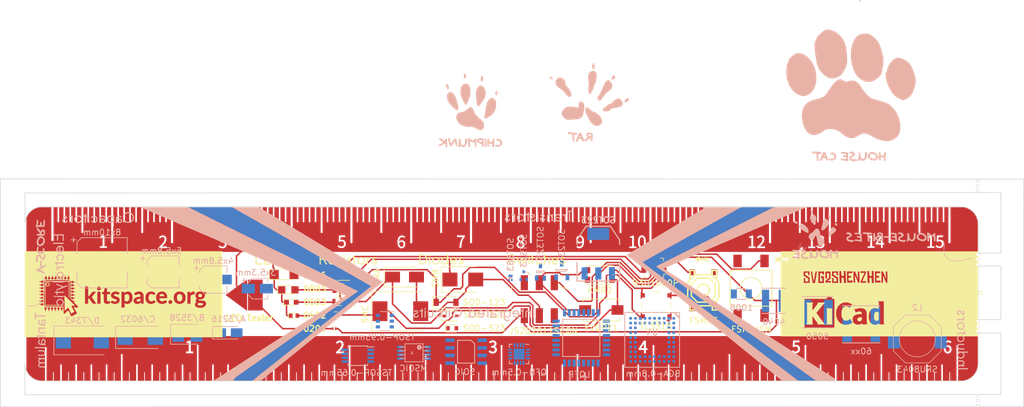
<source format=kicad_pcb>
(kicad_pcb (version 20171130) (host pcbnew 5.0.0-rc2-dev-unknown-44bf92a~82~ubuntu16.04.1)
  (layers (0 F.Cu signal) (31 B.Cu signal) (34 B.Paste user) (35 F.Paste user hide) (36 B.SilkS user) (37 F.SilkS user hide) (38 B.Mask user) (39 F.Mask user hide) (44 Edge.Cuts user))
  (net 0 "")
  (net 1 "Net-(LED4-Pad2)")
  (net 2 "Net-(LED3-Pad2)")
  (net 3 "Net-(LED2-Pad2)")
  (net 4 "Net-(LED1-Pad2)")
  (net 5 GND)
  (net 6 +5V)
  (net 7 SW_V+)
  (net 8 LED_V+)
  (net 9 "Net-(LED5-Pad2)")
  (net 10 "Net-(J1-Pad2)")
  (net 11 "Net-(J1-Pad3)")
  (net 12 "Net-(J1-Pad4)")
  (net 13 "Net-(SW7-Pad3)")
  (net 14 "Net-(SW7-Pad4)")
  (net 15 "Net-(D2-Pad1)")
  (net 16 "Net-(D1-Pad1)")
  (net 17 "Net-(D4-Pad1)")
  (net 18 "Net-(D3-Pad1)")
  (net 19 "Net-(D6-Pad2)")
  (net 20 "Net-(D6-Pad1)")
  (net 21 "Net-(D5-Pad1)")
  (net 22 "Net-(D5-Pad2)")
  (net 23 "Net-(DRAWING1-Pad1)")
  (net 24 "Net-(C4-Pad1)")
  (net 25 "Net-(C4-Pad2)")
  (net 26 "Net-(C5-Pad1)")
  (net 27 "Net-(C5-Pad2)")
  (net 28 "Net-(C3-Pad1)")
  (net 29 "Net-(C3-Pad2)")
  (net 30 "Net-(C2-Pad1)")
  (net 31 "Net-(C2-Pad2)")
  (net 32 "Net-(C1-Pad2)")
  (net 33 "Net-(C1-Pad1)")
  (net 34 "Net-(L1-Pad1)")
  (net 35 "Net-(L1-Pad2)")
  (net 36 "Net-(Q4-Pad3)")
  (net 37 "Net-(Q4-Pad1)")
  (net 38 "Net-(Q4-Pad2)")
  (net 39 "Net-(Q2-Pad1)")
  (net 40 "Net-(Q2-Pad2)")
  (net 41 "Net-(Q2-Pad3)")
  (net 42 "Net-(Q1-Pad1)")
  (net 43 "Net-(Q1-Pad2)")
  (net 44 "Net-(Q1-Pad3)")
  (net 45 "Net-(L5-Pad1)")
  (net 46 "Net-(L5-Pad2)")
  (net 47 "Net-(L4-Pad1)")
  (net 48 "Net-(L4-Pad2)")
  (net 49 "Net-(L3-Pad1)")
  (net 50 "Net-(L3-Pad2)")
  (net 51 "Net-(L2-Pad1)")
  (net 52 "Net-(L2-Pad2)")
  (net 53 "Net-(U3-Pad1)")
  (net 54 "Net-(U2-Pad1)")
  (net 55 "Net-(U5-Pad1)")
  (net 56 "Net-(U1-Pad1)")
  (net 57 "Net-(C8-Pad1)")
  (net 58 "Net-(C8-Pad2)")
  (net 59 "Net-(C7-Pad1)")
  (net 60 "Net-(C7-Pad2)")
  (net 61 "Net-(C6-Pad1)")
  (net 62 "Net-(C6-Pad2)")
  (net 63 "Net-(U6-Pad1)")
  (net 64 "Net-(U7-Pad1)")
  (module drawings:ruler (layer F.Cu) (at 148.5011 105.0036)
    (fp_text reference DRAWING1 hide)
    (fp_text value Conn_01x01 hide)
    (fp_line (start 75.92034 6.55156) (end 75.92034 6.55156) (layer Edge.Cuts) (width 0.1))
    (fp_line (start 75.92034 11.65361) (end 75.92034 6.55156) (layer Edge.Cuts) (width 0.1))
    (fp_line (start 75.90601 11.94961) (end 75.92034 11.65361) (layer Edge.Cuts) (width 0.1))
    (fp_line (start 75.86357 12.23679) (end 75.90601 11.94961) (layer Edge.Cuts) (width 0.1))
    (fp_line (start 75.79466 12.5135) (end 75.86357 12.23679) (layer Edge.Cuts) (width 0.1))
    (fp_line (start 75.70041 12.77864) (end 75.79466 12.5135) (layer Edge.Cuts) (width 0.1))
    (fp_line (start 75.58245 13.03109) (end 75.70041 12.77864) (layer Edge.Cuts) (width 0.1))
    (fp_line (start 75.44189 13.26867) (end 75.58245 13.03109) (layer Edge.Cuts) (width 0.1))
    (fp_line (start 75.28093 13.49081) (end 75.44189 13.26867) (layer Edge.Cuts) (width 0.1))
    (fp_line (start 75.10013 13.69531) (end 75.28093 13.49081) (layer Edge.Cuts) (width 0.1))
    (fp_line (start 74.90059 13.88162) (end 75.10013 13.69531) (layer Edge.Cuts) (width 0.1))
    (fp_line (start 74.68507 14.04698) (end 74.90059 13.88162) (layer Edge.Cuts) (width 0.1))
    (fp_line (start 74.45356 14.1914) (end 74.68507 14.04698) (layer Edge.Cuts) (width 0.1))
    (fp_line (start 74.20772 14.31267) (end 74.45356 14.1914) (layer Edge.Cuts) (width 0.1))
    (fp_line (start 73.94975 14.40913) (end 74.20772 14.31267) (layer Edge.Cuts) (width 0.1))
    (fp_line (start 73.6802 14.48024) (end 73.94975 14.40913) (layer Edge.Cuts) (width 0.1))
    (fp_line (start 73.40129 14.52378) (end 73.6802 14.48024) (layer Edge.Cuts) (width 0.1))
    (fp_line (start 73.11355 14.53867) (end 73.40129 14.52378) (layer Edge.Cuts) (width 0.1))
    (fp_line (start -80.324372 14.53867) (end 73.11355 14.53867) (layer Edge.Cuts) (width 0.1))
    (fp_line (start -80.612106 14.52378) (end -80.324372 14.53867) (layer Edge.Cuts) (width 0.1))
    (fp_line (start -80.891573 14.48024) (end -80.612106 14.52378) (layer Edge.Cuts) (width 0.1))
    (fp_line (start -81.161117 14.40913) (end -80.891573 14.48024) (layer Edge.Cuts) (width 0.1))
    (fp_line (start -81.419086 14.31267) (end -81.161117 14.40913) (layer Edge.Cuts) (width 0.1))
    (fp_line (start -81.664376 14.1914) (end -81.419086 14.31267) (layer Edge.Cuts) (width 0.1))
    (fp_line (start -81.895887 14.04698) (end -81.664376 14.1914) (layer Edge.Cuts) (width 0.1))
    (fp_line (start -82.111963 13.88162) (end -81.895887 14.04698) (layer Edge.Cuts) (width 0.1))
    (fp_line (start -82.310952 13.69531) (end -82.111963 13.88162) (layer Edge.Cuts) (width 0.1))
    (fp_line (start -82.491751 13.49081) (end -82.310952 13.69531) (layer Edge.Cuts) (width 0.1))
    (fp_line (start -82.653257 13.26867) (end -82.491751 13.49081) (layer Edge.Cuts) (width 0.1))
    (fp_line (start -82.793265 13.03109) (end -82.653257 13.26867) (layer Edge.Cuts) (width 0.1))
    (fp_line (start -82.911225 12.77864) (end -82.793265 13.03109) (layer Edge.Cuts) (width 0.1))
    (fp_line (start -83.005483 12.5135) (end -82.911225 12.77864) (layer Edge.Cuts) (width 0.1))
    (fp_line (start -83.074385 12.23679) (end -83.005483 12.5135) (layer Edge.Cuts) (width 0.1))
    (fp_line (start -83.116828 11.94961) (end -83.074385 12.23679) (layer Edge.Cuts) (width 0.1))
    (fp_line (start -83.13116 11.65361) (end -83.116828 11.94961) (layer Edge.Cuts) (width 0.1))
    (fp_line (start -83.151555 16.85046) (end -83.13116 11.65361) (layer Edge.Cuts) (width 0.1))
    (fp_line (start 79.71766 16.76833) (end -83.151555 16.85046) (layer Edge.Cuts) (width 0.1))
    (fp_line (start 79.71766 6.55156) (end 79.71766 16.76833) (layer Edge.Cuts) (width 0.1))
    (fp_line (start 75.92034 6.55156) (end 79.71766 6.55156) (layer Edge.Cuts) (width 0.1))
    (fp_line (start 75.92034 -4.623335) (end 75.92034 -4.623335) (layer Edge.Cuts) (width 0.1))
    (fp_line (start 75.92034 4.30749) (end 75.92034 -4.623335) (layer Edge.Cuts) (width 0.1))
    (fp_line (start 79.71766 4.30749) (end 75.92034 4.30749) (layer Edge.Cuts) (width 0.1))
    (fp_line (start 79.71766 -4.623335) (end 79.71766 4.30749) (layer Edge.Cuts) (width 0.1))
    (fp_line (start 75.92034 -4.623335) (end 79.71766 -4.623335) (layer Edge.Cuts) (width 0.1))
    (fp_line (start 79.71766 -16.907059) (end 79.71766 -16.907059) (layer Edge.Cuts) (width 0.1))
    (fp_line (start -83.151555 -16.824929) (end 79.71766 -16.907059) (layer Edge.Cuts) (width 0.1))
    (fp_line (start -83.116828 -11.924073) (end -83.151555 -16.824929) (layer Edge.Cuts) (width 0.1))
    (fp_line (start -83.074385 -12.211257) (end -83.116828 -11.924073) (layer Edge.Cuts) (width 0.1))
    (fp_line (start -83.005483 -12.487967) (end -83.074385 -12.211257) (layer Edge.Cuts) (width 0.1))
    (fp_line (start -82.911225 -12.753101) (end -83.005483 -12.487967) (layer Edge.Cuts) (width 0.1))
    (fp_line (start -82.793265 -13.005557) (end -82.911225 -12.753101) (layer Edge.Cuts) (width 0.1))
    (fp_line (start -82.653257 -13.243132) (end -82.793265 -13.005557) (layer Edge.Cuts) (width 0.1))
    (fp_line (start -82.491751 -13.465272) (end -82.653257 -13.243132) (layer Edge.Cuts) (width 0.1))
    (fp_line (start -82.310952 -13.669773) (end -82.491751 -13.465272) (layer Edge.Cuts) (width 0.1))
    (fp_line (start -82.111963 -13.856082) (end -82.310952 -13.669773) (layer Edge.Cuts) (width 0.1))
    (fp_line (start -81.895887 -14.021447) (end -82.111963 -13.856082) (layer Edge.Cuts) (width 0.1))
    (fp_line (start -81.664376 -14.165866) (end -81.895887 -14.021447) (layer Edge.Cuts) (width 0.1))
    (fp_line (start -81.419086 -14.287134) (end -81.664376 -14.165866) (layer Edge.Cuts) (width 0.1))
    (fp_line (start -81.161117 -14.383597) (end -81.419086 -14.287134) (layer Edge.Cuts) (width 0.1))
    (fp_line (start -80.891573 -14.454703) (end -81.161117 -14.383597) (layer Edge.Cuts) (width 0.1))
    (fp_line (start -80.612106 -14.49825) (end -80.891573 -14.454703) (layer Edge.Cuts) (width 0.1))
    (fp_line (start -80.324372 -14.513132) (end -80.612106 -14.49825) (layer Edge.Cuts) (width 0.1))
    (fp_line (start 73.11355 -14.513132) (end -80.324372 -14.513132) (layer Edge.Cuts) (width 0.1))
    (fp_line (start 73.40129 -14.49825) (end 73.11355 -14.513132) (layer Edge.Cuts) (width 0.1))
    (fp_line (start 73.6802 -14.454703) (end 73.40129 -14.49825) (layer Edge.Cuts) (width 0.1))
    (fp_line (start 73.94975 -14.383597) (end 73.6802 -14.454703) (layer Edge.Cuts) (width 0.1))
    (fp_line (start 74.20772 -14.287134) (end 73.94975 -14.383597) (layer Edge.Cuts) (width 0.1))
    (fp_line (start 74.45356 -14.165866) (end 74.20772 -14.287134) (layer Edge.Cuts) (width 0.1))
    (fp_line (start 74.68507 -14.021447) (end 74.45356 -14.165866) (layer Edge.Cuts) (width 0.1))
    (fp_line (start 74.90059 -13.856082) (end 74.68507 -14.021447) (layer Edge.Cuts) (width 0.1))
    (fp_line (start 75.10013 -13.669773) (end 74.90059 -13.856082) (layer Edge.Cuts) (width 0.1))
    (fp_line (start 75.28093 -13.465272) (end 75.10013 -13.669773) (layer Edge.Cuts) (width 0.1))
    (fp_line (start 75.44189 -13.243132) (end 75.28093 -13.465272) (layer Edge.Cuts) (width 0.1))
    (fp_line (start 75.58245 -13.005557) (end 75.44189 -13.243132) (layer Edge.Cuts) (width 0.1))
    (fp_line (start 75.70041 -12.753101) (end 75.58245 -13.005557) (layer Edge.Cuts) (width 0.1))
    (fp_line (start 75.79466 -12.487967) (end 75.70041 -12.753101) (layer Edge.Cuts) (width 0.1))
    (fp_line (start 75.86357 -12.211257) (end 75.79466 -12.487967) (layer Edge.Cuts) (width 0.1))
    (fp_line (start 75.90601 -11.924073) (end 75.86357 -12.211257) (layer Edge.Cuts) (width 0.1))
    (fp_line (start 75.92034 -11.628623) (end 75.90601 -11.924073) (layer Edge.Cuts) (width 0.1))
    (fp_line (start 75.92034 -6.795568) (end 75.92034 -11.628623) (layer Edge.Cuts) (width 0.1))
    (fp_line (start 79.71766 -6.795568) (end 75.92034 -6.795568) (layer Edge.Cuts) (width 0.1))
    (fp_line (start 79.71766 -16.907059) (end 79.71766 -6.795568) (layer Edge.Cuts) (width 0.1))
    (fp_line (start 83.54213 -19.137659) (end 83.54213 -19.137659) (layer Edge.Cuts) (width 0.1))
    (fp_line (start 83.5216 18.81721) (end 83.54213 -19.137659) (layer Edge.Cuts) (width 0.1))
    (fp_line (start -87.25866 18.87031) (end 83.5216 18.81721) (layer Edge.Cuts) (width 0.1))
    (fp_line (start -87.244146 -19.185193) (end -87.25866 18.87031) (layer Edge.Cuts) (width 0.1))
    (fp_line (start 83.54213 -19.137659) (end -87.244146 -19.185193) (layer Edge.Cuts) (width 0.1))
    (fp_poly (pts (xy 59.7027 -8.4963) (xy 59.4487 -8.4963) (xy 59.3715 -8.496611) (xy 59.303747 -8.497479) (xy 59.249242 -8.498805) (xy 59.211787 -8.500491) (xy 59.195184 -8.50244) (xy 59.1947 -8.502845) (xy 59.201482 -8.514667) (xy 59.220659 -8.544894) (xy 59.250471 -8.590837) (xy 59.289162 -8.649808) (xy 59.334973 -8.719119) (xy 59.386147 -8.796081) (xy 59.400219 -8.81717) (xy 59.455604 -8.900471) (xy 59.508818 -8.981174) (xy 59.5575 -9.055648) (xy 59.599291 -9.120265) (xy 59.631832 -9.171394) (xy 59.652763 -9.205407) (xy 59.653994 -9.2075) (xy 59.70225 -9.29005) (xy 59.7027 -8.4963)) (layer F.Cu) (width 0.01))
    (fp_poly (pts (xy -40.061007 -9.25195) (xy -40.062918 -9.225978) (xy -40.064648 -9.178483) (xy -40.066128 -9.113343) (xy -40.067288 -9.034437) (xy -40.068055 -8.945642) (xy -40.06836 -8.850836) (xy -40.068361 -8.848725) (xy -40.0685 -8.4963) (xy -40.32325 -8.4963) (xy -40.412625 -8.496619) (xy -40.479167 -8.497684) (xy -40.525434 -8.499662) (xy -40.553985 -8.502717) (xy -40.56738 -8.507017) (xy -40.568541 -8.512175) (xy -40.559288 -8.526491) (xy -40.537804 -8.559114) (xy -40.505958 -8.607228) (xy -40.465619 -8.668012) (xy -40.418657 -8.738648) (xy -40.36694 -8.816318) (xy -40.355922 -8.83285) (xy -40.300802 -8.91584) (xy -40.247752 -8.996256) (xy -40.199162 -9.070437) (xy -40.157421 -9.134717) (xy -40.124919 -9.185434) (xy -40.104045 -9.218924) (xy -40.103278 -9.2202) (xy -40.053794 -9.30275) (xy -40.061007 -9.25195)) (layer F.Cu) (width 0.01))
    (fp_poly (pts (xy -0.391357 -9.494394) (xy -0.314888 -9.474454) (xy -0.245601 -9.435885) (xy -0.188369 -9.379585) (xy -0.169388 -9.351361) (xy -0.151717 -9.318674) (xy -0.140962 -9.288968) (xy -0.135449 -9.254091) (xy -0.133506 -9.205889) (xy -0.13335 -9.17575) (xy -0.134563 -9.114818) (xy -0.139308 -9.069987) (xy -0.149249 -9.032029) (xy -0.16605 -8.991716) (xy -0.166817 -8.990076) (xy -0.193932 -8.940597) (xy -0.22662 -8.893198) (xy -0.26059 -8.85295) (xy -0.291547 -8.824921) (xy -0.315199 -8.814179) (xy -0.315803 -8.814178) (xy -0.335937 -8.819745) (xy -0.372263 -8.834319) (xy -0.418405 -8.855252) (xy -0.440838 -8.866123) (xy -0.538488 -8.920798) (xy -0.612492 -8.977464) (xy -0.664605 -9.038343) (xy -0.69658 -9.105656) (xy -0.71017 -9.181626) (xy -0.710922 -9.208335) (xy -0.701715 -9.294806) (xy -0.673913 -9.365657) (xy -0.626268 -9.423822) (xy -0.615135 -9.433463) (xy -0.546353 -9.474796) (xy -0.470136 -9.494807) (xy -0.391357 -9.494394)) (layer F.Cu) (width 0.01))
    (fp_poly (pts (xy -0.46583 -8.564408) (xy -0.366419 -8.518995) (xy -0.28724 -8.475973) (xy -0.223661 -8.43255) (xy -0.172908 -8.387803) (xy -0.11957 -8.318884) (xy -0.08775 -8.243456) (xy -0.076657 -8.165426) (xy -0.085497 -8.0887) (xy -0.113479 -8.017186) (xy -0.159809 -7.954791) (xy -0.223696 -7.905421) (xy -0.27556 -7.881706) (xy -0.348056 -7.863578) (xy -0.427549 -7.855577) (xy -0.501265 -7.858749) (xy -0.519027 -7.86176) (xy -0.602692 -7.888888) (xy -0.67784 -7.932135) (xy -0.739724 -7.987657) (xy -0.783592 -8.051611) (xy -0.797865 -8.087447) (xy -0.812654 -8.179384) (xy -0.804881 -8.274503) (xy -0.77618 -8.368252) (xy -0.728183 -8.456079) (xy -0.662521 -8.533431) (xy -0.626892 -8.564198) (xy -0.569608 -8.608827) (xy -0.46583 -8.564408)) (layer F.Cu) (width 0.01))
    (fp_poly (pts (xy 19.892175 -9.462488) (xy 19.959191 -9.427381) (xy 20.016384 -9.368924) (xy 20.063736 -9.287163) (xy 20.101228 -9.182144) (xy 20.12884 -9.053911) (xy 20.146553 -8.902511) (xy 20.154347 -8.727988) (xy 20.15475 -8.6741) (xy 20.150669 -8.5014) (xy 20.13821 -8.351467) (xy 20.117046 -8.22298) (xy 20.08685 -8.114618) (xy 20.047295 -8.025057) (xy 19.998055 -7.952977) (xy 19.969014 -7.922433) (xy 19.908959 -7.882586) (xy 19.838995 -7.862771) (xy 19.766285 -7.864214) (xy 19.716145 -7.879154) (xy 19.663178 -7.91458) (xy 19.612987 -7.971608) (xy 19.567742 -8.046448) (xy 19.52961 -8.13531) (xy 19.500761 -8.234403) (xy 19.493835 -8.2677) (xy 19.481578 -8.351708) (xy 19.472339 -8.453321) (xy 19.466437 -8.564889) (xy 19.464194 -8.678762) (xy 19.465928 -8.78729) (xy 19.46938 -8.8519) (xy 19.485855 -9.00918) (xy 19.51101 -9.142895) (xy 19.545059 -9.253428) (xy 19.588214 -9.341161) (xy 19.640688 -9.406477) (xy 19.702692 -9.449757) (xy 19.77444 -9.471384) (xy 19.815357 -9.4742) (xy 19.892175 -9.462488)) (layer F.Cu) (width 0.01))
    (fp_poly (pts (xy 9.555427 -9.468934) (xy 9.559845 -9.46764) (xy 9.632088 -9.433252) (xy 9.69649 -9.376555) (xy 9.751769 -9.29978) (xy 9.796643 -9.205158) (xy 9.82983 -9.09492) (xy 9.850048 -8.971295) (xy 9.85105 -8.961074) (xy 9.858497 -8.881318) (xy 9.783685 -8.804862) (xy 9.702298 -8.733089) (xy 9.620584 -8.684889) (xy 9.535302 -8.658603) (xy 9.4869 -8.652952) (xy 9.414334 -8.654231) (xy 9.355936 -8.66616) (xy 9.35355 -8.667018) (xy 9.316016 -8.68714) (xy 9.274105 -8.718703) (xy 9.249597 -8.741828) (xy 9.206122 -8.798783) (xy 9.176302 -8.865517) (xy 9.158857 -8.946331) (xy 9.152504 -9.045523) (xy 9.152451 -9.0678) (xy 9.159187 -9.171679) (xy 9.179141 -9.257721) (xy 9.214008 -9.330724) (xy 9.265481 -9.395487) (xy 9.269656 -9.399741) (xy 9.332626 -9.451011) (xy 9.398605 -9.479015) (xy 9.471553 -9.484681) (xy 9.555427 -9.468934)) (layer F.Cu) (width 0.01))
    (fp_poly (pts (xy -20.195932 -8.674115) (xy -20.125116 -8.64045) (xy -20.064744 -8.587012) (xy -20.017635 -8.513964) (xy -20.013821 -8.505719) (xy -20.000666 -8.473149) (xy -19.991994 -8.441146) (xy -19.98691 -8.403147) (xy -19.984515 -8.352583) (xy -19.983915 -8.28675) (xy -19.984619 -8.216414) (xy -19.987409 -8.164606) (xy -19.99316 -8.124484) (xy -20.002747 -8.089203) (xy -20.012511 -8.062966) (xy -20.055847 -7.982578) (xy -20.112511 -7.920221) (xy -20.17957 -7.877648) (xy -20.254089 -7.856607) (xy -20.333135 -7.858851) (xy -20.348988 -7.86219) (xy -20.391501 -7.875107) (xy -20.430051 -7.890882) (xy -20.432493 -7.892116) (xy -20.471853 -7.920351) (xy -20.515343 -7.96373) (xy -20.556025 -8.014533) (xy -20.585746 -8.06263) (xy -20.610615 -8.121999) (xy -20.634303 -8.197274) (xy -20.6543 -8.278994) (xy -20.668093 -8.3577) (xy -20.67113 -8.384265) (xy -20.679079 -8.469079) (xy -20.608038 -8.54012) (xy -20.527274 -8.607771) (xy -20.442864 -8.654834) (xy -20.357624 -8.681469) (xy -20.274375 -8.687842) (xy -20.195932 -8.674115)) (layer F.Cu) (width 0.01))
    (fp_poly (pts (xy -79.293791 -1.806133) (xy -79.235692 -1.779949) (xy -79.185749 -1.743128) (xy -79.162687 -1.716256) (xy -79.131224 -1.648324) (xy -79.122794 -1.578208) (xy -79.136192 -1.510565) (xy -79.170216 -1.450053) (xy -79.223663 -1.40133) (xy -79.247619 -1.387475) (xy -79.291467 -1.370091) (xy -79.335272 -1.35996) (xy -79.3496 -1.3589) (xy -79.388983 -1.364837) (xy -79.434665 -1.37978) (xy -79.451582 -1.387475) (xy -79.51184 -1.431079) (xy -79.553685 -1.489374) (xy -79.574783 -1.557686) (xy -79.572955 -1.630531) (xy -79.549089 -1.693395) (xy -79.505913 -1.747921) (xy -79.449232 -1.789283) (xy -79.384857 -1.812656) (xy -79.3496 -1.8161) (xy -79.293791 -1.806133)) (layer F.Cu) (width 0.01))
    (fp_poly (pts (xy 20.1549 9.0678) (xy 19.924941 9.0678) (xy 19.842207 9.067532) (xy 19.781788 9.066561) (xy 19.740601 9.064637) (xy 19.715565 9.061509) (xy 19.703598 9.056926) (xy 19.701618 9.050639) (xy 19.70194 9.049668) (xy 19.710605 9.034669) (xy 19.731537 9.00151) (xy 19.762835 8.953111) (xy 19.802595 8.892391) (xy 19.848916 8.822271) (xy 19.899897 8.74567) (xy 19.902554 8.741693) (xy 19.955162 8.662697) (xy 20.004527 8.588088) (xy 20.048451 8.521224) (xy 20.084738 8.465462) (xy 20.111192 8.42416) (xy 20.125401 8.40105) (xy 20.154594 8.35025) (xy 20.1549 9.0678)) (layer F.Cu) (width 0.01))
    (fp_poly (pts (xy 70.938462 8.876605) (xy 71.012634 8.906014) (xy 71.071382 8.954194) (xy 71.116358 9.020962) (xy 71.132501 9.055567) (xy 71.143192 9.089507) (xy 71.149877 9.130178) (xy 71.154001 9.184975) (xy 71.155625 9.221824) (xy 71.154587 9.331929) (xy 71.141298 9.422883) (xy 71.11441 9.498476) (xy 71.07258 9.562496) (xy 71.014752 9.618499) (xy 70.981806 9.641516) (xy 70.948972 9.653961) (xy 70.905249 9.659457) (xy 70.887752 9.660316) (xy 70.837052 9.659578) (xy 70.789469 9.654399) (xy 70.76453 9.648653) (xy 70.703662 9.615574) (xy 70.647687 9.559932) (xy 70.598272 9.484358) (xy 70.557082 9.391483) (xy 70.525786 9.283939) (xy 70.521802 9.265516) (xy 70.507979 9.195959) (xy 70.500561 9.145488) (xy 70.500467 9.10839) (xy 70.508621 9.07895) (xy 70.525941 9.051454) (xy 70.553349 9.020188) (xy 70.562984 9.00995) (xy 70.641354 8.941836) (xy 70.726099 8.895039) (xy 70.814136 8.870655) (xy 70.902382 8.869777) (xy 70.938462 8.876605)) (layer F.Cu) (width 0.01))
    (fp_poly (pts (xy -13.855701 -12.300155) (xy -13.8557 -10.1473) (xy -13.5255 -10.1473) (xy -13.5255 -14.4526) (xy -12.839825 -14.4526) (xy -12.836588 -13.204825) (xy -12.83335 -11.95705) (xy -12.55395 -11.95705) (xy -12.547476 -14.4526) (xy -11.8364 -14.4526) (xy -11.8364 -11.9507) (xy -11.557 -11.9507) (xy -11.557 -14.4526) (xy -10.8331 -14.4526) (xy -10.8331 -11.9507) (xy -10.5537 -11.9507) (xy -10.5537 -14.4526) (xy -9.842625 -14.4526) (xy -9.839388 -13.204825) (xy -9.83615 -11.95705) (xy -9.699625 -11.953446) (xy -9.5631 -11.949841) (xy -9.5631 -14.4526) (xy -8.8773 -14.4526) (xy -8.8773 -8.4582) (xy -8.5217 -8.4582) (xy -8.5217 -14.4526) (xy -7.848725 -14.4526) (xy -7.845488 -13.204825) (xy -7.84225 -11.95705) (xy -7.56285 -11.95705) (xy -7.556376 -14.4526) (xy -6.8453 -14.4526) (xy -6.8453 -11.9507) (xy -6.5659 -11.9507) (xy -6.5659 -14.4526) (xy -5.842 -14.4526) (xy -5.842 -11.9507) (xy -5.5626 -11.9507) (xy -5.5626 -14.4526) (xy -4.851525 -14.4526) (xy -4.848288 -13.204825) (xy -4.84505 -11.95705) (xy -4.708525 -11.953446) (xy -4.572 -11.949841) (xy -4.572 -14.4526) (xy -3.8735 -14.4526) (xy -3.8735 -10.1473) (xy -3.5433 -10.1473) (xy -3.5433 -14.4526) (xy -2.857625 -14.4526) (xy -2.854388 -13.204825) (xy -2.85115 -11.95705) (xy -2.57175 -11.95705) (xy -2.565276 -14.4526) (xy -1.8542 -14.4526) (xy -1.8542 -11.9507) (xy -1.5748 -11.9507) (xy -1.5748 -14.4526) (xy -0.8509 -14.4526) (xy -0.8509 -13.201221) (xy -0.850901 -11.949841) (xy -0.714375 -11.953446) (xy -0.57785 -11.95705) (xy -0.571376 -14.4526) (xy 0.139575 -14.4526) (xy 0.142812 -13.204825) (xy 0.14605 -11.95705) (xy 0.282574 -11.953446) (xy 0.419099 -11.949841) (xy 0.419099 -13.201221) (xy 0.4191 -14.4526) (xy 1.1049 -14.4526) (xy 1.1049 -8.4709) (xy 1.4605 -8.4709) (xy 1.4605 -9.033966) (xy 8.842706 -9.033966) (xy 8.84404 -9.0043) (xy 8.858596 -8.874859) (xy 8.885938 -8.764594) (xy 8.92742 -8.67) (xy 8.984394 -8.587571) (xy 9.019853 -8.549088) (xy 9.102881 -8.480209) (xy 9.193613 -8.432499) (xy 9.295315 -8.404808) (xy 9.411254 -8.395986) (xy 9.451999 -8.396965) (xy 9.547017 -8.407268) (xy 9.630998 -8.430897) (xy 9.712004 -8.470884) (xy 9.789964 -8.52407) (xy 9.858889 -8.576109) (xy 9.850053 -8.49493) (xy 9.826487 -8.345916) (xy 9.790566 -8.215646) (xy 9.742826 -8.104952) (xy 9.683806 -8.014669) (xy 9.614042 -7.945629) (xy 9.534072 -7.898666) (xy 9.450596 -7.87547) (xy 9.349964 -7.872992) (xy 9.252798 -7.895028) (xy 9.161806 -7.940703) (xy 9.100924 -7.988389) (xy 9.047674 -8.037474) (xy 8.957231 -7.933512) (xy 8.866789 -7.82955) (xy 8.906969 -7.787472) (xy 8.998573 -7.709427) (xy 9.104504 -7.650162) (xy 9.221078 -7.610545) (xy 9.34461 -7.591446) (xy 9.471418 -7.593735) (xy 9.597817 -7.618279) (xy 9.609454 -7.621733) (xy 9.71627 -7.667453) (xy 9.815201 -7.735886) (xy 9.904516 -7.825105) (xy 9.958115 -7.8994) (xy 17.7292 -7.8994) (xy 17.7292 -7.62) (xy 18.8976 -7.62) (xy 18.8976 -7.898756) (xy 18.49755 -7.90575) (xy 18.494973 -8.621284) (xy 19.152367 -8.621284) (xy 19.155209 -8.512544) (xy 19.161023 -8.414529) (xy 19.169813 -8.334325) (xy 19.170286 -8.3312) (xy 19.204572 -8.1618) (xy 19.252048 -8.014097) (xy 19.312731 -7.888073) (xy 19.386636 -7.78371) (xy 19.473778 -7.70099) (xy 19.574172 -7.639895) (xy 19.687833 -7.600406) (xy 19.7993 -7.583481) (xy 19.821189 -7.584648) (xy 19.859426 -7.589066) (xy 19.9009 -7.595047) (xy 20.014757 -7.62508) (xy 20.116777 -7.677483) (xy 20.206812 -7.752072) (xy 20.284711 -7.848663) (xy 20.333611 -7.936914) (xy 27.686 -7.936914) (xy 27.686 -7.6581) (xy 28.8671 -7.6581) (xy 28.8671 -7.9375) (xy 29.2227 -7.9375) (xy 29.2227 -7.657847) (xy 29.810075 -7.661149) (xy 30.39745 -7.66445) (xy 30.401054 -7.800975) (xy 30.403652 -7.8994) (xy 37.6174 -7.8994) (xy 37.6174 -7.619747) (xy 38.204775 -7.623049) (xy 38.79215 -7.62635) (xy 38.795754 -7.762875) (xy 38.799359 -7.8994) (xy 38.3921 -7.8994) (xy 38.3921 -9.425126) (xy 38.99535 -9.425126) (xy 39.093271 -9.326444) (xy 39.191193 -9.227762) (xy 39.277531 -9.311114) (xy 39.358736 -9.381363) (xy 39.435844 -9.430023) (xy 39.513337 -9.45941) (xy 39.587376 -9.471314) (xy 39.685143 -9.468236) (xy 39.768585 -9.444493) (xy 39.836859 -9.400948) (xy 39.889119 -9.338462) (xy 39.92452 -9.257898) (xy 39.942218 -9.16012) (xy 39.944175 -9.106956) (xy 39.934831 -9.000324) (xy 39.90702 -8.891285) (xy 39.859677 -8.777019) (xy 39.791739 -8.654706) (xy 39.7482 -8.587404) (xy 39.682636 -8.497741) (xy 39.599728 -8.396514) (xy 39.502649 -8.287135) (xy 39.394573 -8.173012) (xy 39.27867 -8.057558) (xy 39.158116 -7.944181) (xy 39.106475 -7.897661) (xy 39.0271 -7.827118) (xy 39.0271 -7.62) (xy 40.3606 -7.62) (xy 40.3606 -7.914472) (xy 39.537742 -7.90575) (xy 39.679296 -8.0518) (xy 39.826972 -8.21182) (xy 39.951706 -8.363857) (xy 40.054196 -8.509211) (xy 40.135143 -8.649183) (xy 40.195248 -8.785071) (xy 40.23521 -8.918175) (xy 40.255729 -9.049796) (xy 40.259 -9.127964) (xy 40.248624 -9.262435) (xy 40.217726 -9.38247) (xy 40.166651 -9.487548) (xy 40.095743 -9.577144) (xy 40.005347 -9.650735) (xy 39.895808 -9.707799) (xy 39.870624 -9.717553) (xy 39.830545 -9.730349) (xy 39.789154 -9.738674) (xy 39.739354 -9.743404) (xy 39.674046 -9.745417) (xy 39.64305 -9.745654) (xy 39.572976 -9.745183) (xy 39.52066 -9.742527) (xy 39.478489 -9.736684) (xy 39.438847 -9.726651) (xy 39.400454 -9.713722) (xy 39.304381 -9.671411) (xy 39.211224 -9.613666) (xy 39.115671 -9.537023) (xy 39.081488 -9.505853) (xy 38.99535 -9.425126) (xy 38.3921 -9.425126) (xy 38.3921 -9.7155) (xy 38.271087 -9.7155) (xy 38.211382 -9.714706) (xy 38.168557 -9.711221) (xy 38.134114 -9.703394) (xy 38.099556 -9.689574) (xy 38.07433 -9.677264) (xy 38.020387 -9.653786) (xy 37.949346 -9.62822) (xy 37.869087 -9.603097) (xy 37.787487 -9.580952) (xy 37.741225 -9.570162) (xy 37.724296 -9.565605) (xy 37.713973 -9.557317) (xy 37.708622 -9.539907) (xy 37.706608 -9.507985) (xy 37.7063 -9.456159) (xy 37.7063 -9.3472) (xy 38.0619 -9.3472) (xy 38.0619 -7.8994) (xy 37.6174 -7.8994) (xy 30.403652 -7.8994) (xy 30.404659 -7.9375) (xy 29.9974 -7.9375) (xy 29.9974 -9.7536) (xy 29.878068 -9.7536) (xy 29.818834 -9.75279) (xy 29.775532 -9.749053) (xy 29.73871 -9.740435) (xy 29.698919 -9.724978) (xy 29.665343 -9.709563) (xy 29.606665 -9.685164) (xy 29.536576 -9.660762) (xy 29.468632 -9.641008) (xy 29.45765 -9.638299) (xy 29.405578 -9.625817) (xy 29.362127 -9.615258) (xy 29.33379 -9.608206) (xy 29.327475 -9.606535) (xy 29.318775 -9.593898) (xy 29.313595 -9.560605) (xy 29.311634 -9.50453) (xy 29.3116 -9.493649) (xy 29.3116 -9.3853) (xy 29.6672 -9.3853) (xy 29.6672 -7.9375) (xy 29.2227 -7.9375) (xy 28.8671 -7.9375) (xy 28.4607 -7.9375) (xy 28.4607 -9.7536) (xy 28.347825 -9.7536) (xy 28.28811 -9.752451) (xy 28.243899 -9.74773) (xy 28.205353 -9.737529) (xy 28.16263 -9.719939) (xy 28.15415 -9.716033) (xy 28.098747 -9.693373) (xy 28.026687 -9.668335) (xy 27.946227 -9.643502) (xy 27.865621 -9.621457) (xy 27.809825 -9.608262) (xy 27.792874 -9.603695) (xy 27.782548 -9.595385) (xy 27.777205 -9.57793) (xy 27.775202 -9.54593) (xy 27.7749 -9.493985) (xy 27.7749 -9.385998) (xy 28.13685 -9.37895) (xy 28.13685 -7.94385) (xy 27.686 -7.936914) (xy 20.333611 -7.936914) (xy 20.350324 -7.967075) (xy 20.403502 -8.107125) (xy 20.441406 -8.255363) (xy 20.452193 -8.324943) (xy 20.460534 -8.413718) (xy 20.466327 -8.515593) (xy 20.469466 -8.624472) (xy 20.46985 -8.734258) (xy 20.467373 -8.838856) (xy 20.461932 -8.932171) (xy 20.454138 -9.00337) (xy 20.421409 -9.17035) (xy 20.375568 -9.317204) (xy 20.316964 -9.443524) (xy 20.245948 -9.548901) (xy 20.162868 -9.632925) (xy 20.068076 -9.695189) (xy 19.96192 -9.735282) (xy 19.844752 -9.752796) (xy 19.812 -9.7536) (xy 19.692255 -9.742018) (xy 19.582996 -9.707657) (xy 19.48473 -9.651097) (xy 19.397966 -9.572919) (xy 19.323212 -9.473703) (xy 19.260976 -9.354028) (xy 19.211766 -9.214476) (xy 19.176092 -9.055626) (xy 19.170645 -9.021714) (xy 19.161636 -8.940963) (xy 19.155584 -8.842582) (xy 19.152493 -8.733659) (xy 19.152367 -8.621284) (xy 18.494973 -8.621284) (xy 18.49103 -9.7155) (xy 18.378603 -9.7155) (xy 18.320139 -9.714466) (xy 18.276556 -9.709878) (xy 18.237369 -9.699508) (xy 18.192094 -9.681127) (xy 18.170415 -9.671256) (xy 18.109962 -9.646455) (xy 18.038674 -9.621782) (xy 17.970679 -9.602073) (xy 17.962251 -9.599991) (xy 17.910612 -9.587503) (xy 17.867602 -9.576961) (xy 17.839784 -9.569982) (xy 17.833975 -9.568435) (xy 17.825275 -9.555798) (xy 17.820095 -9.522505) (xy 17.818134 -9.46643) (xy 17.8181 -9.455549) (xy 17.8181 -9.3472) (xy 18.1737 -9.3472) (xy 18.1737 -7.8994) (xy 17.7292 -7.8994) (xy 9.958115 -7.8994) (xy 9.982485 -7.933179) (xy 10.047376 -8.05818) (xy 10.082013 -8.148458) (xy 10.120862 -8.291963) (xy 10.147829 -8.451293) (xy 10.162647 -8.619687) (xy 10.165051 -8.790383) (xy 10.154776 -8.956618) (xy 10.131557 -9.111632) (xy 10.121605 -9.1567) (xy 10.078046 -9.294493) (xy 10.017903 -9.417397) (xy 9.942705 -9.523732) (xy 9.853979 -9.611819) (xy 9.753255 -9.67998) (xy 9.64206 -9.726534) (xy 9.591049 -9.739566) (xy 9.469208 -9.753195) (xy 9.353098 -9.743475) (xy 9.244488 -9.712146) (xy 9.145146 -9.660949) (xy 9.056838 -9.591623) (xy 8.981334 -9.505909) (xy 8.920401 -9.405546) (xy 8.875807 -9.292274) (xy 8.849319 -9.167834) (xy 8.842706 -9.033966) (xy 1.4605 -9.033966) (xy 1.4605 -14.4526) (xy 2.133475 -14.4526) (xy 2.136712 -13.204825) (xy 2.13995 -11.95705) (xy 2.41935 -11.95705) (xy 2.425824 -14.4526) (xy 3.1369 -14.4526) (xy 3.1369 -11.9507) (xy 3.4163 -11.9507) (xy 3.4163 -14.4526) (xy 4.1402 -14.4526) (xy 4.1402 -11.949841) (xy 4.276725 -11.953446) (xy 4.41325 -11.95705) (xy 4.419724 -14.4526) (xy 5.1308 -14.4526) (xy 5.1308 -11.9507) (xy 5.4102 -11.9507) (xy 5.4102 -14.4526) (xy 6.095926 -14.4526) (xy 6.10235 -10.15365) (xy 6.43255 -10.15365) (xy 6.435761 -12.303125) (xy 6.438973 -14.4526) (xy 7.124575 -14.4526) (xy 7.127812 -13.204825) (xy 7.13105 -11.95705) (xy 7.41045 -11.95705) (xy 7.416924 -14.4526) (xy 8.128 -14.4526) (xy 8.128 -11.9507) (xy 8.4074 -11.9507) (xy 8.4074 -14.4526) (xy 9.1313 -14.4526) (xy 9.1313 -11.949841) (xy 9.267825 -11.953446) (xy 9.40435 -11.95705) (xy 9.410824 -14.4526) (xy 10.1219 -14.4526) (xy 10.1219 -11.9507) (xy 10.4013 -11.9507) (xy 10.4013 -14.4526) (xy 11.074346 -14.4526) (xy 11.08075 -8.46455) (xy 11.261725 -8.461027) (xy 11.4427 -8.457503) (xy 11.4427 -14.4526) (xy 12.115675 -14.4526) (xy 12.118912 -13.204825) (xy 12.12215 -11.95705) (xy 12.40155 -11.95705) (xy 12.408024 -14.4526) (xy 13.1191 -14.4526) (xy 13.1191 -11.9507) (xy 13.3985 -11.9507) (xy 13.3985 -14.4526) (xy 14.109575 -14.4526) (xy 14.112812 -13.204825) (xy 14.11605 -11.95705) (xy 14.39545 -11.95705) (xy 14.401924 -14.4526) (xy 15.113 -14.4526) (xy 15.113 -11.9507) (xy 15.3924 -11.9507) (xy 15.3924 -14.4526) (xy 16.0782 -14.4526) (xy 16.0782 -10.1473) (xy 16.4084 -10.1473) (xy 16.4084 -14.4526) (xy 17.106775 -14.4526) (xy 17.110012 -13.204825) (xy 17.11325 -11.95705) (xy 17.249775 -11.953446) (xy 17.3863 -11.949841) (xy 17.3863 -14.4526) (xy 18.1102 -14.4526) (xy 18.1102 -11.9507) (xy 18.3896 -11.9507) (xy 18.3896 -14.4526) (xy 19.100675 -14.4526) (xy 19.103912 -13.204825) (xy 19.10715 -11.95705) (xy 19.38655 -11.95705) (xy 19.393024 -14.4526) (xy 20.1041 -14.4526) (xy 20.1041 -11.9507) (xy 20.3835 -11.9507) (xy 20.3835 -14.4526) (xy 21.0566 -14.4526) (xy 21.0566 -8.4582) (xy 21.4249 -8.4582) (xy 21.4249 -14.4526) (xy 22.097875 -14.4526) (xy 22.101112 -13.204825) (xy 22.10435 -11.95705) (xy 22.240875 -11.953446) (xy 22.3774 -11.949841) (xy 22.3774 -14.4526) (xy 23.1013 -14.4526) (xy 23.1013 -11.9507) (xy 23.3807 -11.9507) (xy 23.3807 -14.4526) (xy 24.091775 -14.4526) (xy 24.095012 -13.204825) (xy 24.09825 -11.95705) (xy 24.37765 -11.95705) (xy 24.384124 -14.4526) (xy 25.0952 -14.4526) (xy 25.0952 -11.9507) (xy 25.3746 -11.9507) (xy 25.3746 -14.4526) (xy 26.0604 -14.4526) (xy 26.0604 -10.1473) (xy 26.3906 -10.1473) (xy 26.3906 -14.4526) (xy 27.088975 -14.4526) (xy 27.092212 -13.204825) (xy 27.09545 -11.95705) (xy 27.231975 -11.953446) (xy 27.368499 -11.949841) (xy 27.3685 -13.201221) (xy 27.3685 -14.4526) (xy 28.0924 -14.4526) (xy 28.0924 -11.9507) (xy 28.3718 -11.9507) (xy 28.3718 -14.4526) (xy 29.082875 -14.4526) (xy 29.086112 -13.204825) (xy 29.08935 -11.95705) (xy 29.36875 -11.95705) (xy 29.375224 -14.4526) (xy 30.0863 -14.4526) (xy 30.0863 -11.9507) (xy 30.3657 -11.9507) (xy 30.3657 -14.4526) (xy 31.0388 -14.4526) (xy 31.0388 -8.457503) (xy 31.219775 -8.461027) (xy 31.40075 -8.46455) (xy 31.403951 -11.458575) (xy 31.407153 -14.4526) (xy 32.0802 -14.4526) (xy 32.0802 -11.9507) (xy 32.3596 -11.9507) (xy 32.3596 -14.4526) (xy 33.0835 -14.4526) (xy 33.0835 -11.9507) (xy 33.3629 -11.9507) (xy 33.3629 -14.4526) (xy 34.073975 -14.4526) (xy 34.077212 -13.204825) (xy 34.08045 -11.95705) (xy 34.35985 -11.95705) (xy 34.366324 -14.4526) (xy 35.0774 -14.4526) (xy 35.0774 -11.9507) (xy 35.3568 -11.9507) (xy 35.3568 -14.4526) (xy 36.029826 -14.4526) (xy 36.03625 -10.15365) (xy 36.36645 -10.15365) (xy 36.369661 -12.303125) (xy 36.372873 -14.4526) (xy 37.0713 -14.4526) (xy 37.0713 -11.9507) (xy 37.3507 -11.9507) (xy 37.3507 -14.4526) (xy 38.0746 -14.4526) (xy 38.0746 -11.9507) (xy 38.354 -11.9507) (xy 38.354 -14.4526) (xy 39.065075 -14.4526) (xy 39.068312 -13.204825) (xy 39.07155 -11.95705) (xy 39.35095 -11.95705) (xy 39.357424 -14.4526) (xy 40.0685 -14.4526) (xy 40.0685 -11.9507) (xy 40.3479 -11.9507) (xy 40.3479 -14.4526) (xy 41.021 -14.4526) (xy 41.021 -8.4582) (xy 41.3766 -8.4582) (xy 41.3766 -14.4526) (xy 42.0624 -14.4526) (xy 42.0624 -11.9507) (xy 42.3418 -11.9507) (xy 42.3418 -14.4526) (xy 43.0657 -14.4526) (xy 43.0657 -11.9507) (xy 43.3451 -11.9507) (xy 43.3451 -14.4526) (xy 44.056175 -14.4526) (xy 44.059412 -13.204825) (xy 44.06265 -11.95705) (xy 44.34205 -11.95705) (xy 44.348524 -14.4526) (xy 45.0596 -14.4526) (xy 45.0596 -11.9507) (xy 45.339 -11.9507) (xy 45.339 -14.4526) (xy 46.0121 -14.4526) (xy 46.0121 -10.1473) (xy 46.3423 -10.1473) (xy 46.3423 -14.4526) (xy 47.0535 -14.4526) (xy 47.0535 -11.9507) (xy 47.3329 -11.9507) (xy 47.3329 -14.4526) (xy 48.0568 -14.4526) (xy 48.0568 -11.9507) (xy 48.3362 -11.9507) (xy 48.3362 -14.4526) (xy 49.047275 -14.4526) (xy 49.050512 -13.204825) (xy 49.05375 -11.95705) (xy 49.190275 -11.953446) (xy 49.326799 -11.949841) (xy 49.3268 -13.201221) (xy 49.3268 -14.4526) (xy 50.0507 -14.4526) (xy 50.0507 -11.9507) (xy 50.3301 -11.9507) (xy 50.3301 -14.4526) (xy 51.0032 -14.4526) (xy 51.0032 -8.4582) (xy 51.3588 -8.4582) (xy 51.3588 -14.4526) (xy 52.0446 -14.4526) (xy 52.0446 -11.9507) (xy 52.324 -11.9507) (xy 52.324 -14.4526) (xy 53.0479 -14.4526) (xy 53.0479 -11.9507) (xy 53.3273 -11.9507) (xy 53.3273 -14.4526) (xy 54.038375 -14.4526) (xy 54.041612 -13.204825) (xy 54.04485 -11.95705) (xy 54.181375 -11.953446) (xy 54.317899 -11.949841) (xy 54.3179 -13.201221) (xy 54.3179 -14.4526) (xy 55.0418 -14.4526) (xy 55.0418 -11.9507) (xy 55.3212 -11.9507) (xy 55.3212 -14.4526) (xy 55.9943 -14.4526) (xy 55.9943 -10.1473) (xy 56.3245 -10.1473) (xy 56.3245 -14.4526) (xy 57.0357 -14.4526) (xy 57.0357 -11.9507) (xy 57.3151 -11.9507) (xy 57.3151 -14.4526) (xy 58.039 -14.4526) (xy 58.039 -11.949841) (xy 58.175525 -11.953446) (xy 58.31205 -11.95705) (xy 58.318524 -14.4526) (xy 59.029475 -14.4526) (xy 59.032712 -13.204825) (xy 59.03595 -11.95705) (xy 59.172475 -11.953446) (xy 59.309 -11.949841) (xy 59.309 -14.4526) (xy 60.0329 -14.4526) (xy 60.0329 -11.9507) (xy 60.3123 -11.9507) (xy 60.3123 -14.4526) (xy 60.972646 -14.4526) (xy 60.97905 -8.46455) (xy 61.160025 -8.461027) (xy 61.340999 -8.457503) (xy 61.341 -11.455052) (xy 61.341 -14.4526) (xy 62.0268 -14.4526) (xy 62.0268 -11.9507) (xy 62.3062 -11.9507) (xy 62.3062 -14.4526) (xy 63.0301 -14.4526) (xy 63.0301 -11.949841) (xy 63.166625 -11.953446) (xy 63.30315 -11.95705) (xy 63.309624 -14.4526) (xy 64.0207 -14.4526) (xy 64.0207 -11.9507) (xy 64.3001 -11.9507) (xy 64.3001 -14.4526) (xy 65.024 -14.4526) (xy 65.024 -11.9507) (xy 65.3034 -11.9507) (xy 65.3034 -14.4526) (xy 65.963726 -14.4526) (xy 65.97015 -10.15365) (xy 66.30035 -10.15365) (xy 66.303561 -12.303125) (xy 66.306773 -14.4526) (xy 67.0179 -14.4526) (xy 67.0179 -11.9507) (xy 67.2973 -11.9507) (xy 67.2973 -14.4526) (xy 68.0212 -14.4526) (xy 68.0212 -11.949841) (xy 68.157725 -11.953446) (xy 68.29425 -11.95705) (xy 68.300724 -14.4526) (xy 69.0118 -14.4526) (xy 69.0118 -11.9507) (xy 69.2912 -11.9507) (xy 69.2912 -14.4526) (xy 70.0151 -14.4526) (xy 70.0151 -11.9507) (xy 70.2945 -11.9507) (xy 70.2945 -14.4526) (xy 70.9549 -14.4526) (xy 70.9549 -8.4582) (xy 71.3232 -8.4582) (xy 71.3232 -14.4526) (xy 72.518059 -14.4526) (xy 72.72386 -14.452638) (xy 72.906006 -14.452675) (xy 73.066242 -14.4526) (xy 73.206313 -14.452303) (xy 73.327964 -14.451671) (xy 73.43294 -14.450594) (xy 73.522985 -14.44896) (xy 73.599845 -14.446657) (xy 73.665264 -14.443574) (xy 73.720987 -14.4396) (xy 73.768759 -14.434623) (xy 73.810326 -14.428533) (xy 73.847431 -14.421216) (xy 73.881821 -14.412563) (xy 73.915238 -14.402461) (xy 73.94943 -14.3908) (xy 73.98614 -14.377467) (xy 74.027113 -14.362352) (xy 74.04735 -14.35496) (xy 74.280475 -14.259332) (xy 74.497544 -14.146948) (xy 74.701916 -14.015661) (xy 74.896945 -13.863324) (xy 75.077713 -13.69607) (xy 75.256562 -13.501264) (xy 75.414155 -13.294367) (xy 75.550962 -13.074462) (xy 75.667452 -12.840637) (xy 75.764096 -12.591975) (xy 75.841364 -12.327562) (xy 75.886167 -12.12215) (xy 75.889304 -12.105241) (xy 75.892184 -12.088334) (xy 75.894821 -12.070323) (xy 75.897228 -12.050102) (xy 75.899418 -12.026564) (xy 75.901403 -11.998603) (xy 75.903197 -11.965113) (xy 75.904813 -11.924987) (xy 75.906263 -11.877118) (xy 75.90756 -11.820402) (xy 75.908717 -11.75373) (xy 75.909748 -11.675997) (xy 75.910664 -11.586096) (xy 75.91148 -11.482921) (xy 75.912208 -11.365366) (xy 75.91286 -11.232324) (xy 75.91345 -11.082689) (xy 75.913991 -10.915354) (xy 75.914496 -10.729212) (xy 75.914977 -10.523159) (xy 75.915447 -10.296087) (xy 75.91592 -10.046889) (xy 75.916408 -9.77446) (xy 75.916903 -9.490075) (xy 75.921212 -6.9977) (xy 61.067506 -6.9977) (xy 60.212319 -6.997711) (xy 59.382483 -6.997744) (xy 58.578001 -6.997798) (xy 57.798873 -6.997874) (xy 57.045101 -6.997972) (xy 56.316687 -6.998091) (xy 55.613632 -6.998232) (xy 54.935938 -6.998395) (xy 54.283605 -6.998579) (xy 53.656636 -6.998786) (xy 53.055031 -6.999013) (xy 52.478793 -6.999263) (xy 51.927923 -6.999534) (xy 51.402421 -6.999827) (xy 50.902291 -7.000142) (xy 50.427532 -7.000478) (xy 49.978147 -7.000836) (xy 49.554137 -7.001216) (xy 49.155504 -7.001617) (xy 48.782248 -7.00204) (xy 48.434372 -7.002485) (xy 48.111876 -7.002951) (xy 47.814763 -7.003439) (xy 47.543033 -7.003949) (xy 47.296689 -7.00448) (xy 47.075731 -7.005033) (xy 46.880161 -7.005608) (xy 46.709981 -7.006205) (xy 46.565191 -7.006823) (xy 46.445794 -7.007462) (xy 46.351791 -7.008124) (xy 46.283184 -7.008807) (xy 46.239973 -7.009512) (xy 46.22216 -7.010238) (xy 46.22165 -7.010401) (xy 46.238839 -7.022633) (xy 46.242664 -7.0231) (xy 46.261479 -7.029842) (xy 46.288695 -7.046121) (xy 46.289539 -7.04671) (xy 46.322224 -7.062274) (xy 46.366851 -7.074938) (xy 46.389486 -7.078839) (xy 46.428016 -7.086881) (xy 46.47677 -7.101315) (xy 46.529266 -7.119669) (xy 46.579023 -7.139468) (xy 46.619558 -7.158238) (xy 46.64439 -7.173505) (xy 46.648178 -7.177573) (xy 46.662714 -7.188549) (xy 46.693745 -7.206159) (xy 46.7346 -7.226623) (xy 46.735264 -7.226937) (xy 46.782046 -7.250328) (xy 46.82466 -7.273782) (xy 46.850883 -7.290216) (xy 46.870458 -7.302204) (xy 46.89187 -7.309032) (xy 46.921517 -7.311409) (xy 46.965797 -7.310044) (xy 47.006308 -7.307425) (xy 47.075361 -7.304416) (xy 47.138109 -7.305073) (xy 47.190041 -7.309015) (xy 47.226647 -7.31586) (xy 47.243419 -7.325227) (xy 47.244 -7.327539) (xy 47.232015 -7.331527) (xy 47.198917 -7.335543) (xy 47.148988 -7.339244) (xy 47.086514 -7.342283) (xy 47.043975 -7.343667) (xy 46.84395 -7.349014) (xy 46.74235 -7.283968) (xy 46.692154 -7.253079) (xy 46.64456 -7.22594) (xy 46.607202 -7.206827) (xy 46.5963 -7.202184) (xy 46.554062 -7.187389) (xy 46.506119 -7.172256) (xy 46.458797 -7.158559) (xy 46.418426 -7.148069) (xy 46.391334 -7.142557) (xy 46.383628 -7.142639) (xy 46.383531 -7.156766) (xy 46.389259 -7.186068) (xy 46.392088 -7.197144) (xy 46.398598 -7.258813) (xy 46.393601 -7.288054) (xy 46.387662 -7.323823) (xy 46.390235 -7.35248) (xy 46.400421 -7.365819) (xy 46.40215 -7.366001) (xy 46.414998 -7.3586) (xy 46.439003 -7.340224) (xy 46.446216 -7.33425) (xy 46.478675 -7.313248) (xy 46.509563 -7.302769) (xy 46.513749 -7.3025) (xy 46.553889 -7.314464) (xy 46.593095 -7.347528) (xy 46.628663 -7.397458) (xy 46.657888 -7.460016) (xy 46.678064 -7.530967) (xy 46.68402 -7.5692) (xy 46.691787 -7.63905) (xy 46.748818 -7.636394) (xy 46.787689 -7.63044) (xy 46.840098 -7.617) (xy 46.896271 -7.598675) (xy 46.910415 -7.593383) (xy 47.01498 -7.553028) (xy 47.10489 -7.637845) (xy 47.191435 -7.709046) (xy 47.280073 -7.762539) (xy 47.348775 -7.790236) (xy 47.368145 -7.80283) (xy 47.367653 -7.816788) (xy 47.348093 -7.8232) (xy 47.311759 -7.814808) (xy 47.263238 -7.791947) (xy 47.20832 -7.758094) (xy 47.152795 -7.716724) (xy 47.114169 -7.682789) (xy 47.074697 -7.646438) (xy 47.048021 -7.625795) (xy 47.029486 -7.61811) (xy 47.01444 -7.620632) (xy 47.011499 -7.622088) (xy 46.983722 -7.631911) (xy 46.938388 -7.64287) (xy 46.883215 -7.653576) (xy 46.825922 -7.662637) (xy 46.774224 -7.668663) (xy 46.743568 -7.670357) (xy 46.709824 -7.674035) (xy 46.683278 -7.687959) (xy 46.653978 -7.717559) (xy 46.651288 -7.720683) (xy 46.603971 -7.762834) (xy 46.55077 -7.789056) (xy 46.498927 -7.796067) (xy 46.488035 -7.794632) (xy 46.459725 -7.797321) (xy 46.450106 -7.809103) (xy 46.440391 -7.82679) (xy 46.419297 -7.860878) (xy 46.394492 -7.8994) (xy 47.5615 -7.8994) (xy 47.5615 -7.62) (xy 48.7426 -7.62) (xy 48.7426 -7.89305) (xy 48.920269 -7.89305) (xy 48.993359 -7.825185) (xy 49.109433 -7.734303) (xy 49.237677 -7.664665) (xy 49.375324 -7.616968) (xy 49.519611 -7.59191) (xy 49.667772 -7.590188) (xy 49.817042 -7.612502) (xy 49.82687 -7.614838) (xy 49.877442 -7.630619) (xy 49.93656 -7.65409) (xy 49.988091 -7.678499) (xy 50.084605 -7.741961) (xy 50.163172 -7.819498) (xy 50.223732 -7.908106) (xy 50.236652 -7.9375) (xy 57.4802 -7.9375) (xy 57.4802 -7.657847) (xy 58.067575 -7.661149) (xy 58.65495 -7.66445) (xy 58.658554 -7.800975) (xy 58.662159 -7.9375) (xy 58.2549 -7.9375) (xy 58.2549 -8.42645) (xy 58.814642 -8.42645) (xy 58.82005 -8.22325) (xy 59.261375 -8.219911) (xy 59.7027 -8.216571) (xy 59.7027 -7.6581) (xy 60.0075 -7.6581) (xy 60.0075 -7.936914) (xy 67.4497 -7.936914) (xy 67.4497 -7.6581) (xy 68.6308 -7.6581) (xy 68.6308 -7.921289) (xy 68.802879 -7.921289) (xy 68.859714 -7.871435) (xy 68.978528 -7.779101) (xy 69.098827 -7.710321) (xy 69.22445 -7.663357) (xy 69.359236 -7.636473) (xy 69.385229 -7.633586) (xy 69.50578 -7.628536) (xy 69.615632 -7.63934) (xy 69.6976 -7.65853) (xy 69.818117 -7.705959) (xy 69.924076 -7.773332) (xy 70.014167 -7.85892) (xy 70.087077 -7.960995) (xy 70.141497 -8.077828) (xy 70.176116 -8.20769) (xy 70.187835 -8.304945) (xy 70.186599 -8.444711) (xy 70.164893 -8.573341) (xy 70.123789 -8.689271) (xy 70.064357 -8.790935) (xy 69.987668 -8.876766) (xy 69.894793 -8.9452) (xy 69.786802 -8.994669) (xy 69.700461 -9.017633) (xy 69.639593 -9.025264) (xy 69.567927 -9.027836) (xy 69.493213 -9.025721) (xy 69.4232 -9.019289) (xy 69.365638 -9.008911) (xy 69.338825 -9.000332) (xy 69.2912 -8.980197) (xy 69.2912 -9.012288) (xy 69.292333 -9.039622) (xy 69.295392 -9.086033) (xy 69.299861 -9.145316) (xy 69.305226 -9.211265) (xy 69.310974 -9.277676) (xy 69.316588 -9.338341) (xy 69.321557 -9.387057) (xy 69.323956 -9.407525) (xy 69.330856 -9.4615) (xy 70.0913 -9.4615) (xy 70.0913 -9.7536) (xy 69.0372 -9.7536) (xy 69.037175 -9.712325) (xy 69.036322 -9.689151) (xy 69.033944 -9.644455) (xy 69.030291 -9.582049) (xy 69.025612 -9.505751) (xy 69.020157 -9.419375) (xy 69.014175 -9.326735) (xy 69.007917 -9.231648) (xy 69.001632 -9.137926) (xy 68.995569 -9.049386) (xy 68.98998 -8.969843) (xy 68.985112 -8.903111) (xy 68.981217 -8.853006) (xy 68.979931 -8.837839) (xy 68.972519 -8.753928) (xy 69.061559 -8.700129) (xy 69.1506 -8.64633) (xy 69.188512 -8.673326) (xy 69.277607 -8.724671) (xy 69.371201 -8.756982) (xy 69.465588 -8.770556) (xy 69.557063 -8.765692) (xy 69.64192 -8.742686) (xy 69.716454 -8.701837) (xy 69.776961 -8.643442) (xy 69.790216 -8.625003) (xy 69.831647 -8.541072) (xy 69.855791 -8.444869) (xy 69.862716 -8.342664) (xy 69.852492 -8.240729) (xy 69.825189 -8.145336) (xy 69.784063 -8.06731) (xy 69.72854 -8.001627) (xy 69.663978 -7.955103) (xy 69.587101 -7.926363) (xy 69.494634 -7.914031) (xy 69.419632 -7.91439) (xy 69.358776 -7.918604) (xy 69.312526 -7.926179) (xy 69.270097 -7.939811) (xy 69.220704 -7.962191) (xy 69.212961 -7.966007) (xy 69.155295 -7.998689) (xy 69.094758 -8.039432) (xy 69.045919 -8.078184) (xy 69.010047 -8.10785) (xy 68.980948 -8.127508) (xy 68.963781 -8.133794) (xy 68.961982 -8.13291) (xy 68.950428 -8.11837) (xy 68.927596 -8.088453) (xy 68.897316 -8.048199) (xy 68.877378 -8.02147) (xy 68.802879 -7.921289) (xy 68.6308 -7.921289) (xy 68.6308 -7.9375) (xy 68.2244 -7.9375) (xy 68.2244 -9.7536) (xy 68.111856 -9.7536) (xy 68.051923 -9.752411) (xy 68.007165 -9.747524) (xy 67.967418 -9.736964) (xy 67.922515 -9.718752) (xy 67.914789 -9.715276) (xy 67.855352 -9.691341) (xy 67.779865 -9.665331) (xy 67.697209 -9.640032) (xy 67.616265 -9.618227) (xy 67.573525 -9.608262) (xy 67.556574 -9.603695) (xy 67.546248 -9.595385) (xy 67.540905 -9.57793) (xy 67.538902 -9.54593) (xy 67.5386 -9.493985) (xy 67.5386 -9.385998) (xy 67.90055 -9.37895) (xy 67.90055 -7.94385) (xy 67.4497 -7.936914) (xy 60.0075 -7.936914) (xy 60.0075 -8.2169) (xy 60.2742 -8.2169) (xy 60.2742 -8.4963) (xy 60.0075 -8.4963) (xy 60.0075 -9.754338) (xy 59.67293 -9.74725) (xy 58.814642 -8.42645) (xy 58.2549 -8.42645) (xy 58.2549 -9.7536) (xy 58.135568 -9.7536) (xy 58.076494 -9.752808) (xy 58.033369 -9.749115) (xy 57.996756 -9.740547) (xy 57.957222 -9.725131) (xy 57.922278 -9.70898) (xy 57.863115 -9.684266) (xy 57.792686 -9.659761) (xy 57.724723 -9.640176) (xy 57.714585 -9.637718) (xy 57.662616 -9.625459) (xy 57.619282 -9.61508) (xy 57.591109 -9.608151) (xy 57.584975 -9.606537) (xy 57.576275 -9.593898) (xy 57.571094 -9.560602) (xy 57.569134 -9.504523) (xy 57.5691 -9.493649) (xy 57.5691 -9.3853) (xy 57.9247 -9.3853) (xy 57.9247 -7.9375) (xy 57.4802 -7.9375) (xy 50.236652 -7.9375) (xy 50.266227 -8.004781) (xy 50.290596 -8.106519) (xy 50.296779 -8.210314) (xy 50.284719 -8.313163) (xy 50.254355 -8.41206) (xy 50.205629 -8.504001) (xy 50.138479 -8.585983) (xy 50.052849 -8.655) (xy 50.007906 -8.681217) (xy 49.963965 -8.706276) (xy 49.939961 -8.724753) (xy 49.937192 -8.735425) (xy 49.947959 -8.7376) (xy 49.967801 -8.746178) (xy 49.999486 -8.768796) (xy 50.037679 -8.800787) (xy 50.077046 -8.837479) (xy 50.112252 -8.874205) (xy 50.13348 -8.899989) (xy 50.18483 -8.989823) (xy 50.216196 -9.089938) (xy 50.227918 -9.19563) (xy 50.220333 -9.302199) (xy 50.19378 -9.404943) (xy 50.148596 -9.49916) (xy 50.08512 -9.580147) (xy 50.084521 -9.580747) (xy 49.998303 -9.649597) (xy 49.896894 -9.701144) (xy 49.784085 -9.734963) (xy 49.663669 -9.75063) (xy 49.539436 -9.747717) (xy 49.415178 -9.7258) (xy 49.294688 -9.684452) (xy 49.268358 -9.672367) (xy 49.217356 -9.644969) (xy 49.160542 -9.610039) (xy 49.104337 -9.572002) (xy 49.055163 -9.535285) (xy 49.01944 -9.504312) (xy 49.010405 -9.494582) (xy 49.006568 -9.48552) (xy 49.009298 -9.472282) (xy 49.020432 -9.452264) (xy 49.041809 -9.422866) (xy 49.075266 -9.381483) (xy 49.122641 -9.325515) (xy 49.162339 -9.279421) (xy 49.175687 -9.281883) (xy 49.20316 -9.29775) (xy 49.239596 -9.323893) (xy 49.252339 -9.333947) (xy 49.353851 -9.40442) (xy 49.454086 -9.451683) (xy 49.551701 -9.475501) (xy 49.645355 -9.475641) (xy 49.733704 -9.451868) (xy 49.783013 -9.426398) (xy 49.839915 -9.379023) (xy 49.877082 -9.318467) (xy 49.895629 -9.242462) (xy 49.8983 -9.192395) (xy 49.890058 -9.102286) (xy 49.864069 -9.028847) (xy 49.818436 -8.968904) (xy 49.751261 -8.919278) (xy 49.727489 -8.906367) (xy 49.668335 -8.882931) (xy 49.592945 -8.862846) (xy 49.510438 -8.848005) (xy 49.429935 -8.840297) (xy 49.40573 -8.839644) (xy 49.338611 -8.8392) (xy 49.34223 -8.709025) (xy 49.34585 -8.57885) (xy 49.48555 -8.570331) (xy 49.616868 -8.555641) (xy 49.726624 -8.528672) (xy 49.815707 -8.489027) (xy 49.885003 -8.43631) (xy 49.935401 -8.370122) (xy 49.936195 -8.368707) (xy 49.953145 -8.333641) (xy 49.962799 -8.298349) (xy 49.966992 -8.253603) (xy 49.96766 -8.21055) (xy 49.966318 -8.154587) (xy 49.960955 -8.114057) (xy 49.949405 -8.079062) (xy 49.930802 -8.042056) (xy 49.8797 -7.972218) (xy 49.813016 -7.921078) (xy 49.72982 -7.888179) (xy 49.629184 -7.873067) (xy 49.584281 -7.871898) (xy 49.470411 -7.882519) (xy 49.364381 -7.91435) (xy 49.262976 -7.968746) (xy 49.162982 -8.047056) (xy 49.158704 -8.050945) (xy 49.08825 -8.115336) (xy 49.004259 -8.004193) (xy 48.920269 -7.89305) (xy 48.7426 -7.89305) (xy 48.7426 -7.8994) (xy 48.3362 -7.8994) (xy 48.3362 -9.7155) (xy 48.223688 -9.7155) (xy 48.165264 -9.714475) (xy 48.121708 -9.709904) (xy 48.082526 -9.699551) (xy 48.037218 -9.681175) (xy 48.014703 -9.670927) (xy 47.956637 -9.647179) (xy 47.886098 -9.622792) (xy 47.815546 -9.601966) (xy 47.793839 -9.59646) (xy 47.66945 -9.566567) (xy 47.665785 -9.457245) (xy 47.662121 -9.347924) (xy 47.837235 -9.344387) (xy 48.01235 -9.34085) (xy 48.015629 -8.620125) (xy 48.018909 -7.8994) (xy 47.5615 -7.8994) (xy 46.394492 -7.8994) (xy 46.389743 -7.906774) (xy 46.354648 -7.959888) (xy 46.347315 -7.970832) (xy 46.25229 -8.112324) (xy 46.2789 -8.268291) (xy 46.290358 -8.339479) (xy 46.296864 -8.393107) (xy 46.298794 -8.43645) (xy 46.296522 -8.476783) (xy 46.291552 -8.514222) (xy 46.279724 -8.57524) (xy 46.267016 -8.612053) (xy 46.253627 -8.62419) (xy 46.246248 -8.620382) (xy 46.244612 -8.605111) (xy 46.247134 -8.571526) (xy 46.253261 -8.526272) (xy 46.254921 -8.516105) (xy 46.263152 -8.454976) (xy 46.2645 -8.401554) (xy 46.25897 -8.342373) (xy 46.254973 -8.314977) (xy 46.24605 -8.25211) (xy 46.237952 -8.185865) (xy 46.23237 -8.130124) (xy 46.232198 -8.128) (xy 46.225621 -8.04545) (xy 46.316401 -7.9375) (xy 46.363584 -7.881229) (xy 46.395888 -7.840934) (xy 46.414597 -7.813001) (xy 46.420996 -7.793815) (xy 46.41637 -7.779759) (xy 46.402005 -7.76722) (xy 46.381597 -7.754106) (xy 46.304573 -7.698792) (xy 46.248732 -7.644072) (xy 46.214791 -7.591304) (xy 46.203462 -7.541847) (xy 46.215462 -7.497058) (xy 46.233772 -7.473373) (xy 46.262753 -7.451886) (xy 46.290573 -7.44224) (xy 46.291981 -7.4422) (xy 46.311264 -7.435474) (xy 46.310866 -7.41996) (xy 46.291004 -7.402655) (xy 46.290744 -7.402516) (xy 46.266398 -7.394071) (xy 46.230712 -7.386154) (xy 46.225319 -7.385251) (xy 46.178237 -7.368003) (xy 46.140571 -7.340118) (xy 46.11608 -7.316833) (xy 46.099851 -7.303628) (xy 46.097369 -7.3025) (xy 46.092111 -7.314152) (xy 46.085482 -7.345101) (xy 46.078319 -7.389344) (xy 46.071457 -7.440876) (xy 46.065734 -7.493691) (xy 46.061986 -7.541783) (xy 46.061097 -7.56285) (xy 46.062843 -7.613211) (xy 46.069169 -7.675816) (xy 46.078773 -7.738202) (xy 46.080267 -7.746022) (xy 46.090159 -7.798095) (xy 46.094763 -7.831465) (xy 46.093923 -7.852304) (xy 46.087482 -7.866785) (xy 46.076868 -7.879372) (xy 46.062434 -7.900845) (xy 46.040863 -7.940198) (xy 46.014997 -7.991954) (xy 45.987682 -8.050635) (xy 45.985925 -8.054556) (xy 45.960302 -8.109713) (xy 45.93759 -8.154598) (xy 45.920019 -8.185078) (xy 45.909823 -8.197023) (xy 45.908994 -8.19692) (xy 45.906589 -8.184449) (xy 45.914116 -8.15498) (xy 45.9321 -8.107089) (xy 45.961066 -8.039349) (xy 45.9928 -7.96925) (xy 46.03957 -7.86765) (xy 46.025835 -7.695774) (xy 46.018253 -7.592952) (xy 46.013929 -7.511321) (xy 46.012982 -7.446865) (xy 46.015533 -7.395571) (xy 46.0217 -7.353425) (xy 46.031603 -7.31641) (xy 46.037653 -7.299462) (xy 46.05571 -7.224232) (xy 46.049939 -7.152075) (xy 46.01988 -7.079386) (xy 46.007031 -7.05842) (xy 45.974196 -7.015818) (xy 45.945816 -6.99779) (xy 45.919536 -7.004442) (xy 45.893002 -7.035878) (xy 45.877231 -7.064198) (xy 45.843484 -7.128741) (xy 45.816213 -7.174296) (xy 45.791661 -7.205126) (xy 45.766069 -7.225489) (xy 45.735683 -7.239646) (xy 45.717011 -7.245886) (xy 45.663341 -7.259275) (xy 45.605765 -7.268979) (xy 45.584345 -7.271125) (xy 45.506064 -7.288471) (xy 45.43718 -7.329161) (xy 45.377333 -7.393436) (xy 45.356364 -7.42495) (xy 45.341277 -7.441324) (xy 45.332063 -7.437188) (xy 45.331253 -7.417208) (xy 45.338642 -7.392264) (xy 45.361276 -7.360339) (xy 45.400848 -7.326314) (xy 45.419726 -7.313706) (xy 45.464637 -7.285536) (xy 45.508724 -7.257378) (xy 45.530182 -7.243399) (xy 45.571 -7.223043) (xy 45.618817 -7.214442) (xy 45.646726 -7.2136) (xy 45.718138 -7.2136) (xy 45.751537 -7.140575) (xy 45.775256 -7.094952) (xy 45.801496 -7.053678) (xy 45.818344 -7.032625) (xy 45.851752 -6.9977) (xy -82.8929 -6.9977) (xy -82.8929 -7.9375) (xy -70.6374 -7.9375) (xy -70.6374 -7.657847) (xy -70.050025 -7.661149) (xy -69.46265 -7.66445) (xy -69.459046 -7.800975) (xy -69.455441 -7.9375) (xy -69.8627 -7.9375) (xy -69.8627 -9.7536) (xy -69.982032 -9.7536) (xy -70.041266 -9.75279) (xy -70.084568 -9.749053) (xy -70.12139 -9.740435) (xy -70.161181 -9.724978) (xy -70.194757 -9.709563) (xy -70.253435 -9.685164) (xy -70.323524 -9.660762) (xy -70.391468 -9.641008) (xy -70.40245 -9.638299) (xy -70.454522 -9.625817) (xy -70.497973 -9.615258) (xy -70.52631 -9.608206) (xy -70.532625 -9.606535) (xy -70.541325 -9.593898) (xy -70.546505 -9.560605) (xy -70.548466 -9.50453) (xy -70.5485 -9.493649) (xy -70.5485 -9.3853) (xy -70.1929 -9.3853) (xy -70.1929 -7.9375) (xy -70.6374 -7.9375) (xy -82.8929 -7.9375) (xy -82.8929 -12.797094) (xy -82.834655 -12.916822) (xy -82.706758 -13.151539) (xy -82.559193 -13.37138) (xy -82.39326 -13.575266) (xy -82.210258 -13.762116) (xy -82.011487 -13.930852) (xy -81.798248 -14.080395) (xy -81.57184 -14.209664) (xy -81.333564 -14.317582) (xy -81.084719 -14.403067) (xy -81.024285 -14.419934) (xy -80.90192 -14.4526) (xy -78.74 -14.4526) (xy -78.74 -8.8265) (xy -78.3717 -8.8265) (xy -78.3717 -14.4526) (xy -77.7113 -14.4526) (xy -77.7113 -11.9507) (xy -77.4319 -11.9507) (xy -77.4319 -14.4526) (xy -76.720825 -14.4526) (xy -76.717588 -13.204825) (xy -76.71435 -11.95705) (xy -76.43495 -11.95705) (xy -76.428476 -14.4526) (xy -75.7174 -14.4526) (xy -75.7174 -11.9507) (xy -75.438 -11.9507) (xy -75.438 -14.4526) (xy -74.7141 -14.4526) (xy -74.7141 -11.9507) (xy -74.4347 -11.9507) (xy -74.4347 -14.4526) (xy -73.723574 -14.4526) (xy -73.71715 -10.15365) (xy -73.38695 -10.15365) (xy -73.383739 -12.303125) (xy -73.380527 -14.4526) (xy -72.7202 -14.4526) (xy -72.7202 -11.9507) (xy -72.4408 -11.9507) (xy -72.4408 -14.4526) (xy -71.729725 -14.4526) (xy -71.726488 -13.204825) (xy -71.72325 -11.95705) (xy -71.44385 -11.95705) (xy -71.437376 -14.4526) (xy -70.7263 -14.4526) (xy -70.7263 -11.9507) (xy -70.4469 -11.9507) (xy -70.4469 -14.4526) (xy -69.723 -14.4526) (xy -69.723 -11.9507) (xy -69.4436 -11.9507) (xy -69.4436 -14.4526) (xy -68.7578 -14.4526) (xy -68.7578 -8.4582) (xy -68.4022 -8.4582) (xy -68.4022 -9.416903) (xy -60.782384 -9.416903) (xy -60.773913 -9.400396) (xy -60.753447 -9.376334) (xy -60.718424 -9.340495) (xy -60.699089 -9.321243) (xy -60.60519 -9.227971) (xy -60.51686 -9.313247) (xy -60.443031 -9.378345) (xy -60.374838 -9.423575) (xy -60.306258 -9.451634) (xy -60.231271 -9.465222) (xy -60.1726 -9.467572) (xy -60.082246 -9.460811) (xy -60.0104 -9.439541) (xy -59.953317 -9.401497) (xy -59.907251 -9.344417) (xy -59.878639 -9.289892) (xy -59.863564 -9.250378) (xy -59.85482 -9.209101) (xy -59.851014 -9.157257) (xy -59.850534 -9.11225) (xy -59.859857 -9.002481) (xy -59.887705 -8.890638) (xy -59.93503 -8.774488) (xy -60.002789 -8.651798) (xy -60.091936 -8.520334) (xy -60.119307 -8.483689) (xy -60.153513 -8.441902) (xy -60.202585 -8.386305) (xy -60.262961 -8.32057) (xy -60.331082 -8.248371) (xy -60.403388 -8.173381) (xy -60.476319 -8.099272) (xy -60.546314 -8.029718) (xy -60.609813 -7.968392) (xy -60.663256 -7.918966) (xy -60.68564 -7.8994) (xy -60.767899 -7.82955) (xy -60.7687 -7.724775) (xy -60.7695 -7.62) (xy -59.436 -7.62) (xy -59.436 -7.896252) (xy -50.85641 -7.896252) (xy -50.77423 -7.818451) (xy -50.664397 -7.731581) (xy -50.540932 -7.664559) (xy -50.406987 -7.618168) (xy -50.265714 -7.593193) (xy -50.120267 -7.590417) (xy -49.973799 -7.610624) (xy -49.95545 -7.614836) (xy -49.834769 -7.65551) (xy -49.728939 -7.715106) (xy -49.639663 -7.791826) (xy -49.568643 -7.883873) (xy -49.517583 -7.989448) (xy -49.488183 -8.106754) (xy -49.487937 -8.108449) (xy -49.482625 -8.226398) (xy -49.500068 -8.339357) (xy -49.534193 -8.432021) (xy -40.9448 -8.432021) (xy -40.9448 -8.2169) (xy -40.0685 -8.2169) (xy -40.0685 -7.657319) (xy -39.912925 -7.660885) (xy -39.75735 -7.66445) (xy -39.754103 -7.926566) (xy -30.9626 -7.926566) (xy -30.953016 -7.910468) (xy -30.927433 -7.883784) (xy -30.890602 -7.850575) (xy -30.847276 -7.8149) (xy -30.802209 -7.780821) (xy -30.760153 -7.752396) (xy -30.755075 -7.749279) (xy -30.634561 -7.690459) (xy -30.501967 -7.650828) (xy -30.362732 -7.631183) (xy -30.222298 -7.632322) (xy -30.095844 -7.652621) (xy -29.981636 -7.692975) (xy -29.876623 -7.755358) (xy -29.783929 -7.837133) (xy -29.706679 -7.935664) (xy -29.660258 -8.02005) (xy -29.627991 -8.098761) (xy -29.606891 -8.174104) (xy -29.595176 -8.254997) (xy -29.59107 -8.350357) (xy -29.591 -8.367257) (xy -29.601214 -8.506492) (xy -29.631373 -8.63181) (xy -29.680756 -8.742183) (xy -29.748643 -8.836585) (xy -29.834313 -8.913988) (xy -29.937044 -8.973366) (xy -30.042378 -9.010254) (xy -30.123906 -9.024503) (xy -30.21618 -9.02946) (xy -30.308878 -9.02526) (xy -30.391681 -9.01204) (xy -30.41631 -9.005339) (xy -30.494582 -8.980978) (xy -30.487662 -9.027564) (xy -30.48424 -9.056654) (xy -30.479498 -9.105231) (xy -30.473967 -9.167447) (xy -30.468181 -9.237458) (xy -30.465812 -9.267642) (xy -30.450882 -9.461134) (xy -29.68625 -9.46785) (xy -29.68266 -9.610725) (xy -29.679069 -9.7536) (xy -30.731507 -9.7536) (xy -30.739028 -9.680575) (xy -30.743342 -9.633479) (xy -30.748403 -9.569693) (xy -30.754002 -9.492693) (xy -30.759934 -9.405949) (xy -30.76599 -9.312937) (xy -30.771964 -9.217127) (xy -30.777649 -9.121994) (xy -30.782838 -9.03101) (xy -30.787323 -8.947648) (xy -30.790898 -8.875381) (xy -30.793355 -8.817682) (xy -30.794487 -8.778024) (xy -30.794088 -8.75988) (xy -30.793954 -8.759377) (xy -30.780319 -8.744649) (xy -30.750724 -8.722245) (xy -30.7114 -8.696852) (xy -30.708767 -8.695276) (xy -30.630223 -8.648488) (xy -30.558287 -8.692666) (xy -30.463057 -8.739245) (xy -30.365479 -8.76511) (xy -30.269161 -8.770527) (xy -30.177712 -8.755764) (xy -30.09474 -8.721084) (xy -30.023853 -8.666756) (xy -30.010307 -8.652271) (xy -29.96662 -8.592413) (xy -29.937422 -8.526125) (xy -29.92099 -8.447797) (xy -29.915599 -8.351814) (xy -29.915592 -8.3439) (xy -29.916743 -8.282229) (xy -29.92094 -8.237033) (xy -29.92978 -8.199428) (xy -29.944858 -8.160529) (xy -29.950942 -8.14705) (xy -30.00424 -8.057465) (xy -30.072172 -7.98722) (xy -30.14345 -7.942457) (xy -30.185541 -7.925593) (xy -30.229001 -7.916215) (xy -30.283802 -7.912517) (xy -30.310388 -7.912225) (xy -30.397371 -7.916549) (xy -30.475348 -7.931225) (xy -30.549615 -7.958472) (xy -30.625471 -8.000507) (xy -30.708212 -8.059552) (xy -30.758249 -8.099809) (xy -30.808475 -8.141468) (xy -30.885538 -8.040234) (xy -30.918119 -7.996261) (xy -30.943881 -7.959257) (xy -30.959486 -7.93415) (xy -30.9626 -7.926566) (xy -39.754103 -7.926566) (xy -39.753928 -7.940675) (xy -39.750505 -8.2169) (xy -39.483441 -8.2169) (xy -39.487046 -8.353425) (xy -39.49065 -8.48995) (xy -39.620825 -8.49357) (xy -39.751 -8.497189) (xy -39.751 -9.7536) (xy -40.090027 -9.7536) (xy -40.517414 -9.092811) (xy -40.9448 -8.432021) (xy -49.534193 -8.432021) (xy -49.538715 -8.4443) (xy -49.597016 -8.538198) (xy -49.67342 -8.618024) (xy -49.766377 -8.680749) (xy -49.786071 -8.690621) (xy -49.851806 -8.721864) (xy -49.798418 -8.755567) (xy -49.710635 -8.825273) (xy -49.640998 -8.910175) (xy -49.590466 -9.006766) (xy -49.559994 -9.111541) (xy -49.55054 -9.220995) (xy -49.563063 -9.331622) (xy -49.598518 -9.439916) (xy -49.606726 -9.457498) (xy -49.662787 -9.544243) (xy -49.738056 -9.617505) (xy -49.829542 -9.676143) (xy -49.934253 -9.719019) (xy -50.049199 -9.744993) (xy -50.171389 -9.752923) (xy -50.297832 -9.741672) (xy -50.334352 -9.734768) (xy -50.45503 -9.697816) (xy -50.575412 -9.637811) (xy -50.697108 -9.553885) (xy -50.747948 -9.512197) (xy -50.763302 -9.496251) (xy -50.76891 -9.479661) (xy -50.763109 -9.458735) (xy -50.744237 -9.429779) (xy -50.710629 -9.3891) (xy -50.673893 -9.347719) (xy -50.600092 -9.265687) (xy -50.531771 -9.327432) (xy -50.448054 -9.39145) (xy -50.360666 -9.437436) (xy -50.272491 -9.465685) (xy -50.186413 -9.476496) (xy -50.105314 -9.470163) (xy -50.032077 -9.446983) (xy -49.969587 -9.407252) (xy -49.920725 -9.351268) (xy -49.888375 -9.279326) (xy -49.883631 -9.26081) (xy -49.874978 -9.203996) (xy -49.877777 -9.150499) (xy -49.883167 -9.120859) (xy -49.910357 -9.040553) (xy -49.955756 -8.974606) (xy -50.020272 -8.922439) (xy -50.104817 -8.883469) (xy -50.210301 -8.857118) (xy -50.317216 -8.844199) (xy -50.4317 -8.835556) (xy -50.4317 -8.5725) (xy -50.335915 -8.5725) (xy -50.247288 -8.567643) (xy -50.155951 -8.55423) (xy -50.070582 -8.533999) (xy -49.999857 -8.508689) (xy -49.987145 -8.502622) (xy -49.928248 -8.463956) (xy -49.876453 -8.413768) (xy -49.838164 -8.359084) (xy -49.823016 -8.322574) (xy -49.809982 -8.241131) (xy -49.812805 -8.156356) (xy -49.830829 -8.078732) (xy -49.839636 -8.057251) (xy -49.886883 -7.984171) (xy -49.951891 -7.928866) (xy -50.033865 -7.891764) (xy -50.132007 -7.873297) (xy -50.183472 -7.871178) (xy -50.301144 -7.881213) (xy -50.408462 -7.912267) (xy -50.50885 -7.965765) (xy -50.605736 -8.043133) (xy -50.612769 -8.049759) (xy -50.647262 -8.081547) (xy -50.674076 -8.104308) (xy -50.688616 -8.114202) (xy -50.689859 -8.114148) (xy -50.698753 -8.102512) (xy -50.71968 -8.075131) (xy -50.749251 -8.036444) (xy -50.77512 -8.002601) (xy -50.85641 -7.896252) (xy -59.436 -7.896252) (xy -59.436 -7.914253) (xy -59.840883 -7.910002) (xy -60.245765 -7.90575) (xy -60.129808 -8.030345) (xy -60.006816 -8.16598) (xy -59.902335 -8.289032) (xy -59.814472 -8.402049) (xy -59.741335 -8.507577) (xy -59.681033 -8.608164) (xy -59.63824 -8.692138) (xy -59.581425 -8.835336) (xy -59.546075 -8.975213) (xy -59.532055 -9.109912) (xy -59.539227 -9.237579) (xy -59.567457 -9.356357) (xy -59.616607 -9.464392) (xy -59.686542 -9.559828) (xy -59.703265 -9.577498) (xy -59.7918 -9.651933) (xy -59.890109 -9.704352) (xy -59.993136 -9.735309) (xy -60.128666 -9.751841) (xy -60.262278 -9.744318) (xy -60.39072 -9.71316) (xy -60.488423 -9.671051) (xy -60.53937 -9.640822) (xy -60.596617 -9.601395) (xy -60.65447 -9.557299) (xy -60.707238 -9.513065) (xy -60.749228 -9.473221) (xy -60.773572 -9.444145) (xy -60.781417 -9.430079) (xy -60.782384 -9.416903) (xy -68.4022 -9.416903) (xy -68.4022 -14.4526) (xy -67.7291 -14.4526) (xy -67.7291 -11.9507) (xy -67.4497 -11.9507) (xy -67.4497 -14.4526) (xy -66.738625 -14.4526) (xy -66.735388 -13.204825) (xy -66.73215 -11.95705) (xy -66.45275 -11.95705) (xy -66.446276 -14.4526) (xy -65.7352 -14.4526) (xy -65.7352 -11.9507) (xy -65.4558 -11.9507) (xy -65.4558 -14.4526) (xy -64.7319 -14.4526) (xy -64.7319 -11.949841) (xy -64.595375 -11.953446) (xy -64.45885 -11.95705) (xy -64.452376 -14.4526) (xy -63.7413 -14.4526) (xy -63.7413 -10.1473) (xy -63.4111 -10.1473) (xy -63.4111 -14.4526) (xy -62.738 -14.4526) (xy -62.738 -11.9507) (xy -62.4586 -11.9507) (xy -62.4586 -14.4526) (xy -61.747525 -14.4526) (xy -61.744288 -13.204825) (xy -61.74105 -11.95705) (xy -61.46165 -11.95705) (xy -61.455176 -14.4526) (xy -60.7441 -14.4526) (xy -60.7441 -11.9507) (xy -60.4647 -11.9507) (xy -60.4647 -14.4526) (xy -59.7408 -14.4526) (xy -59.7408 -11.949841) (xy -59.604275 -11.953446) (xy -59.46775 -11.95705) (xy -59.461276 -14.4526) (xy -58.7756 -14.4526) (xy -58.7756 -8.4582) (xy -58.42 -8.4582) (xy -58.42 -14.4526) (xy -57.7469 -14.4526) (xy -57.7469 -11.9507) (xy -57.4675 -11.9507) (xy -57.4675 -14.4526) (xy -56.756425 -14.4526) (xy -56.753188 -13.204825) (xy -56.74995 -11.95705) (xy -56.47055 -11.95705) (xy -56.464076 -14.4526) (xy -55.753 -14.4526) (xy -55.753 -11.9507) (xy -55.4736 -11.9507) (xy -55.4736 -14.4526) (xy -54.7497 -14.4526) (xy -54.7497 -11.949841) (xy -54.613175 -11.953446) (xy -54.47665 -11.95705) (xy -54.470176 -14.4526) (xy -53.7591 -14.4526) (xy -53.7591 -10.1473) (xy -53.4289 -10.1473) (xy -53.4289 -14.4526) (xy -52.7558 -14.4526) (xy -52.7558 -11.9507) (xy -52.4764 -11.9507) (xy -52.4764 -14.4526) (xy -51.765325 -14.4526) (xy -51.762088 -13.204825) (xy -51.75885 -11.95705) (xy -51.47945 -11.95705) (xy -51.472976 -14.4526) (xy -50.7619 -14.4526) (xy -50.7619 -11.9507) (xy -50.4825 -11.9507) (xy -50.4825 -14.452996) (xy -49.76495 -14.44625) (xy -49.758476 -11.949842) (xy -49.48555 -11.95705) (xy -49.479076 -14.4526) (xy -48.806154 -14.4526) (xy -48.79975 -8.46455) (xy -48.618775 -8.461027) (xy -48.4378 -8.457503) (xy -48.4378 -14.4526) (xy -47.7647 -14.4526) (xy -47.7647 -11.9507) (xy -47.4853 -11.9507) (xy -47.4853 -14.4526) (xy -46.774225 -14.4526) (xy -46.770988 -13.204825) (xy -46.76775 -11.95705) (xy -46.48835 -11.95705) (xy -46.481876 -14.4526) (xy -45.7708 -14.4526) (xy -45.7708 -11.9507) (xy -45.4914 -11.9507) (xy -45.4914 -14.4526) (xy -44.780325 -14.4526) (xy -44.777088 -13.204825) (xy -44.77385 -11.95705) (xy -44.49445 -11.95705) (xy -44.487976 -14.4526) (xy -43.789674 -14.4526) (xy -43.78325 -10.15365) (xy -43.4594 -10.146542) (xy -43.4594 -14.4526) (xy -42.7736 -14.4526) (xy -42.7736 -11.9507) (xy -42.4942 -11.9507) (xy -42.4942 -14.4526) (xy -41.783125 -14.4526) (xy -41.779888 -13.204825) (xy -41.77665 -11.95705) (xy -41.640125 -11.953446) (xy -41.5036 -11.949841) (xy -41.5036 -14.4526) (xy -40.7797 -14.4526) (xy -40.7797 -11.9507) (xy -40.5003 -11.9507) (xy -40.5003 -14.4526) (xy -39.789225 -14.4526) (xy -39.785988 -13.204825) (xy -39.78275 -11.95705) (xy -39.50335 -11.95705) (xy -39.496876 -14.4526) (xy -38.823954 -14.4526) (xy -38.81755 -8.46455) (xy -38.636575 -8.461027) (xy -38.4556 -8.457503) (xy -38.4556 -14.4526) (xy -37.7825 -14.4526) (xy -37.7825 -11.9507) (xy -37.5031 -11.9507) (xy -37.5031 -14.4526) (xy -36.792025 -14.4526) (xy -36.788788 -13.204825) (xy -36.78555 -11.95705) (xy -36.649025 -11.953446) (xy -36.5125 -11.949841) (xy -36.5125 -14.4526) (xy -35.7886 -14.4526) (xy -35.7886 -11.9507) (xy -35.5092 -11.9507) (xy -35.5092 -14.4526) (xy -34.798125 -14.4526) (xy -34.794888 -13.204825) (xy -34.79165 -11.95705) (xy -34.51225 -11.95705) (xy -34.505776 -14.4526) (xy -33.8074 -14.4526) (xy -33.8074 -10.1473) (xy -33.4772 -10.1473) (xy -33.4772 -14.4526) (xy -32.7914 -14.4526) (xy -32.7914 -11.949841) (xy -32.654875 -11.953446) (xy -32.51835 -11.95705) (xy -32.511876 -14.4526) (xy -31.800925 -14.4526) (xy -31.797688 -13.204825) (xy -31.79445 -11.95705) (xy -31.657925 -11.953446) (xy -31.5214 -11.949841) (xy -31.5214 -14.4526) (xy -30.7975 -14.4526) (xy -30.7975 -11.9507) (xy -30.5181 -11.9507) (xy -30.5181 -14.4526) (xy -29.807025 -14.4526) (xy -29.803788 -13.204825) (xy -29.80055 -11.95705) (xy -29.52115 -11.95705) (xy -29.514676 -14.4526) (xy -28.8417 -14.4526) (xy -28.8417 -11.455052) (xy -28.841701 -8.457503) (xy -28.660725 -8.461027) (xy -28.47975 -8.46455) (xy -28.47958 -8.624349) (xy -20.990833 -8.624349) (xy -20.983706 -8.455879) (xy -20.962825 -8.295923) (xy -20.928836 -8.147834) (xy -20.882384 -8.014964) (xy -20.824118 -7.900665) (xy -20.804934 -7.871227) (xy -20.723561 -7.77356) (xy -20.629217 -7.695467) (xy -20.524707 -7.637936) (xy -20.412833 -7.60195) (xy -20.296396 -7.588495) (xy -20.178201 -7.598558) (xy -20.093326 -7.621006) (xy -19.985245 -7.671264) (xy -19.889836 -7.74239) (xy -19.808923 -7.832289) (xy -19.744329 -7.938861) (xy -19.697878 -8.060009) (xy -19.691625 -8.083044) (xy -19.681275 -8.142357) (xy -19.674928 -8.217999) (xy -19.672701 -8.301195) (xy -19.674711 -8.383173) (xy -19.681076 -8.45516) (xy -19.686232 -8.48615) (xy -19.717864 -8.589481) (xy -19.766934 -8.685982) (xy -19.830109 -8.771373) (xy -19.904054 -8.841376) (xy -19.985436 -8.891713) (xy -20.010392 -8.902187) (xy -20.135614 -8.936842) (xy -20.258228 -8.946246) (xy -20.37789 -8.930448) (xy -20.494256 -8.889496) (xy -20.60698 -8.823437) (xy -20.615275 -8.817474) (xy -20.6756 -8.773537) (xy -20.675434 -8.828594) (xy -20.670542 -8.890916) (xy -20.657581 -8.967523) (xy -20.638649 -9.049426) (xy -20.615844 -9.127633) (xy -20.591264 -9.193153) (xy -20.589374 -9.197379) (xy -20.5335 -9.295986) (xy -20.465574 -9.372479) (xy -20.385915 -9.426635) (xy -20.294839 -9.45823) (xy -20.2057 -9.467193) (xy -20.11112 -9.458415) (xy -20.029545 -9.430245) (xy -19.955164 -9.380354) (xy -19.928503 -9.356118) (xy -19.873556 -9.30275) (xy -19.816786 -9.36625) (xy -19.781122 -9.406902) (xy -19.747019 -9.447015) (xy -19.726854 -9.471677) (xy -19.693691 -9.513604) (xy -19.749671 -9.570902) (xy -19.801831 -9.614397) (xy -19.870411 -9.657803) (xy -19.946808 -9.696654) (xy -20.022422 -9.726483) (xy -20.077259 -9.74098) (xy -20.201389 -9.752861) (xy -20.326461 -9.741927) (xy -20.3899 -9.728188) (xy -20.513779 -9.684107) (xy -20.623724 -9.618904) (xy -20.719611 -9.532772) (xy -20.801314 -9.425909) (xy -20.86871 -9.298507) (xy -20.921673 -9.150764) (xy -20.96008 -8.982873) (xy -20.98356 -8.797983) (xy -20.990833 -8.624349) (xy -28.47958 -8.624349) (xy -28.476549 -11.458575) (xy -28.473347 -14.4526) (xy -27.8003 -14.4526) (xy -27.8003 -13.201221) (xy -27.800301 -11.949841) (xy -27.663775 -11.953446) (xy -27.52725 -11.95705) (xy -27.520776 -14.4526) (xy -26.8097 -14.4526) (xy -26.8097 -11.9507) (xy -26.5303 -11.9507) (xy -26.5303 -14.4526) (xy -25.8064 -14.4526) (xy -25.8064 -11.9507) (xy -25.527 -11.9507) (xy -25.527 -14.4526) (xy -24.815925 -14.4526) (xy -24.812688 -13.204825) (xy -24.80945 -11.95705) (xy -24.53005 -11.95705) (xy -24.523576 -14.4526) (xy -23.837974 -14.4526) (xy -23.83155 -10.15365) (xy -23.50135 -10.15365) (xy -23.498139 -12.303125) (xy -23.494927 -14.4526) (xy -22.8092 -14.4526) (xy -22.8092 -13.201221) (xy -22.809201 -11.949841) (xy -22.672675 -11.953446) (xy -22.53615 -11.95705) (xy -22.529676 -14.4526) (xy -21.8186 -14.4526) (xy -21.8186 -11.9507) (xy -21.5392 -11.9507) (xy -21.5392 -14.4526) (xy -20.8153 -14.4526) (xy -20.8153 -11.9507) (xy -20.5359 -11.9507) (xy -20.5359 -14.4526) (xy -19.824825 -14.4526) (xy -19.821588 -13.204825) (xy -19.81835 -11.95705) (xy -19.53895 -11.95705) (xy -19.532476 -14.4526) (xy -18.8595 -14.4526) (xy -18.8595 -8.4582) (xy -18.5039 -8.4582) (xy -18.5039 -9.7536) (xy -11.049 -9.7536) (xy -11.049 -9.4615) (xy -10.110134 -9.4615) (xy -10.186408 -9.344025) (xy -10.296877 -9.156697) (xy -10.391132 -8.959226) (xy -10.469765 -8.749583) (xy -10.533369 -8.525737) (xy -10.582537 -8.285655) (xy -10.617861 -8.027306) (xy -10.636878 -7.800975) (xy -10.645868 -7.6581) (xy -10.314771 -7.6581) (xy -10.307191 -7.781925) (xy -10.290155 -8.012038) (xy -10.275944 -8.146054) (xy -1.114102 -8.146054) (xy -1.097577 -8.038536) (xy -1.059088 -7.937712) (xy -1.000299 -7.845762) (xy -0.922872 -7.764867) (xy -0.828471 -7.697208) (xy -0.718762 -7.644964) (xy -0.61595 -7.614579) (xy -0.540173 -7.603633) (xy -0.451164 -7.599793) (xy -0.358507 -7.602766) (xy -0.271787 -7.612258) (xy -0.2032 -7.627179) (xy -0.080608 -7.674683) (xy 0.022397 -7.73722) (xy 0.105156 -7.814338) (xy 0.142673 -7.864121) (xy 0.187829 -7.944722) (xy 0.215167 -8.025315) (xy 0.22735 -8.115147) (xy 0.2286 -8.162413) (xy 0.217472 -8.286019) (xy 0.183963 -8.397649) (xy 0.127879 -8.497679) (xy 0.049031 -8.586485) (xy -0.01336 -8.637526) (xy -0.087032 -8.691175) (xy -0.017665 -8.768363) (xy 0.061547 -8.872649) (xy 0.11817 -8.98313) (xy 0.151453 -9.097534) (xy 0.160645 -9.21359) (xy 0.15368 -9.286826) (xy 0.122859 -9.40448) (xy 0.072307 -9.506669) (xy 0.003159 -9.592409) (xy -0.08345 -9.660719) (xy -0.186384 -9.710615) (xy -0.304508 -9.741115) (xy -0.381 -9.749623) (xy -0.507241 -9.746748) (xy -0.624095 -9.723078) (xy -0.729502 -9.680223) (xy -0.821403 -9.619799) (xy -0.897737 -9.543418) (xy -0.956445 -9.452692) (xy -0.995467 -9.349236) (xy -1.011333 -9.256008) (xy -1.009637 -9.13799) (xy -0.98382 -9.027411) (xy -0.933702 -8.923797) (xy -0.859099 -8.826669) (xy -0.840409 -8.807157) (xy -0.768951 -8.735127) (xy -0.806751 -8.708824) (xy -0.832849 -8.687888) (xy -0.870065 -8.654584) (xy -0.911884 -8.614821) (xy -0.928272 -8.5986) (xy -1.009494 -8.501544) (xy -1.067329 -8.395907) (xy -1.103015 -8.279327) (xy -1.106997 -8.258086) (xy -1.114102 -8.146054) (xy -10.275944 -8.146054) (xy -10.268102 -8.219999) (xy -10.240141 -8.40872) (xy -10.205383 -8.581111) (xy -10.162937 -8.740084) (xy -10.111912 -8.88855) (xy -10.051419 -9.029421) (xy -9.980567 -9.165606) (xy -9.898465 -9.300017) (xy -9.804224 -9.435565) (xy -9.799468 -9.44203) (xy -9.7155 -9.55591) (xy -9.7155 -9.7536) (xy -11.049 -9.7536) (xy -18.5039 -9.7536) (xy -18.5039 -14.4526) (xy -17.830925 -14.4526) (xy -17.827688 -13.204825) (xy -17.82445 -11.95705) (xy -17.54505 -11.95705) (xy -17.538576 -14.4526) (xy -16.8275 -14.4526) (xy -16.8275 -11.9507) (xy -16.5481 -11.9507) (xy -16.5481 -14.4526) (xy -15.8242 -14.4526) (xy -15.8242 -11.9507) (xy -15.5448 -11.9507) (xy -15.5448 -14.4526) (xy -14.833725 -14.4526) (xy -14.830488 -13.204825) (xy -14.82725 -11.95705) (xy -14.690788 -11.953446) (xy -14.554325 -11.949842) (xy -14.551088 -13.198046) (xy -14.54785 -14.44625) (xy -14.201776 -14.44963) (xy -13.855701 -14.453009) (xy -13.855701 -12.300155)) (layer F.Cu) (width 0.01))
    (fp_poly (pts (xy -75.835646 -3.043083) (xy -75.808116 -3.025668) (xy -75.791917 -2.991762) (xy -75.783886 -2.937372) (xy -75.783296 -2.928886) (xy -75.777942 -2.8448) (xy -75.9587 -2.8448) (xy -75.9587 -2.926443) (xy -75.955024 -2.984583) (xy -75.942386 -3.021803) (xy -75.91837 -3.041728) (xy -75.880561 -3.047981) (xy -75.877671 -3.048) (xy -75.835646 -3.043083)) (layer F.Cu) (width 0.01))
    (fp_poly (pts (xy -76.374483 -3.042261) (xy -76.346885 -3.022766) (xy -76.331888 -2.986102) (xy -76.327026 -2.928853) (xy -76.327 -2.923175) (xy -76.327 -2.8448) (xy -76.5048 -2.8448) (xy -76.5048 -2.918175) (xy -76.500121 -2.979513) (xy -76.484842 -3.019758) (xy -76.457102 -3.041664) (xy -76.417149 -3.048) (xy -76.374483 -3.042261)) (layer F.Cu) (width 0.01))
    (fp_poly (pts (xy -76.907649 -3.039754) (xy -76.878796 -3.0138) (xy -76.863609 -2.968315) (xy -76.8604 -2.921) (xy -76.8604 -2.8448) (xy -77.0382 -2.8448) (xy -77.0382 -2.925382) (xy -77.033822 -2.984132) (xy -77.019165 -3.022001) (xy -76.991948 -3.042213) (xy -76.951475 -3.048) (xy -76.907649 -3.039754)) (layer F.Cu) (width 0.01))
    (fp_poly (pts (xy -77.450596 -3.041423) (xy -77.4244 -3.019679) (xy -77.410389 -2.979749) (xy -77.4065 -2.923175) (xy -77.4065 -2.8448) (xy -77.5843 -2.8448) (xy -77.5843 -2.921) (xy -77.578567 -2.981788) (xy -77.560335 -3.021763) (xy -77.528056 -3.043035) (xy -77.491019 -3.048) (xy -77.450596 -3.041423)) (layer F.Cu) (width 0.01))
    (fp_poly (pts (xy -77.985314 -3.041772) (xy -77.958582 -3.02096) (xy -77.944183 -2.982376) (xy -77.9399 -2.923175) (xy -77.9399 -2.8448) (xy -78.1177 -2.8448) (xy -78.1177 -2.925382) (xy -78.11345 -2.983772) (xy -78.098997 -3.021379) (xy -78.071788 -3.041638) (xy -78.029269 -3.047987) (xy -78.026594 -3.048) (xy -77.985314 -3.041772)) (layer F.Cu) (width 0.01))
    (fp_poly (pts (xy -78.528925 -3.044347) (xy -78.504129 -3.030429) (xy -78.490968 -3.001805) (xy -78.486249 -2.954039) (xy -78.486 -2.933254) (xy -78.486 -2.8448) (xy -78.6511 -2.8448) (xy -78.6511 -2.933254) (xy -78.648472 -2.988334) (xy -78.638459 -3.022802) (xy -78.617867 -3.041095) (xy -78.583503 -3.047655) (xy -78.56855 -3.048) (xy -78.528925 -3.044347)) (layer F.Cu) (width 0.01))
    (fp_poly (pts (xy -79.064814 -3.041772) (xy -79.038082 -3.02096) (xy -79.023683 -2.982376) (xy -79.0194 -2.923175) (xy -79.0194 -2.8448) (xy -79.1972 -2.8448) (xy -79.1972 -2.925382) (xy -79.19295 -2.983772) (xy -79.178497 -3.021379) (xy -79.151288 -3.041638) (xy -79.108769 -3.047987) (xy -79.106094 -3.048) (xy -79.064814 -3.041772)) (layer F.Cu) (width 0.01))
    (fp_poly (pts (xy -79.607546 -3.043083) (xy -79.580016 -3.025668) (xy -79.563817 -2.991762) (xy -79.555786 -2.937372) (xy -79.555196 -2.928886) (xy -79.549842 -2.8448) (xy -79.7306 -2.8448) (xy -79.7306 -2.926443) (xy -79.726924 -2.984583) (xy -79.714286 -3.021803) (xy -79.69027 -3.041728) (xy -79.652461 -3.047981) (xy -79.649571 -3.048) (xy -79.607546 -3.043083)) (layer F.Cu) (width 0.01))
    (fp_poly (pts (xy -75.801203 -2.81577) (xy -75.742259 -2.804547) (xy -75.704328 -2.785233) (xy -75.68719 -2.761682) (xy -75.684261 -2.741806) (xy -75.681825 -2.70195) (xy -75.680104 -2.647531) (xy -75.679324 -2.583965) (xy -75.6793 -2.570712) (xy -75.6793 -2.4003) (xy -76.073 -2.4003) (xy -76.073 -2.745154) (xy -76.035877 -2.782277) (xy -76.016887 -2.799871) (xy -75.998475 -2.810796) (xy -75.974112 -2.816637) (xy -75.93727 -2.818977) (xy -75.882847 -2.8194) (xy -75.801203 -2.81577)) (layer F.Cu) (width 0.01))
    (fp_poly (pts (xy -76.350057 -2.812711) (xy -76.300134 -2.809401) (xy -76.265709 -2.799681) (xy -76.243902 -2.780111) (xy -76.231837 -2.747252) (xy -76.226634 -2.697665) (xy -76.225415 -2.62791) (xy -76.2254 -2.582482) (xy -76.2254 -2.4003) (xy -76.6064 -2.4003) (xy -76.6064 -2.576694) (xy -76.606025 -2.659458) (xy -76.603094 -2.720221) (xy -76.594905 -2.762383) (xy -76.578754 -2.789343) (xy -76.551935 -2.804498) (xy -76.511745 -2.811249) (xy -76.455479 -2.812993) (xy -76.418356 -2.81305) (xy -76.350057 -2.812711)) (layer F.Cu) (width 0.01))
    (fp_poly (pts (xy -76.85919 -2.815968) (xy -76.823316 -2.807347) (xy -76.796442 -2.792161) (xy -76.783877 -2.780977) (xy -76.773825 -2.768663) (xy -76.766863 -2.752289) (xy -76.762436 -2.727363) (xy -76.759989 -2.689394) (xy -76.758967 -2.633887) (xy -76.7588 -2.5781) (xy -76.7588 -2.4003) (xy -77.1398 -2.4003) (xy -77.1398 -2.582482) (xy -77.139344 -2.663654) (xy -77.136356 -2.722987) (xy -77.128408 -2.764043) (xy -77.113069 -2.790384) (xy -77.087912 -2.805569) (xy -77.050506 -2.813161) (xy -76.998424 -2.816721) (xy -76.979474 -2.817539) (xy -76.909449 -2.81903) (xy -76.85919 -2.815968)) (layer F.Cu) (width 0.01))
    (fp_poly (pts (xy -77.46425 -2.817539) (xy -77.406251 -2.814201) (xy -77.363682 -2.807375) (xy -77.334046 -2.793537) (xy -77.314847 -2.769161) (xy -77.303586 -2.730722) (xy -77.297767 -2.674695) (xy -77.294892 -2.597554) (xy -77.294416 -2.577784) (xy -77.290281 -2.4003) (xy -77.6859 -2.4003) (xy -77.6859 -2.5781) (xy -77.685581 -2.649693) (xy -77.684254 -2.700382) (xy -77.681363 -2.73466) (xy -77.676353 -2.75702) (xy -77.668668 -2.771955) (xy -77.660824 -2.780977) (xy -77.63669 -2.800018) (xy -77.6065 -2.812016) (xy -77.564894 -2.817969) (xy -77.506508 -2.818875) (xy -77.46425 -2.817539)) (layer F.Cu) (width 0.01))
    (fp_poly (pts (xy -77.960498 -2.812578) (xy -77.912155 -2.808895) (xy -77.878611 -2.798602) (xy -77.857162 -2.7783) (xy -77.845105 -2.744591) (xy -77.839734 -2.694076) (xy -77.838346 -2.623355) (xy -77.8383 -2.576694) (xy -77.8383 -2.4003) (xy -78.2193 -2.4003) (xy -78.2193 -2.582482) (xy -78.219017 -2.664094) (xy -78.216247 -2.723749) (xy -78.208112 -2.764885) (xy -78.191735 -2.790942) (xy -78.164236 -2.80536) (xy -78.122738 -2.811577) (xy -78.064362 -2.813033) (xy -78.026345 -2.81305) (xy -77.960498 -2.812578)) (layer F.Cu) (width 0.01))
    (fp_poly (pts (xy -78.514395 -2.818396) (xy -78.464179 -2.813709) (xy -78.430849 -2.8053) (xy -78.408389 -2.791086) (xy -78.392237 -2.76951) (xy -78.381448 -2.736723) (xy -78.375076 -2.688882) (xy -78.372174 -2.622139) (xy -78.3717 -2.564803) (xy -78.3717 -2.4003) (xy -78.7654 -2.4003) (xy -78.765227 -2.562225) (xy -78.764653 -2.641154) (xy -78.762543 -2.698742) (xy -78.758019 -2.739042) (xy -78.750206 -2.766103) (xy -78.738228 -2.783978) (xy -78.721208 -2.796718) (xy -78.713617 -2.800859) (xy -78.680744 -2.810424) (xy -78.631021 -2.816622) (xy -78.57279 -2.819324) (xy -78.514395 -2.818396)) (layer F.Cu) (width 0.01))
    (fp_poly (pts (xy -79.040873 -2.812691) (xy -78.991587 -2.809321) (xy -78.957601 -2.799499) (xy -78.936073 -2.779786) (xy -78.924161 -2.746742) (xy -78.919023 -2.696928) (xy -78.917817 -2.626904) (xy -78.9178 -2.582482) (xy -78.9178 -2.4003) (xy -79.2988 -2.4003) (xy -79.2988 -2.582482) (xy -79.298504 -2.664092) (xy -79.295719 -2.723745) (xy -79.287604 -2.764879) (xy -79.271317 -2.790935) (xy -79.244015 -2.805353) (xy -79.202858 -2.811571) (xy -79.145002 -2.813031) (xy -79.1083 -2.81305) (xy -79.040873 -2.812691)) (layer F.Cu) (width 0.01))
    (fp_poly (pts (xy -79.573103 -2.81577) (xy -79.514159 -2.804547) (xy -79.476228 -2.785233) (xy -79.45909 -2.761682) (xy -79.456161 -2.741806) (xy -79.453725 -2.70195) (xy -79.452004 -2.647531) (xy -79.451224 -2.583965) (xy -79.4512 -2.570712) (xy -79.4512 -2.4003) (xy -79.8449 -2.4003) (xy -79.8449 -2.745154) (xy -79.807777 -2.782277) (xy -79.788787 -2.799871) (xy -79.770375 -2.810796) (xy -79.746012 -2.816637) (xy -79.70917 -2.818977) (xy -79.654747 -2.8194) (xy -79.573103 -2.81577)) (layer F.Cu) (width 0.01))
    (fp_poly (pts (xy -75.69835 -2.2098) (xy -75.786569 -2.1209) (xy -79.733607 -2.1209) (xy -79.824179 -2.209587) (xy -79.91475 -2.298274) (xy -75.610132 -2.2987) (xy -75.69835 -2.2098)) (layer F.Cu) (width 0.01))
    (fp_poly (pts (xy -80.518 -1.9304) (xy -80.599629 -1.9304) (xy -80.645627 -1.931533) (xy -80.674216 -1.936573) (xy -80.693346 -1.947986) (xy -80.707579 -1.963863) (xy -80.72594 -1.993472) (xy -80.733892 -2.018715) (xy -80.7339 -2.0193) (xy -80.726394 -2.044172) (xy -80.708266 -2.073856) (xy -80.707579 -2.074738) (xy -80.690271 -2.093229) (xy -80.670035 -2.103324) (xy -80.638922 -2.107486) (xy -80.599629 -2.1082) (xy -80.518 -2.1082) (xy -80.518 -1.9304)) (layer F.Cu) (width 0.01))
    (fp_poly (pts (xy -74.914563 -2.054782) (xy -74.866106 -2.051988) (xy -74.836396 -2.047028) (xy -74.818777 -2.037702) (xy -74.806597 -2.021807) (xy -74.80466 -2.01842) (xy -74.793257 -1.974205) (xy -74.802958 -1.928533) (xy -74.822977 -1.899539) (xy -74.844909 -1.889489) (xy -74.881966 -1.88239) (xy -74.925008 -1.878841) (xy -74.964898 -1.879442) (xy -74.992497 -1.884794) (xy -74.997734 -1.888067) (xy -75.002127 -1.904297) (xy -75.005188 -1.938219) (xy -75.0062 -1.977524) (xy -75.0062 -2.058513) (xy -74.914563 -2.054782)) (layer F.Cu) (width 0.01))
    (fp_poly (pts (xy 51.002702 -3.748176) (xy 51.064395 -3.746492) (xy 51.111751 -3.743575) (xy 51.147536 -3.73921) (xy 51.174516 -3.733183) (xy 51.195455 -3.725281) (xy 51.213119 -3.715289) (xy 51.223947 -3.707725) (xy 51.260512 -3.678665) (xy 51.28706 -3.650159) (xy 51.305206 -3.617441) (xy 51.316561 -3.575746) (xy 51.322738 -3.520307) (xy 51.325351 -3.446358) (xy 51.325787 -3.40679) (xy 51.326656 -3.342278) (xy 51.328188 -3.287907) (xy 51.330193 -3.248186) (xy 51.332481 -3.227619) (xy 51.3334 -3.225763) (xy 51.335109 -3.213584) (xy 51.336764 -3.179232) (xy 51.338292 -3.125938) (xy 51.339618 -3.05693) (xy 51.34067 -2.975437) (xy 51.341373 -2.884687) (xy 51.34143 -2.873301) (xy 51.343111 -2.520905) (xy 51.219411 -2.433545) (xy 51.166753 -2.397308) (xy 51.11773 -2.365269) (xy 51.078196 -2.341154) (xy 51.055805 -2.329406) (xy 51.028889 -2.31495) (xy 51.016073 -2.301895) (xy 51.0159 -2.30071) (xy 51.006073 -2.288448) (xy 50.980034 -2.266692) (xy 50.942945 -2.239673) (xy 50.933785 -2.233421) (xy 50.895512 -2.205799) (xy 50.867816 -2.182313) (xy 50.855574 -2.167201) (xy 50.855458 -2.16535) (xy 50.869218 -2.160688) (xy 50.906002 -2.156563) (xy 50.963441 -2.153127) (xy 51.039161 -2.150532) (xy 51.107806 -2.149211) (xy 51.356366 -2.145772) (xy 51.362262 -2.028561) (xy 51.3659 -1.973211) (xy 51.370615 -1.924843) (xy 51.375608 -1.891018) (xy 51.37766 -1.882775) (xy 51.387162 -1.8542) (xy 50.448137 -1.8542) (xy 50.441114 -2.006627) (xy 50.438893 -2.068106) (xy 50.438089 -2.121686) (xy 50.438716 -2.161474) (xy 50.440685 -2.181252) (xy 50.452518 -2.197026) (xy 50.480458 -2.225047) (xy 50.520718 -2.261768) (xy 50.56951 -2.303647) (xy 50.586542 -2.31775) (xy 50.64503 -2.367448) (xy 50.714369 -2.429026) (xy 50.787654 -2.496201) (xy 50.857981 -2.562689) (xy 50.891495 -2.595305) (xy 51.057184 -2.758559) (xy 51.047951 -2.830255) (xy 51.044506 -2.866411) (xy 51.040672 -2.922265) (xy 51.036773 -2.992127) (xy 51.033129 -3.070305) (xy 51.030484 -3.138751) (xy 51.027108 -3.2317) (xy 51.023121 -3.302337) (xy 51.016766 -3.353721) (xy 51.006287 -3.388914) (xy 50.989928 -3.410978) (xy 50.965932 -3.422974) (xy 50.932544 -3.427962) (xy 50.888006 -3.429003) (xy 50.863959 -3.429) (xy 50.810623 -3.428956) (xy 50.771029 -3.426647) (xy 50.743293 -3.418809) (xy 50.725533 -3.402176) (xy 50.715866 -3.373485) (xy 50.712408 -3.32947) (xy 50.713278 -3.266866) (xy 50.716592 -3.182411) (xy 50.716928 -3.174062) (xy 50.720476 -3.081853) (xy 50.724164 -2.97978) (xy 50.727628 -2.878336) (xy 50.730503 -2.788014) (xy 50.73132 -2.760343) (xy 50.73685 -2.567935) (xy 50.6573 -2.558834) (xy 50.598492 -2.549507) (xy 50.535607 -2.535668) (xy 50.503912 -2.526896) (xy 50.458965 -2.514766) (xy 50.433825 -2.512767) (xy 50.425517 -2.518854) (xy 50.423983 -2.534751) (xy 50.421772 -2.572884) (xy 50.419023 -2.630102) (xy 50.415873 -2.703254) (xy 50.412462 -2.78919) (xy 50.408927 -2.884758) (xy 50.406989 -2.94005) (xy 50.403352 -3.045269) (xy 50.399774 -3.147658) (xy 50.396406 -3.243019) (xy 50.393397 -3.327154) (xy 50.390896 -3.395863) (xy 50.389054 -3.444947) (xy 50.388566 -3.457354) (xy 50.387826 -3.522736) (xy 50.39176 -3.564284) (xy 50.398733 -3.580391) (xy 50.412059 -3.597092) (xy 50.432912 -3.629187) (xy 50.456656 -3.669512) (xy 50.49996 -3.7465) (xy 50.703955 -3.747964) (xy 50.825247 -3.748698) (xy 50.923908 -3.74884) (xy 51.002702 -3.748176)) (layer F.Cu) (width 0.01))
    (fp_poly (pts (xy 59.140725 -3.768882) (xy 59.60745 -3.76555) (xy 59.615153 -3.63855) (xy 59.619376 -3.580504) (xy 59.624397 -3.528788) (xy 59.629436 -3.490819) (xy 59.632008 -3.47821) (xy 59.641158 -3.444869) (xy 59.484604 -3.43705) (xy 59.40563 -3.433133) (xy 59.313972 -3.428629) (xy 59.222315 -3.424158) (xy 59.159252 -3.421107) (xy 58.990454 -3.412983) (xy 58.971072 -3.367017) (xy 58.962592 -3.34229) (xy 58.958247 -3.314406) (xy 58.957849 -3.27732) (xy 58.961208 -3.224985) (xy 58.965244 -3.180678) (xy 58.970734 -3.122417) (xy 58.975156 -3.072782) (xy 58.978001 -3.037675) (xy 58.9788 -3.023856) (xy 58.984981 -3.014999) (xy 59.006508 -3.012344) (xy 59.047856 -3.01544) (xy 59.054616 -3.016206) (xy 59.09803 -3.017834) (xy 59.154333 -3.015203) (xy 59.217203 -3.009176) (xy 59.280314 -3.000617) (xy 59.337344 -2.990392) (xy 59.381967 -2.979363) (xy 59.407861 -2.968394) (xy 59.408574 -2.967844) (xy 59.41816 -2.951777) (xy 59.419896 -2.921808) (xy 59.415928 -2.883566) (xy 59.410737 -2.830447) (xy 59.408605 -2.776178) (xy 59.408966 -2.754421) (xy 59.409485 -2.718425) (xy 59.403748 -2.699984) (xy 59.387379 -2.691321) (xy 59.37145 -2.687746) (xy 59.33529 -2.68311) (xy 59.287426 -2.680165) (xy 59.259787 -2.679624) (xy 59.17223 -2.677878) (xy 59.096544 -2.673111) (xy 59.035977 -2.665739) (xy 58.993777 -2.656175) (xy 58.973193 -2.644833) (xy 58.972146 -2.642944) (xy 58.969443 -2.623613) (xy 58.967263 -2.583832) (xy 58.965765 -2.528547) (xy 58.965111 -2.462704) (xy 58.965154 -2.426442) (xy 58.966249 -2.343674) (xy 58.968718 -2.283927) (xy 58.972753 -2.244848) (xy 58.978546 -2.224085) (xy 58.981988 -2.219947) (xy 59.003434 -2.214815) (xy 59.045552 -2.211835) (xy 59.10372 -2.21084) (xy 59.173317 -2.211659) (xy 59.24972 -2.214122) (xy 59.328308 -2.218061) (xy 59.404459 -2.223305) (xy 59.473551 -2.229685) (xy 59.530964 -2.237032) (xy 59.553318 -2.24091) (xy 59.606042 -2.250639) (xy 59.648629 -2.257356) (xy 59.675515 -2.260249) (xy 59.681931 -2.259699) (xy 59.68237 -2.245651) (xy 59.679694 -2.211916) (xy 59.674414 -2.163944) (xy 59.668919 -2.1209) (xy 59.661992 -2.058971) (xy 59.657908 -2.000402) (xy 59.657129 -1.953494) (xy 59.658495 -1.933997) (xy 59.661824 -1.899908) (xy 59.657204 -1.882977) (xy 59.641821 -1.875483) (xy 59.636739 -1.87434) (xy 59.616569 -1.872452) (xy 59.574657 -1.870244) (xy 59.514659 -1.867847) (xy 59.440227 -1.865394) (xy 59.355017 -1.863018) (xy 59.26455 -1.860888) (xy 59.167771 -1.858611) (xy 59.074038 -1.856029) (xy 58.987963 -1.8533) (xy 58.914157 -1.850577) (xy 58.85723 -1.848017) (xy 58.825638 -1.846091) (xy 58.729627 -1.838642) (xy 58.712729 -2.173446) (xy 58.708242 -2.274007) (xy 58.703889 -2.393193) (xy 58.699859 -2.52423) (xy 58.696339 -2.660344) (xy 58.693517 -2.794758) (xy 58.691581 -2.9207) (xy 58.691308 -2.945175) (xy 58.690042 -3.062144) (xy 58.688806 -3.156315) (xy 58.687429 -3.230291) (xy 58.685739 -3.286674) (xy 58.683565 -3.328067) (xy 58.680735 -3.35707) (xy 58.677078 -3.376286) (xy 58.672422 -3.388318) (xy 58.666596 -3.395767) (xy 58.661342 -3.39992) (xy 58.638861 -3.425428) (xy 58.641386 -3.451746) (xy 58.65495 -3.4671) (xy 58.663685 -3.480107) (xy 58.66943 -3.504664) (xy 58.672682 -3.544961) (xy 58.673938 -3.605186) (xy 58.674 -3.627562) (xy 58.674 -3.772213) (xy 59.140725 -3.768882)) (layer F.Cu) (width 0.01))
    (fp_poly (pts (xy 54.956865 -3.641725) (xy 54.960595 -3.58305) (xy 54.96508 -3.530739) (xy 54.969639 -3.492067) (xy 54.972181 -3.478221) (xy 54.980651 -3.444891) (xy 54.8239 -3.437062) (xy 54.744956 -3.433145) (xy 54.653288 -3.428639) (xy 54.561542 -3.424162) (xy 54.497828 -3.421079) (xy 54.427401 -3.417214) (xy 54.378519 -3.413144) (xy 54.347329 -3.408239) (xy 54.329981 -3.40187) (xy 54.322621 -3.393407) (xy 54.322276 -3.392388) (xy 54.310778 -3.363101) (xy 54.304292 -3.349829) (xy 54.300144 -3.326407) (xy 54.299809 -3.280906) (xy 54.303237 -3.216353) (xy 54.307215 -3.168281) (xy 54.321891 -3.008756) (xy 54.405744 -3.017018) (xy 54.500915 -3.017786) (xy 54.603773 -3.0043) (xy 54.670168 -2.99225) (xy 54.715493 -2.982899) (xy 54.743456 -2.973347) (xy 54.757763 -2.960697) (xy 54.76212 -2.942051) (xy 54.760236 -2.914511) (xy 54.756783 -2.884678) (xy 54.752037 -2.8398) (xy 54.748434 -2.804714) (xy 54.74681 -2.78765) (xy 54.748748 -2.767181) (xy 54.754732 -2.735533) (xy 54.754859 -2.734967) (xy 54.759115 -2.710896) (xy 54.753964 -2.698228) (xy 54.733762 -2.691853) (xy 54.7028 -2.687829) (xy 54.665976 -2.684383) (xy 54.611257 -2.680333) (xy 54.546123 -2.676192) (xy 54.480164 -2.672579) (xy 54.318578 -2.664482) (xy 54.311643 -2.624466) (xy 54.3098 -2.597484) (xy 54.309519 -2.550991) (xy 54.310727 -2.490822) (xy 54.31335 -2.422815) (xy 54.314478 -2.4003) (xy 54.32425 -2.21615) (xy 54.5465 -2.21627) (xy 54.648886 -2.217328) (xy 54.732229 -2.220677) (xy 54.80282 -2.226762) (xy 54.866948 -2.236028) (xy 54.892418 -2.240769) (xy 54.945199 -2.250559) (xy 54.987911 -2.257324) (xy 55.014963 -2.260244) (xy 55.021495 -2.259699) (xy 55.022307 -2.245626) (xy 55.020276 -2.211832) (xy 55.015814 -2.163784) (xy 55.011026 -2.1209) (xy 55.004789 -2.058898) (xy 55.000892 -2.0003) (xy 54.999797 -1.953436) (xy 55.000704 -1.934139) (xy 55.002657 -1.899942) (xy 54.996955 -1.882952) (xy 54.980423 -1.875375) (xy 54.976405 -1.874482) (xy 54.956078 -1.87256) (xy 54.914018 -1.870326) (xy 54.853885 -1.867915) (xy 54.779342 -1.865459) (xy 54.694052 -1.86309) (xy 54.60365 -1.860983) (xy 54.507208 -1.858732) (xy 54.414122 -1.85617) (xy 54.328928 -1.853451) (xy 54.256167 -1.85073) (xy 54.200376 -1.848162) (xy 54.169515 -1.846201) (xy 54.078281 -1.838674) (xy 54.071784 -1.881362) (xy 54.067209 -1.922716) (xy 54.062466 -1.986001) (xy 54.057679 -2.067751) (xy 54.052972 -2.164498) (xy 54.048469 -2.272775) (xy 54.044295 -2.389116) (xy 54.040573 -2.510053) (xy 54.037429 -2.63212) (xy 54.034986 -2.751849) (xy 54.033369 -2.865773) (xy 54.032702 -2.970426) (xy 54.0327 -2.9718) (xy 54.03215 -3.37185) (xy 54.002541 -3.401459) (xy 53.983452 -3.42314) (xy 53.981714 -3.438027) (xy 53.993016 -3.453259) (xy 54.002131 -3.468775) (xy 54.008145 -3.494363) (xy 54.011588 -3.534523) (xy 54.012991 -3.593755) (xy 54.0131 -3.623676) (xy 54.0131 -3.7719) (xy 54.950019 -3.7719) (xy 54.956865 -3.641725)) (layer F.Cu) (width 0.01))
    (fp_poly (pts (xy 56.725456 -3.782199) (xy 56.837503 -3.780588) (xy 56.943147 -3.778284) (xy 56.992711 -3.776836) (xy 57.235472 -3.768933) (xy 57.24412 -3.632262) (xy 57.252768 -3.495592) (xy 57.175984 -3.354899) (xy 57.146631 -3.299403) (xy 57.122425 -3.250381) (xy 57.105766 -3.212926) (xy 57.09905 -3.192129) (xy 57.099014 -3.191428) (xy 57.093332 -3.169693) (xy 57.078467 -3.132912) (xy 57.057404 -3.088334) (xy 57.053035 -3.07975) (xy 57.000676 -2.977217) (xy 56.954057 -2.884173) (xy 56.914282 -2.802925) (xy 56.882453 -2.735783) (xy 56.859673 -2.685054) (xy 56.847043 -2.653048) (xy 56.844796 -2.643738) (xy 56.837106 -2.617152) (xy 56.825746 -2.597898) (xy 56.810948 -2.570617) (xy 56.807032 -2.553448) (xy 56.802043 -2.535707) (xy 56.78827 -2.499112) (xy 56.767441 -2.447936) (xy 56.741281 -2.386449) (xy 56.719495 -2.3368) (xy 56.632025 -2.13995) (xy 56.940403 -2.136557) (xy 57.248781 -2.133163) (xy 57.256279 -2.079407) (xy 57.261135 -2.039436) (xy 57.266763 -1.985557) (xy 57.271973 -1.929183) (xy 57.27214 -1.927225) (xy 57.280503 -1.8288) (xy 56.789403 -1.8288) (xy 56.663606 -1.828893) (xy 56.560879 -1.829233) (xy 56.47889 -1.829913) (xy 56.41531 -1.831027) (xy 56.367808 -1.832668) (xy 56.334053 -1.834929) (xy 56.311715 -1.837904) (xy 56.298465 -1.841685) (xy 56.29197 -1.846367) (xy 56.290641 -1.848764) (xy 56.28787 -1.869973) (xy 56.287073 -1.909366) (xy 56.288321 -1.959795) (xy 56.289357 -1.980554) (xy 56.293653 -2.038132) (xy 56.300116 -2.07842) (xy 56.310899 -2.109525) (xy 56.328154 -2.139558) (xy 56.333776 -2.147916) (xy 56.357838 -2.186316) (xy 56.376299 -2.221596) (xy 56.381702 -2.2352) (xy 56.388783 -2.25267) (xy 56.40541 -2.290926) (xy 56.430547 -2.347664) (xy 56.463159 -2.420579) (xy 56.50221 -2.507365) (xy 56.546666 -2.605718) (xy 56.595491 -2.713333) (xy 56.647651 -2.827905) (xy 56.66405 -2.86385) (xy 56.71678 -2.979391) (xy 56.766363 -3.088084) (xy 56.81179 -3.187713) (xy 56.852051 -3.276058) (xy 56.886134 -3.350903) (xy 56.913031 -3.41003) (xy 56.931731 -3.451221) (xy 56.941223 -3.472258) (xy 56.942163 -3.474402) (xy 56.93185 -3.478321) (xy 56.899481 -3.48126) (xy 56.848383 -3.483211) (xy 56.781882 -3.484165) (xy 56.703304 -3.484115) (xy 56.615976 -3.483052) (xy 56.523223 -3.480968) (xy 56.428371 -3.477855) (xy 56.378475 -3.475789) (xy 56.2991 -3.472247) (xy 56.2991 -3.78087) (xy 56.524525 -3.782804) (xy 56.617598 -3.782983) (xy 56.725456 -3.782199)) (layer F.Cu) (width 0.01))
    (fp_poly (pts (xy -80.0735 -1.8288) (xy -80.256729 -1.8288) (xy -80.328331 -1.828923) (xy -80.378951 -1.829762) (xy -80.413006 -1.832022) (xy -80.434914 -1.836409) (xy -80.449091 -1.843628) (xy -80.459957 -1.854384) (xy -80.466279 -1.862263) (xy -80.478833 -1.881742) (xy -80.486699 -1.905514) (xy -80.490904 -1.939716) (xy -80.492477 -1.990486) (xy -80.4926 -2.0193) (xy -80.491851 -2.079194) (xy -80.488918 -2.11985) (xy -80.482771 -2.147406) (xy -80.472383 -2.167998) (xy -80.466279 -2.176338) (xy -80.455334 -2.189397) (xy -80.443565 -2.198521) (xy -80.426553 -2.204416) (xy -80.399882 -2.207786) (xy -80.359133 -2.209339) (xy -80.29989 -2.209778) (xy -80.256729 -2.2098) (xy -80.0735 -2.2098) (xy -80.0735 -1.8288)) (layer F.Cu) (width 0.01))
    (fp_poly (pts (xy 59.915392 -3.75356) (xy 60.07822 -3.75285) (xy 60.101165 -3.6576) (xy 60.115131 -3.607988) (xy 60.130664 -3.565565) (xy 60.144652 -3.538695) (xy 60.146046 -3.53695) (xy 60.16097 -3.513069) (xy 60.180409 -3.473102) (xy 60.200569 -3.424968) (xy 60.203886 -3.4163) (xy 60.22254 -3.369076) (xy 60.239537 -3.329977) (xy 60.251741 -3.306131) (xy 60.253424 -3.3037) (xy 60.269232 -3.275651) (xy 60.286241 -3.234142) (xy 60.300176 -3.190516) (xy 60.305822 -3.16471) (xy 60.3122 -3.141005) (xy 60.325997 -3.100954) (xy 60.345636 -3.048364) (xy 60.369542 -2.987043) (xy 60.39614 -2.920797) (xy 60.423853 -2.853434) (xy 60.451106 -2.788761) (xy 60.476322 -2.730585) (xy 60.497927 -2.682714) (xy 60.514343 -2.648954) (xy 60.523996 -2.633114) (xy 60.525815 -2.633201) (xy 60.526182 -2.652946) (xy 60.524331 -2.693446) (xy 60.520558 -2.750183) (xy 60.515161 -2.818636) (xy 60.509147 -2.886663) (xy 60.50274 -2.959731) (xy 60.497672 -3.028324) (xy 60.493827 -3.096574) (xy 60.491093 -3.168612) (xy 60.489354 -3.248571) (xy 60.488498 -3.340584) (xy 60.48841 -3.448782) (xy 60.488976 -3.577297) (xy 60.489186 -3.609975) (xy 60.4901 -3.7465) (xy 60.781363 -3.7465) (xy 60.787848 -3.419475) (xy 60.790978 -3.246804) (xy 60.793585 -3.072416) (xy 60.795653 -2.899513) (xy 60.797166 -2.731296) (xy 60.798107 -2.570966) (xy 60.798461 -2.421724) (xy 60.79821 -2.286771) (xy 60.797338 -2.169308) (xy 60.79583 -2.072535) (xy 60.7949 -2.035217) (xy 60.78855 -1.816183) (xy 60.671521 -1.816142) (xy 60.614619 -1.816837) (xy 60.577982 -1.819559) (xy 60.556501 -1.825188) (xy 60.545065 -1.834605) (xy 60.542816 -1.838325) (xy 60.535771 -1.854314) (xy 60.520162 -1.89141) (xy 60.496989 -1.947191) (xy 60.467249 -2.019232) (xy 60.431941 -2.105109) (xy 60.392065 -2.202399) (xy 60.348617 -2.308679) (xy 60.306069 -2.413) (xy 60.260453 -2.524773) (xy 60.217664 -2.629239) (xy 60.178671 -2.724063) (xy 60.14444 -2.80691) (xy 60.115939 -2.875446) (xy 60.094135 -2.927335) (xy 60.079996 -2.960244) (xy 60.074543 -2.9718) (xy 60.073416 -2.960856) (xy 60.072749 -2.927004) (xy 60.072528 -2.872735) (xy 60.072743 -2.800537) (xy 60.07338 -2.7129) (xy 60.074427 -2.612311) (xy 60.075872 -2.50126) (xy 60.077363 -2.403031) (xy 60.08664 -1.827911) (xy 59.949268 -1.831531) (xy 59.811895 -1.83515) (xy 59.796663 -1.9177) (xy 59.790152 -1.961165) (xy 59.787959 -1.994436) (xy 59.790373 -2.009823) (xy 59.792037 -2.024924) (xy 59.791283 -2.061163) (xy 59.788339 -2.114419) (xy 59.783433 -2.18057) (xy 59.776794 -2.255491) (xy 59.776764 -2.2558) (xy 59.768481 -2.348438) (xy 59.763567 -2.418459) (xy 59.761936 -2.468409) (xy 59.763502 -2.500835) (xy 59.767915 -2.517805) (xy 59.770189 -2.534709) (xy 59.77197 -2.5739) (xy 59.773283 -2.632271) (xy 59.77415 -2.706713) (xy 59.774596 -2.794119) (xy 59.774645 -2.89138) (xy 59.774321 -2.995391) (xy 59.773647 -3.103041) (xy 59.772647 -3.211225) (xy 59.771346 -3.316834) (xy 59.769767 -3.41676) (xy 59.767935 -3.507895) (xy 59.765872 -3.587133) (xy 59.763603 -3.651365) (xy 59.761153 -3.697483) (xy 59.758655 -3.72181) (xy 59.752564 -3.754269) (xy 59.915392 -3.75356)) (layer F.Cu) (width 0.01))
    (fp_poly (pts (xy 55.255742 -3.753493) (xy 55.419644 -3.752887) (xy 55.441242 -3.661273) (xy 55.455001 -3.611734) (xy 55.470613 -3.568695) (xy 55.484779 -3.541205) (xy 55.485231 -3.540605) (xy 55.500473 -3.51484) (xy 55.520245 -3.473361) (xy 55.540661 -3.424416) (xy 55.543782 -3.4163) (xy 55.562481 -3.369104) (xy 55.579393 -3.330019) (xy 55.591405 -3.306158) (xy 55.593049 -3.3037) (xy 55.607822 -3.276974) (xy 55.624309 -3.237512) (xy 55.637936 -3.197188) (xy 55.643715 -3.1722) (xy 55.649093 -3.154483) (xy 55.66256 -3.11686) (xy 55.682735 -3.062992) (xy 55.708236 -2.99654) (xy 55.737681 -2.921166) (xy 55.753791 -2.880423) (xy 55.790815 -2.787953) (xy 55.819664 -2.718931) (xy 55.841006 -2.673582) (xy 55.85551 -2.652128) (xy 55.863844 -2.654794) (xy 55.866676 -2.681805) (xy 55.864674 -2.733385) (xy 55.858508 -2.809756) (xy 55.848844 -2.911145) (xy 55.848735 -2.912254) (xy 55.842068 -2.985727) (xy 55.836839 -3.057648) (xy 55.83293 -3.132165) (xy 55.830218 -3.213429) (xy 55.828582 -3.305587) (xy 55.827902 -3.41279) (xy 55.828057 -3.539185) (xy 55.828405 -3.609975) (xy 55.8292 -3.7465) (xy 56.119714 -3.7465) (xy 56.125549 -3.425825) (xy 56.127412 -3.335095) (xy 56.129551 -3.25018) (xy 56.131832 -3.175215) (xy 56.13412 -3.114337) (xy 56.136279 -3.071681) (xy 56.137705 -3.05435) (xy 56.14063 -3.016093) (xy 56.142882 -2.956595) (xy 56.144481 -2.880008) (xy 56.145446 -2.790482) (xy 56.145795 -2.692167) (xy 56.145548 -2.589214) (xy 56.144723 -2.485774) (xy 56.14334 -2.385996) (xy 56.141416 -2.294032) (xy 56.138972 -2.214033) (xy 56.136025 -2.150147) (xy 56.133426 -2.11455) (xy 56.128285 -2.04648) (xy 56.12548 -1.979663) (xy 56.125247 -1.922604) (xy 56.127136 -1.889125) (xy 56.135261 -1.8161) (xy 56.013708 -1.8161) (xy 55.957072 -1.816504) (xy 55.920585 -1.818462) (xy 55.898998 -1.823091) (xy 55.887065 -1.83151) (xy 55.879607 -1.844675) (xy 55.872373 -1.861946) (xy 55.856539 -1.90029) (xy 55.833106 -1.957267) (xy 55.803076 -2.030433) (xy 55.767449 -2.117349) (xy 55.727228 -2.215572) (xy 55.683414 -2.32266) (xy 55.638693 -2.43205) (xy 55.410328 -2.99085) (xy 55.426872 -1.8288) (xy 55.292845 -1.8288) (xy 55.231972 -1.829319) (xy 55.191819 -1.831359) (xy 55.167717 -1.835646) (xy 55.154999 -1.842907) (xy 55.150009 -1.851025) (xy 55.145745 -1.872783) (xy 55.141438 -1.91323) (xy 55.137718 -1.965665) (xy 55.136021 -2.00025) (xy 55.132616 -2.063693) (xy 55.127183 -2.14234) (xy 55.120473 -2.226149) (xy 55.113293 -2.30449) (xy 55.105913 -2.389007) (xy 55.102856 -2.451361) (xy 55.104061 -2.494411) (xy 55.108853 -2.519335) (xy 55.111172 -2.538875) (xy 55.112992 -2.580614) (xy 55.114338 -2.641404) (xy 55.115234 -2.718099) (xy 55.115704 -2.807552) (xy 55.115774 -2.906614) (xy 55.115466 -3.012139) (xy 55.114806 -3.120979) (xy 55.113818 -3.229987) (xy 55.112526 -3.336016) (xy 55.110955 -3.435918) (xy 55.10913 -3.526545) (xy 55.107074 -3.604752) (xy 55.104811 -3.66739) (xy 55.102368 -3.711312) (xy 55.099766 -3.733371) (xy 55.099435 -3.734425) (xy 55.099109 -3.74253) (xy 55.107967 -3.748045) (xy 55.1297 -3.751421) (xy 55.168 -3.753109) (xy 55.226558 -3.753557) (xy 55.255742 -3.753493)) (layer F.Cu) (width 0.01))
    (fp_poly (pts (xy 52.136558 -3.771406) (xy 52.23277 -3.770682) (xy 52.319835 -3.769382) (xy 52.393107 -3.767506) (xy 52.44794 -3.765055) (xy 52.466875 -3.763624) (xy 52.5526 -3.755528) (xy 52.5526 -3.085241) (xy 52.416075 -3.088846) (xy 52.27955 -3.09245) (xy 52.2732 -3.291463) (xy 52.270625 -3.359943) (xy 52.267664 -3.419099) (xy 52.264598 -3.464448) (xy 52.26171 -3.491505) (xy 52.260221 -3.497057) (xy 52.242205 -3.501552) (xy 52.200619 -3.503799) (xy 52.137197 -3.503796) (xy 52.05367 -3.501539) (xy 51.965225 -3.4977) (xy 51.816 -3.490315) (xy 51.81611 -3.405683) (xy 51.817477 -3.348464) (xy 51.820889 -3.289655) (xy 51.824174 -3.254837) (xy 51.832128 -3.188624) (xy 52.100289 -3.013809) (xy 52.181036 -2.961382) (xy 52.261424 -2.909571) (xy 52.336886 -2.861291) (xy 52.402858 -2.819456) (xy 52.454775 -2.78698) (xy 52.4764 -2.77373) (xy 52.58435 -2.708466) (xy 52.59102 -1.8034) (xy 52.07016 -1.8034) (xy 51.957861 -1.803625) (xy 51.853807 -1.804265) (xy 51.760662 -1.805273) (xy 51.68109 -1.8066) (xy 51.617755 -1.808198) (xy 51.573323 -1.810017) (xy 51.550457 -1.812009) (xy 51.547916 -1.812925) (xy 51.547571 -1.828001) (xy 51.547443 -1.864464) (xy 51.547506 -1.918686) (xy 51.547735 -1.987041) (xy 51.548107 -2.065901) (xy 51.548595 -2.15164) (xy 51.549174 -2.240629) (xy 51.549821 -2.329242) (xy 51.55051 -2.413851) (xy 51.551215 -2.490829) (xy 51.551913 -2.556549) (xy 51.552579 -2.607384) (xy 51.553186 -2.639706) (xy 51.553662 -2.649969) (xy 51.566326 -2.65018) (xy 51.599071 -2.649191) (xy 51.646618 -2.647191) (xy 51.691932 -2.644982) (xy 51.828214 -2.637977) (xy 51.831632 -2.363564) (xy 51.83505 -2.08915) (xy 51.903386 -2.085254) (xy 51.945922 -2.084508) (xy 51.980076 -2.086855) (xy 51.992286 -2.089582) (xy 52.012902 -2.09278) (xy 52.052731 -2.09505) (xy 52.105593 -2.096143) (xy 52.15255 -2.096012) (xy 52.29225 -2.094219) (xy 52.28852 -2.307817) (xy 52.284791 -2.521416) (xy 52.149356 -2.603639) (xy 52.080582 -2.64601) (xy 52.004526 -2.693912) (xy 51.925283 -2.74466) (xy 51.846951 -2.795571) (xy 51.773627 -2.843962) (xy 51.709407 -2.887148) (xy 51.658388 -2.922446) (xy 51.624668 -2.947173) (xy 51.623571 -2.948036) (xy 51.592227 -2.968516) (xy 51.566439 -2.978077) (xy 51.558931 -2.977652) (xy 51.535133 -2.977964) (xy 51.521882 -2.997922) (xy 51.521031 -3.033309) (xy 51.525408 -3.053945) (xy 51.531426 -3.092104) (xy 51.532056 -3.146123) (xy 51.52729 -3.219938) (xy 51.525028 -3.244274) (xy 51.519704 -3.313119) (xy 51.515331 -3.396942) (xy 51.512349 -3.485324) (xy 51.511201 -3.567847) (xy 51.5112 -3.570646) (xy 51.5112 -3.755397) (xy 51.627451 -3.763649) (xy 51.680953 -3.766383) (xy 51.753191 -3.768541) (xy 51.839518 -3.770122) (xy 51.935286 -3.771126) (xy 52.035848 -3.771554) (xy 52.136558 -3.771406)) (layer F.Cu) (width 0.01))
    (fp_poly (pts (xy 47.399339 -3.771397) (xy 47.4953 -3.770665) (xy 47.582197 -3.769368) (xy 47.655386 -3.767509) (xy 47.71022 -3.765088) (xy 47.729775 -3.763624) (xy 47.8155 -3.755528) (xy 47.8155 -3.085241) (xy 47.678975 -3.088846) (xy 47.54245 -3.09245) (xy 47.5361 -3.291463) (xy 47.533525 -3.359943) (xy 47.530564 -3.419099) (xy 47.527498 -3.464448) (xy 47.52461 -3.491505) (xy 47.523121 -3.497057) (xy 47.505105 -3.501552) (xy 47.463519 -3.503799) (xy 47.400097 -3.503796) (xy 47.31657 -3.501539) (xy 47.228125 -3.4977) (xy 47.0789 -3.490315) (xy 47.0789 -3.417071) (xy 47.080398 -3.360356) (xy 47.084216 -3.297377) (xy 47.08697 -3.26661) (xy 47.095041 -3.189394) (xy 47.373397 -3.008341) (xy 47.454609 -2.955713) (xy 47.53455 -2.904263) (xy 47.60898 -2.856696) (xy 47.673655 -2.815714) (xy 47.724335 -2.784022) (xy 47.749502 -2.768638) (xy 47.84725 -2.709988) (xy 47.85392 -1.8034) (xy 47.33306 -1.8034) (xy 47.220768 -1.803625) (xy 47.116726 -1.804265) (xy 47.023597 -1.805273) (xy 46.944045 -1.8066) (xy 46.880734 -1.808197) (xy 46.836327 -1.810016) (xy 46.813487 -1.812009) (xy 46.810956 -1.812925) (xy 46.810618 -1.828258) (xy 46.81049 -1.864934) (xy 46.810546 -1.919327) (xy 46.810764 -1.987812) (xy 46.81112 -2.066761) (xy 46.811588 -2.152548) (xy 46.812146 -2.241547) (xy 46.81277 -2.330132) (xy 46.813434 -2.414677) (xy 46.814117 -2.491554) (xy 46.814793 -2.557138) (xy 46.815438 -2.607802) (xy 46.816029 -2.63992) (xy 46.81649 -2.649969) (xy 46.829184 -2.65018) (xy 46.861956 -2.649191) (xy 46.909523 -2.64719) (xy 46.954832 -2.644982) (xy 47.091114 -2.637977) (xy 47.094532 -2.363564) (xy 47.09795 -2.08915) (xy 47.166286 -2.085254) (xy 47.208819 -2.084572) (xy 47.242973 -2.087086) (xy 47.255186 -2.089945) (xy 47.275666 -2.09318) (xy 47.315498 -2.095393) (xy 47.368649 -2.096363) (xy 47.420361 -2.096033) (xy 47.48274 -2.095285) (xy 47.523702 -2.095975) (xy 47.547214 -2.098642) (xy 47.557243 -2.103825) (xy 47.557757 -2.112065) (xy 47.556886 -2.114606) (xy 47.554044 -2.134246) (xy 47.551617 -2.174261) (xy 47.549799 -2.229624) (xy 47.548784 -2.295311) (xy 47.54864 -2.328314) (xy 47.548481 -2.52095) (xy 47.329565 -2.656205) (xy 47.251203 -2.705229) (xy 47.169517 -2.757384) (xy 47.091024 -2.80844) (xy 47.022236 -2.854166) (xy 46.976421 -2.885571) (xy 46.924884 -2.920531) (xy 46.880013 -2.948782) (xy 46.846214 -2.967705) (xy 46.827894 -2.974681) (xy 46.826769 -2.97454) (xy 46.801234 -2.975561) (xy 46.786964 -2.995931) (xy 46.786293 -3.031223) (xy 46.789451 -3.045385) (xy 46.794849 -3.082199) (xy 46.795648 -3.138404) (xy 46.791834 -3.216232) (xy 46.788199 -3.263886) (xy 46.782695 -3.347364) (xy 46.778788 -3.440961) (xy 46.776898 -3.5321) (xy 46.777137 -3.595594) (xy 46.780314 -3.755838) (xy 46.893458 -3.763869) (xy 46.94622 -3.76655) (xy 47.017798 -3.768659) (xy 47.103546 -3.770196) (xy 47.198816 -3.771164) (xy 47.298962 -3.771564) (xy 47.399339 -3.771397)) (layer F.Cu) (width 0.01))
    (fp_poly (pts (xy 58.434257 -3.829072) (xy 58.465174 -3.825131) (xy 58.471519 -3.821537) (xy 58.475555 -3.804109) (xy 58.480208 -3.76704) (xy 58.484857 -3.716057) (xy 58.488331 -3.666252) (xy 58.49329 -3.590596) (xy 58.499608 -3.502992) (xy 58.506301 -3.41678) (xy 58.510038 -3.37185) (xy 58.512741 -3.329013) (xy 58.515526 -3.263893) (xy 58.518318 -3.179608) (xy 58.521041 -3.079276) (xy 58.523618 -2.966014) (xy 58.525974 -2.84294) (xy 58.528032 -2.71317) (xy 58.529717 -2.579822) (xy 58.530006 -2.5527) (xy 58.531449 -2.423606) (xy 58.533036 -2.301183) (xy 58.534719 -2.187978) (xy 58.536451 -2.086534) (xy 58.538183 -1.999394) (xy 58.539867 -1.929104) (xy 58.541455 -1.878207) (xy 58.542899 -1.849247) (xy 58.543376 -1.844675) (xy 58.549882 -1.8034) (xy 58.345241 -1.8034) (xy 58.276373 -1.803682) (xy 58.217386 -1.804459) (xy 58.172514 -1.805634) (xy 58.145993 -1.807106) (xy 58.1406 -1.8082) (xy 58.145019 -1.821876) (xy 58.155963 -1.849696) (xy 58.159166 -1.857434) (xy 58.163575 -1.868922) (xy 58.167039 -1.881642) (xy 58.169471 -1.897823) (xy 58.170786 -1.919695) (xy 58.170898 -1.949488) (xy 58.16972 -1.989432) (xy 58.167166 -2.041756) (xy 58.163151 -2.108691) (xy 58.157589 -2.192465) (xy 58.150393 -2.29531) (xy 58.141478 -2.419454) (xy 58.132961 -2.536825) (xy 58.124419 -2.6543) (xy 57.970584 -2.654106) (xy 57.90971 -2.653295) (xy 57.857655 -2.651229) (xy 57.819943 -2.648222) (xy 57.802099 -2.644585) (xy 57.802093 -2.644581) (xy 57.798053 -2.635322) (xy 57.795481 -2.612317) (xy 57.794387 -2.573617) (xy 57.794786 -2.517272) (xy 57.796689 -2.441335) (xy 57.800111 -2.343854) (xy 57.804806 -2.22885) (xy 57.809916 -2.109614) (xy 57.814035 -2.013329) (xy 57.81721 -1.937568) (xy 57.819489 -1.879905) (xy 57.820918 -1.837913) (xy 57.821545 -1.809164) (xy 57.821418 -1.791231) (xy 57.820584 -1.781688) (xy 57.81909 -1.778107) (xy 57.816983 -1.778061) (xy 57.814312 -1.779124) (xy 57.813575 -1.779276) (xy 57.796163 -1.782878) (xy 57.764392 -1.790301) (xy 57.75325 -1.793008) (xy 57.716454 -1.797943) (xy 57.664258 -1.799896) (xy 57.606514 -1.798579) (xy 57.592495 -1.797715) (xy 57.482541 -1.789965) (xy 57.474641 -1.895108) (xy 57.46661 -2.009298) (xy 57.458405 -2.139393) (xy 57.450194 -2.281605) (xy 57.442147 -2.432148) (xy 57.434434 -2.587235) (xy 57.427224 -2.743078) (xy 57.420686 -2.895891) (xy 57.41499 -3.041887) (xy 57.410305 -3.177279) (xy 57.4068 -3.29828) (xy 57.404645 -3.401103) (xy 57.404 -3.474446) (xy 57.404 -3.81) (xy 57.744878 -3.81) (xy 57.752192 -3.730625) (xy 57.755451 -3.690504) (xy 57.75969 -3.631416) (xy 57.764473 -3.559756) (xy 57.769371 -3.481917) (xy 57.772158 -3.43535) (xy 57.777002 -3.35481) (xy 57.78204 -3.274671) (xy 57.786814 -3.201976) (xy 57.790867 -3.143766) (xy 57.792607 -3.120685) (xy 57.800403 -3.02192) (xy 57.979469 -3.025435) (xy 58.158536 -3.02895) (xy 58.166126 -3.0607) (xy 58.167687 -3.088562) (xy 58.164707 -3.132288) (xy 58.157834 -3.182882) (xy 58.157005 -3.1877) (xy 58.147976 -3.266215) (xy 58.145409 -3.363698) (xy 58.147799 -3.4544) (xy 58.14984 -3.528644) (xy 58.149842 -3.603958) (xy 58.147925 -3.671529) (xy 58.144218 -3.722439) (xy 58.133131 -3.819027) (xy 58.29822 -3.826924) (xy 58.378527 -3.829672) (xy 58.434257 -3.829072)) (layer F.Cu) (width 0.01))
    (fp_poly (pts (xy 53.793202 -3.828892) (xy 53.810162 -3.826063) (xy 53.810526 -3.825747) (xy 53.814415 -3.809311) (xy 53.819406 -3.768397) (xy 53.825429 -3.703895) (xy 53.832415 -3.616701) (xy 53.840293 -3.507706) (xy 53.848992 -3.377805) (xy 53.858443 -3.227891) (xy 53.861665 -3.175) (xy 53.864602 -3.113894) (xy 53.867428 -3.031398) (xy 53.870064 -2.931524) (xy 53.872429 -2.818283) (xy 53.874445 -2.695686) (xy 53.876033 -2.567744) (xy 53.877113 -2.438467) (xy 53.877424 -2.378075) (xy 53.87975 -1.8034) (xy 53.679725 -1.8034) (xy 53.611686 -1.803688) (xy 53.553577 -1.804482) (xy 53.50968 -1.80568) (xy 53.48428 -1.807179) (xy 53.4797 -1.8082) (xy 53.484128 -1.82184) (xy 53.495154 -1.849886) (xy 53.499127 -1.859495) (xy 53.505374 -1.876993) (xy 53.509609 -1.897197) (xy 53.51183 -1.923746) (xy 53.512039 -1.96028) (xy 53.510233 -2.010439) (xy 53.506412 -2.077862) (xy 53.500576 -2.16619) (xy 53.499072 -2.188071) (xy 53.492868 -2.276763) (xy 53.486697 -2.362962) (xy 53.480952 -2.441329) (xy 53.476026 -2.506525) (xy 53.472311 -2.553211) (xy 53.471542 -2.562225) (xy 53.463496 -2.6543) (xy 53.309038 -2.6543) (xy 53.248355 -2.653357) (xy 53.196791 -2.650788) (xy 53.159742 -2.646984) (xy 53.142602 -2.642334) (xy 53.142515 -2.64225) (xy 53.13923 -2.625682) (xy 53.137633 -2.585157) (xy 53.137715 -2.522062) (xy 53.139463 -2.437782) (xy 53.142869 -2.333704) (xy 53.145351 -2.270775) (xy 53.150502 -2.145322) (xy 53.154557 -2.042949) (xy 53.157548 -1.961363) (xy 53.159512 -1.898269) (xy 53.160481 -1.851372) (xy 53.160491 -1.818379) (xy 53.159574 -1.796995) (xy 53.157766 -1.784926) (xy 53.1551 -1.779877) (xy 53.152675 -1.7793) (xy 53.13501 -1.783147) (xy 53.104085 -1.79089) (xy 53.0987 -1.792299) (xy 53.06587 -1.796778) (xy 53.016484 -1.798673) (xy 52.959276 -1.797752) (xy 52.936775 -1.796582) (xy 52.881573 -1.793502) (xy 52.846955 -1.793145) (xy 52.82819 -1.796139) (xy 52.820548 -1.803111) (xy 52.819264 -1.812159) (xy 52.818552 -1.82895) (xy 52.81652 -1.868649) (xy 52.813303 -1.928807) (xy 52.809037 -2.006975) (xy 52.803855 -2.100702) (xy 52.797893 -2.207539) (xy 52.791286 -2.325037) (xy 52.784169 -2.450745) (xy 52.78126 -2.5019) (xy 52.771176 -2.68737) (xy 52.762446 -2.865145) (xy 52.755192 -3.03205) (xy 52.749537 -3.184911) (xy 52.745604 -3.32055) (xy 52.743514 -3.435793) (xy 52.743195 -3.489325) (xy 52.7431 -3.81) (xy 53.084849 -3.81) (xy 53.091211 -3.768725) (xy 53.093268 -3.747835) (xy 53.096519 -3.705764) (xy 53.100702 -3.646691) (xy 53.105553 -3.574793) (xy 53.110813 -3.494248) (xy 53.116217 -3.409235) (xy 53.121505 -3.32393) (xy 53.126414 -3.242513) (xy 53.130682 -3.169161) (xy 53.134047 -3.108052) (xy 53.136248 -3.063364) (xy 53.137021 -3.039274) (xy 53.137015 -3.038475) (xy 53.143578 -3.031798) (xy 53.165349 -3.027131) (xy 53.20514 -3.024222) (xy 53.265759 -3.022821) (xy 53.314914 -3.0226) (xy 53.493028 -3.0226) (xy 53.505885 -3.056417) (xy 53.51232 -3.101049) (xy 53.505634 -3.154842) (xy 53.501721 -3.186131) (xy 53.49797 -3.238242) (xy 53.49459 -3.306596) (xy 53.491788 -3.386615) (xy 53.489772 -3.47372) (xy 53.489114 -3.519268) (xy 53.485702 -3.819085) (xy 53.64412 -3.827114) (xy 53.705054 -3.82946) (xy 53.756457 -3.830038) (xy 53.793202 -3.828892)) (layer F.Cu) (width 0.01))
    (fp_poly (pts (xy 50.22738 -3.654425) (xy 50.225893 -3.60675) (xy 50.222621 -3.541718) (xy 50.218019 -3.467276) (xy 50.212545 -3.39137) (xy 50.211505 -3.3782) (xy 50.19675 -3.19405) (xy 49.8983 -3.186894) (xy 49.8983 -3.4417) (xy 49.570878 -3.4417) (xy 49.563595 -3.394075) (xy 49.561591 -3.37011) (xy 49.559273 -3.32414) (xy 49.556756 -3.259557) (xy 49.554153 -3.179752) (xy 49.551578 -3.088116) (xy 49.549146 -2.988043) (xy 49.547713 -2.921) (xy 49.545498 -2.781238) (xy 49.544566 -2.648264) (xy 49.544858 -2.524455) (xy 49.546317 -2.412186) (xy 49.548883 -2.313833) (xy 49.552496 -2.23177) (xy 49.557098 -2.168373) (xy 49.562631 -2.126018) (xy 49.567881 -2.108554) (xy 49.58589 -2.098918) (xy 49.624014 -2.090818) (xy 49.671433 -2.085781) (xy 49.718072 -2.080823) (xy 49.754354 -2.073806) (xy 49.773193 -2.06615) (xy 49.773946 -2.065255) (xy 49.787143 -2.058724) (xy 49.798711 -2.067032) (xy 49.821776 -2.078063) (xy 49.855544 -2.082797) (xy 49.85639 -2.0828) (xy 49.8983 -2.0828) (xy 49.8983 -2.5908) (xy 49.6824 -2.5908) (xy 49.6824 -2.9591) (xy 50.2158 -2.9591) (xy 50.2158 -1.778) (xy 49.2379 -1.778) (xy 49.2379 -3.7465) (xy 50.2285 -3.7465) (xy 50.22738 -3.654425)) (layer F.Cu) (width 0.01))
    (fp_poly (pts (xy 49.044569 -3.75355) (xy 49.047275 -3.750306) (xy 49.045399 -3.728564) (xy 49.040329 -3.685643) (xy 49.032532 -3.624822) (xy 49.022477 -3.549383) (xy 49.01063 -3.462602) (xy 48.99746 -3.367761) (xy 48.983435 -3.268138) (xy 48.969022 -3.167013) (xy 48.954689 -3.067666) (xy 48.940905 -2.973375) (xy 48.928135 -2.88742) (xy 48.916849 -2.813081) (xy 48.907515 -2.753636) (xy 48.900599 -2.712366) (xy 48.89657 -2.69255) (xy 48.896277 -2.691706) (xy 48.885308 -2.65855) (xy 48.871687 -2.606825) (xy 48.856804 -2.54304) (xy 48.842044 -2.473701) (xy 48.828795 -2.405318) (xy 48.818444 -2.344398) (xy 48.812497 -2.2987) (xy 48.807026 -2.258045) (xy 48.796949 -2.198912) (xy 48.783435 -2.127562) (xy 48.76765 -2.050252) (xy 48.756832 -2.00025) (xy 48.708989 -1.78435) (xy 48.288957 -1.777402) (xy 48.28055 -1.870174) (xy 48.273035 -1.930288) (xy 48.261269 -2.00017) (xy 48.247743 -2.065094) (xy 48.247177 -2.067478) (xy 48.235732 -2.119344) (xy 48.227424 -2.164623) (xy 48.223651 -2.195426) (xy 48.223601 -2.200431) (xy 48.221847 -2.220254) (xy 48.216192 -2.26144) (xy 48.207205 -2.320347) (xy 48.195458 -2.393335) (xy 48.181523 -2.476761) (xy 48.167356 -2.55905) (xy 48.149675 -2.662882) (xy 48.13178 -2.772523) (xy 48.114728 -2.881162) (xy 48.099577 -2.981992) (xy 48.087383 -3.068202) (xy 48.082542 -3.10515) (xy 48.071423 -3.189059) (xy 48.058944 -3.276009) (xy 48.046337 -3.357856) (xy 48.034833 -3.426454) (xy 48.030145 -3.451861) (xy 48.018288 -3.517676) (xy 48.007594 -3.584713) (xy 47.999677 -3.642524) (xy 47.997276 -3.664586) (xy 47.989627 -3.7465) (xy 48.22908 -3.7465) (xy 48.263819 -3.533775) (xy 48.280508 -3.432673) (xy 48.299047 -3.322282) (xy 48.318981 -3.205149) (xy 48.339859 -3.083819) (xy 48.361225 -2.960841) (xy 48.382627 -2.838759) (xy 48.403611 -2.72012) (xy 48.423724 -2.607471) (xy 48.442511 -2.503358) (xy 48.459521 -2.410327) (xy 48.474298 -2.330925) (xy 48.486391 -2.267697) (xy 48.495344 -2.223191) (xy 48.500705 -2.199953) (xy 48.501871 -2.1971) (xy 48.505723 -2.20908) (xy 48.512502 -2.24263) (xy 48.521591 -2.294174) (xy 48.53237 -2.36013) (xy 48.544223 -2.43692) (xy 48.549928 -2.475324) (xy 48.563253 -2.561636) (xy 48.577189 -2.644071) (xy 48.590809 -2.717678) (xy 48.603181 -2.777506) (xy 48.613376 -2.818602) (xy 48.615879 -2.826562) (xy 48.629744 -2.873738) (xy 48.638868 -2.91796) (xy 48.641 -2.940678) (xy 48.6431 -2.968554) (xy 48.648897 -3.016101) (xy 48.657638 -3.078673) (xy 48.668567 -3.151625) (xy 48.68093 -3.230311) (xy 48.693972 -3.310085) (xy 48.706941 -3.386301) (xy 48.719079 -3.454313) (xy 48.729635 -3.509475) (xy 48.737852 -3.547141) (xy 48.741567 -3.560002) (xy 48.749581 -3.593754) (xy 48.754529 -3.639414) (xy 48.7553 -3.663863) (xy 48.7553 -3.731973) (xy 48.821975 -3.738768) (xy 48.90468 -3.746985) (xy 48.965224 -3.752414) (xy 49.006675 -3.755213) (xy 49.032101 -3.75554) (xy 49.044569 -3.75355)) (layer F.Cu) (width 0.01))
    (fp_poly (pts (xy -75.184058 -2.158725) (xy -75.123555 -2.15608) (xy -75.081636 -2.148333) (xy -75.054891 -2.132754) (xy -75.039915 -2.106614) (xy -75.0333 -2.06718) (xy -75.031638 -2.011722) (xy -75.0316 -1.970714) (xy -75.032002 -1.909261) (xy -75.033853 -1.867767) (xy -75.03812 -1.840799) (xy -75.045771 -1.822922) (xy -75.057773 -1.808699) (xy -75.060994 -1.805614) (xy -75.074357 -1.794666) (xy -75.090201 -1.78706) (xy -75.113105 -1.782194) (xy -75.147643 -1.779464) (xy -75.198393 -1.778267) (xy -75.269931 -1.778001) (xy -75.270544 -1.778) (xy -75.4507 -1.778) (xy -75.4507 -2.159) (xy -75.26655 -2.159) (xy -75.184058 -2.158725)) (layer F.Cu) (width 0.01))
    (fp_poly (pts (xy -80.51684 -1.397) (xy -80.604765 -1.397) (xy -80.658101 -1.398932) (xy -80.691344 -1.405378) (xy -80.709485 -1.417237) (xy -80.723323 -1.450203) (xy -80.724942 -1.492274) (xy -80.714841 -1.530919) (xy -80.704347 -1.546297) (xy -80.681173 -1.560107) (xy -80.643152 -1.566975) (xy -80.603382 -1.56834) (xy -80.52435 -1.56845) (xy -80.51684 -1.397)) (layer F.Cu) (width 0.01))
    (fp_poly (pts (xy -74.850387 -1.518827) (xy -74.832096 -1.50806) (xy -74.817071 -1.491108) (xy -74.793672 -1.44629) (xy -74.795488 -1.402634) (xy -74.810071 -1.374426) (xy -74.823916 -1.359267) (xy -74.843349 -1.350706) (xy -74.875255 -1.346951) (xy -74.918601 -1.3462) (xy -75.007361 -1.3462) (xy -75.003606 -1.431925) (xy -74.99985 -1.51765) (xy -74.921846 -1.521396) (xy -74.877571 -1.522482) (xy -74.850387 -1.518827)) (layer F.Cu) (width 0.01))
    (fp_poly (pts (xy -80.0735 -1.2827) (xy -80.241775 -1.283506) (xy -80.306945 -1.284629) (xy -80.364848 -1.287123) (xy -80.409731 -1.290638) (xy -80.43584 -1.29482) (xy -80.437795 -1.295489) (xy -80.46101 -1.309436) (xy -80.476871 -1.332114) (xy -80.486604 -1.367773) (xy -80.491433 -1.420667) (xy -80.4926 -1.485643) (xy -80.492154 -1.544764) (xy -80.490051 -1.584339) (xy -80.485151 -1.610215) (xy -80.476311 -1.628241) (xy -80.462388 -1.644264) (xy -80.461428 -1.645228) (xy -80.447975 -1.65757) (xy -80.433448 -1.666134) (xy -80.413216 -1.671609) (xy -80.382648 -1.674685) (xy -80.337113 -1.67605) (xy -80.271979 -1.676394) (xy -80.251878 -1.6764) (xy -80.0735 -1.6764) (xy -80.0735 -1.2827)) (layer F.Cu) (width 0.01))
    (fp_poly (pts (xy -75.19587 -1.625478) (xy -75.14525 -1.624639) (xy -75.111195 -1.622379) (xy -75.089287 -1.617992) (xy -75.07511 -1.610773) (xy -75.064244 -1.600017) (xy -75.057922 -1.592138) (xy -75.045623 -1.57318) (xy -75.037813 -1.550141) (xy -75.03353 -1.517072) (xy -75.031807 -1.468025) (xy -75.0316 -1.429864) (xy -75.031864 -1.364127) (xy -75.034952 -1.316121) (xy -75.044312 -1.283062) (xy -75.06339 -1.262166) (xy -75.095634 -1.250646) (xy -75.14449 -1.24572) (xy -75.213406 -1.244601) (xy -75.260921 -1.2446) (xy -75.4507 -1.2446) (xy -75.4507 -1.6256) (xy -75.267472 -1.6256) (xy -75.19587 -1.625478)) (layer F.Cu) (width 0.01))
    (fp_poly (pts (xy -80.518 -0.8509) (xy -80.598582 -0.8509) (xy -80.649029 -0.853013) (xy -80.680587 -0.860275) (xy -80.69868 -0.873125) (xy -80.723939 -0.916282) (xy -80.727222 -0.960003) (xy -80.720003 -0.980596) (xy -80.704465 -1.00512) (xy -80.685427 -1.019492) (xy -80.656067 -1.026376) (xy -80.609568 -1.028438) (xy -80.597375 -1.028506) (xy -80.518 -1.0287) (xy -80.518 -0.8509)) (layer F.Cu) (width 0.01))
    (fp_poly (pts (xy -74.869789 -0.976858) (xy -74.839998 -0.972524) (xy -74.82173 -0.96309) (xy -74.810071 -0.949675) (xy -74.791941 -0.905533) (xy -74.79898 -0.86244) (xy -74.821473 -0.831273) (xy -74.846382 -0.811811) (xy -74.876641 -0.802463) (xy -74.920957 -0.8001) (xy -74.96065 -0.801561) (xy -74.98919 -0.80531) (xy -74.997734 -0.808567) (xy -75.002141 -0.824808) (xy -75.005203 -0.858708) (xy -75.0062 -0.897467) (xy -75.0062 -0.9779) (xy -74.918021 -0.9779) (xy -74.869789 -0.976858)) (layer F.Cu) (width 0.01))
    (fp_poly (pts (xy -80.0735 -0.7493) (xy -80.256729 -0.7493) (xy -80.328331 -0.749423) (xy -80.378951 -0.750262) (xy -80.413006 -0.752522) (xy -80.434914 -0.756909) (xy -80.449091 -0.764128) (xy -80.459957 -0.774884) (xy -80.466279 -0.782763) (xy -80.478833 -0.802242) (xy -80.486699 -0.826014) (xy -80.490904 -0.860216) (xy -80.492477 -0.910986) (xy -80.4926 -0.9398) (xy -80.491851 -0.999694) (xy -80.488918 -1.04035) (xy -80.482771 -1.067906) (xy -80.472383 -1.088498) (xy -80.466279 -1.096838) (xy -80.455334 -1.109897) (xy -80.443565 -1.119021) (xy -80.426553 -1.124916) (xy -80.399882 -1.128286) (xy -80.359133 -1.129839) (xy -80.29989 -1.130278) (xy -80.256729 -1.1303) (xy -80.0735 -1.1303) (xy -80.0735 -0.7493)) (layer F.Cu) (width 0.01))
    (fp_poly (pts (xy -75.179551 -1.079288) (xy -75.120129 -1.076793) (xy -75.079209 -1.069231) (xy -75.053343 -1.053818) (xy -75.039084 -1.027769) (xy -75.032986 -0.988299) (xy -75.031602 -0.932624) (xy -75.0316 -0.894237) (xy -75.032279 -0.833184) (xy -75.034958 -0.791561) (xy -75.040603 -0.763421) (xy -75.050178 -0.742818) (xy -75.057922 -0.731963) (xy -75.068867 -0.718904) (xy -75.080636 -0.70978) (xy -75.097648 -0.703885) (xy -75.124319 -0.700515) (xy -75.165068 -0.698962) (xy -75.224311 -0.698523) (xy -75.267472 -0.6985) (xy -75.4507 -0.6985) (xy -75.4507 -1.0795) (xy -75.260921 -1.0795) (xy -75.179551 -1.079288)) (layer F.Cu) (width 0.01))
    (fp_poly (pts (xy -70.714214 -1.226337) (xy -70.630401 -1.194359) (xy -70.559972 -1.143708) (xy -70.505483 -1.076898) (xy -70.469495 -0.996441) (xy -70.454565 -0.904849) (xy -70.454303 -0.888961) (xy -70.466417 -0.799391) (xy -70.500266 -0.719417) (xy -70.553123 -0.651786) (xy -70.622262 -0.599246) (xy -70.704958 -0.564543) (xy -70.7898 -0.550776) (xy -70.863122 -0.552588) (xy -70.92275 -0.565192) (xy -70.924607 -0.565864) (xy -70.966949 -0.586581) (xy -71.011658 -0.615855) (xy -71.026611 -0.627754) (xy -71.089051 -0.6967) (xy -71.130349 -0.776323) (xy -71.149634 -0.862543) (xy -71.146035 -0.951277) (xy -71.118681 -1.038446) (xy -71.115625 -1.044851) (xy -71.064158 -1.124644) (xy -70.998396 -1.183494) (xy -70.919021 -1.220974) (xy -70.826719 -1.236656) (xy -70.80885 -1.23713) (xy -70.714214 -1.226337)) (layer F.Cu) (width 0.01))
    (fp_poly (pts (xy -80.518 -0.3175) (xy -80.605345 -0.3175) (xy -80.658575 -0.319464) (xy -80.691709 -0.326008) (xy -80.709485 -0.337737) (xy -80.721005 -0.363916) (xy -80.72625 -0.400117) (xy -80.72628 -0.402874) (xy -80.718005 -0.44656) (xy -80.691971 -0.475662) (xy -80.646366 -0.491434) (xy -80.592794 -0.4953) (xy -80.518 -0.4953) (xy -80.518 -0.3175)) (layer F.Cu) (width 0.01))
    (fp_poly (pts (xy -74.840629 -0.436109) (xy -74.823544 -0.42513) (xy -74.798712 -0.384613) (xy -74.794045 -0.338315) (xy -74.80466 -0.305681) (xy -74.816533 -0.288547) (xy -74.832718 -0.278302) (xy -74.859839 -0.272766) (xy -74.904519 -0.269757) (xy -74.915156 -0.269307) (xy -75.007387 -0.265564) (xy -75.003619 -0.351857) (xy -74.99985 -0.43815) (xy -74.92195 -0.441893) (xy -74.872029 -0.4421) (xy -74.840629 -0.436109)) (layer F.Cu) (width 0.01))
    (fp_poly (pts (xy -80.0735 -0.2159) (xy -80.254475 -0.216095) (xy -80.320443 -0.216791) (xy -80.377684 -0.218571) (xy -80.42122 -0.221189) (xy -80.446071 -0.224405) (xy -80.449424 -0.22562) (xy -80.469626 -0.247635) (xy -80.483011 -0.284144) (xy -80.490396 -0.338688) (xy -80.4926 -0.412493) (xy -80.492092 -0.470043) (xy -80.489744 -0.508276) (xy -80.484318 -0.53327) (xy -80.47458 -0.551102) (xy -80.461428 -0.565728) (xy -80.447975 -0.57807) (xy -80.433448 -0.586634) (xy -80.413216 -0.592109) (xy -80.382648 -0.595185) (xy -80.337113 -0.59655) (xy -80.271979 -0.596894) (xy -80.251878 -0.5969) (xy -80.0735 -0.5969) (xy -80.0735 -0.2159)) (layer F.Cu) (width 0.01))
    (fp_poly (pts (xy -75.197052 -0.545893) (xy -75.146241 -0.544851) (xy -75.111836 -0.542343) (xy -75.089339 -0.537738) (xy -75.074253 -0.530405) (xy -75.062082 -0.519715) (xy -75.059214 -0.516707) (xy -75.046783 -0.501038) (xy -75.038736 -0.482116) (xy -75.034144 -0.454379) (xy -75.032075 -0.412268) (xy -75.0316 -0.351607) (xy -75.031959 -0.286124) (xy -75.035306 -0.238098) (xy -75.045049 -0.204823) (xy -75.064596 -0.183593) (xy -75.097354 -0.171705) (xy -75.146732 -0.166453) (xy -75.216136 -0.165132) (xy -75.26655 -0.1651) (xy -75.4507 -0.1651) (xy -75.4507 -0.5461) (xy -75.268764 -0.5461) (xy -75.197052 -0.545893)) (layer F.Cu) (width 0.01))
    (fp_poly (pts (xy -80.518 0.2286) (xy -80.592794 0.2286) (xy -80.646901 0.225162) (xy -80.683381 0.213789) (xy -80.696934 0.204836) (xy -80.720592 0.172974) (xy -80.72628 0.136173) (xy -80.722353 0.095933) (xy -80.707744 0.070344) (xy -80.678218 0.056413) (xy -80.629536 0.051149) (xy -80.605345 0.0508) (xy -80.518 0.0508) (xy -80.518 0.2286)) (layer F.Cu) (width 0.01))
    (fp_poly (pts (xy -74.869789 0.102642) (xy -74.839998 0.106976) (xy -74.82173 0.11641) (xy -74.810071 0.129825) (xy -74.791941 0.173967) (xy -74.79898 0.21706) (xy -74.821473 0.248227) (xy -74.846382 0.267689) (xy -74.876641 0.277037) (xy -74.920957 0.2794) (xy -74.96065 0.277939) (xy -74.98919 0.27419) (xy -74.997734 0.270933) (xy -75.002141 0.254692) (xy -75.005203 0.220792) (xy -75.0062 0.182033) (xy -75.0062 0.1016) (xy -74.918021 0.1016) (xy -74.869789 0.102642)) (layer F.Cu) (width 0.01))
    (fp_poly (pts (xy -80.0735 0.3302) (xy -80.251878 0.3302) (xy -80.322694 0.330005) (xy -80.372742 0.328963) (xy -80.406653 0.326384) (xy -80.429059 0.32158) (xy -80.444589 0.313861) (xy -80.457877 0.302538) (xy -80.461428 0.299027) (xy -80.475995 0.282469) (xy -80.48516 0.264109) (xy -80.490157 0.237867) (xy -80.492224 0.197669) (xy -80.4926 0.145792) (xy -80.490271 0.070289) (xy -80.482739 0.016266) (xy -80.469185 -0.019816) (xy -80.449424 -0.041081) (xy -80.432252 -0.044447) (xy -80.394661 -0.047301) (xy -80.34163 -0.0494) (xy -80.278137 -0.050502) (xy -80.254475 -0.050606) (xy -80.0735 -0.0508) (xy -80.0735 0.3302)) (layer F.Cu) (width 0.01))
    (fp_poly (pts (xy -75.180614 -0.005959) (xy -75.120958 -0.002871) (xy -75.07982 0.005785) (xy -75.053759 0.022882) (xy -75.039334 0.05129) (xy -75.033105 0.093882) (xy -75.03163 0.15353) (xy -75.0316 0.186134) (xy -75.032013 0.246263) (xy -75.033977 0.286709) (xy -75.038579 0.313185) (xy -75.046908 0.331402) (xy -75.060051 0.347074) (xy -75.062773 0.349827) (xy -75.07647 0.362351) (xy -75.091288 0.370977) (xy -75.111965 0.376428) (xy -75.143242 0.379432) (xy -75.189857 0.380713) (xy -75.256549 0.380998) (xy -75.266372 0.381) (xy -75.340792 0.380344) (xy -75.392867 0.378193) (xy -75.425623 0.374266) (xy -75.442086 0.368285) (xy -75.445124 0.364513) (xy -75.447179 0.346341) (xy -75.448436 0.30791) (xy -75.44882 0.254351) (xy -75.448259 0.190795) (xy -75.447901 0.170838) (xy -75.44435 -0.00635) (xy -75.262229 -0.00635) (xy -75.180614 -0.005959)) (layer F.Cu) (width 0.01))
    (fp_poly (pts (xy -80.518 0.762) (xy -80.597375 0.761805) (xy -80.64134 0.760291) (xy -80.675597 0.75655) (xy -80.690724 0.75228) (xy -80.714278 0.724687) (xy -80.727581 0.687059) (xy -80.726752 0.656745) (xy -80.710358 0.619486) (xy -80.685275 0.597133) (xy -80.645824 0.586472) (xy -80.598582 0.5842) (xy -80.518 0.5842) (xy -80.518 0.762)) (layer F.Cu) (width 0.01))
    (fp_poly (pts (xy -74.866359 0.638312) (xy -74.827583 0.649996) (xy -74.805955 0.67267) (xy -74.797677 0.708955) (xy -74.797228 0.7239) (xy -74.802029 0.765103) (xy -74.818963 0.791856) (xy -74.851827 0.806778) (xy -74.904417 0.812489) (xy -74.926078 0.8128) (xy -75.0062 0.8128) (xy -75.0062 0.635) (xy -74.926078 0.635) (xy -74.866359 0.638312)) (layer F.Cu) (width 0.01))
    (fp_poly (pts (xy -80.0735 0.8636) (xy -80.254475 0.863405) (xy -80.320443 0.862709) (xy -80.377684 0.860929) (xy -80.42122 0.858311) (xy -80.446071 0.855095) (xy -80.449424 0.85388) (xy -80.469837 0.831486) (xy -80.483291 0.794249) (xy -80.490601 0.738685) (xy -80.4926 0.669297) (xy -80.491792 0.61024) (xy -80.488648 0.570268) (xy -80.482089 0.543096) (xy -80.471034 0.52244) (xy -80.466279 0.516062) (xy -80.455334 0.503003) (xy -80.443565 0.493879) (xy -80.426553 0.487984) (xy -80.399882 0.484614) (xy -80.359133 0.483061) (xy -80.29989 0.482622) (xy -80.256729 0.4826) (xy -80.0735 0.4826) (xy -80.0735 0.8636)) (layer F.Cu) (width 0.01))
    (fp_poly (pts (xy -75.184461 0.533753) (xy -75.123871 0.536651) (xy -75.08187 0.544848) (xy -75.055053 0.561099) (xy -75.040014 0.588161) (xy -75.033348 0.628786) (xy -75.03165 0.685732) (xy -75.0316 0.7239) (xy -75.032038 0.790719) (xy -75.035619 0.839742) (xy -75.04575 0.873726) (xy -75.065836 0.895424) (xy -75.099281 0.907592) (xy -75.149492 0.912986) (xy -75.219873 0.914359) (xy -75.267045 0.9144) (xy -75.4507 0.9144) (xy -75.4507 0.5334) (xy -75.267045 0.5334) (xy -75.184461 0.533753)) (layer F.Cu) (width 0.01))
    (fp_poly (pts (xy -80.520582 1.215456) (xy -80.52435 1.30175) (xy -80.58785 1.305044) (xy -80.63188 1.303827) (xy -80.670071 1.296951) (xy -80.682098 1.292344) (xy -80.714352 1.262676) (xy -80.728045 1.221352) (xy -80.720746 1.176336) (xy -80.718809 1.172024) (xy -80.708287 1.153637) (xy -80.694259 1.142684) (xy -80.670222 1.136842) (xy -80.629677 1.133788) (xy -80.609358 1.132906) (xy -80.516814 1.129163) (xy -80.520582 1.215456)) (layer F.Cu) (width 0.01))
    (fp_poly (pts (xy -74.854486 1.17539) (xy -74.83268 1.18901) (xy -74.822105 1.19894) (xy -74.795379 1.239949) (xy -74.793712 1.283379) (xy -74.810071 1.317974) (xy -74.823916 1.333133) (xy -74.843349 1.341694) (xy -74.875255 1.345449) (xy -74.918601 1.3462) (xy -75.007361 1.3462) (xy -75.003606 1.260475) (xy -74.99985 1.17475) (xy -74.92688 1.170942) (xy -74.882772 1.1702) (xy -74.854486 1.17539)) (layer F.Cu) (width 0.01))
    (fp_poly (pts (xy -80.0735 1.4097) (xy -80.251878 1.4097) (xy -80.322694 1.409505) (xy -80.372742 1.408463) (xy -80.406653 1.405884) (xy -80.429059 1.40108) (xy -80.444589 1.393361) (xy -80.457877 1.382038) (xy -80.461428 1.378527) (xy -80.475475 1.362725) (xy -80.484527 1.345325) (xy -80.489672 1.320615) (xy -80.491998 1.282882) (xy -80.492593 1.226414) (xy -80.4926 1.214834) (xy -80.492158 1.147496) (xy -80.488554 1.098077) (xy -80.478374 1.063706) (xy -80.458202 1.041511) (xy -80.424624 1.028621) (xy -80.374224 1.022163) (xy -80.303588 1.019266) (xy -80.258802 1.018238) (xy -80.0735 1.014126) (xy -80.0735 1.4097)) (layer F.Cu) (width 0.01))
    (fp_poly (pts (xy -55.024714 -0.404442) (xy -54.957783 -0.398997) (xy -54.90597 -0.387924) (xy -54.859228 -0.369048) (xy -54.85765 -0.368264) (xy -54.79415 -0.33655) (xy -54.794171 -0.254) (xy -54.795697 -0.174221) (xy -54.799892 -0.095441) (xy -54.806238 -0.022605) (xy -54.814214 0.039344) (xy -54.823304 0.085461) (xy -54.832353 0.109888) (xy -54.850603 0.133345) (xy -54.872285 0.149154) (xy -54.902088 0.158328) (xy -54.944701 0.161885) (xy -55.004815 0.160839) (xy -55.055365 0.15818) (xy -55.120051 0.154595) (xy -55.165703 0.153425) (xy -55.198629 0.155386) (xy -55.225137 0.161193) (xy -55.251535 0.171563) (xy -55.275958 0.183206) (xy -55.336628 0.221137) (xy -55.388069 0.272839) (xy -55.434687 0.343144) (xy -55.452891 0.377402) (xy -55.4863 0.443655) (xy -55.4863 1.6764) (xy -56.0578 1.6764) (xy -56.0578 -0.3683) (xy -55.861777 -0.3683) (xy -55.791209 -0.367516) (xy -55.727459 -0.365354) (xy -55.675865 -0.362105) (xy -55.641767 -0.358058) (xy -55.633183 -0.355917) (xy -55.597037 -0.329864) (xy -55.566975 -0.284692) (xy -55.54662 -0.226562) (xy -55.541993 -0.200938) (xy -55.53407 -0.141526) (xy -55.465385 -0.215714) (xy -55.378368 -0.297106) (xy -55.288619 -0.354673) (xy -55.192496 -0.389976) (xy -55.086359 -0.404572) (xy -55.024714 -0.404442)) (layer F.Cu) (width 0.01))
    (fp_poly (pts (xy -70.5104 1.6764) (xy -71.0946 1.6764) (xy -71.0946 -0.3683) (xy -70.5104 -0.3683) (xy -70.5104 1.6764)) (layer F.Cu) (width 0.01))
    (fp_poly (pts (xy -72.5678 0.3683) (xy -72.532128 0.3683) (xy -72.513517 0.367298) (xy -72.496434 0.362599) (xy -72.478133 0.351663) (xy -72.455867 0.331949) (xy -72.426889 0.300917) (xy -72.388453 0.256028) (xy -72.337811 0.19474) (xy -72.317102 0.169444) (xy -72.224644 0.056514) (xy -72.146708 -0.038314) (xy -72.08185 -0.11669) (xy -72.028624 -0.180265) (xy -71.985586 -0.23069) (xy -71.951289 -0.269616) (xy -71.92429 -0.298693) (xy -71.903142 -0.319573) (xy -71.886401 -0.333905) (xy -71.872621 -0.343341) (xy -71.86434 -0.34774) (xy -71.846845 -0.354545) (xy -71.82463 -0.359627) (xy -71.794254 -0.363162) (xy -71.752278 -0.365327) (xy -71.69526 -0.366298) (xy -71.619761 -0.366253) (xy -71.52234 -0.365368) (xy -71.521403 -0.365357) (xy -71.22277 -0.36195) (xy -71.37141 -0.181899) (xy -71.431392 -0.109139) (xy -71.497577 -0.028686) (xy -71.56353 0.051628) (xy -71.622816 0.123971) (xy -71.64705 0.153606) (xy -71.700947 0.218963) (xy -71.759178 0.288554) (xy -71.815456 0.354925) (xy -71.86349 0.410619) (xy -71.872403 0.420784) (xy -71.970755 0.532507) (xy -71.658006 0.986978) (xy -71.588635 1.087763) (xy -71.520692 1.18643) (xy -71.456193 1.280055) (xy -71.397153 1.365716) (xy -71.345588 1.440488) (xy -71.303512 1.501448) (xy -71.27294 1.545673) (xy -71.263758 1.558925) (xy -71.182259 1.6764) (xy -71.492152 1.6764) (xy -71.588949 1.676318) (xy -71.663746 1.675887) (xy -71.719941 1.67483) (xy -71.760932 1.672869) (xy -71.790118 1.669725) (xy -71.810899 1.66512) (xy -71.826672 1.658777) (xy -71.840838 1.650419) (xy -71.845197 1.647533) (xy -71.867208 1.626367) (xy -71.902248 1.583664) (xy -71.950181 1.519608) (xy -72.010872 1.434384) (xy -72.084184 1.328177) (xy -72.12965 1.261161) (xy -72.205424 1.148778) (xy -72.268254 1.055563) (xy -72.319567 0.97974) (xy -72.360791 0.919532) (xy -72.393352 0.873165) (xy -72.418678 0.838862) (xy -72.438195 0.814847) (xy -72.453332 0.799345) (xy -72.465514 0.79058) (xy -72.476171 0.786776) (xy -72.486727 0.786156) (xy -72.498611 0.786946) (xy -72.510389 0.7874) (xy -72.5678 0.7874) (xy -72.5678 1.6764) (xy -73.1393 1.6764) (xy -73.1393 -1.2446) (xy -72.5678 -1.2446) (xy -72.5678 0.3683)) (layer F.Cu) (width 0.01))
    (fp_poly (pts (xy -58.808263 1.037814) (xy -58.75558 1.047495) (xy -58.710322 1.067522) (xy -58.663664 1.101061) (xy -58.641674 1.11981) (xy -58.592255 1.1723) (xy -58.560796 1.229972) (xy -58.544653 1.299268) (xy -58.540995 1.36525) (xy -58.543112 1.430008) (xy -58.550859 1.477896) (xy -58.565558 1.517078) (xy -58.56557 1.517104) (xy -58.607211 1.57962) (xy -58.66322 1.634099) (xy -58.725598 1.673266) (xy -58.746577 1.681714) (xy -58.810076 1.695689) (xy -58.883167 1.700182) (xy -58.954416 1.695157) (xy -59.007331 1.682535) (xy -59.081893 1.642664) (xy -59.141134 1.585978) (xy -59.184051 1.516643) (xy -59.209641 1.438823) (xy -59.216902 1.356683) (xy -59.20483 1.274388) (xy -59.172423 1.196103) (xy -59.136655 1.145395) (xy -59.085493 1.094027) (xy -59.032314 1.060532) (xy -58.970206 1.041981) (xy -58.89226 1.03544) (xy -58.8772 1.035312) (xy -58.808263 1.037814)) (layer F.Cu) (width 0.01))
    (fp_poly (pts (xy -57.220982 -0.39694) (xy -57.125016 -0.38786) (xy -57.038592 -0.370521) (xy -56.954049 -0.343389) (xy -56.86425 -0.305175) (xy -56.72919 -0.229039) (xy -56.611935 -0.134862) (xy -56.512777 -0.023) (xy -56.432009 0.10619) (xy -56.369923 0.252352) (xy -56.348081 0.32385) (xy -56.333575 0.39677) (xy -56.323615 0.487505) (xy -56.318277 0.588867) (xy -56.31764 0.693665) (xy -56.32178 0.794713) (xy -56.330776 0.884819) (xy -56.341413 0.943743) (xy -56.389871 1.101697) (xy -56.457053 1.243117) (xy -56.54248 1.367418) (xy -56.645672 1.474018) (xy -56.766149 1.562334) (xy -56.903432 1.631782) (xy -56.909248 1.634152) (xy -57.023072 1.67044) (xy -57.152117 1.69498) (xy -57.288627 1.706852) (xy -57.424848 1.705142) (xy -57.473631 1.700882) (xy -57.630737 1.671965) (xy -57.776206 1.621549) (xy -57.908497 1.55077) (xy -58.026066 1.460764) (xy -58.127372 1.352669) (xy -58.210871 1.22762) (xy -58.262422 1.119603) (xy -58.287812 1.053916) (xy -58.306812 0.996075) (xy -58.3203 0.940423) (xy -58.329158 0.881299) (xy -58.334265 0.813046) (xy -58.336501 0.730003) (xy -58.336797 0.64135) (xy -57.7517 0.64135) (xy -57.748197 0.768923) (xy -57.735687 0.875782) (xy -57.713278 0.965282) (xy -57.680076 1.040779) (xy -57.635186 1.105627) (xy -57.62483 1.117499) (xy -57.553553 1.17808) (xy -57.468891 1.21779) (xy -57.372453 1.236259) (xy -57.265849 1.233118) (xy -57.186844 1.218066) (xy -57.113391 1.186831) (xy -57.047966 1.133581) (xy -56.993126 1.061102) (xy -56.951429 0.972183) (xy -56.945673 0.95514) (xy -56.928096 0.880406) (xy -56.916223 0.788785) (xy -56.910337 0.688201) (xy -56.910721 0.586583) (xy -56.917659 0.491855) (xy -56.926978 0.431844) (xy -56.955034 0.325382) (xy -56.992591 0.24014) (xy -57.041501 0.173115) (xy -57.103619 0.121307) (xy -57.127721 0.106823) (xy -57.160001 0.090015) (xy -57.188471 0.07924) (xy -57.220308 0.073171) (xy -57.262686 0.070484) (xy -57.322782 0.069851) (xy -57.3278 0.06985) (xy -57.390198 0.070477) (xy -57.434429 0.073191) (xy -57.46771 0.079241) (xy -57.497261 0.089874) (xy -57.526171 0.10415) (xy -57.598176 0.153265) (xy -57.655579 0.217712) (xy -57.699006 0.298985) (xy -57.729086 0.398578) (xy -57.746445 0.517983) (xy -57.7517 0.64135) (xy -58.336797 0.64135) (xy -58.336339 0.555325) (xy -58.335155 0.489549) (xy -58.332734 0.43887) (xy -58.328565 0.398137) (xy -58.322135 0.362199) (xy -58.312934 0.325904) (xy -58.301756 0.288333) (xy -58.268778 0.190663) (xy -58.233551 0.109195) (xy -58.191854 0.037084) (xy -58.139468 -0.032518) (xy -58.072175 -0.106456) (xy -58.036002 -0.142871) (xy -57.984912 -0.189993) (xy -57.934713 -0.227753) (xy -57.876387 -0.262323) (xy -57.819472 -0.291031) (xy -57.728413 -0.332312) (xy -57.64816 -0.361929) (xy -57.570783 -0.381652) (xy -57.48835 -0.393249) (xy -57.392931 -0.398491) (xy -57.33415 -0.399297) (xy -57.220982 -0.39694)) (layer F.Cu) (width 0.01))
    (fp_poly (pts (xy -60.206968 -0.401033) (xy -60.065927 -0.379555) (xy -59.931939 -0.338929) (xy -59.808387 -0.279474) (xy -59.698656 -0.201507) (xy -59.681562 -0.186382) (xy -59.582738 -0.082031) (xy -59.50555 0.031448) (xy -59.449144 0.156102) (xy -59.412661 0.293979) (xy -59.395245 0.447126) (xy -59.393532 0.50165) (xy -59.394457 0.58485) (xy -59.400505 0.646809) (xy -59.41288 0.69138) (xy -59.432783 0.722416) (xy -59.461416 0.743771) (xy -59.470447 0.748217) (xy -59.491295 0.75199) (xy -59.536092 0.755152) (xy -59.605088 0.757709) (xy -59.69853 0.759666) (xy -59.816665 0.761028) (xy -59.95974 0.761801) (xy -60.096998 0.762) (xy -60.6933 0.762) (xy -60.6933 0.791444) (xy -60.688413 0.828452) (xy -60.675578 0.879483) (xy -60.65754 0.93552) (xy -60.637042 0.987546) (xy -60.627497 1.007737) (xy -60.574875 1.089434) (xy -60.509375 1.151413) (xy -60.429075 1.19479) (xy -60.332057 1.220679) (xy -60.245667 1.229359) (xy -60.182941 1.230756) (xy -60.12919 1.227785) (xy -60.078578 1.218911) (xy -60.025267 1.202597) (xy -59.96342 1.177308) (xy -59.8872 1.141506) (xy -59.858682 1.12751) (xy -59.800202 1.099267) (xy -59.758129 1.081196) (xy -59.726469 1.071495) (xy -59.699229 1.06836) (xy -59.670415 1.069992) (xy -59.668182 1.070238) (xy -59.637684 1.076102) (xy -59.609461 1.08826) (xy -59.5802 1.109616) (xy -59.546587 1.143076) (xy -59.505308 1.191542) (xy -59.453049 1.25792) (xy -59.450979 1.260606) (xy -59.423956 1.297239) (xy -59.409437 1.325317) (xy -59.408745 1.349946) (xy -59.423204 1.376229) (xy -59.454139 1.409271) (xy -59.500673 1.452187) (xy -59.579906 1.513789) (xy -59.675256 1.571885) (xy -59.777497 1.621284) (xy -59.84905 1.648178) (xy -59.952696 1.674982) (xy -60.071793 1.694225) (xy -60.197302 1.705081) (xy -60.320183 1.706725) (xy -60.417396 1.70008) (xy -60.568365 1.67187) (xy -60.705339 1.623299) (xy -60.83119 1.552968) (xy -60.948793 1.459482) (xy -60.985917 1.423679) (xy -61.040053 1.366985) (xy -61.080672 1.318086) (xy -61.11387 1.268643) (xy -61.145747 1.210315) (xy -61.154012 1.1938) (xy -61.192503 1.112048) (xy -61.22163 1.039198) (xy -61.242637 0.969266) (xy -61.256771 0.89627) (xy -61.265276 0.814226) (xy -61.269399 0.717153) (xy -61.270352 0.635) (xy -61.269394 0.525512) (xy -61.264913 0.435475) (xy -61.256842 0.3683) (xy -60.682312 0.3683) (xy -59.9209 0.3683) (xy -59.936822 0.307975) (xy -59.97245 0.214916) (xy -60.024639 0.140907) (xy -60.092384 0.086649) (xy -60.174683 0.05284) (xy -60.270533 0.040183) (xy -60.318325 0.041612) (xy -60.419452 0.05992) (xy -60.505321 0.098469) (xy -60.57608 0.157383) (xy -60.631879 0.236788) (xy -60.672866 0.336806) (xy -60.673748 0.339725) (xy -60.682312 0.3683) (xy -61.256842 0.3683) (xy -61.255729 0.359044) (xy -61.240667 0.29038) (xy -61.218549 0.223639) (xy -61.188196 0.15298) (xy -61.162596 0.100398) (xy -61.108362 0.012112) (xy -61.035889 -0.077304) (xy -60.951282 -0.16173) (xy -60.860645 -0.235049) (xy -60.774008 -0.289104) (xy -60.638583 -0.347399) (xy -60.49668 -0.385273) (xy -60.35168 -0.403045) (xy -60.206968 -0.401033)) (layer F.Cu) (width 0.01))
    (fp_poly (pts (xy -62.003271 -0.398175) (xy -61.941496 -0.396216) (xy -61.892151 -0.391925) (xy -61.848765 -0.384689) (xy -61.804865 -0.373893) (xy -61.794272 -0.370915) (xy -61.648754 -0.317669) (xy -61.517546 -0.244497) (xy -61.396787 -0.14922) (xy -61.389684 -0.142655) (xy -61.330417 -0.087405) (xy -61.409796 0.028745) (xy -61.462061 0.101891) (xy -61.506792 0.15392) (xy -61.548399 0.186131) (xy -61.591289 0.199824) (xy -61.639871 0.196299) (xy -61.698555 0.176855) (xy -61.771749 0.142793) (xy -61.78096 0.138167) (xy -61.840399 0.10871) (xy -61.88465 0.088995) (xy -61.920964 0.076868) (xy -61.956597 0.070178) (xy -61.998803 0.066772) (xy -62.025551 0.065593) (xy -62.089309 0.064803) (xy -62.138115 0.069102) (xy -62.182132 0.079767) (xy -62.206813 0.08837) (xy -62.290205 0.132762) (xy -62.359036 0.197633) (xy -62.413058 0.282476) (xy -62.452021 0.386787) (xy -62.475679 0.510059) (xy -62.48378 0.651542) (xy -62.475849 0.792271) (xy -62.45171 0.915237) (xy -62.411636 1.01984) (xy -62.355901 1.10548) (xy -62.28478 1.171557) (xy -62.232307 1.202815) (xy -62.192937 1.220522) (xy -62.157698 1.231116) (xy -62.117552 1.236287) (xy -62.063463 1.237726) (xy -62.04585 1.237697) (xy -61.988002 1.236542) (xy -61.946527 1.232451) (xy -61.912419 1.223482) (xy -61.876671 1.207694) (xy -61.85535 1.196627) (xy -61.80581 1.168442) (xy -61.756568 1.137493) (xy -61.726973 1.116838) (xy -61.667506 1.083843) (xy -61.604793 1.069193) (xy -61.546197 1.074318) (xy -61.532526 1.079075) (xy -61.511888 1.094037) (xy -61.481335 1.123813) (xy -61.444905 1.163547) (xy -61.406634 1.208385) (xy -61.37056 1.253471) (xy -61.34072 1.293951) (xy -61.321151 1.324969) (xy -61.3156 1.339938) (xy -61.324994 1.357582) (xy -61.350274 1.38663) (xy -61.387092 1.423131) (xy -61.4311 1.463138) (xy -61.477948 1.502702) (xy -61.523287 1.537874) (xy -61.562769 1.564707) (xy -61.563939 1.565415) (xy -61.672901 1.619642) (xy -61.798497 1.662494) (xy -61.933693 1.69182) (xy -62.00804 1.701258) (xy -62.066444 1.706489) (xy -62.116554 1.710408) (xy -62.152308 1.712575) (xy -62.1665 1.712751) (xy -62.188877 1.710401) (xy -62.227122 1.706102) (xy -62.26175 1.702093) (xy -62.405755 1.672819) (xy -62.540771 1.620695) (xy -62.664813 1.547288) (xy -62.775895 1.454165) (xy -62.872032 1.342891) (xy -62.951237 1.215032) (xy -62.991693 1.126313) (xy -63.036842 0.985381) (xy -63.064893 0.835501) (xy -63.076162 0.681055) (xy -63.070965 0.526424) (xy -63.049618 0.37599) (xy -63.012437 0.234135) (xy -62.959739 0.105241) (xy -62.912024 0.022408) (xy -62.816727 -0.098393) (xy -62.703927 -0.201485) (xy -62.575704 -0.285333) (xy -62.434137 -0.348408) (xy -62.38875 -0.363238) (xy -62.339977 -0.377077) (xy -62.29708 -0.386694) (xy -62.253311 -0.39287) (xy -62.201924 -0.396382) (xy -62.13617 -0.398009) (xy -62.08395 -0.398419) (xy -62.003271 -0.398175)) (layer F.Cu) (width 0.01))
    (fp_poly (pts (xy -64.007722 -0.404276) (xy -63.936888 -0.398563) (xy -63.910882 -0.39455) (xy -63.78085 -0.357502) (xy -63.66257 -0.298948) (xy -63.558026 -0.220832) (xy -63.469203 -0.125095) (xy -63.398085 -0.013679) (xy -63.346657 0.111472) (xy -63.32997 0.173957) (xy -63.325449 0.197154) (xy -63.321628 0.224527) (xy -63.318451 0.258257) (xy -63.315862 0.300528) (xy -63.313805 0.35352) (xy -63.312225 0.419415) (xy -63.311064 0.500396) (xy -63.310268 0.598644) (xy -63.309781 0.716342) (xy -63.309545 0.855671) (xy -63.3095 0.971797) (xy -63.3095 1.678229) (xy -63.499204 1.674139) (xy -63.688908 1.67005) (xy -63.728087 1.632477) (xy -63.757496 1.59572) (xy -63.779345 1.553712) (xy -63.781694 1.546752) (xy -63.793425 1.516281) (xy -63.804889 1.499644) (xy -63.807573 1.4986) (xy -63.82316 1.50578) (xy -63.851646 1.524355) (xy -63.878017 1.543644) (xy -63.962517 1.598109) (xy -64.061082 1.645375) (xy -64.162442 1.680097) (xy -64.169887 1.682058) (xy -64.236614 1.694888) (xy -64.317279 1.703917) (xy -64.402305 1.708624) (xy -64.482112 1.708487) (xy -64.547125 1.702985) (xy -64.548994 1.702692) (xy -64.673989 1.672072) (xy -64.781618 1.622958) (xy -64.871834 1.555383) (xy -64.94459 1.469381) (xy -64.987248 1.393711) (xy -65.005593 1.353321) (xy -65.017826 1.320561) (xy -65.025181 1.288414) (xy -65.028895 1.249869) (xy -65.030204 1.197911) (xy -65.03035 1.149126) (xy -65.030022 1.08723) (xy -64.476926 1.08723) (xy -64.47649 1.142357) (xy -64.462893 1.191243) (xy -64.449325 1.212661) (xy -64.402708 1.248233) (xy -64.339122 1.27034) (xy -64.263457 1.278452) (xy -64.180604 1.272038) (xy -64.096479 1.250921) (xy -64.058706 1.233682) (xy -64.010681 1.205846) (xy -63.961788 1.172927) (xy -63.954025 1.167192) (xy -63.8683 1.102877) (xy -63.8683 0.848406) (xy -63.947675 0.856733) (xy -64.086626 0.875124) (xy -64.206006 0.898903) (xy -64.304676 0.927675) (xy -64.381496 0.961043) (xy -64.435327 0.99861) (xy -64.463383 1.036132) (xy -64.476926 1.08723) (xy -65.030022 1.08723) (xy -65.030002 1.083464) (xy -65.028167 1.036417) (xy -65.023657 1.001201) (xy -65.015287 0.971035) (xy -65.00187 0.939133) (xy -64.988929 0.91232) (xy -64.928362 0.817689) (xy -64.845176 0.73307) (xy -64.740263 0.658866) (xy -64.614517 0.595479) (xy -64.46883 0.543312) (xy -64.304095 0.502766) (xy -64.121205 0.474246) (xy -63.990542 0.462175) (xy -63.865133 0.453487) (xy -63.873722 0.358714) (xy -63.886133 0.272701) (xy -63.906949 0.206464) (xy -63.93805 0.155233) (xy -63.964698 0.127696) (xy -64.030471 0.086463) (xy -64.108722 0.066593) (xy -64.198336 0.067989) (xy -64.298195 0.090559) (xy -64.407184 0.134209) (xy -64.477205 0.17088) (xy -64.565175 0.214081) (xy -64.641448 0.235904) (xy -64.70826 0.235641) (xy -64.767848 0.212586) (xy -64.822446 0.166032) (xy -64.874291 0.095273) (xy -64.908266 0.034621) (xy -64.959087 -0.064108) (xy -64.878141 -0.130876) (xy -64.735491 -0.232251) (xy -64.580329 -0.311876) (xy -64.414809 -0.368742) (xy -64.329628 -0.388174) (xy -64.260596 -0.39778) (xy -64.178191 -0.403754) (xy -64.091028 -0.405963) (xy -64.007722 -0.404276)) (layer F.Cu) (width 0.01))
    (fp_poly (pts (xy -67.904673 -0.395243) (xy -67.812993 -0.384194) (xy -67.748869 -0.370261) (xy -67.652379 -0.336855) (xy -67.555907 -0.29268) (xy -67.467348 -0.24188) (xy -67.394601 -0.188601) (xy -67.382712 -0.178075) (xy -67.318732 -0.119245) (xy -67.354386 -0.056448) (xy -67.399398 0.02075) (xy -67.436336 0.07796) (xy -67.4682 0.118055) (xy -67.497987 0.143908) (xy -67.528695 0.158392) (xy -67.563323 0.164378) (xy -67.585595 0.165089) (xy -67.623192 0.159499) (xy -67.671362 0.144988) (xy -67.71005 0.129048) (xy -67.832042 0.079623) (xy -67.943507 0.051511) (xy -68.043589 0.044849) (xy -68.131431 0.059773) (xy -68.136581 0.061454) (xy -68.188965 0.088551) (xy -68.229064 0.127655) (xy -68.251713 0.172875) (xy -68.25488 0.196389) (xy -68.249857 0.230344) (xy -68.23329 0.261163) (xy -68.202933 0.290258) (xy -68.156539 0.319041) (xy -68.091862 0.348924) (xy -68.006655 0.381321) (xy -67.907534 0.414775) (xy -67.778351 0.459527) (xy -67.671604 0.503029) (xy -67.58447 0.546699) (xy -67.514125 0.591953) (xy -67.457746 0.640207) (xy -67.457385 0.640568) (xy -67.390741 0.718777) (xy -67.346095 0.800509) (xy -67.320617 0.892172) (xy -67.31251 0.968779) (xy -67.316568 1.106846) (xy -67.342742 1.233134) (xy -67.390179 1.346713) (xy -67.458027 1.446651) (xy -67.545434 1.532016) (xy -67.651549 1.601877) (xy -67.775518 1.655304) (xy -67.916491 1.691364) (xy -67.982767 1.701378) (xy -68.123858 1.711976) (xy -68.245651 1.707065) (xy -68.25615 1.705796) (xy -68.415542 1.675841) (xy -68.564305 1.628977) (xy -68.697955 1.566774) (xy -68.757311 1.530675) (xy -68.812757 1.493683) (xy -68.849355 1.465765) (xy -68.868255 1.441373) (xy -68.870607 1.414957) (xy -68.85756 1.380966) (xy -68.830264 1.33385) (xy -68.806179 1.294783) (xy -68.760996 1.224993) (xy -68.722375 1.1755) (xy -68.686465 1.143432) (xy -68.649416 1.125919) (xy -68.607377 1.120088) (xy -68.57365 1.121358) (xy -68.51831 1.132695) (xy -68.45685 1.159338) (xy -68.424429 1.17755) (xy -68.336555 1.22419) (xy -68.257002 1.25326) (xy -68.17807 1.266898) (xy -68.100123 1.267694) (xy -68.011071 1.255805) (xy -67.941161 1.230567) (xy -67.89144 1.19271) (xy -67.862953 1.142966) (xy -67.856148 1.097087) (xy -67.860533 1.062676) (xy -67.875316 1.031786) (xy -67.902806 1.002943) (xy -67.945311 0.974673) (xy -68.005141 0.945501) (xy -68.084603 0.913952) (xy -68.186009 0.878552) (xy -68.2117 0.870033) (xy -68.338042 0.826054) (xy -68.442288 0.784031) (xy -68.527464 0.742165) (xy -68.596594 0.698656) (xy -68.652704 0.651705) (xy -68.698819 0.59951) (xy -68.721953 0.566474) (xy -68.761367 0.498085) (xy -68.787566 0.432219) (xy -68.802349 0.361435) (xy -68.807514 0.278288) (xy -68.806635 0.216075) (xy -68.803946 0.15352) (xy -68.799691 0.108234) (xy -68.791999 0.072088) (xy -68.779 0.036954) (xy -68.758823 -0.005297) (xy -68.753082 -0.016657) (xy -68.6852 -0.122767) (xy -68.597351 -0.213908) (xy -68.490699 -0.289201) (xy -68.366411 -0.347769) (xy -68.2752 -0.376856) (xy -68.198608 -0.391049) (xy -68.105786 -0.398775) (xy -68.005039 -0.400138) (xy -67.904673 -0.395243)) (layer F.Cu) (width 0.01))
    (fp_poly (pts (xy -69.4436 -0.3556) (xy -68.9229 -0.3556) (xy -68.9229 0.0889) (xy -69.44465 0.0889) (xy -69.43725 1.15368) (xy -69.406462 1.18644) (xy -69.367276 1.212456) (xy -69.316615 1.218257) (xy -69.25297 1.203839) (xy -69.20924 1.186086) (xy -69.167975 1.168212) (xy -69.140246 1.160576) (xy -69.116902 1.161995) (xy -69.090295 1.170714) (xy -69.068714 1.18141) (xy -69.047807 1.198537) (xy -69.024349 1.225909) (xy -68.995119 1.267338) (xy -68.956893 1.326636) (xy -68.952258 1.334003) (xy -68.918635 1.38839) (xy -68.890528 1.435486) (xy -68.870458 1.470944) (xy -68.860945 1.490417) (xy -68.860512 1.49225) (xy -68.870779 1.509056) (xy -68.89891 1.53368) (xy -68.939989 1.562699) (xy -68.989101 1.592689) (xy -69.041334 1.620227) (xy -69.050353 1.624503) (xy -69.173544 1.670786) (xy -69.303831 1.699755) (xy -69.434531 1.710565) (xy -69.558958 1.702373) (xy -69.60235 1.694293) (xy -69.714774 1.657623) (xy -69.810533 1.601849) (xy -69.889111 1.52747) (xy -69.949993 1.434988) (xy -69.992663 1.324901) (xy -69.996111 1.312169) (xy -70.000806 1.289963) (xy -70.004695 1.261111) (xy -70.007847 1.223294) (xy -70.01033 1.174189) (xy -70.012213 1.111475) (xy -70.013563 1.032831) (xy -70.014448 0.935937) (xy -70.014938 0.818471) (xy -70.0151 0.678111) (xy -70.0151 0.092529) (xy -70.115085 0.085676) (xy -70.166699 0.080509) (xy -70.211363 0.073144) (xy -70.240533 0.065039) (xy -70.24316 0.063789) (xy -70.270365 0.040558) (xy -70.28948 0.002636) (xy -70.301316 -0.05293) (xy -70.306681 -0.129091) (xy -70.3072 -0.169664) (xy -70.3072 -0.302044) (xy -70.157975 -0.324034) (xy -70.098283 -0.333814) (xy -70.047379 -0.343988) (xy -70.010813 -0.353326) (xy -69.994372 -0.360338) (xy -69.987549 -0.377) (xy -69.97751 -0.414382) (xy -69.96525 -0.468153) (xy -69.951766 -0.533985) (xy -69.939957 -0.5969) (xy -69.920772 -0.702296) (xy -69.903974 -0.785385) (xy -69.887232 -0.84882) (xy -69.868215 -0.895251) (xy -69.844592 -0.927332) (xy -69.814033 -0.947713) (xy -69.774208 -0.959047) (xy -69.722786 -0.963985) (xy -69.657435 -0.965179) (xy -69.616266 -0.9652) (xy -69.4436 -0.9652) (xy -69.4436 -0.3556)) (layer F.Cu) (width 0.01))
    (fp_poly (pts (xy -80.518 1.8415) (xy -80.599629 1.8415) (xy -80.645627 1.840367) (xy -80.674216 1.835327) (xy -80.693346 1.823914) (xy -80.707579 1.808037) (xy -80.72594 1.778428) (xy -80.733892 1.753185) (xy -80.7339 1.7526) (xy -80.726394 1.727728) (xy -80.708266 1.698044) (xy -80.707579 1.697162) (xy -80.690271 1.678671) (xy -80.670035 1.668576) (xy -80.638922 1.664414) (xy -80.599629 1.6637) (xy -80.518 1.6637) (xy -80.518 1.8415)) (layer F.Cu) (width 0.01))
    (fp_poly (pts (xy -80.0735 1.9431) (xy -80.256729 1.9431) (xy -80.328331 1.942977) (xy -80.378951 1.942138) (xy -80.413006 1.939878) (xy -80.434914 1.935491) (xy -80.449091 1.928272) (xy -80.459957 1.917516) (xy -80.466279 1.909637) (xy -80.478833 1.890158) (xy -80.486699 1.866386) (xy -80.490904 1.832184) (xy -80.492477 1.781414) (xy -80.4926 1.7526) (xy -80.491851 1.692706) (xy -80.488918 1.65205) (xy -80.482771 1.624494) (xy -80.472383 1.603902) (xy -80.466279 1.595562) (xy -80.455334 1.582503) (xy -80.443565 1.573379) (xy -80.426553 1.567484) (xy -80.399882 1.564114) (xy -80.359133 1.562561) (xy -80.29989 1.562122) (xy -80.256729 1.5621) (xy -80.0735 1.5621) (xy -80.0735 1.9431)) (layer F.Cu) (width 0.01))
    (fp_poly (pts (xy -79.8957 -2.15265) (xy -79.8068 -2.064432) (xy -79.8068 1.899331) (xy -79.8957 1.98755) (xy -79.9846 2.075768) (xy -79.9846 -2.240869) (xy -79.8957 -2.15265)) (layer F.Cu) (width 0.01))
    (fp_poly (pts (xy -65.809441 -0.396183) (xy -65.687946 -0.365097) (xy -65.577745 -0.312157) (xy -65.476826 -0.236566) (xy -65.448546 -0.209836) (xy -65.358221 -0.104992) (xy -65.285729 0.013228) (xy -65.230681 0.146067) (xy -65.19269 0.294766) (xy -65.171369 0.460568) (xy -65.16633 0.644717) (xy -65.167497 0.691688) (xy -65.173677 0.808765) (xy -65.184452 0.907363) (xy -65.201334 0.994218) (xy -65.225832 1.076061) (xy -65.259457 1.159628) (xy -65.284374 1.21285) (xy -65.361449 1.346937) (xy -65.451809 1.459717) (xy -65.556199 1.551972) (xy -65.675366 1.624485) (xy -65.67805 1.625811) (xy -65.778244 1.667159) (xy -65.881608 1.692769) (xy -65.996086 1.704326) (xy -66.0527 1.705394) (xy -66.178758 1.698655) (xy -66.287144 1.678301) (xy -66.382209 1.643373) (xy -66.417732 1.624964) (xy -66.4845 1.587282) (xy -66.4845 2.3114) (xy -67.056 2.3114) (xy -67.056 0.266129) (xy -66.4845 0.266129) (xy -66.4845 1.102268) (xy -66.439879 1.141446) (xy -66.367219 1.194281) (xy -66.29078 1.226244) (xy -66.204421 1.239326) (xy -66.140128 1.238653) (xy -66.087208 1.232728) (xy -66.03657 1.222516) (xy -66.006778 1.213087) (xy -65.948628 1.178811) (xy -65.892428 1.128169) (xy -65.84842 1.071258) (xy -65.810076 0.990849) (xy -65.781476 0.892134) (xy -65.762956 0.780402) (xy -65.754853 0.660942) (xy -65.757503 0.539041) (xy -65.771243 0.419989) (xy -65.79641 0.309073) (xy -65.799297 0.299509) (xy -65.837536 0.212039) (xy -65.891282 0.14414) (xy -65.958876 0.096825) (xy -66.038662 0.071108) (xy -66.128985 0.068002) (xy -66.168754 0.073513) (xy -66.256344 0.096658) (xy -66.331019 0.133189) (xy -66.402167 0.187968) (xy -66.417825 0.20252) (xy -66.4845 0.266129) (xy -67.056 0.266129) (xy -67.056 -0.3683) (xy -66.650484 -0.3683) (xy -66.606797 -0.329943) (xy -66.568679 -0.283858) (xy -66.548237 -0.229585) (xy -66.533363 -0.167585) (xy -66.450488 -0.230313) (xy -66.340471 -0.304506) (xy -66.233101 -0.356901) (xy -66.122377 -0.389582) (xy -66.002298 -0.404635) (xy -65.944244 -0.406213) (xy -65.809441 -0.396183)) (layer F.Cu) (width 0.01))
    (fp_poly (pts (xy -53.805787 -0.400819) (xy -53.662293 -0.379114) (xy -53.52658 -0.336957) (xy -53.523154 -0.335598) (xy -53.497304 -0.325729) (xy -53.473102 -0.318227) (xy -53.446642 -0.312769) (xy -53.41402 -0.309031) (xy -53.371331 -0.306688) (xy -53.314671 -0.305418) (xy -53.240136 -0.304897) (xy -53.151679 -0.3048) (xy -52.8574 -0.3048) (xy -52.8574 -0.179351) (xy -52.860583 -0.093505) (xy -52.87178 -0.02903) (xy -52.893463 0.017493) (xy -52.928105 0.049479) (xy -52.978179 0.070348) (xy -53.046158 0.083516) (xy -53.047749 0.083728) (xy -53.112445 0.09231) (xy -53.102398 0.15093) (xy -53.09768 0.193908) (xy -53.095 0.25003) (xy -53.094931 0.306612) (xy -53.110284 0.430657) (xy -53.148789 0.545555) (xy -53.209333 0.649663) (xy -53.290801 0.741339) (xy -53.39208 0.81894) (xy -53.472276 0.863107) (xy -53.558712 0.900187) (xy -53.642302 0.926225) (xy -53.730027 0.942543) (xy -53.828867 0.950458) (xy -53.939352 0.951398) (xy -54.018702 0.950998) (xy -54.076068 0.953185) (xy -54.114806 0.958775) (xy -54.13827 0.968584) (xy -54.149816 0.983428) (xy -54.1528 1.0033) (xy -54.148079 1.024157) (xy -54.132376 1.041328) (xy -54.103386 1.055366) (xy -54.058802 1.06682) (xy -53.996318 1.076244) (xy -53.913629 1.084187) (xy -53.808426 1.091203) (xy -53.77815 1.092886) (xy -53.619539 1.103414) (xy -53.48374 1.117054) (xy -53.368276 1.134514) (xy -53.270674 1.1565) (xy -53.18846 1.183721) (xy -53.119157 1.216882) (xy -53.060292 1.256691) (xy -53.009391 1.303855) (xy -52.99878 1.315556) (xy -52.947007 1.387779) (xy -52.913647 1.467991) (xy -52.896986 1.561279) (xy -52.894292 1.625801) (xy -52.906155 1.75055) (xy -52.941446 1.867399) (xy -52.999103 1.975193) (xy -53.078066 2.072776) (xy -53.177273 2.158993) (xy -53.295664 2.232688) (xy -53.432178 2.292706) (xy -53.53685 2.325666) (xy -53.599294 2.338095) (xy -53.680597 2.34785) (xy -53.774341 2.354751) (xy -53.874109 2.358614) (xy -53.973481 2.35926) (xy -54.06604 2.356505) (xy -54.145368 2.350168) (xy -54.186704 2.34406) (xy -54.333555 2.307916) (xy -54.463591 2.258561) (xy -54.575357 2.196931) (xy -54.667399 2.123962) (xy -54.738261 2.040589) (xy -54.780791 1.96215) (xy -54.800523 1.893416) (xy -54.80995 1.813367) (xy -54.808294 1.740653) (xy -54.291456 1.740653) (xy -54.279714 1.791992) (xy -54.246585 1.836351) (xy -54.222611 1.854224) (xy -54.186553 1.872036) (xy -54.139429 1.889763) (xy -54.113667 1.897526) (xy -54.062505 1.906732) (xy -53.993564 1.91292) (xy -53.91429 1.916039) (xy -53.832131 1.916039) (xy -53.754534 1.912868) (xy -53.688945 1.906477) (xy -53.656568 1.90064) (xy -53.569613 1.872721) (xy -53.502938 1.835126) (xy -53.458314 1.788947) (xy -53.44927 1.77313) (xy -53.433272 1.723291) (xy -53.440016 1.682793) (xy -53.470473 1.648985) (xy -53.501662 1.630237) (xy -53.53707 1.616439) (xy -53.586549 1.604248) (xy -53.652329 1.593361) (xy -53.736639 1.583474) (xy -53.841708 1.574282) (xy -53.969765 1.56548) (xy -53.98135 1.564767) (xy -54.051787 1.560604) (xy -54.101725 1.55847) (xy -54.136015 1.558808) (xy -54.15951 1.562062) (xy -54.177062 1.568675) (xy -54.193522 1.579088) (xy -54.201507 1.584871) (xy -54.252038 1.633081) (xy -54.282126 1.686345) (xy -54.291456 1.740653) (xy -54.808294 1.740653) (xy -54.808149 1.734291) (xy -54.801075 1.691494) (xy -54.773239 1.619886) (xy -54.726574 1.547917) (xy -54.666595 1.482478) (xy -54.598815 1.430459) (xy -54.586343 1.423127) (xy -54.579148 1.41268) (xy -54.585745 1.393243) (xy -54.607792 1.359933) (xy -54.60786 1.359839) (xy -54.635426 1.310989) (xy -54.656842 1.253624) (xy -54.661546 1.234657) (xy -54.67059 1.133902) (xy -54.654918 1.038753) (xy -54.614709 0.949763) (xy -54.550141 0.867487) (xy -54.540737 0.858065) (xy -54.47665 0.79538) (xy -54.550171 0.725485) (xy -54.626355 0.636262) (xy -54.682599 0.534734) (xy -54.718708 0.424569) (xy -54.734488 0.30944) (xy -54.733518 0.285611) (xy -54.194863 0.285611) (xy -54.184035 0.37065) (xy -54.153441 0.439941) (xy -54.103293 0.493163) (xy -54.033804 0.529995) (xy -54.03215 0.530586) (xy -53.981118 0.541479) (xy -53.917505 0.545072) (xy -53.851556 0.541695) (xy -53.793516 0.531676) (xy -53.76545 0.522022) (xy -53.6985 0.478703) (xy -53.651895 0.420192) (xy -53.625676 0.346554) (xy -53.6194 0.278331) (xy -53.626331 0.207539) (xy -53.649031 0.150733) (xy -53.680533 0.109991) (xy -53.718759 0.074639) (xy -53.757978 0.051601) (xy -53.805085 0.038491) (xy -53.866976 0.03292) (xy -53.90515 0.032218) (xy -53.963814 0.032947) (xy -54.005176 0.036691) (xy -54.037288 0.044929) (xy -54.068202 0.059138) (xy -54.076441 0.063659) (xy -54.135808 0.11023) (xy -54.174827 0.17189) (xy -54.193293 0.248256) (xy -54.194863 0.285611) (xy -54.733518 0.285611) (xy -54.729745 0.193015) (xy -54.704285 0.078965) (xy -54.657913 -0.02904) (xy -54.594992 -0.121884) (xy -54.50197 -0.216147) (xy -54.394444 -0.290915) (xy -54.271571 -0.346561) (xy -54.132506 -0.38346) (xy -53.976405 -0.401986) (xy -53.961558 -0.402762) (xy -53.805787 -0.400819)) (layer F.Cu) (width 0.01))
    (fp_poly (pts (xy -76.8096 2.407484) (xy -76.810487 2.472867) (xy -76.812914 2.530479) (xy -76.816533 2.574839) (xy -76.820996 2.600464) (xy -76.822032 2.602999) (xy -76.850081 2.628935) (xy -76.901282 2.645912) (xy -76.974949 2.653738) (xy -77.005171 2.65428) (xy -77.082764 2.648937) (xy -77.138183 2.632848) (xy -77.1398 2.632055) (xy -77.18425 2.60985) (xy -77.19128 2.2352) (xy -76.8096 2.2352) (xy -76.8096 2.407484)) (layer F.Cu) (width 0.01))
    (fp_poly (pts (xy -77.343 2.405941) (xy -77.343251 2.4753) (xy -77.344486 2.524158) (xy -77.347432 2.557411) (xy -77.352818 2.579959) (xy -77.36137 2.596697) (xy -77.373636 2.612316) (xy -77.389586 2.629104) (xy -77.406494 2.639772) (xy -77.430505 2.64591) (xy -77.467765 2.649106) (xy -77.522861 2.650913) (xy -77.578266 2.65102) (xy -77.626479 2.648805) (xy -77.660113 2.644704) (xy -77.668667 2.6423) (xy -77.694414 2.628197) (xy -77.712858 2.608527) (xy -77.725153 2.579244) (xy -77.732453 2.536298) (xy -77.735914 2.475642) (xy -77.7367 2.403824) (xy -77.7367 2.2352) (xy -77.343 2.2352) (xy -77.343 2.405941)) (layer F.Cu) (width 0.01))
    (fp_poly (pts (xy -77.8891 2.602914) (xy -77.923434 2.625432) (xy -77.957894 2.638683) (xy -78.009216 2.647679) (xy -78.069166 2.652098) (xy -78.129512 2.651618) (xy -78.182022 2.645918) (xy -78.214225 2.636783) (xy -78.243761 2.618494) (xy -78.261451 2.598482) (xy -78.26185 2.597523) (xy -78.264914 2.577278) (xy -78.267463 2.53709) (xy -78.269262 2.482412) (xy -78.270076 2.4187) (xy -78.2701 2.405611) (xy -78.2701 2.2352) (xy -77.8891 2.2352) (xy -77.8891 2.602914)) (layer F.Cu) (width 0.01))
    (fp_poly (pts (xy -78.4225 2.410786) (xy -78.42267 2.480808) (xy -78.423671 2.530087) (xy -78.426242 2.56328) (xy -78.431123 2.585043) (xy -78.439053 2.600033) (xy -78.45077 2.612906) (xy -78.45525 2.617161) (xy -78.47387 2.632108) (xy -78.495407 2.641649) (xy -78.526275 2.647261) (xy -78.572885 2.650422) (xy -78.604475 2.651557) (xy -78.680841 2.651378) (xy -78.732602 2.645352) (xy -78.75245 2.638607) (xy -78.776729 2.622139) (xy -78.794088 2.599538) (xy -78.80561 2.566696) (xy -78.812374 2.519507) (xy -78.815462 2.453862) (xy -78.816013 2.397125) (xy -78.8162 2.2352) (xy -78.4225 2.2352) (xy -78.4225 2.410786)) (layer F.Cu) (width 0.01))
    (fp_poly (pts (xy -78.9686 2.417381) (xy -78.968979 2.498405) (xy -78.971827 2.557579) (xy -78.979715 2.598453) (xy -78.995212 2.624579) (xy -79.02089 2.639504) (xy -79.059319 2.646781) (xy -79.113067 2.649959) (xy -79.137595 2.650815) (xy -79.211949 2.651032) (xy -79.26467 2.645619) (xy -79.293725 2.636907) (xy -79.323248 2.618543) (xy -79.340943 2.598501) (xy -79.34135 2.597523) (xy -79.344414 2.577278) (xy -79.346963 2.53709) (xy -79.348762 2.482412) (xy -79.349576 2.4187) (xy -79.3496 2.405611) (xy -79.3496 2.2352) (xy -78.9686 2.2352) (xy -78.9686 2.417381)) (layer F.Cu) (width 0.01))
    (fp_poly (pts (xy -79.502 2.407484) (xy -79.502887 2.472867) (xy -79.505314 2.530479) (xy -79.508933 2.574839) (xy -79.513396 2.600464) (xy -79.514432 2.602999) (xy -79.534702 2.623287) (xy -79.566341 2.639986) (xy -79.567128 2.640264) (xy -79.600827 2.64695) (xy -79.650627 2.651141) (xy -79.707331 2.652653) (xy -79.761746 2.651303) (xy -79.804676 2.646909) (xy -79.81315 2.645165) (xy -79.839018 2.637092) (xy -79.8576 2.624856) (xy -79.870088 2.604572) (xy -79.877672 2.572355) (xy -79.881545 2.524322) (xy -79.882897 2.456587) (xy -79.883 2.417381) (xy -79.883 2.2352) (xy -79.502 2.2352) (xy -79.502 2.407484)) (layer F.Cu) (width 0.01))
    (fp_poly (pts (xy -76.9112 2.7559) (xy -76.913458 2.804695) (xy -76.921534 2.836212) (xy -76.9366 2.8575) (xy -76.974201 2.878666) (xy -77.019212 2.880326) (xy -77.060775 2.863129) (xy -77.076516 2.848472) (xy -77.0851 2.827652) (xy -77.088551 2.793383) (xy -77.089 2.761529) (xy -77.089 2.6797) (xy -76.9112 2.6797) (xy -76.9112 2.7559)) (layer F.Cu) (width 0.01))
    (fp_poly (pts (xy -77.4573 2.760281) (xy -77.459315 2.810196) (xy -77.466383 2.841676) (xy -77.480041 2.861438) (xy -77.480526 2.861881) (xy -77.515382 2.879202) (xy -77.556621 2.880956) (xy -77.592704 2.867353) (xy -77.601382 2.859674) (xy -77.615308 2.832221) (xy -77.62172 2.786648) (xy -77.6224 2.758074) (xy -77.6224 2.6797) (xy -77.4573 2.6797) (xy -77.4573 2.760281)) (layer F.Cu) (width 0.01))
    (fp_poly (pts (xy -77.9907 2.761529) (xy -77.991953 2.808041) (xy -77.997061 2.836505) (xy -78.008048 2.854206) (xy -78.018926 2.863129) (xy -78.062238 2.880627) (xy -78.107136 2.878212) (xy -78.1431 2.8575) (xy -78.158613 2.835215) (xy -78.166427 2.803174) (xy -78.1685 2.7559) (xy -78.1685 2.6797) (xy -77.9907 2.6797) (xy -77.9907 2.761529)) (layer F.Cu) (width 0.01))
    (fp_poly (pts (xy -78.526496 2.763785) (xy -78.531793 2.815003) (xy -78.540805 2.84677) (xy -78.555223 2.864954) (xy -78.555803 2.865385) (xy -78.592701 2.880252) (xy -78.635078 2.880875) (xy -78.671392 2.867781) (xy -78.680882 2.859674) (xy -78.694808 2.832221) (xy -78.70122 2.786648) (xy -78.7019 2.758074) (xy -78.7019 2.6797) (xy -78.521142 2.6797) (xy -78.526496 2.763785)) (layer F.Cu) (width 0.01))
    (fp_poly (pts (xy -79.0702 2.761529) (xy -79.071453 2.808041) (xy -79.076561 2.836505) (xy -79.087548 2.854206) (xy -79.098426 2.863129) (xy -79.141738 2.880627) (xy -79.186636 2.878212) (xy -79.2226 2.8575) (xy -79.238113 2.835215) (xy -79.245927 2.803174) (xy -79.248 2.7559) (xy -79.248 2.6797) (xy -79.0702 2.6797) (xy -79.0702 2.761529)) (layer F.Cu) (width 0.01))
    (fp_poly (pts (xy -79.6036 2.7559) (xy -79.605858 2.804695) (xy -79.613934 2.836212) (xy -79.629 2.8575) (xy -79.666601 2.878666) (xy -79.711612 2.880326) (xy -79.753175 2.863129) (xy -79.768916 2.848472) (xy -79.7775 2.827652) (xy -79.780951 2.793383) (xy -79.7814 2.761529) (xy -79.7814 2.6797) (xy -79.6036 2.6797) (xy -79.6036 2.7559)) (layer F.Cu) (width 0.01))
    (fp_poly (pts (xy -75.539703 -0.69816) (xy -75.539806 0.83185) (xy -75.417078 0.949325) (xy -75.294351 1.0668) (xy -75.194148 1.0668) (xy -75.142078 1.067643) (xy -75.108277 1.0713) (xy -75.085636 1.079454) (xy -75.06705 1.093794) (xy -75.062773 1.097972) (xy -75.046866 1.116575) (xy -75.037492 1.137641) (xy -75.032973 1.168257) (xy -75.031635 1.215503) (xy -75.0316 1.229745) (xy -75.0316 1.330344) (xy -74.632922 1.72664) (xy -74.234243 2.122936) (xy -74.27808 2.220411) (xy -74.321917 2.317885) (xy -74.610084 2.296321) (xy -74.69495 2.290047) (xy -74.772949 2.284426) (xy -74.839953 2.279744) (xy -74.891832 2.276287) (xy -74.924455 2.27434) (xy -74.931963 2.274028) (xy -74.939812 2.274718) (xy -74.94444 2.278506) (xy -74.944876 2.287376) (xy -74.940153 2.303315) (xy -74.9293 2.328306) (xy -74.91135 2.364335) (xy -74.885332 2.413387) (xy -74.850278 2.477447) (xy -74.805219 2.558499) (xy -74.749185 2.658529) (xy -74.711434 2.725742) (xy -74.457193 3.178185) (xy -74.478981 3.258678) (xy -74.50077 3.33917) (xy -74.912648 3.555535) (xy -75.006486 3.60476) (xy -75.092966 3.649993) (xy -75.169582 3.689933) (xy -75.233826 3.723278) (xy -75.283192 3.748727) (xy -75.315172 3.76498) (xy -75.327259 3.770735) (xy -75.327288 3.770732) (xy -75.339768 3.766393) (xy -75.369601 3.756228) (xy -75.40625 3.743816) (xy -75.48245 3.718068) (xy -75.64755 3.343638) (xy -75.688743 3.249901) (xy -75.727427 3.161272) (xy -75.762184 3.081049) (xy -75.791593 3.01253) (xy -75.814236 2.959015) (xy -75.828692 2.923801) (xy -75.832358 2.914223) (xy -75.846616 2.880637) (xy -75.859098 2.868093) (xy -75.870458 2.870875) (xy -75.906538 2.881995) (xy -75.948246 2.879463) (xy -75.982933 2.864572) (xy -75.989357 2.858708) (xy -75.999386 2.849293) (xy -76.00983 2.846952) (xy -76.024216 2.854093) (xy -76.046065 2.873121) (xy -76.078905 2.906443) (xy -76.114913 2.944433) (xy -76.162317 2.994322) (xy -76.221038 3.055557) (xy -76.284573 3.121388) (xy -76.34642 3.185062) (xy -76.364894 3.203984) (xy -76.51121 3.353618) (xy -76.607728 3.314308) (xy -76.704245 3.274998) (xy -76.712352 2.999574) (xy -76.715342 2.897399) (xy -76.718767 2.779484) (xy -76.722346 2.655481) (xy -76.725802 2.535041) (xy -76.728825 2.428875) (xy -76.737192 2.1336) (xy -78.325971 2.133386) (xy -79.91475 2.133173) (xy -79.824179 2.044486) (xy -79.733607 1.9558) (xy -76.7334 1.9558) (xy -76.7334 1.8669) (xy -79.7179 1.8669) (xy -79.7179 0.322704) (xy -76.55318 0.322704) (xy -76.552693 0.365425) (xy -76.551564 0.429794) (xy -76.549838 0.513942) (xy -76.547559 0.615999) (xy -76.544772 0.734093) (xy -76.541519 0.866356) (xy -76.537846 1.010917) (xy -76.533797 1.165906) (xy -76.529416 1.329451) (xy -76.524748 1.499684) (xy -76.524407 1.511969) (xy -76.519663 1.683412) (xy -76.515122 1.848872) (xy -76.510836 2.006413) (xy -76.506855 2.154104) (xy -76.50323 2.290012) (xy -76.500012 2.412204) (xy -76.497252 2.518746) (xy -76.495001 2.607705) (xy -76.493309 2.677149) (xy -76.492228 2.725145) (xy -76.491808 2.749759) (xy -76.491806 2.750219) (xy -76.491512 2.82575) (xy -76.431827 2.76225) (xy -76.4042 2.733019) (xy -76.3629 2.68953) (xy -76.311818 2.635871) (xy -76.254846 2.576131) (xy -76.195878 2.514398) (xy -76.192823 2.511202) (xy -76.013503 2.323654) (xy -75.852053 2.35585) (xy -75.649483 2.816225) (xy -75.60497 2.917152) (xy -75.563629 3.010434) (xy -75.526573 3.093594) (xy -75.494914 3.164157) (xy -75.469764 3.219645) (xy -75.452236 3.257585) (xy -75.443441 3.275499) (xy -75.442662 3.2766) (xy -75.430722 3.27093) (xy -75.399481 3.255012) (xy -75.352085 3.230479) (xy -75.291684 3.198965) (xy -75.221423 3.162104) (xy -75.171506 3.135814) (xy -75.096668 3.096041) (xy -75.029932 3.060003) (xy -74.974396 3.02942) (xy -74.933155 3.006011) (xy -74.909308 2.991495) (xy -74.9046 2.987629) (xy -74.910624 2.975305) (xy -74.927813 2.943256) (xy -74.954843 2.893873) (xy -74.990392 2.829548) (xy -75.033135 2.752674) (xy -75.081748 2.665643) (xy -75.13491 2.570846) (xy -75.153725 2.537378) (xy -75.40285 2.094526) (xy -75.308248 1.952044) (xy -75.160399 1.960079) (xy -75.088423 1.964203) (xy -75.013285 1.968857) (xy -74.945746 1.973359) (xy -74.91095 1.975887) (xy -74.80935 1.983659) (xy -76.54925 0.257757) (xy -76.552982 0.303503) (xy -76.55318 0.322704) (xy -79.7179 0.322704) (xy -79.7179 -1.5875) (xy -79.666543 -1.5875) (xy -79.655012 -1.503931) (xy -79.622711 -1.424848) (xy -79.580627 -1.366819) (xy -79.517787 -1.317236) (xy -79.441969 -1.285093) (xy -79.35981 -1.271695) (xy -79.277948 -1.278347) (xy -79.2226 -1.296428) (xy -79.149384 -1.34012) (xy -79.09438 -1.398532) (xy -79.062368 -1.45415) (xy -79.036431 -1.535917) (xy -79.033431 -1.617444) (xy -79.051121 -1.695204) (xy -79.087253 -1.765671) (xy -79.139578 -1.825316) (xy -79.205848 -1.870614) (xy -79.283814 -1.898036) (xy -79.3496 -1.904752) (xy -79.43608 -1.892952) (xy -79.513297 -1.859659) (xy -79.578091 -1.808041) (xy -79.627297 -1.741262) (xy -79.657755 -1.662488) (xy -79.666543 -1.5875) (xy -79.7179 -1.5875) (xy -79.7179 -2.032) (xy -75.8063 -2.032) (xy -75.8063 0.566517) (xy -75.76185 0.6096) (xy -75.7174 0.652682) (xy -75.7174 -2.051732) (xy -75.6285 -2.13995) (xy -75.5396 -2.228169) (xy -75.539703 -0.69816)) (layer F.Cu) (width 0.01))
    (fp_poly (pts (xy 60.200882 3.051175) (xy 60.20435 4.87045) (xy 60.232894 4.954423) (xy 60.251297 5.002427) (xy 60.271191 5.044939) (xy 60.286869 5.070726) (xy 60.304437 5.095157) (xy 60.312273 5.110197) (xy 60.3123 5.110578) (xy 60.300069 5.112292) (xy 60.265252 5.11387) (xy 60.210665 5.115264) (xy 60.13912 5.11643) (xy 60.053433 5.117322) (xy 59.956418 5.117893) (xy 59.850888 5.118099) (xy 59.84875 5.1181) (xy 59.3852 5.1181) (xy 59.3852 4.924344) (xy 59.343925 4.957694) (xy 59.272482 5.008496) (xy 59.188857 5.057305) (xy 59.105722 5.096899) (xy 59.085998 5.1047) (xy 58.96485 5.139953) (xy 58.830927 5.161301) (xy 58.693118 5.168098) (xy 58.560312 5.159698) (xy 58.49062 5.14794) (xy 58.344828 5.104146) (xy 58.210409 5.038302) (xy 58.088307 4.951518) (xy 57.979463 4.844902) (xy 57.884819 4.719563) (xy 57.805316 4.576611) (xy 57.741895 4.417155) (xy 57.695499 4.242302) (xy 57.687773 4.202444) (xy 57.677363 4.124268) (xy 57.670344 4.027246) (xy 57.666713 3.917704) (xy 57.666635 3.880566) (xy 58.562206 3.880566) (xy 58.564848 3.972998) (xy 58.570659 4.050891) (xy 58.575987 4.0894) (xy 58.598488 4.1936) (xy 58.626177 4.277179) (xy 58.661012 4.344706) (xy 58.704946 4.400752) (xy 58.712523 4.408532) (xy 58.782947 4.462959) (xy 58.863336 4.494925) (xy 58.954476 4.504564) (xy 59.057153 4.492011) (xy 59.11309 4.477447) (xy 59.157991 4.459969) (xy 59.211173 4.433638) (xy 59.255965 4.407348) (xy 59.3344 4.356653) (xy 59.3344 3.140354) (xy 59.286775 3.10747) (xy 59.215843 3.063384) (xy 59.150607 3.035513) (xy 59.081244 3.020822) (xy 58.99793 3.016276) (xy 58.9915 3.016259) (xy 58.919611 3.018338) (xy 58.865545 3.026383) (xy 58.821933 3.043091) (xy 58.781411 3.071157) (xy 58.742476 3.10737) (xy 58.701843 3.158913) (xy 58.662257 3.228758) (xy 58.627008 3.309907) (xy 58.599387 3.395362) (xy 58.59125 3.429) (xy 58.580311 3.496122) (xy 58.571786 3.581373) (xy 58.565826 3.67822) (xy 58.562582 3.780129) (xy 58.562206 3.880566) (xy 57.666635 3.880566) (xy 57.666469 3.801968) (xy 57.669611 3.686364) (xy 57.676138 3.577219) (xy 57.686048 3.480859) (xy 57.68794 3.4671) (xy 57.725817 3.265441) (xy 57.778771 3.083611) (xy 57.846701 2.921787) (xy 57.929503 2.780143) (xy 58.027075 2.658854) (xy 58.139316 2.558094) (xy 58.265651 2.478285) (xy 58.368021 2.431695) (xy 58.469675 2.40028) (xy 58.577478 2.38267) (xy 58.698293 2.377496) (xy 58.7629 2.379027) (xy 58.907663 2.391248) (xy 59.032969 2.415827) (xy 59.14209 2.453778) (xy 59.238296 2.506118) (xy 59.28738 2.541797) (xy 59.33561 2.580269) (xy 59.33183 2.004509) (xy 59.32805 1.42875) (xy 59.293555 1.3589) (xy 59.271247 1.316024) (xy 59.249827 1.278572) (xy 59.238031 1.260475) (xy 59.217001 1.2319) (xy 60.197415 1.2319) (xy 60.200882 3.051175)) (layer F.Cu) (width 0.01))
    (fp_poly (pts (xy 56.464222 2.38281) (xy 56.635014 2.40612) (xy 56.78646 2.445372) (xy 56.918947 2.500785) (xy 57.032858 2.572574) (xy 57.12858 2.660956) (xy 57.206496 2.766149) (xy 57.266993 2.888369) (xy 57.287807 2.9464) (xy 57.300761 2.987442) (xy 57.312001 3.026066) (xy 57.32167 3.064384) (xy 57.329906 3.104507) (xy 57.33685 3.148548) (xy 57.342644 3.198619) (xy 57.347428 3.256831) (xy 57.351341 3.325296) (xy 57.354526 3.406127) (xy 57.357121 3.501434) (xy 57.359269 3.613331) (xy 57.361109 3.743929) (xy 57.362782 3.895339) (xy 57.364428 4.069674) (xy 57.364719 4.1021) (xy 57.36619 4.27105) (xy 57.367477 4.416558) (xy 57.36874 4.540576) (xy 57.370137 4.645061) (xy 57.37183 4.731965) (xy 57.373978 4.803244) (xy 57.37674 4.860853) (xy 57.380278 4.906744) (xy 57.384749 4.942874) (xy 57.390315 4.971196) (xy 57.397134 4.993665) (xy 57.405368 5.012235) (xy 57.415175 5.028861) (xy 57.426716 5.045497) (xy 57.44015 5.064097) (xy 57.443806 5.06926) (xy 57.460173 5.094654) (xy 57.467474 5.11015) (xy 57.4675 5.110535) (xy 57.455272 5.112271) (xy 57.420478 5.113866) (xy 57.365952 5.115275) (xy 57.294528 5.116449) (xy 57.209039 5.117343) (xy 57.112319 5.117908) (xy 57.0103 5.1181) (xy 56.5531 5.1181) (xy 56.5531 4.912546) (xy 56.487787 4.971267) (xy 56.418981 5.02305) (xy 56.333544 5.071847) (xy 56.240202 5.113148) (xy 56.16575 5.137746) (xy 56.105529 5.149587) (xy 56.027892 5.158072) (xy 55.940623 5.162998) (xy 55.85151 5.164164) (xy 55.768338 5.161368) (xy 55.698893 5.154407) (xy 55.6768 5.150432) (xy 55.531578 5.108488) (xy 55.398752 5.048208) (xy 55.28062 4.971265) (xy 55.179479 4.879333) (xy 55.097629 4.774085) (xy 55.055062 4.697659) (xy 55.015754 4.608315) (xy 54.988563 4.527458) (xy 54.971579 4.446391) (xy 54.962895 4.356413) (xy 54.961443 4.299592) (xy 55.781197 4.299592) (xy 55.79839 4.371299) (xy 55.834302 4.43684) (xy 55.888425 4.492245) (xy 55.960253 4.533547) (xy 55.974777 4.539089) (xy 56.032799 4.552181) (xy 56.104394 4.557598) (xy 56.178925 4.555357) (xy 56.245755 4.545472) (xy 56.270081 4.538671) (xy 56.352909 4.500564) (xy 56.4236 4.448324) (xy 56.468056 4.397797) (xy 56.480829 4.378557) (xy 56.489951 4.360519) (xy 56.496037 4.339126) (xy 56.4997 4.309818) (xy 56.501555 4.268038) (xy 56.502217 4.209225) (xy 56.5023 4.143703) (xy 56.5023 3.939021) (xy 56.417563 3.929947) (xy 56.299257 3.925143) (xy 56.182044 3.935001) (xy 56.071756 3.958366) (xy 55.974229 3.994082) (xy 55.909761 4.030465) (xy 55.847005 4.087155) (xy 55.804997 4.153551) (xy 55.78323 4.225687) (xy 55.781197 4.299592) (xy 54.961443 4.299592) (xy 54.960615 4.2672) (xy 54.96122 4.191851) (xy 54.964316 4.134046) (xy 54.970786 4.085981) (xy 54.98151 4.039851) (xy 54.989319 4.0132) (xy 55.041596 3.882507) (xy 55.113451 3.767639) (xy 55.205944 3.667133) (xy 55.287948 3.601394) (xy 55.392799 3.53501) (xy 55.504412 3.480668) (xy 55.625663 3.437679) (xy 55.759425 3.405356) (xy 55.908573 3.383012) (xy 56.075981 3.369958) (xy 56.264523 3.365509) (xy 56.274107 3.3655) (xy 56.514514 3.3655) (xy 56.507263 3.305175) (xy 56.487137 3.20872) (xy 56.45253 3.12487) (xy 56.405486 3.057262) (xy 56.348049 3.009529) (xy 56.337898 3.003911) (xy 56.26735 2.979449) (xy 56.179323 2.968344) (xy 56.077628 2.970099) (xy 55.966073 2.984219) (xy 55.848471 3.010206) (xy 55.72863 3.047565) (xy 55.610363 3.0958) (xy 55.601842 3.099758) (xy 55.555221 3.121175) (xy 55.51841 3.137271) (xy 55.496571 3.14583) (xy 55.492821 3.146539) (xy 55.486263 3.132353) (xy 55.472008 3.098976) (xy 55.451626 3.050253) (xy 55.426687 2.99003) (xy 55.398761 2.922151) (xy 55.369418 2.850461) (xy 55.340226 2.778805) (xy 55.312756 2.711028) (xy 55.288578 2.650975) (xy 55.269262 2.602491) (xy 55.256376 2.569421) (xy 55.251492 2.55561) (xy 55.2515 2.55544) (xy 55.264495 2.551751) (xy 55.295676 2.545644) (xy 55.335393 2.538918) (xy 55.373103 2.53181) (xy 55.430089 2.519665) (xy 55.501008 2.50369) (xy 55.580513 2.485091) (xy 55.663261 2.465074) (xy 55.67045 2.463302) (xy 55.781564 2.436339) (xy 55.873332 2.415432) (xy 55.950879 2.399833) (xy 56.01933 2.388792) (xy 56.083812 2.381563) (xy 56.149448 2.377396) (xy 56.221365 2.375543) (xy 56.2737 2.375226) (xy 56.464222 2.38281)) (layer F.Cu) (width 0.01))
    (fp_poly (pts (xy 54.005 1.41176) (xy 54.136886 1.428192) (xy 54.267733 1.457063) (xy 54.402567 1.499693) (xy 54.546413 1.5574) (xy 54.681633 1.620326) (xy 54.74666 1.651623) (xy 54.804687 1.678518) (xy 54.851501 1.699139) (xy 54.882885 1.711614) (xy 54.893609 1.7145) (xy 54.915652 1.72146) (xy 54.920882 1.726766) (xy 54.915842 1.739897) (xy 54.897939 1.771187) (xy 54.868871 1.817981) (xy 54.830336 1.877625) (xy 54.784031 1.947466) (xy 54.731654 2.02485) (xy 54.709952 2.056495) (xy 54.49144 2.373958) (xy 54.405936 2.293298) (xy 54.300677 2.209885) (xy 54.186308 2.149973) (xy 54.07025 2.114688) (xy 53.981794 2.100132) (xy 53.901089 2.097092) (xy 53.816324 2.105602) (xy 53.761739 2.11562) (xy 53.641122 2.152849) (xy 53.532403 2.212378) (xy 53.435757 2.293972) (xy 53.351358 2.397396) (xy 53.279382 2.522418) (xy 53.220003 2.668803) (xy 53.173395 2.836318) (xy 53.155039 2.92735) (xy 53.143506 3.013778) (xy 53.135781 3.118141) (xy 53.131866 3.233318) (xy 53.131762 3.352189) (xy 53.13547 3.467635) (xy 53.142991 3.572535) (xy 53.154325 3.65977) (xy 53.154937 3.663231) (xy 53.192649 3.829685) (xy 53.242659 3.975143) (xy 53.305678 4.101211) (xy 53.382412 4.209496) (xy 53.409707 4.24036) (xy 53.509882 4.333455) (xy 53.614827 4.402166) (xy 53.726365 4.447337) (xy 53.846318 4.469812) (xy 53.9115 4.472807) (xy 54.049356 4.460665) (xy 54.183117 4.424138) (xy 54.310422 4.364185) (xy 54.428912 4.281762) (xy 54.468975 4.246755) (xy 54.508148 4.211495) (xy 54.540778 4.183988) (xy 54.562195 4.168082) (xy 54.56744 4.165671) (xy 54.576037 4.175961) (xy 54.595621 4.204676) (xy 54.624231 4.248633) (xy 54.659909 4.304651) (xy 54.700693 4.369547) (xy 54.744624 4.440138) (xy 54.789741 4.513241) (xy 54.834086 4.585674) (xy 54.875697 4.654254) (xy 54.912614 4.715799) (xy 54.942878 4.767127) (xy 54.964529 4.805053) (xy 54.975607 4.826397) (xy 54.976514 4.829902) (xy 54.873527 4.883856) (xy 54.769792 4.935872) (xy 54.669769 4.983867) (xy 54.577915 5.025759) (xy 54.498688 5.059466) (xy 54.436546 5.082906) (xy 54.430654 5.084863) (xy 54.249433 5.133419) (xy 54.062284 5.162257) (xy 53.864994 5.171852) (xy 53.7083 5.166738) (xy 53.510865 5.142063) (xy 53.323303 5.094259) (xy 53.146535 5.023968) (xy 52.981483 4.931831) (xy 52.829069 4.818489) (xy 52.690215 4.684585) (xy 52.565841 4.53076) (xy 52.456871 4.357655) (xy 52.406895 4.26085) (xy 52.328784 4.071436) (xy 52.268801 3.867539) (xy 52.227343 3.65286) (xy 52.204806 3.431103) (xy 52.201589 3.205971) (xy 52.218087 2.981165) (xy 52.249006 2.78765) (xy 52.30207 2.584111) (xy 52.375933 2.391603) (xy 52.469296 2.211637) (xy 52.580858 2.045723) (xy 52.70932 1.895371) (xy 52.853379 1.762093) (xy 53.011738 1.647399) (xy 53.183095 1.552798) (xy 53.366149 1.479803) (xy 53.3781 1.475945) (xy 53.491722 1.444075) (xy 53.602691 1.4227) (xy 53.719751 1.410578) (xy 53.851646 1.406464) (xy 53.86705 1.406447) (xy 54.005 1.41176)) (layer F.Cu) (width 0.01))
    (fp_poly (pts (xy 51.18103 0.426184) (xy 51.226865 0.429232) (xy 51.262685 0.435865) (xy 51.296174 0.447351) (xy 51.323469 0.459486) (xy 51.411409 0.513122) (xy 51.488523 0.584398) (xy 51.548486 0.667167) (xy 51.560497 0.689832) (xy 51.581032 0.732989) (xy 51.597291 0.769455) (xy 51.60549 0.790575) (xy 51.611731 0.801009) (xy 51.626261 0.807611) (xy 51.653886 0.811211) (xy 51.699415 0.812639) (xy 51.734266 0.8128) (xy 51.802138 0.814338) (xy 51.849726 0.819385) (xy 51.881982 0.828588) (xy 51.891284 0.833329) (xy 51.899993 0.837844) (xy 51.907957 0.841381) (xy 51.915213 0.845037) (xy 51.921795 0.849908) (xy 51.927738 0.857093) (xy 51.933075 0.867688) (xy 51.937843 0.882792) (xy 51.942075 0.903501) (xy 51.945806 0.930914) (xy 51.949072 0.966126) (xy 51.951907 1.010237) (xy 51.954345 1.064343) (xy 51.956421 1.129541) (xy 51.958171 1.206929) (xy 51.959628 1.297605) (xy 51.960828 1.402665) (xy 51.961805 1.523208) (xy 51.962595 1.66033) (xy 51.96323 1.815129) (xy 51.963748 1.988703) (xy 51.964181 2.182148) (xy 51.964565 2.396563) (xy 51.964935 2.633044) (xy 51.965325 2.892689) (xy 51.96577 3.176596) (xy 51.965788 3.1877) (xy 51.966138 3.427229) (xy 51.966393 3.660388) (xy 51.966555 3.885865) (xy 51.966628 4.102351) (xy 51.966613 4.308536) (xy 51.966512 4.50311) (xy 51.966329 4.684762) (xy 51.966064 4.852182) (xy 51.965721 5.004061) (xy 51.965302 5.139089) (xy 51.964809 5.255955) (xy 51.964244 5.353349) (xy 51.96361 5.429962) (xy 51.962908 5.484482) (xy 51.962142 5.515601) (xy 51.961714 5.52213) (xy 51.941969 5.58205) (xy 51.917743 5.61738) (xy 51.881585 5.65785) (xy 49.464367 5.660597) (xy 49.165538 5.660911) (xy 48.891126 5.661142) (xy 48.640147 5.661283) (xy 48.41162 5.66133) (xy 48.204561 5.661277) (xy 48.017987 5.661117) (xy 47.850916 5.660846) (xy 47.702364 5.660457) (xy 47.571348 5.659945) (xy 47.456886 5.659305) (xy 47.357995 5.65853) (xy 47.273691 5.657614) (xy 47.202992 5.656553) (xy 47.144915 5.655341) (xy 47.098477 5.653971) (xy 47.062695 5.652439) (xy 47.036586 5.650738) (xy 47.019167 5.648862) (xy 47.009455 5.646807) (xy 47.008445 5.646416) (xy 46.973665 5.623855) (xy 46.94812 5.59649) (xy 46.945464 5.591266) (xy 46.943034 5.58333) (xy 46.940819 5.571592) (xy 46.938811 5.554962) (xy 46.936998 5.532351) (xy 46.935371 5.502668) (xy 46.93392 5.464825) (xy 46.932636 5.41773) (xy 46.931507 5.360295) (xy 46.930524 5.29143) (xy 46.929678 5.210044) (xy 46.928957 5.115049) (xy 46.928353 5.005354) (xy 46.927855 4.87987) (xy 46.927453 4.737507) (xy 46.927138 4.577175) (xy 46.926899 4.397784) (xy 46.926726 4.198245) (xy 46.92661 3.977468) (xy 46.92654 3.734363) (xy 46.926507 3.46784) (xy 46.9265 3.231326) (xy 46.9265 1.4605) (xy 47.244042 1.4605) (xy 47.287098 1.520825) (xy 47.300558 1.539106) (xy 47.312609 1.555132) (xy 47.32333 1.570328) (xy 47.332804 1.586122) (xy 47.341111 1.603941) (xy 47.348332 1.625212) (xy 47.354549 1.651361) (xy 47.359842 1.683816) (xy 47.364293 1.724004) (xy 47.367982 1.773351) (xy 47.370991 1.833285) (xy 47.373401 1.905232) (xy 47.375293 1.990619) (xy 47.376747 2.090874) (xy 47.377846 2.207422) (xy 47.37867 2.341693) (xy 47.379301 2.495111) (xy 47.379818 2.669104) (xy 47.380305 2.8651) (xy 47.38084 3.084524) (xy 47.381074 3.174565) (xy 47.381519 3.381862) (xy 47.381735 3.581111) (xy 47.38173 3.770729) (xy 47.381511 3.949132) (xy 47.381087 4.114737) (xy 47.380465 4.265961) (xy 47.379653 4.401221) (xy 47.37866 4.518934) (xy 47.377492 4.617515) (xy 47.376158 4.695383) (xy 47.374666 4.750954) (xy 47.373093 4.781848) (xy 47.362945 4.868352) (xy 47.347217 4.937648) (xy 47.323215 4.997764) (xy 47.288249 5.056727) (xy 47.274188 5.076825) (xy 47.253601 5.1054) (xy 48.386476 5.1054) (xy 48.348664 5.051425) (xy 48.324436 5.007395) (xy 48.301081 4.948642) (xy 48.285291 4.895718) (xy 48.279153 4.869978) (xy 48.274107 4.844449) (xy 48.270067 4.816494) (xy 48.266942 4.783478) (xy 48.264645 4.742764) (xy 48.263088 4.691717) (xy 48.262181 4.627699) (xy 48.261838 4.548076) (xy 48.261968 4.45021) (xy 48.262484 4.331466) (xy 48.26304 4.232321) (xy 48.26635 3.670655) (xy 48.64735 4.19051) (xy 48.732191 4.306928) (xy 48.811493 4.417032) (xy 48.883793 4.518722) (xy 48.94763 4.609895) (xy 49.001541 4.688452) (xy 49.044062 4.75229) (xy 49.073733 4.799309) (xy 49.0855 4.819982) (xy 49.112715 4.873953) (xy 49.12964 4.914178) (xy 49.138667 4.948919) (xy 49.142184 4.986439) (xy 49.14265 5.0175) (xy 49.14265 5.1054) (xy 50.378032 5.1054) (xy 50.286867 5.013325) (xy 50.259927 4.98581) (xy 50.233928 4.958407) (xy 50.207729 4.92962) (xy 50.180187 4.897955) (xy 50.150162 4.861916) (xy 50.11651 4.820009) (xy 50.078092 4.770739) (xy 50.033765 4.71261) (xy 49.982387 4.644128) (xy 49.922817 4.563797) (xy 49.853913 4.470124) (xy 49.774534 4.361612) (xy 49.683538 4.236768) (xy 49.579783 4.094095) (xy 49.480807 3.957829) (xy 49.362049 3.793871) (xy 49.25737 3.648516) (xy 49.166921 3.52198) (xy 49.090856 3.414481) (xy 49.029326 3.326239) (xy 48.982484 3.257472) (xy 48.950483 3.208397) (xy 48.933475 3.179234) (xy 48.93073 3.170429) (xy 48.94995 3.145915) (xy 48.983293 3.103951) (xy 49.029031 3.046681) (xy 49.085436 2.976252) (xy 49.150779 2.894807) (xy 49.223332 2.804492) (xy 49.301366 2.707452) (xy 49.383153 2.605831) (xy 49.466964 2.501775) (xy 49.528531 2.425391) (xy 50.580796 2.425391) (xy 50.601918 2.45412) (xy 50.62035 2.483017) (xy 50.642298 2.522528) (xy 50.651195 2.54) (xy 50.67935 2.59715) (xy 50.683267 3.7338) (xy 50.683908 3.955327) (xy 50.684214 4.15222) (xy 50.684178 4.325239) (xy 50.683793 4.475148) (xy 50.683053 4.602708) (xy 50.681952 4.708682) (xy 50.680483 4.793832) (xy 50.678639 4.85892) (xy 50.676414 4.90471) (xy 50.673802 4.931963) (xy 50.673041 4.936187) (xy 50.65665 4.986929) (xy 50.632035 5.037293) (xy 50.621419 5.053662) (xy 50.58394 5.1054) (xy 51.652192 5.1054) (xy 51.620667 5.064068) (xy 51.610151 5.050551) (xy 51.600835 5.038186) (xy 51.592637 5.025434) (xy 51.585478 5.010752) (xy 51.579279 4.992601) (xy 51.573958 4.969438) (xy 51.569436 4.939724) (xy 51.565634 4.901916) (xy 51.56247 4.854474) (xy 51.559866 4.795857) (xy 51.55774 4.724523) (xy 51.556013 4.638933) (xy 51.554606 4.537543) (xy 51.553437 4.418815) (xy 51.552427 4.281206) (xy 51.551497 4.123175) (xy 51.550565 3.943182) (xy 51.549553 3.739686) (xy 51.5493 3.68935) (xy 51.54295 2.43205) (xy 51.061873 2.42872) (xy 50.580796 2.425391) (xy 49.528531 2.425391) (xy 49.55107 2.397428) (xy 49.633744 2.294936) (xy 49.713257 2.196443) (xy 49.78788 2.104095) (xy 49.855885 2.020036) (xy 49.915542 1.946411) (xy 49.965125 1.885365) (xy 50.002904 1.839044) (xy 50.027151 1.809591) (xy 50.032346 1.8034) (xy 50.081129 1.748093) (xy 50.136642 1.688638) (xy 50.194622 1.629262) (xy 50.250804 1.57419) (xy 50.300927 1.527649) (xy 50.340726 1.493866) (xy 50.3555 1.483028) (xy 50.361594 1.47816) (xy 50.362699 1.474094) (xy 50.356835 1.470754) (xy 50.342019 1.468065) (xy 50.316272 1.465954) (xy 50.277613 1.464345) (xy 50.22406 1.463163) (xy 50.153633 1.462335) (xy 50.064351 1.461784) (xy 49.954233 1.461437) (xy 49.821298 1.461218) (xy 49.776035 1.461166) (xy 49.16482 1.4605) (xy 49.17077 1.514475) (xy 49.16694 1.578662) (xy 49.143524 1.654919) (xy 49.101556 1.740487) (xy 49.062016 1.803974) (xy 49.041925 1.832065) (xy 49.007933 1.877586) (xy 48.961939 1.938073) (xy 48.90584 2.011067) (xy 48.841533 2.094106) (xy 48.770917 2.18473) (xy 48.695888 2.280476) (xy 48.63465 2.35824) (xy 48.26635 2.82488) (xy 48.262729 2.317315) (xy 48.262085 2.171566) (xy 48.262334 2.043416) (xy 48.26345 1.934351) (xy 48.265407 1.845851) (xy 48.268182 1.779402) (xy 48.271748 1.736486) (xy 48.272764 1.729585) (xy 48.290842 1.656364) (xy 48.31879 1.581085) (xy 48.352191 1.51478) (xy 48.369087 1.489075) (xy 48.390098 1.4605) (xy 47.244042 1.4605) (xy 46.9265 1.4605) (xy 46.9265 0.89916) (xy 46.969679 0.85598) (xy 47.012859 0.8128) (xy 50.620158 0.8128) (xy 50.640751 0.750801) (xy 50.685777 0.654765) (xy 50.752229 0.570547) (xy 50.837991 0.500428) (xy 50.910519 0.459949) (xy 50.947479 0.443941) (xy 50.980875 0.433775) (xy 51.018418 0.428167) (xy 51.067821 0.425829) (xy 51.1175 0.42545) (xy 51.18103 0.426184)) (layer F.Cu) (width 0.01))
    (fp_poly (pts (xy 75.916902 9.528175) (xy 75.916386 9.823161) (xy 75.915897 10.093857) (xy 75.915423 10.341372) (xy 75.914951 10.566815) (xy 75.914467 10.771297) (xy 75.91396 10.955927) (xy 75.913414 11.121813) (xy 75.912819 11.270067) (xy 75.91216 11.401797) (xy 75.911425 11.518112) (xy 75.9106 11.620123) (xy 75.909673 11.708939) (xy 75.90863 11.785669) (xy 75.907459 11.851423) (xy 75.906147 11.907311) (xy 75.90468 11.954441) (xy 75.903046 11.993924) (xy 75.901231 12.026869) (xy 75.899222 12.054386) (xy 75.897007 12.077584) (xy 75.894572 12.097572) (xy 75.891905 12.115461) (xy 75.888991 12.132359) (xy 75.886166 12.14755) (xy 75.8231 12.423467) (xy 75.741187 12.682832) (xy 75.639885 12.926701) (xy 75.518649 13.156131) (xy 75.376939 13.372178) (xy 75.214211 13.575899) (xy 75.078308 13.720975) (xy 74.879713 13.903274) (xy 74.671573 14.062182) (xy 74.453115 14.198148) (xy 74.223565 14.311617) (xy 73.982147 14.403038) (xy 73.8124 14.452429) (xy 73.748795 14.46845) (xy 73.69201 14.481536) (xy 73.63849 14.491982) (xy 73.584683 14.500084) (xy 73.527034 14.506138) (xy 73.461991 14.510437) (xy 73.386001 14.513278) (xy 73.29551 14.514955) (xy 73.186965 14.515765) (xy 73.056812 14.516001) (xy 73.047225 14.516004) (xy 72.5932 14.5161) (xy 72.5932 8.5344) (xy 72.3138 8.5344) (xy 72.3138 14.5161) (xy 71.25335 14.516102) (xy 71.25335 13.10005) (xy 71.186675 13.096211) (xy 71.119999 13.092372) (xy 71.12 13.804236) (xy 71.12 14.5161) (xy 70.0532 14.5161) (xy 70.0532 11.7856) (xy 69.773573 11.7856) (xy 69.776861 13.15085) (xy 69.78015 14.516101) (xy 69.249925 14.5161) (xy 68.7197 14.5161) (xy 68.7197 13.0937) (xy 68.58 13.0937) (xy 68.58 14.5161) (xy 67.5259 14.5161) (xy 67.5259 11.7856) (xy 67.2465 11.7856) (xy 67.2465 14.5161) (xy 66.1797 14.5161) (xy 66.1797 13.804236) (xy 66.179699 13.092372) (xy 66.113025 13.096211) (xy 66.04635 13.10005) (xy 66.04635 14.516102) (xy 64.9859 14.5161) (xy 64.9859 11.7856) (xy 64.7065 11.7856) (xy 64.7065 14.5161) (xy 63.652613 14.5161) (xy 63.649331 13.808075) (xy 63.64605 13.10005) (xy 63.579374 13.096211) (xy 63.512699 13.092372) (xy 63.512699 13.804236) (xy 63.5127 14.5161) (xy 62.982475 14.5161) (xy 62.45225 14.516101) (xy 62.455538 13.15085) (xy 62.458826 11.7856) (xy 62.166273 11.7856) (xy 62.169561 13.15085) (xy 62.17285 14.516101) (xy 61.642625 14.5161) (xy 61.1124 14.5161) (xy 61.1124 13.0937) (xy 60.9727 13.0937) (xy 60.9727 14.5161) (xy 59.9186 14.5161) (xy 59.9186 10.0457) (xy 59.6392 10.0457) (xy 59.6392 14.5161) (xy 58.57875 14.516102) (xy 58.57875 13.10005) (xy 58.43905 13.10005) (xy 58.43905 14.516102) (xy 57.3786 14.5161) (xy 57.3786 11.7856) (xy 57.0992 11.7856) (xy 57.0992 14.5161) (xy 56.0451 14.5161) (xy 56.0451 13.0937) (xy 55.9054 13.0937) (xy 55.9054 14.5161) (xy 55.375175 14.5161) (xy 54.84495 14.516101) (xy 54.848238 13.15085) (xy 54.851526 11.7856) (xy 54.558973 11.7856) (xy 54.562261 13.15085) (xy 54.56555 14.516101) (xy 54.035325 14.5161) (xy 53.5051 14.5161) (xy 53.5051 13.804236) (xy 53.505099 13.092372) (xy 53.438425 13.096211) (xy 53.37175 13.10005) (xy 53.365186 14.5161) (xy 52.3113 14.5161) (xy 52.3113 11.7856) (xy 52.0319 11.7856) (xy 52.0319 14.5161) (xy 50.97145 14.516102) (xy 50.97145 13.10005) (xy 50.8381 13.092372) (xy 50.8381 14.5161) (xy 49.7713 14.5161) (xy 49.7713 11.7856) (xy 49.4919 11.7856) (xy 49.4919 14.5161) (xy 48.4378 14.5161) (xy 48.4378 13.0937) (xy 48.2981 13.0937) (xy 48.2981 14.5161) (xy 47.244 14.5161) (xy 47.244 8.92175) (xy 70.152907 8.92175) (xy 70.156604 9.063769) (xy 70.167267 9.187565) (xy 70.185825 9.299588) (xy 70.213205 9.406285) (xy 70.230084 9.458467) (xy 70.28629 9.590029) (xy 70.357392 9.703729) (xy 70.441734 9.798531) (xy 70.53766 9.873402) (xy 70.643515 9.927309) (xy 70.757643 9.959218) (xy 70.878388 9.968095) (xy 71.004095 9.952907) (xy 71.017299 9.949925) (xy 71.129459 9.910715) (xy 71.231375 9.849313) (xy 71.320551 9.767718) (xy 71.394491 9.667928) (xy 71.414987 9.631602) (xy 71.456012 9.540511) (xy 71.482807 9.447688) (xy 71.497074 9.345453) (xy 71.500624 9.2456) (xy 71.492867 9.106558) (xy 71.469074 8.985578) (xy 71.428466 8.880412) (xy 71.370263 8.788812) (xy 71.324051 8.736899) (xy 71.281157 8.698067) (xy 71.23572 8.663153) (xy 71.197331 8.639507) (xy 71.1962 8.638957) (xy 71.080507 8.596337) (xy 70.961078 8.576197) (xy 70.841826 8.578325) (xy 70.726667 8.60251) (xy 70.619517 8.648538) (xy 70.58088 8.672273) (xy 70.53753 8.701439) (xy 70.511808 8.716328) (xy 70.499773 8.716079) (xy 70.497487 8.699833) (xy 70.501007 8.666728) (xy 70.502402 8.655131) (xy 70.524596 8.526904) (xy 70.559087 8.408767) (xy 70.604195 8.30523) (xy 70.658243 8.220806) (xy 70.668654 8.208149) (xy 70.736083 8.147796) (xy 70.814953 8.107311) (xy 70.900841 8.08672) (xy 70.989325 8.086051) (xy 71.075984 8.105335) (xy 71.156396 8.144598) (xy 71.226138 8.203868) (xy 71.22678 8.204578) (xy 71.253879 8.232597) (xy 71.274632 8.250496) (xy 71.281891 8.254088) (xy 71.293432 8.244654) (xy 71.317836 8.219627) (xy 71.351548 8.182793) (xy 71.391012 8.137938) (xy 71.391794 8.137033) (xy 71.492139 8.02089) (xy 71.414367 7.949359) (xy 71.327387 7.881434) (xy 71.23065 7.82652) (xy 71.132887 7.789404) (xy 71.113642 7.784459) (xy 71.070878 7.777627) (xy 71.013304 7.772602) (xy 70.951492 7.770228) (xy 70.934239 7.770156) (xy 70.801187 7.782605) (xy 70.67787 7.818071) (xy 70.565217 7.875748) (xy 70.464158 7.954827) (xy 70.375623 8.054501) (xy 70.300542 8.173962) (xy 70.239846 8.312402) (xy 70.212857 8.396607) (xy 70.188052 8.495759) (xy 70.17044 8.595202) (xy 70.159264 8.701561) (xy 70.153767 8.821461) (xy 70.152907 8.92175) (xy 47.244 8.92175) (xy 47.244 8.5344) (xy 46.9646 8.5344) (xy 46.9646 14.5161) (xy 45.8978 14.5161) (xy 45.8978 13.092372) (xy 45.76445 13.10005) (xy 45.76445 14.516102) (xy 44.704 14.5161) (xy 44.704 11.7856) (xy 44.4246 11.7856) (xy 44.4246 14.5161) (xy 43.370713 14.5161) (xy 43.367431 13.808075) (xy 43.36415 13.10005) (xy 43.2308 13.092372) (xy 43.2308 14.5161) (xy 42.700575 14.5161) (xy 42.17035 14.516101) (xy 42.173638 13.15085) (xy 42.176926 11.7856) (xy 41.884373 11.7856) (xy 41.887661 13.15085) (xy 41.89095 14.516101) (xy 41.360725 14.5161) (xy 40.8305 14.5161) (xy 40.8305 13.0937) (xy 40.6908 13.0937) (xy 40.6908 14.5161) (xy 39.6367 14.5161) (xy 39.6367 11.7856) (xy 39.3573 11.7856) (xy 39.3573 14.5161) (xy 38.29685 14.516102) (xy 38.29685 13.10005) (xy 38.15715 13.10005) (xy 38.15715 14.516102) (xy 37.0967 14.5161) (xy 37.0967 11.7856) (xy 36.8173 11.7856) (xy 36.8173 14.5161) (xy 35.7632 14.5161) (xy 35.7632 13.0937) (xy 35.6235 13.0937) (xy 35.6235 14.5161) (xy 34.56305 14.5161) (xy 34.56954 10.0457) (xy 34.277159 10.0457) (xy 34.280404 12.2809) (xy 34.28365 14.5161) (xy 33.2232 14.5161) (xy 33.2232 13.092372) (xy 33.08985 13.10005) (xy 33.083286 14.5161) (xy 32.0294 14.5161) (xy 32.0294 11.7856) (xy 31.75 11.7856) (xy 31.75 14.5161) (xy 30.68955 14.516102) (xy 30.68955 13.10005) (xy 30.5562 13.092372) (xy 30.5562 14.5161) (xy 29.4894 14.5161) (xy 29.4894 11.7856) (xy 29.21 11.7856) (xy 29.21 14.5161) (xy 28.1559 14.5161) (xy 28.1559 13.0937) (xy 28.0162 13.0937) (xy 28.0162 14.5161) (xy 27.485975 14.5161) (xy 26.95575 14.516101) (xy 26.959038 13.15085) (xy 26.962326 11.7856) (xy 26.6827 11.7856) (xy 26.6827 14.5161) (xy 25.6159 14.5161) (xy 25.6159 13.092372) (xy 25.48255 13.10005) (xy 25.48255 14.516102) (xy 24.4221 14.5161) (xy 24.4221 11.7856) (xy 24.1427 11.7856) (xy 24.1427 14.5161) (xy 23.08225 14.516102) (xy 23.08225 13.10005) (xy 22.9489 13.092372) (xy 22.9489 14.5161) (xy 21.88845 14.5161) (xy 21.88845 9.631764) (xy 44.79268 9.631764) (xy 44.846765 9.687221) (xy 44.897799 9.733248) (xy 44.961879 9.782033) (xy 45.030077 9.827401) (xy 45.093468 9.863179) (xy 45.11675 9.873961) (xy 45.210879 9.905904) (xy 45.316636 9.928817) (xy 45.426869 9.942087) (xy 45.534427 9.9451) (xy 45.632159 9.937243) (xy 45.695469 9.923622) (xy 45.82129 9.873648) (xy 45.932487 9.803574) (xy 46.027564 9.715042) (xy 46.105024 9.609696) (xy 46.163369 9.489182) (xy 46.197655 9.372153) (xy 46.208894 9.290482) (xy 46.21211 9.196161) (xy 46.207657 9.099129) (xy 46.19589 9.009325) (xy 46.182721 8.9535) (xy 46.135012 8.835867) (xy 46.068303 8.73352) (xy 45.984468 8.64821) (xy 45.885377 8.58169) (xy 45.772906 8.535711) (xy 45.722549 8.523034) (xy 45.648051 8.512843) (xy 45.563125 8.509588) (xy 45.478523 8.51314) (xy 45.404995 8.523372) (xy 45.389409 8.527008) (xy 45.351253 8.536333) (xy 45.324864 8.541699) (xy 45.317167 8.5422) (xy 45.317291 8.529274) (xy 45.319426 8.495297) (xy 45.323257 8.444509) (xy 45.32847 8.381153) (xy 45.332868 8.330516) (xy 45.339067 8.260144) (xy 45.344404 8.19871) (xy 45.3485 8.15064) (xy 45.350976 8.120359) (xy 45.351543 8.112125) (xy 45.363765 8.109738) (xy 45.398282 8.107571) (xy 45.451986 8.1057) (xy 45.521772 8.104203) (xy 45.604534 8.103157) (xy 45.697167 8.102641) (xy 45.7327 8.1026) (xy 46.1137 8.1026) (xy 46.1137 7.7851) (xy 45.57395 7.7851) (xy 45.459629 7.785172) (xy 45.353558 7.785378) (xy 45.258346 7.785703) (xy 45.176601 7.786131) (xy 45.110932 7.786648) (xy 45.063947 7.787237) (xy 45.038255 7.787883) (xy 45.034137 7.788275) (xy 45.03329 7.801219) (xy 45.030903 7.836675) (xy 45.02717 7.891811) (xy 45.022283 7.963797) (xy 45.016433 8.049804) (xy 45.009814 8.147001) (xy 45.002616 8.252557) (xy 45.00245 8.255) (xy 44.995173 8.363175) (xy 44.988508 8.465197) (xy 44.982651 8.557837) (xy 44.977797 8.637867) (xy 44.974144 8.702057) (xy 44.971886 8.747179) (xy 44.971212 8.76935) (xy 44.972459 8.794768) (xy 44.978665 8.81347) (xy 44.994226 8.830514) (xy 45.023537 8.850956) (xy 45.063185 8.875164) (xy 45.108208 8.901733) (xy 45.137473 8.916616) (xy 45.156855 8.92144) (xy 45.172226 8.917832) (xy 45.186559 8.909327) (xy 45.290515 8.85186) (xy 45.392369 8.816331) (xy 45.49008 8.802769) (xy 45.581603 8.811206) (xy 45.664895 8.841671) (xy 45.737913 8.894195) (xy 45.744923 8.901014) (xy 45.793028 8.958447) (xy 45.825675 9.021499) (xy 45.844767 9.0957) (xy 45.852202 9.186576) (xy 45.85246 9.21385) (xy 45.851095 9.274843) (xy 45.84616 9.320065) (xy 45.83588 9.359081) (xy 45.818483 9.401456) (xy 45.817158 9.40435) (xy 45.767225 9.490539) (xy 45.705405 9.555287) (xy 45.628969 9.600844) (xy 45.547203 9.626901) (xy 45.461563 9.634275) (xy 45.367357 9.621778) (xy 45.269464 9.591093) (xy 45.172763 9.543899) (xy 45.082133 9.481875) (xy 45.052181 9.456463) (xy 44.974913 9.387024) (xy 44.883796 9.509394) (xy 44.79268 9.631764) (xy 21.88845 9.631764) (xy 21.88845 8.54075) (xy 21.745522 8.537158) (xy 21.602594 8.533567) (xy 21.605822 11.524833) (xy 21.60905 14.5161) (xy 20.5486 14.5161) (xy 20.5486 13.0937) (xy 20.4089 13.0937) (xy 20.4089 14.5161) (xy 19.3548 14.5161) (xy 19.3548 11.7856) (xy 19.0754 11.7856) (xy 19.0754 14.5161) (xy 18.01495 14.516102) (xy 18.01495 13.10005) (xy 17.87525 13.10005) (xy 17.87525 14.516102) (xy 16.8148 14.5161) (xy 16.8148 11.7856) (xy 16.5354 11.7856) (xy 16.5354 14.5161) (xy 15.4813 14.5161) (xy 15.4813 13.0937) (xy 15.3416 13.0937) (xy 15.3416 14.5161) (xy 14.811375 14.5161) (xy 14.28115 14.516101) (xy 14.284438 13.15085) (xy 14.287726 11.7856) (xy 13.995173 11.7856) (xy 13.998461 13.15085) (xy 14.00175 14.516101) (xy 13.471525 14.5161) (xy 12.9413 14.5161) (xy 12.9413 13.0937) (xy 12.8016 13.0937) (xy 12.8016 14.5161) (xy 11.7475 14.5161) (xy 11.7475 11.7856) (xy 11.4681 11.7856) (xy 11.4681 14.5161) (xy 10.40765 14.516102) (xy 10.40765 13.10005) (xy 10.2743 13.092372) (xy 10.2743 14.5161) (xy 9.2075 14.5161) (xy 9.2075 10.0457) (xy 8.9281 10.0457) (xy 8.9281 14.5161) (xy 7.874 14.5161) (xy 7.874 13.0937) (xy 7.7343 13.0937) (xy 7.7343 14.5161) (xy 7.204075 14.5161) (xy 6.67385 14.516101) (xy 6.677138 13.15085) (xy 6.680426 11.7856) (xy 6.4008 11.7856) (xy 6.4008 14.5161) (xy 5.334 14.5161) (xy 5.334 13.092372) (xy 5.20065 13.10005) (xy 5.20065 14.516102) (xy 4.1402 14.5161) (xy 4.1402 11.7856) (xy 3.8608 11.7856) (xy 3.8608 14.5161) (xy 2.80035 14.516102) (xy 2.80035 13.10005) (xy 2.733674 13.096211) (xy 2.666999 13.092372) (xy 2.666999 13.804236) (xy 2.667 14.5161) (xy 1.6002 14.5161) (xy 1.6002 11.7856) (xy 1.320573 11.7856) (xy 1.323861 13.15085) (xy 1.32715 14.516101) (xy 0.796925 14.5161) (xy 0.2667 14.5161) (xy 0.2667 13.0937) (xy 0.127 13.0937) (xy 0.127 14.5161) (xy -0.9271 14.5161) (xy -0.9271 11.7856) (xy -1.2065 11.7856) (xy -1.2065 14.5161) (xy -2.2733 14.5161) (xy -2.2733 13.092372) (xy -2.40665 13.10005) (xy -2.40665 14.516102) (xy -3.4671 14.5161) (xy -3.4671 9.3726) (xy 19.2786 9.3726) (xy 20.1549 9.3726) (xy 20.1549 9.9314) (xy 20.4978 9.9314) (xy 20.4978 9.3726) (xy 20.7645 9.3726) (xy 20.7645 9.0678) (xy 20.4978 9.0678) (xy 20.4978 7.797102) (xy 20.317285 7.800626) (xy 20.136771 7.80415) (xy 19.708648 8.46455) (xy 19.280526 9.12495) (xy 19.2786 9.3726) (xy -3.4671 9.3726) (xy -3.4671 8.5344) (xy -3.7465 8.5344) (xy -3.7465 14.5161) (xy -4.800387 14.5161) (xy -4.803669 13.808075) (xy -4.80695 13.10005) (xy -4.9403 13.092372) (xy -4.9403 14.5161) (xy -5.470525 14.5161) (xy -6.00075 14.516101) (xy -5.997462 13.15085) (xy -5.994174 11.7856) (xy -6.286727 11.7856) (xy -6.283439 13.15085) (xy -6.28015 14.516101) (xy -6.810375 14.5161) (xy -7.3406 14.5161) (xy -7.3406 13.0937) (xy -7.4803 13.0937) (xy -7.4803 14.5161) (xy -8.5344 14.5161) (xy -8.5344 11.7856) (xy -8.8138 11.7856) (xy -8.8138 14.5161) (xy -9.87425 14.516102) (xy -9.87425 13.10005) (xy -10.01395 13.10005) (xy -10.01395 14.516102) (xy -11.0744 14.5161) (xy -11.0744 11.7856) (xy -11.3538 11.7856) (xy -11.3538 14.5161) (xy -12.4079 14.5161) (xy -12.4079 13.0937) (xy -12.5476 13.0937) (xy -12.5476 14.5161) (xy -13.077825 14.5161) (xy -13.60805 14.516101) (xy -13.604762 13.15085) (xy -13.601474 11.7856) (xy -13.894027 11.7856) (xy -13.890739 13.15085) (xy -13.88745 14.516101) (xy -14.417675 14.5161) (xy -14.9479 14.5161) (xy -14.9479 13.092372) (xy -15.08125 13.10005) (xy -15.08125 14.516102) (xy -16.1417 14.5161) (xy -16.1417 10.0457) (xy -16.4211 10.0457) (xy -16.4211 14.5161) (xy -17.48155 14.516102) (xy -17.48155 13.10005) (xy -17.548225 13.096211) (xy -17.614901 13.092372) (xy -17.6149 13.804236) (xy -17.6149 14.5161) (xy -18.6817 14.5161) (xy -18.6817 11.7856) (xy -18.961327 11.7856) (xy -18.958039 13.15085) (xy -18.95475 14.516101) (xy -19.484975 14.5161) (xy -20.0152 14.5161) (xy -20.0152 13.0937) (xy -20.1549 13.0937) (xy -20.1549 14.5161) (xy -21.209 14.5161) (xy -21.209 11.7856) (xy -21.4884 11.7856) (xy -21.4884 14.5161) (xy -22.5552 14.5161) (xy -22.5552 13.804236) (xy -22.555201 13.092372) (xy -22.621875 13.096211) (xy -22.68855 13.10005) (xy -22.68855 14.516102) (xy -23.749 14.5161) (xy -23.749 11.7856) (xy -24.0284 11.7856) (xy -24.0284 14.5161) (xy -25.082287 14.5161) (xy -25.085569 13.808075) (xy -25.08885 13.10005) (xy -25.155525 13.096211) (xy -25.222201 13.092372) (xy -25.2222 13.804236) (xy -25.2222 14.5161) (xy -25.752425 14.5161) (xy -26.28265 14.516101) (xy -26.279362 13.15085) (xy -26.276074 11.7856) (xy -26.568627 11.7856) (xy -26.565339 13.15085) (xy -26.56205 14.516101) (xy -27.092275 14.5161) (xy -27.6225 14.5161) (xy -27.6225 13.0937) (xy -27.7622 13.0937) (xy -27.7622 14.5161) (xy -28.8163 14.5161) (xy -28.8163 9.644312) (xy -5.782057 9.644312) (xy -5.694554 9.727685) (xy -5.582709 9.817084) (xy -5.455423 9.888037) (xy -5.316465 9.938713) (xy -5.21335 9.961291) (xy -5.167166 9.965042) (xy -5.104209 9.965287) (xy -5.03229 9.962513) (xy -4.959222 9.957208) (xy -4.892815 9.94986) (xy -4.840879 9.940956) (xy -4.826 9.937097) (xy -4.703564 9.888207) (xy -4.597847 9.821488) (xy -4.510132 9.738167) (xy -4.441701 9.639468) (xy -4.393835 9.526618) (xy -4.392616 9.522651) (xy -4.371845 9.419813) (xy -4.368455 9.311659) (xy -4.381999 9.20628) (xy -4.41203 9.111767) (xy -4.415738 9.103618) (xy -4.477896 9.000272) (xy -4.559621 8.912991) (xy -4.637272 8.856129) (xy -4.711067 8.81058) (xy -4.663759 8.776171) (xy -4.576544 8.69789) (xy -4.509256 8.606233) (xy -4.462654 8.504495) (xy -4.437497 8.395966) (xy -4.434547 8.283939) (xy -4.454561 8.171706) (xy -4.4983 8.062559) (xy -4.498862 8.06149) (xy -4.561275 7.969536) (xy -4.642241 7.894028) (xy -4.740376 7.835679) (xy -4.854295 7.7952) (xy -4.982612 7.773303) (xy -5.0673 7.769375) (xy -5.183877 7.775481) (xy -5.288375 7.796285) (xy -5.390982 7.834259) (xy -5.446565 7.8614) (xy -5.491919 7.887624) (xy -5.542543 7.920858) (xy -5.593406 7.957297) (xy -5.639475 7.993135) (xy -5.67572 8.024566) (xy -5.69711 8.047785) (xy -5.700128 8.053195) (xy -5.693903 8.065979) (xy -5.674718 8.093071) (xy -5.646453 8.129761) (xy -5.612983 8.171339) (xy -5.578189 8.213093) (xy -5.545945 8.250314) (xy -5.520131 8.278292) (xy -5.504624 8.292315) (xy -5.502641 8.2931) (xy -5.49046 8.284992) (xy -5.465198 8.2636) (xy -5.432011 8.233317) (xy -5.427411 8.228983) (xy -5.3784 8.188819) (xy -5.319771 8.149446) (xy -5.273784 8.124208) (xy -5.226335 8.103268) (xy -5.186766 8.090998) (xy -5.144464 8.085173) (xy -5.088817 8.083565) (xy -5.08 8.08355) (xy -5.006518 8.086998) (xy -4.950672 8.099345) (xy -4.905396 8.123597) (xy -4.863619 8.162757) (xy -4.846772 8.18269) (xy -4.824894 8.213349) (xy -4.81212 8.243788) (xy -4.805358 8.283625) (xy -4.802679 8.319882) (xy -4.807006 8.412092) (xy -4.831446 8.489977) (xy -4.876324 8.553814) (xy -4.941967 8.603878) (xy -5.028703 8.640445) (xy -5.136858 8.66379) (xy -5.2197 8.672063) (xy -5.35305 8.68045) (xy -5.356612 8.827711) (xy -5.360173 8.974973) (xy -5.216912 8.982831) (xy -5.083212 8.996601) (xy -4.971659 9.022172) (xy -4.881781 9.059784) (xy -4.813107 9.109679) (xy -4.765167 9.172097) (xy -4.743129 9.225245) (xy -4.727811 9.29292) (xy -4.726736 9.353504) (xy -4.739943 9.419889) (xy -4.743764 9.433192) (xy -4.77902 9.510795) (xy -4.833273 9.57209) (xy -4.905418 9.616295) (xy -4.994349 9.642629) (xy -5.049208 9.64916) (xy -5.165729 9.646281) (xy -5.273952 9.621078) (xy -5.376321 9.572614) (xy -5.475286 9.49995) (xy -5.502495 9.47535) (xy -5.541449 9.44079) (xy -5.573443 9.416311) (xy -5.594145 9.405047) (xy -5.599052 9.4055) (xy -5.610432 9.4198) (xy -5.633611 9.449727) (xy -5.665037 9.490673) (xy -5.695565 9.530681) (xy -5.782057 9.644312) (xy -28.8163 9.644312) (xy -28.8163 8.5344) (xy -29.0957 8.5344) (xy -29.0957 14.5161) (xy -30.15615 14.516102) (xy -30.15615 13.10005) (xy -30.29585 13.10005) (xy -30.29585 14.516102) (xy -31.3563 14.5161) (xy -31.3563 11.7856) (xy -31.6357 11.7856) (xy -31.6357 14.5161) (xy -32.6898 14.5161) (xy -32.6898 13.0937) (xy -32.8295 13.0937) (xy -32.8295 14.5161) (xy -33.359725 14.5161) (xy -33.88995 14.516101) (xy -33.886662 13.15085) (xy -33.883374 11.7856) (xy -34.175927 11.7856) (xy -34.172639 13.15085) (xy -34.16935 14.516101) (xy -34.699575 14.5161) (xy -35.2298 14.5161) (xy -35.2298 13.092372) (xy -35.36315 13.10005) (xy -35.369714 14.5161) (xy -36.4236 14.5161) (xy -36.4236 11.7856) (xy -36.703 11.7856) (xy -36.703 14.5161) (xy -37.76345 14.516102) (xy -37.76345 13.10005) (xy -37.8968 13.092372) (xy -37.8968 14.5161) (xy -38.9636 14.5161) (xy -38.9636 11.7856) (xy -39.243 11.7856) (xy -39.243 14.5161) (xy -40.2971 14.5161) (xy -40.2971 13.0937) (xy -40.4368 13.0937) (xy -40.4368 14.5161) (xy -41.49725 14.5161) (xy -41.49076 10.0457) (xy -41.7703 10.0457) (xy -41.7703 14.5161) (xy -42.8371 14.5161) (xy -42.8371 13.092372) (xy -42.97045 13.10005) (xy -42.97045 14.516102) (xy -44.0309 14.5161) (xy -44.0309 11.7856) (xy -44.3103 11.7856) (xy -44.3103 14.5161) (xy -45.37075 14.516102) (xy -45.37075 13.10005) (xy -45.5041 13.092372) (xy -45.5041 14.5161) (xy -46.034325 14.5161) (xy -46.56455 14.516101) (xy -46.561262 13.15085) (xy -46.557974 11.7856) (xy -46.850527 11.7856) (xy -46.847239 13.15085) (xy -46.84395 14.516101) (xy -47.374175 14.5161) (xy -47.9044 14.5161) (xy -47.9044 13.0937) (xy -48.0441 13.0937) (xy -48.0441 14.5161) (xy -49.0982 14.5161) (xy -49.0982 11.7856) (xy -49.3776 11.7856) (xy -49.3776 14.5161) (xy -50.43805 14.516102) (xy -50.43805 13.10005) (xy -50.57775 13.10005) (xy -50.57775 14.516102) (xy -51.6382 14.5161) (xy -51.6382 11.7856) (xy -51.9176 11.7856) (xy -51.9176 14.5161) (xy -52.9717 14.5161) (xy -52.9717 13.0937) (xy -53.1114 13.0937) (xy -53.1114 14.5161) (xy -54.17185 14.5161) (xy -54.168623 11.524833) (xy -54.165395 8.533567) (xy -54.308323 8.537158) (xy -54.45125 8.54075) (xy -54.45125 14.5161) (xy -55.5117 14.5161) (xy -55.5117 13.0937) (xy -55.6514 13.0937) (xy -55.6514 14.5161) (xy -56.7055 14.5161) (xy -56.7055 11.7856) (xy -56.9849 11.7856) (xy -56.9849 14.5161) (xy -58.04535 14.516102) (xy -58.04535 13.10005) (xy -58.1787 13.092372) (xy -58.1787 14.5161) (xy -59.2455 14.5161) (xy -59.2455 11.7856) (xy -59.5249 11.7856) (xy -59.5249 14.5161) (xy -60.579 14.5161) (xy -60.579 13.0937) (xy -60.7187 13.0937) (xy -60.7187 14.5161) (xy -61.248925 14.5161) (xy -61.77915 14.516101) (xy -61.775862 13.15085) (xy -61.772574 11.7856) (xy -62.0522 11.7856) (xy -62.0522 14.5161) (xy -63.119 14.5161) (xy -63.119 13.092372) (xy -63.25235 13.10005) (xy -63.25235 14.516102) (xy -64.3128 14.5161) (xy -64.3128 11.7856) (xy -64.5922 11.7856) (xy -64.5922 14.5161) (xy -65.65265 14.516102) (xy -65.65265 13.10005) (xy -65.786 13.092372) (xy -65.786 14.5161) (xy -66.8528 14.5161) (xy -66.8528 10.0457) (xy -67.132341 10.0457) (xy -67.129096 12.2809) (xy -67.12585 14.5161) (xy -68.1863 14.5161) (xy -68.1863 13.0937) (xy -68.326 13.0937) (xy -68.326 14.5161) (xy -69.3801 14.5161) (xy -69.3801 11.7856) (xy -69.6595 11.7856) (xy -69.6595 14.5161) (xy -70.7263 14.5161) (xy -70.7263 13.092372) (xy -70.85965 13.10005) (xy -70.85965 14.516102) (xy -71.9201 14.5161) (xy -71.9201 11.7856) (xy -72.1995 11.7856) (xy -72.1995 14.5161) (xy -73.2536 14.5161) (xy -73.2536 13.0937) (xy -73.3933 13.0937) (xy -73.3933 14.5161) (xy -73.923525 14.5161) (xy -74.45375 14.516101) (xy -74.450462 13.15085) (xy -74.447174 11.7856) (xy -74.739727 11.7856) (xy -74.736439 13.15085) (xy -74.73315 14.516101) (xy -75.263375 14.5161) (xy -75.7936 14.5161) (xy -75.7936 13.0937) (xy -75.9333 13.0937) (xy -75.9333 14.5161) (xy -76.9874 14.5161) (xy -76.9874 11.7856) (xy -77.2668 11.7856) (xy -77.2668 14.5161) (xy -78.32725 14.516102) (xy -78.32725 13.10005) (xy -78.46695 13.10005) (xy -78.46695 14.516102) (xy -79.5274 14.5161) (xy -79.5274 9.6139) (xy -56.261 9.6139) (xy -56.261 9.9314) (xy -55.0545 9.9314) (xy -55.0545 9.6139) (xy -55.448031 9.6139) (xy -55.451291 8.709025) (xy -55.453368 8.13206) (xy -31.269179 8.13206) (xy -31.158684 8.243069) (xy -31.04819 8.354078) (xy -30.95777 8.263264) (xy -30.887733 8.198531) (xy -30.823911 8.15318) (xy -30.760474 8.12423) (xy -30.69159 8.108702) (xy -30.647495 8.104706) (xy -30.551305 8.109217) (xy -30.470855 8.13355) (xy -30.406591 8.17725) (xy -30.35896 8.239861) (xy -30.328405 8.320926) (xy -30.315373 8.41999) (xy -30.3149 8.445136) (xy -30.326518 8.559932) (xy -30.361441 8.681861) (xy -30.419773 8.811081) (xy -30.501619 8.947749) (xy -30.607083 9.092022) (xy -30.736268 9.244058) (xy -30.889281 9.404012) (xy -31.058507 9.565002) (xy -31.242 9.732705) (xy -31.242 9.836285) (xy -31.241014 9.885359) (xy -31.238392 9.924199) (xy -31.234642 9.946178) (xy -31.233425 9.948442) (xy -31.219452 9.950008) (xy -31.182443 9.951362) (xy -31.124759 9.952485) (xy -31.048761 9.953359) (xy -30.956813 9.953966) (xy -30.851275 9.954289) (xy -30.73451 9.954308) (xy -30.608881 9.954006) (xy -30.54445 9.953734) (xy -29.86405 9.95045) (xy -29.856932 9.625258) (xy -30.25549 9.629104) (xy -30.654049 9.63295) (xy -30.540441 9.5123) (xy -30.387099 9.340564) (xy -30.257659 9.176215) (xy -30.151899 9.018686) (xy -30.069597 8.86741) (xy -30.010533 8.721822) (xy -29.974485 8.581355) (xy -29.961231 8.445443) (xy -29.970551 8.313519) (xy -30.002222 8.185016) (xy -30.011433 8.159103) (xy -30.062533 8.057761) (xy -30.134218 7.96791) (xy -30.223018 7.892886) (xy -30.325463 7.836026) (xy -30.362542 7.82151) (xy -30.438204 7.802235) (xy -30.528252 7.790597) (xy -30.62271 7.787057) (xy -30.711597 7.792076) (xy -30.7721 7.802591) (xy -30.88567 7.840478) (xy -30.992587 7.896509) (xy -31.09745 7.973346) (xy -31.154437 8.024047) (xy -31.269179 8.13206) (xy -55.453368 8.13206) (xy -55.45455 7.80415) (xy -55.577901 7.80052) (xy -55.637416 7.799433) (xy -55.679378 7.801172) (xy -55.711587 7.806982) (xy -55.741839 7.818108) (xy -55.768401 7.830925) (xy -55.868507 7.874645) (xy -55.981417 7.91224) (xy -56.086375 7.937903) (xy -56.1721 7.954859) (xy -56.1721 8.2169) (xy -55.8165 8.2169) (xy -55.8165 9.6139) (xy -56.261 9.6139) (xy -79.5274 9.6139) (xy -79.5274 8.89) (xy -79.8068 8.89) (xy -79.8068 14.5161) (xy -80.273525 14.514726) (xy -80.422164 14.513871) (xy -80.546708 14.51223) (xy -80.648453 14.50976) (xy -80.728692 14.506419) (xy -80.788721 14.502165) (xy -80.829834 14.496956) (xy -80.831124 14.496724) (xy -81.076814 14.439091) (xy -81.318026 14.357579) (xy -81.552226 14.253632) (xy -81.776878 14.128696) (xy -81.989448 13.984217) (xy -82.187401 13.82164) (xy -82.368203 13.642411) (xy -82.408876 13.596947) (xy -82.518039 13.464115) (xy -82.621198 13.323391) (xy -82.714534 13.180573) (xy -82.794228 13.041461) (xy -82.849744 12.92739) (xy -82.8929 12.829235) (xy -82.8929 7.0485) (xy 75.921215 7.0485) (xy 75.916902 9.528175)) (layer F.Cu) (width 0.01))
    (fp_poly (pts (xy 39.212317 -14.515726) (xy 41.97985 -14.515351) (xy 41.64965 -14.34981) (xy 41.573693 -14.31171) (xy 41.476763 -14.263056) (xy 41.360575 -14.204711) (xy 41.226844 -14.137538) (xy 41.077287 -14.0624) (xy 40.913619 -13.980159) (xy 40.737556 -13.891677) (xy 40.550814 -13.797818) (xy 40.355109 -13.699444) (xy 40.152156 -13.597419) (xy 39.943672 -13.492604) (xy 39.731372 -13.385862) (xy 39.516972 -13.278056) (xy 39.302188 -13.17005) (xy 39.088735 -13.062705) (xy 38.87833 -12.956884) (xy 38.672688 -12.85345) (xy 38.473525 -12.753266) (xy 38.282557 -12.657194) (xy 38.1015 -12.566097) (xy 37.932069 -12.480839) (xy 37.775981 -12.40228) (xy 37.63495 -12.331285) (xy 37.53485 -12.280882) (xy 37.391413 -12.208656) (xy 37.228793 -12.12679) (xy 37.050502 -12.037047) (xy 36.860049 -11.941197) (xy 36.660947 -11.841004) (xy 36.456707 -11.738236) (xy 36.250838 -11.63466) (xy 36.046853 -11.532042) (xy 35.848262 -11.432148) (xy 35.658577 -11.336746) (xy 35.55365 -11.283979) (xy 35.364489 -11.188854) (xy 35.159841 -11.085937) (xy 34.943786 -10.977279) (xy 34.720403 -10.864933) (xy 34.493772 -10.75095) (xy 34.267974 -10.637383) (xy 34.047089 -10.526284) (xy 33.835196 -10.419705) (xy 33.636377 -10.319697) (xy 33.45471 -10.228314) (xy 33.39465 -10.198101) (xy 33.213439 -10.106944) (xy 33.013992 -10.006614) (xy 32.800765 -9.899353) (xy 32.578212 -9.787402) (xy 32.350788 -9.673001) (xy 32.122948 -9.558393) (xy 31.899149 -9.445817) (xy 31.683844 -9.337516) (xy 31.481489 -9.235729) (xy 31.3055 -9.147206) (xy 30.970745 -8.978824) (xy 30.657535 -8.821279) (xy 30.36472 -8.673992) (xy 30.091154 -8.536386) (xy 29.835687 -8.407884) (xy 29.597173 -8.287908) (xy 29.374464 -8.175881) (xy 29.166411 -8.071226) (xy 28.971867 -7.973365) (xy 28.789685 -7.881721) (xy 28.618716 -7.795716) (xy 28.457813 -7.714773) (xy 28.305828 -7.638315) (xy 28.161613 -7.565764) (xy 28.024021 -7.496543) (xy 27.891903 -7.430074) (xy 27.764112 -7.365781) (xy 27.6395 -7.303085) (xy 27.516919 -7.241409) (xy 27.395222 -7.180177) (xy 27.27326 -7.11881) (xy 27.149886 -7.056731) (xy 27.13355 -7.04851) (xy 26.976823 -6.969655) (xy 26.800856 -6.881131) (xy 26.609102 -6.784676) (xy 26.405017 -6.682028) (xy 26.192054 -6.574923) (xy 25.973668 -6.465098) (xy 25.753313 -6.354291) (xy 25.534445 -6.244239) (xy 25.320517 -6.136679) (xy 25.114983 -6.033349) (xy 24.921299 -5.935985) (xy 24.91105 -5.930833) (xy 24.673273 -5.811297) (xy 24.440343 -5.694167) (xy 24.213307 -5.579971) (xy 23.993215 -5.469239) (xy 23.781112 -5.362498) (xy 23.578048 -5.260275) (xy 23.385069 -5.1631) (xy 23.203223 -5.0715) (xy 23.033559 -4.986003) (xy 22.877124 -4.907138) (xy 22.734965 -4.835432) (xy 22.60813 -4.771413) (xy 22.497667 -4.71561) (xy 22.404624 -4.668551) (xy 22.330048 -4.630764) (xy 22.274988 -4.602776) (xy 22.24049 -4.585116) (xy 22.227603 -4.578313) (xy 22.227555 -4.578277) (xy 22.236885 -4.570511) (xy 22.265089 -4.549317) (xy 22.310356 -4.516008) (xy 22.370875 -4.471897) (xy 22.444834 -4.418298) (xy 22.530423 -4.356522) (xy 22.62583 -4.287885) (xy 22.729245 -4.213697) (xy 22.818105 -4.150105) (xy 22.900837 -4.090954) (xy 23.002413 -4.018321) (xy 23.12102 -3.933501) (xy 23.254846 -3.837791) (xy 23.402078 -3.732488) (xy 23.560903 -3.618888) (xy 23.729509 -3.498288) (xy 23.906081 -3.371985) (xy 24.088809 -3.241275) (xy 24.275878 -3.107455) (xy 24.465476 -2.971823) (xy 24.655791 -2.835673) (xy 24.845009 -2.700304) (xy 24.93645 -2.634884) (xy 25.121045 -2.502822) (xy 25.305462 -2.370897) (xy 25.488083 -2.240267) (xy 25.667291 -2.112087) (xy 25.841466 -1.987516) (xy 26.008991 -1.867709) (xy 26.168247 -1.753826) (xy 26.317617 -1.647022) (xy 26.455482 -1.548454) (xy 26.580223 -1.45928) (xy 26.690224 -1.380657) (xy 26.783865 -1.313742) (xy 26.859529 -1.259692) (xy 26.8986 -1.231796) (xy 26.961599 -1.186808) (xy 27.043636 -1.128196) (xy 27.143093 -1.057116) (xy 27.258352 -0.974727) (xy 27.387794 -0.882185) (xy 27.529802 -0.780647) (xy 27.682757 -0.671271) (xy 27.845042 -0.555213) (xy 28.015037 -0.433631) (xy 28.191126 -0.307681) (xy 28.371689 -0.178521) (xy 28.55511 -0.047309) (xy 28.739769 0.0848) (xy 28.86075 0.171357) (xy 29.19379 0.409641) (xy 29.506896 0.633659) (xy 29.800786 0.843927) (xy 30.076183 1.04096) (xy 30.333806 1.225274) (xy 30.574377 1.397384) (xy 30.798616 1.557807) (xy 31.007245 1.707056) (xy 31.200982 1.845649) (xy 31.38055 1.9741) (xy 31.54667 2.092925) (xy 31.700061 2.202639) (xy 31.841445 2.303759) (xy 31.971542 2.396798) (xy 32.091073 2.482274) (xy 32.200759 2.560701) (xy 32.30132 2.632595) (xy 32.393478 2.698472) (xy 32.477952 2.758846) (xy 32.555464 2.814235) (xy 32.626735 2.865152) (xy 32.692485 2.912113) (xy 32.7406 2.946471) (xy 32.803597 2.991469) (xy 32.885631 3.050092) (xy 32.985083 3.121184) (xy 33.100337 3.203587) (xy 33.229774 3.296145) (xy 33.371776 3.397699) (xy 33.524724 3.507093) (xy 33.687002 3.623169) (xy 33.856991 3.74477) (xy 34.033073 3.870739) (xy 34.21363 3.999919) (xy 34.397044 4.131152) (xy 34.581698 4.26328) (xy 34.70275 4.349904) (xy 34.886387 4.481313) (xy 35.069251 4.612158) (xy 35.249777 4.741321) (xy 35.426398 4.867683) (xy 35.597551 4.990122) (xy 35.76167 5.107522) (xy 35.91719 5.218761) (xy 36.062546 5.32272) (xy 36.196173 5.418281) (xy 36.316506 5.504324) (xy 36.42198 5.579729) (xy 36.51103 5.643377) (xy 36.582091 5.694149) (xy 36.62045 5.721541) (xy 36.677921 5.762586) (xy 36.754483 5.817294) (xy 36.84857 5.884547) (xy 36.958617 5.963223) (xy 37.083059 6.052206) (xy 37.22033 6.150373) (xy 37.368866 6.256608) (xy 37.527102 6.369789) (xy 37.693472 6.488798) (xy 37.866412 6.612516) (xy 38.044356 6.739822) (xy 38.22574 6.869598) (xy 38.408998 7.000723) (xy 38.53815 7.09314) (xy 38.722737 7.225223) (xy 38.907148 7.357169) (xy 39.089762 7.487819) (xy 39.268964 7.616016) (xy 39.443133 7.740604) (xy 39.610653 7.860426) (xy 39.769906 7.974323) (xy 39.919273 8.08114) (xy 40.057136 8.179719) (xy 40.181878 8.268902) (xy 40.291881 8.347534) (xy 40.385526 8.414455) (xy 40.461196 8.46851) (xy 40.5003 8.496429) (xy 40.563296 8.541414) (xy 40.645329 8.600025) (xy 40.744781 8.671105) (xy 40.860033 8.753497) (xy 40.989469 8.846044) (xy 41.131469 8.947589) (xy 41.284416 9.056974) (xy 41.446692 9.173043) (xy 41.616679 9.294638) (xy 41.792759 9.420603) (xy 41.973314 9.549779) (xy 42.156727 9.68101) (xy 42.341379 9.813139) (xy 42.46245 9.899778) (xy 42.646087 10.031189) (xy 42.82895 10.162036) (xy 43.009475 10.291202) (xy 43.186096 10.417565) (xy 43.357248 10.540007) (xy 43.521366 10.657408) (xy 43.676886 10.768649) (xy 43.822242 10.87261) (xy 43.955869 10.968172) (xy 44.076202 11.054217) (xy 44.181676 11.129623) (xy 44.270726 11.193272) (xy 44.341788 11.244045) (xy 44.38015 11.271439) (xy 44.437623 11.312484) (xy 44.514187 11.367192) (xy 44.608277 11.434442) (xy 44.718327 11.513116) (xy 44.842772 11.602094) (xy 44.980048 11.700257) (xy 45.128589 11.806485) (xy 45.286829 11.919659) (xy 45.453204 12.038659) (xy 45.626149 12.162367) (xy 45.804098 12.289664) (xy 45.985486 12.419428) (xy 46.168749 12.550542) (xy 46.29785 12.642913) (xy 46.484512 12.776463) (xy 46.672301 12.910804) (xy 46.859482 13.044697) (xy 47.04432 13.1769) (xy 47.22508 13.306174) (xy 47.400026 13.431276) (xy 47.567424 13.550968) (xy 47.725539 13.664008) (xy 47.872635 13.769156) (xy 48.006978 13.865171) (xy 48.126832 13.950813) (xy 48.230463 14.024842) (xy 48.316135 14.086016) (xy 48.35525 14.113932) (xy 48.459317 14.188221) (xy 48.557841 14.258623) (xy 48.648747 14.323649) (xy 48.729958 14.381809) (xy 48.799396 14.431616) (xy 48.854985 14.47158) (xy 48.894649 14.500214) (xy 48.91631 14.516028) (xy 48.918937 14.518011) (xy 48.922922 14.521539) (xy 48.924406 14.524695) (xy 48.922078 14.5275) (xy 48.914624 14.529974) (xy 48.900734 14.532139) (xy 48.879095 14.534014) (xy 48.848396 14.53562) (xy 48.807323 14.536979) (xy 48.754567 14.538111) (xy 48.688813 14.539037) (xy 48.608751 14.539777) (xy 48.513069 14.540352) (xy 48.400454 14.540782) (xy 48.269595 14.54109) (xy 48.11918 14.541294) (xy 47.947896 14.541417) (xy 47.754432 14.541478) (xy 47.537476 14.541498) (xy 47.430837 14.5415) (xy 45.912448 14.5415) (xy 45.876549 14.511941) (xy 45.855062 14.494904) (xy 45.817272 14.465607) (xy 45.767144 14.427098) (xy 45.708644 14.382423) (xy 45.65015 14.337975) (xy 45.578051 14.283298) (xy 45.501679 14.225338) (xy 45.427765 14.169208) (xy 45.363044 14.120021) (xy 45.329475 14.094484) (xy 45.179331 13.980205) (xy 45.044047 13.87725) (xy 44.918279 13.781549) (xy 44.796681 13.689035) (xy 44.777025 13.674082) (xy 44.703416 13.618085) (xy 44.61945 13.554209) (xy 44.534985 13.489954) (xy 44.459878 13.432817) (xy 44.453175 13.427717) (xy 44.383988 13.375082) (xy 44.308678 13.317784) (xy 44.235439 13.262056) (xy 44.172463 13.214134) (xy 44.161075 13.205467) (xy 44.094396 13.154722) (xy 44.018497 13.09696) (xy 43.94437 13.040547) (xy 43.900725 13.007332) (xy 43.840433 12.961452) (xy 43.76833 12.90659) (xy 43.692819 12.84914) (xy 43.622303 12.795496) (xy 43.6118 12.787506) (xy 43.462733 12.67411) (xy 43.324848 12.569212) (xy 43.200371 12.474507) (xy 43.091529 12.391689) (xy 43.00055 12.322453) (xy 42.99585 12.318875) (xy 42.938038 12.274879) (xy 42.867858 12.221478) (xy 42.793158 12.164643) (xy 42.721786 12.110346) (xy 42.70375 12.096625) (xy 42.634674 12.044076) (xy 42.560107 11.987344) (xy 42.487899 11.932401) (xy 42.425896 11.885217) (xy 42.41165 11.874375) (xy 42.353838 11.830379) (xy 42.283658 11.776978) (xy 42.208958 11.720143) (xy 42.137586 11.665846) (xy 42.11955 11.652125) (xy 42.050474 11.599576) (xy 41.975907 11.542844) (xy 41.903699 11.487901) (xy 41.841696 11.440717) (xy 41.82745 11.429875) (xy 41.769638 11.385879) (xy 41.699458 11.332478) (xy 41.624758 11.275643) (xy 41.553386 11.221346) (xy 41.53535 11.207625) (xy 41.466274 11.155076) (xy 41.391707 11.098344) (xy 41.319499 11.043401) (xy 41.257496 10.996217) (xy 41.24325 10.985375) (xy 41.185438 10.941379) (xy 41.115258 10.887978) (xy 41.040558 10.831143) (xy 40.969186 10.776846) (xy 40.95115 10.763125) (xy 40.882074 10.710576) (xy 40.807507 10.653844) (xy 40.735299 10.598901) (xy 40.673296 10.551717) (xy 40.65905 10.540875) (xy 40.601238 10.496879) (xy 40.531058 10.443478) (xy 40.456358 10.386643) (xy 40.384986 10.332346) (xy 40.36695 10.318625) (xy 40.297463 10.265765) (xy 40.222093 10.208423) (xy 40.148834 10.152682) (xy 40.085681 10.104627) (xy 40.071675 10.093967) (xy 40.004996 10.043222) (xy 39.929097 9.98546) (xy 39.85497 9.929047) (xy 39.811325 9.895832) (xy 39.751619 9.850397) (xy 39.679891 9.795819) (xy 39.604335 9.738332) (xy 39.533144 9.684171) (xy 39.519225 9.673582) (xy 39.445616 9.617585) (xy 39.36165 9.553709) (xy 39.277185 9.489454) (xy 39.202078 9.432317) (xy 39.195375 9.427217) (xy 39.126188 9.374582) (xy 39.050878 9.317284) (xy 38.977639 9.261556) (xy 38.914663 9.213634) (xy 38.903275 9.204967) (xy 38.836596 9.154222) (xy 38.760697 9.09646) (xy 38.68657 9.040047) (xy 38.642925 9.006832) (xy 38.582633 8.960952) (xy 38.51053 8.90609) (xy 38.435019 8.84864) (xy 38.364503 8.794996) (xy 38.354 8.787006) (xy 38.204933 8.67361) (xy 38.067048 8.568712) (xy 37.942571 8.474007) (xy 37.833729 8.391189) (xy 37.74275 8.321953) (xy 37.73805 8.318375) (xy 37.680238 8.274379) (xy 37.610058 8.220978) (xy 37.535358 8.164143) (xy 37.463986 8.109846) (xy 37.44595 8.096125) (xy 37.376874 8.043576) (xy 37.302307 7.986844) (xy 37.230099 7.931901) (xy 37.168096 7.884717) (xy 37.15385 7.873875) (xy 37.096038 7.829879) (xy 37.025858 7.776478) (xy 36.951158 7.719643) (xy 36.879786 7.665346) (xy 36.86175 7.651625) (xy 36.792674 7.599076) (xy 36.718107 7.542344) (xy 36.645899 7.487401) (xy 36.583896 7.440217) (xy 36.56965 7.429375) (xy 36.511838 7.385379) (xy 36.441658 7.331978) (xy 36.366958 7.275143) (xy 36.295586 7.220846) (xy 36.27755 7.207125) (xy 36.208474 7.154576) (xy 36.133907 7.097844) (xy 36.061699 7.042901) (xy 35.999696 6.995717) (xy 35.98545 6.984875) (xy 35.927638 6.940879) (xy 35.857458 6.887478) (xy 35.782758 6.830643) (xy 35.711386 6.776346) (xy 35.69335 6.762625) (xy 35.624274 6.710076) (xy 35.549707 6.653344) (xy 35.477499 6.598401) (xy 35.415496 6.551217) (xy 35.40125 6.540375) (xy 35.343438 6.496379) (xy 35.273258 6.442978) (xy 35.198558 6.386143) (xy 35.127186 6.331846) (xy 35.10915 6.318125) (xy 35.040074 6.265576) (xy 34.965507 6.208844) (xy 34.893299 6.153901) (xy 34.831296 6.106717) (xy 34.81705 6.095875) (xy 34.759238 6.051879) (xy 34.689058 5.998478) (xy 34.614358 5.941643) (xy 34.542986 5.887346) (xy 34.52495 5.873625) (xy 34.455874 5.821076) (xy 34.381307 5.764344) (xy 34.309099 5.709401) (xy 34.247096 5.662217) (xy 34.23285 5.651375) (xy 34.175038 5.607379) (xy 34.104858 5.553978) (xy 34.030158 5.497143) (xy 33.958786 5.442846) (xy 33.94075 5.429125) (xy 33.871674 5.376576) (xy 33.797107 5.319844) (xy 33.724899 5.264901) (xy 33.662896 5.217717) (xy 33.64865 5.206875) (xy 33.590838 5.162879) (xy 33.520658 5.109478) (xy 33.445958 5.052643) (xy 33.374586 4.998346) (xy 33.35655 4.984625) (xy 33.287474 4.932076) (xy 33.212907 4.875344) (xy 33.140699 4.820401) (xy 33.078696 4.773217) (xy 33.06445 4.762375) (xy 33.006638 4.718379) (xy 32.936458 4.664978) (xy 32.861758 4.608143) (xy 32.790386 4.553846) (xy 32.77235 4.540125) (xy 32.703274 4.487576) (xy 32.628707 4.430844) (xy 32.556499 4.375901) (xy 32.494496 4.328717) (xy 32.48025 4.317875) (xy 32.422438 4.273879) (xy 32.352258 4.220478) (xy 32.277558 4.163643) (xy 32.206186 4.109346) (xy 32.18815 4.095625) (xy 32.119074 4.043077) (xy 32.044508 3.986346) (xy 31.972299 3.931405) (xy 31.910296 3.884223) (xy 31.89605 3.873381) (xy 31.838211 3.829383) (xy 31.767997 3.776003) (xy 31.693266 3.719213) (xy 31.621875 3.664985) (xy 31.60395 3.651374) (xy 31.534836 3.598867) (xy 31.460231 3.542133) (xy 31.387994 3.487152) (xy 31.325985 3.439906) (xy 31.31185 3.429124) (xy 31.254005 3.385033) (xy 31.183783 3.331572) (xy 31.109045 3.274724) (xy 31.037649 3.220467) (xy 31.01975 3.206874) (xy 30.949803 3.153716) (xy 30.873573 3.095698) (xy 30.799219 3.039036) (xy 30.7349 2.989943) (xy 30.7213 2.979547) (xy 30.659558 2.932415) (xy 30.58615 2.876503) (xy 30.50967 2.818352) (xy 30.438713 2.764501) (xy 30.4292 2.757291) (xy 30.35979 2.704633) (xy 30.283586 2.646707) (xy 30.209182 2.590053) (xy 30.145171 2.541211) (xy 30.1371 2.535041) (xy 30.07536 2.487912) (xy 30.001955 2.432001) (xy 29.925478 2.373848) (xy 29.854521 2.319992) (xy 29.845 2.312775) (xy 29.772082 2.257475) (xy 29.688909 2.194328) (xy 29.605425 2.130888) (xy 29.531574 2.074708) (xy 29.5275 2.071606) (xy 29.45862 2.019165) (xy 29.383368 1.961878) (xy 29.310142 1.906138) (xy 29.247341 1.858339) (xy 29.238575 1.851667) (xy 29.171896 1.800922) (xy 29.095997 1.74316) (xy 29.02187 1.686747) (xy 28.978225 1.653532) (xy 28.918519 1.608097) (xy 28.846791 1.553519) (xy 28.771235 1.496032) (xy 28.700044 1.441871) (xy 28.686125 1.431282) (xy 28.612516 1.375285) (xy 28.52855 1.311409) (xy 28.444085 1.247154) (xy 28.368978 1.190017) (xy 28.362275 1.184917) (xy 28.293508 1.132601) (xy 28.21902 1.075926) (xy 28.146852 1.021012) (xy 28.085044 0.973975) (xy 28.07335 0.965075) (xy 28.015538 0.921079) (xy 27.945358 0.867678) (xy 27.870658 0.810843) (xy 27.799286 0.756546) (xy 27.78125 0.742825) (xy 27.712174 0.690276) (xy 27.637607 0.633544) (xy 27.565399 0.578601) (xy 27.503396 0.531417) (xy 27.48915 0.520575) (xy 27.431338 0.476579) (xy 27.361158 0.423178) (xy 27.286458 0.366343) (xy 27.215086 0.312046) (xy 27.19705 0.298325) (xy 27.127974 0.245776) (xy 27.053407 0.189044) (xy 26.981199 0.134101) (xy 26.919196 0.086917) (xy 26.90495 0.076075) (xy 26.847138 0.032079) (xy 26.776958 -0.021322) (xy 26.702258 -0.078157) (xy 26.630886 -0.132454) (xy 26.61285 -0.146175) (xy 26.543774 -0.198724) (xy 26.469207 -0.255456) (xy 26.396999 -0.310399) (xy 26.334996 -0.357583) (xy 26.32075 -0.368425) (xy 26.262938 -0.412421) (xy 26.192758 -0.465822) (xy 26.118058 -0.522657) (xy 26.046686 -0.576954) (xy 26.02865 -0.590675) (xy 25.959574 -0.643224) (xy 25.885007 -0.699956) (xy 25.812799 -0.754899) (xy 25.750796 -0.802083) (xy 25.73655 -0.812925) (xy 25.678738 -0.856921) (xy 25.608558 -0.910322) (xy 25.533858 -0.967157) (xy 25.462486 -1.021454) (xy 25.44445 -1.035175) (xy 25.375374 -1.087724) (xy 25.300807 -1.144456) (xy 25.228599 -1.199399) (xy 25.166596 -1.246583) (xy 25.15235 -1.257425) (xy 25.094538 -1.301421) (xy 25.024358 -1.354822) (xy 24.949658 -1.411657) (xy 24.878286 -1.465954) (xy 24.86025 -1.479675) (xy 24.791174 -1.532224) (xy 24.716607 -1.588956) (xy 24.644399 -1.643899) (xy 24.582396 -1.691083) (xy 24.56815 -1.701925) (xy 24.510338 -1.745921) (xy 24.440158 -1.799322) (xy 24.365458 -1.856157) (xy 24.294086 -1.910454) (xy 24.27605 -1.924175) (xy 24.206974 -1.976724) (xy 24.132407 -2.033456) (xy 24.060199 -2.088399) (xy 23.998196 -2.135583) (xy 23.98395 -2.146425) (xy 23.926138 -2.190421) (xy 23.855958 -2.243822) (xy 23.781258 -2.300657) (xy 23.709886 -2.354954) (xy 23.69185 -2.368675) (xy 23.622774 -2.421224) (xy 23.548207 -2.477956) (xy 23.475999 -2.532899) (xy 23.413996 -2.580083) (xy 23.39975 -2.590925) (xy 23.341938 -2.634921) (xy 23.271758 -2.688322) (xy 23.197058 -2.745157) (xy 23.125686 -2.799454) (xy 23.10765 -2.813175) (xy 23.038574 -2.865724) (xy 22.964007 -2.922456) (xy 22.891799 -2.977399) (xy 22.829796 -3.024583) (xy 22.81555 -3.035425) (xy 22.757738 -3.079421) (xy 22.687558 -3.132822) (xy 22.612858 -3.189657) (xy 22.541486 -3.243954) (xy 22.52345 -3.257675) (xy 22.454374 -3.310224) (xy 22.379807 -3.366956) (xy 22.307599 -3.421899) (xy 22.245596 -3.469083) (xy 22.23135 -3.479925) (xy 22.173538 -3.523921) (xy 22.103358 -3.577322) (xy 22.028658 -3.634157) (xy 21.957286 -3.688454) (xy 21.93925 -3.702175) (xy 21.870174 -3.754724) (xy 21.795607 -3.811456) (xy 21.723399 -3.866399) (xy 21.661396 -3.913583) (xy 21.64715 -3.924425) (xy 21.589338 -3.968421) (xy 21.519158 -4.021822) (xy 21.444458 -4.078657) (xy 21.373086 -4.132954) (xy 21.35505 -4.146675) (xy 21.285563 -4.199535) (xy 21.210193 -4.256877) (xy 21.136934 -4.312618) (xy 21.073781 -4.360673) (xy 21.059775 -4.371333) (xy 20.993096 -4.422078) (xy 20.917197 -4.47984) (xy 20.84307 -4.536253) (xy 20.799425 -4.569468) (xy 20.740283 -4.614474) (xy 20.668919 -4.668773) (xy 20.59333 -4.726282) (xy 20.521509 -4.78092) (xy 20.50415 -4.794126) (xy 20.435072 -4.846681) (xy 20.360503 -4.903428) (xy 20.288293 -4.958393) (xy 20.22629 -5.005602) (xy 20.21205 -5.016447) (xy 20.149879 -5.06379) (xy 20.082229 -5.11529) (xy 20.018531 -5.163767) (xy 19.980275 -5.192872) (xy 19.936879 -5.226674) (xy 19.902326 -5.255102) (xy 19.880855 -5.274573) (xy 19.875877 -5.281058) (xy 19.886568 -5.289686) (xy 19.915934 -5.308218) (xy 19.960309 -5.334474) (xy 20.016029 -5.366272) (xy 20.063202 -5.392525) (xy 20.110899 -5.418877) (xy 20.177864 -5.455994) (xy 20.26119 -5.502258) (xy 20.357968 -5.556051) (xy 20.46529 -5.615755) (xy 20.580247 -5.679753) (xy 20.69993 -5.746428) (xy 20.821431 -5.814161) (xy 20.85975 -5.835532) (xy 20.987949 -5.907028) (xy 21.120705 -5.981042) (xy 21.254235 -6.055465) (xy 21.384758 -6.128192) (xy 21.50849 -6.197115) (xy 21.62165 -6.260126) (xy 21.720454 -6.315118) (xy 21.801121 -6.359984) (xy 21.8059 -6.362641) (xy 21.885185 -6.406734) (xy 21.982868 -6.461096) (xy 22.095167 -6.523619) (xy 22.2183 -6.592196) (xy 22.348482 -6.664719) (xy 22.481932 -6.739083) (xy 22.614866 -6.813179) (xy 22.743501 -6.8849) (xy 22.75205 -6.889667) (xy 22.880253 -6.96115) (xy 23.013014 -7.035152) (xy 23.146549 -7.109567) (xy 23.277076 -7.182287) (xy 23.400811 -7.251204) (xy 23.513972 -7.314212) (xy 23.612776 -7.369204) (xy 23.69344 -7.414072) (xy 23.6982 -7.416717) (xy 23.777485 -7.460816) (xy 23.875169 -7.515182) (xy 23.987468 -7.577709) (xy 24.110601 -7.646289) (xy 24.240783 -7.718816) (xy 24.374233 -7.793182) (xy 24.507168 -7.867279) (xy 24.635803 -7.939002) (xy 24.64435 -7.943767) (xy 24.772553 -8.01525) (xy 24.905314 -8.089252) (xy 25.038849 -8.163667) (xy 25.169376 -8.236387) (xy 25.293111 -8.305304) (xy 25.406272 -8.368312) (xy 25.505076 -8.423304) (xy 25.58574 -8.468172) (xy 25.5905 -8.470817) (xy 25.669785 -8.514916) (xy 25.767469 -8.569282) (xy 25.879768 -8.631809) (xy 26.002901 -8.700389) (xy 26.133083 -8.772916) (xy 26.266533 -8.847282) (xy 26.399468 -8.921379) (xy 26.528103 -8.993102) (xy 26.53665 -8.997867) (xy 26.664853 -9.06935) (xy 26.797614 -9.143352) (xy 26.931149 -9.217767) (xy 27.061676 -9.290487) (xy 27.185411 -9.359404) (xy 27.298572 -9.422412) (xy 27.397376 -9.477404) (xy 27.47804 -9.522272) (xy 27.4828 -9.524917) (xy 27.562085 -9.569016) (xy 27.659769 -9.623382) (xy 27.772068 -9.685909) (xy 27.895201 -9.754489) (xy 28.025383 -9.827016) (xy 28.158833 -9.901382) (xy 28.291768 -9.975479) (xy 28.420403 -10.047202) (xy 28.42895 -10.051967) (xy 28.557153 -10.12345) (xy 28.689914 -10.197452) (xy 28.823449 -10.271867) (xy 28.953976 -10.344587) (xy 29.077711 -10.413504) (xy 29.190872 -10.476512) (xy 29.289676 -10.531504) (xy 29.37034 -10.576372) (xy 29.3751 -10.579017) (xy 29.454385 -10.623116) (xy 29.552069 -10.677482) (xy 29.664368 -10.740009) (xy 29.787501 -10.808589) (xy 29.917683 -10.881116) (xy 30.051133 -10.955482) (xy 30.184068 -11.029579) (xy 30.312703 -11.101302) (xy 30.32125 -11.106067) (xy 30.449453 -11.17755) (xy 30.582214 -11.251552) (xy 30.715749 -11.325967) (xy 30.846276 -11.398687) (xy 30.970011 -11.467604) (xy 31.083172 -11.530612) (xy 31.181976 -11.585604) (xy 31.26264 -11.630472) (xy 31.2674 -11.633117) (xy 31.346685 -11.677216) (xy 31.444369 -11.731582) (xy 31.556668 -11.794109) (xy 31.679801 -11.862689) (xy 31.809983 -11.935216) (xy 31.943433 -12.009582) (xy 32.076368 -12.083679) (xy 32.205003 -12.155402) (xy 32.21355 -12.160167) (xy 32.341754 -12.231652) (xy 32.474515 -12.305657) (xy 32.608051 -12.380076) (xy 32.738578 -12.452802) (xy 32.862314 -12.521727) (xy 32.975475 -12.584744) (xy 33.074279 -12.639744) (xy 33.154943 -12.684622) (xy 33.1597 -12.687267) (xy 33.26779 -12.747387) (xy 33.385595 -12.812937) (xy 33.514409 -12.884637) (xy 33.655529 -12.963211) (xy 33.810249 -13.049378) (xy 33.979866 -13.143862) (xy 34.165675 -13.247383) (xy 34.368972 -13.360664) (xy 34.591052 -13.484426) (xy 34.83321 -13.619391) (xy 34.99485 -13.709485) (xy 35.127136 -13.783203) (xy 35.267314 -13.861291) (xy 35.411042 -13.94133) (xy 35.553979 -14.020904) (xy 35.691782 -14.097596) (xy 35.820109 -14.16899) (xy 35.934619 -14.232668) (xy 36.024617 -14.282685) (xy 36.444784 -14.5161) (xy 39.212317 -14.515726)) (layer B.Cu) (width 0.01))
    (fp_poly (pts (xy -37.004849 -7.896225) (xy -36.49777 -7.608738) (xy -35.996053 -7.324269) (xy -35.500151 -7.043079) (xy -35.010522 -6.765424) (xy -34.52762 -6.491565) (xy -34.051902 -6.22176) (xy -33.583822 -5.956268) (xy -33.123837 -5.695347) (xy -32.672402 -5.439256) (xy -32.229973 -5.188254) (xy -31.797006 -4.9426) (xy -31.373955 -4.702552) (xy -30.961277 -4.468369) (xy -30.559427 -4.240311) (xy -30.168862 -4.018634) (xy -29.790036 -3.803599) (xy -29.423405 -3.595465) (xy -29.069425 -3.394488) (xy -28.728551 -3.20093) (xy -28.40124 -3.015048) (xy -28.087946 -2.8371) (xy -27.789126 -2.667347) (xy -27.505235 -2.506045) (xy -27.236728 -2.353455) (xy -26.984061 -2.209835) (xy -26.747691 -2.075444) (xy -26.528072 -1.95054) (xy -26.32566 -1.835382) (xy -26.140911 -1.730229) (xy -25.97428 -1.63534) (xy -25.826224 -1.550973) (xy -25.697197 -1.477387) (xy -25.587656 -1.41484) (xy -25.498055 -1.363593) (xy -25.428851 -1.323902) (xy -25.380499 -1.296028) (xy -25.353455 -1.280228) (xy -25.347429 -1.276465) (xy -25.356638 -1.266765) (xy -25.384259 -1.242511) (xy -25.428794 -1.204924) (xy -25.488749 -1.155225) (xy -25.562626 -1.094636) (xy -25.64893 -1.024376) (xy -25.746164 -0.945668) (xy -25.852831 -0.859732) (xy -25.967436 -0.767788) (xy -26.088482 -0.671059) (xy -26.125607 -0.641465) (xy -26.249238 -0.542887) (xy -26.367632 -0.44832) (xy -26.479206 -0.359038) (xy -26.582378 -0.276316) (xy -26.675563 -0.201428) (xy -26.757179 -0.135648) (xy -26.825643 -0.080252) (xy -26.879372 -0.036512) (xy -26.916784 -0.005703) (xy -26.936294 0.0109) (xy -26.938208 0.0127) (xy -26.956872 0.029415) (xy -26.992315 0.05916) (xy -27.041314 0.099308) (xy -27.100646 0.147231) (xy -27.167088 0.200301) (xy -27.210294 0.234523) (xy -27.287256 0.295347) (xy -27.378347 0.367439) (xy -27.477826 0.44625) (xy -27.579949 0.527229) (xy -27.678976 0.605824) (xy -27.75585 0.666901) (xy -27.843921 0.736905) (xy -27.936404 0.810399) (xy -28.02841 0.883501) (xy -28.115054 0.952328) (xy -28.191446 1.012996) (xy -28.25115 1.060394) (xy -28.316313 1.112127) (xy -28.395805 1.175265) (xy -28.484077 1.245397) (xy -28.57558 1.318115) (xy -28.664765 1.38901) (xy -28.7147 1.428715) (xy -28.799848 1.496411) (xy -28.890631 1.568566) (xy -28.981502 1.640771) (xy -29.066911 1.708616) (xy -29.14131 1.767695) (xy -29.17825 1.797015) (xy -29.243413 1.848742) (xy -29.322904 1.911874) (xy -29.411175 1.982001) (xy -29.502678 2.054715) (xy -29.591863 2.125608) (xy -29.6418 2.165315) (xy -29.726948 2.233011) (xy -29.817731 2.305166) (xy -29.908602 2.377371) (xy -29.994011 2.445216) (xy -30.06841 2.504295) (xy -30.10535 2.533615) (xy -30.170513 2.585342) (xy -30.250004 2.648474) (xy -30.338275 2.718601) (xy -30.429778 2.791315) (xy -30.518963 2.862208) (xy -30.5689 2.901915) (xy -30.654047 2.969611) (xy -30.74483 3.041764) (xy -30.835701 3.113967) (xy -30.92111 3.18181) (xy -30.99551 3.240885) (xy -31.03245 3.270204) (xy -31.09138 3.316983) (xy -31.165807 3.376094) (xy -31.251349 3.444055) (xy -31.343625 3.517386) (xy -31.438256 3.592606) (xy -31.530859 3.666232) (xy -31.5595 3.689009) (xy -31.653617 3.76384) (xy -31.753929 3.843571) (xy -31.855438 3.924228) (xy -31.953143 4.001841) (xy -32.042046 4.072436) (xy -32.117147 4.132043) (xy -32.131 4.143033) (xy -32.192939 4.192183) (xy -32.271156 4.254275) (xy -32.362049 4.326447) (xy -32.462011 4.405836) (xy -32.56744 4.489581) (xy -32.67473 4.574817) (xy -32.780277 4.658684) (xy -32.818213 4.68883) (xy -32.931284 4.778683) (xy -33.058949 4.880121) (xy -33.195906 4.988934) (xy -33.336857 5.100911) (xy -33.476502 5.211842) (xy -33.609541 5.317518) (xy -33.730676 5.413728) (xy -33.75022 5.42925) (xy -33.868434 5.523137) (xy -33.999226 5.627026) (xy -34.137346 5.736743) (xy -34.277544 5.84812) (xy -34.41457 5.956984) (xy -34.543174 6.059166) (xy -34.658106 6.150495) (xy -34.677427 6.16585) (xy -34.789266 6.254724) (xy -34.915745 6.355225) (xy -35.051611 6.463179) (xy -35.191615 6.574415) (xy -35.330506 6.684762) (xy -35.463032 6.790047) (xy -35.583945 6.886099) (xy -35.604528 6.90245) (xy -35.715609 6.99069) (xy -35.833257 7.084157) (xy -35.953362 7.179583) (xy -36.071814 7.273702) (xy -36.184501 7.363247) (xy -36.287313 7.444953) (xy -36.376139 7.515553) (xy -36.409459 7.54204) (xy -36.500791 7.61464) (xy -36.597092 7.691182) (xy -36.693537 7.767834) (xy -36.785304 7.840761) (xy -36.86757 7.906131) (xy -36.935512 7.960111) (xy -36.9443 7.967092) (xy -37.011763 8.020688) (xy -37.093907 8.085957) (xy -37.185531 8.158765) (xy -37.281432 8.234978) (xy -37.376411 8.310463) (xy -37.45865 8.37583) (xy -37.546724 8.445828) (xy -37.639209 8.519317) (xy -37.731218 8.592415) (xy -37.817862 8.661238) (xy -37.894256 8.721905) (xy -37.95395 8.769294) (xy -38.019113 8.821027) (xy -38.098605 8.884165) (xy -38.186877 8.954297) (xy -38.27838 9.027015) (xy -38.367565 9.09791) (xy -38.4175 9.137615) (xy -38.502648 9.205311) (xy -38.593431 9.277466) (xy -38.684302 9.349671) (xy -38.769711 9.417516) (xy -38.84411 9.476595) (xy -38.88105 9.505915) (xy -38.946213 9.557642) (xy -39.025704 9.620774) (xy -39.113975 9.690901) (xy -39.205478 9.763615) (xy -39.294663 9.834508) (xy -39.3446 9.874215) (xy -39.429747 9.941911) (xy -39.520531 10.014065) (xy -39.611401 10.086267) (xy -39.69681 10.154111) (xy -39.77121 10.213187) (xy -39.80815 10.242506) (xy -39.877473 10.297533) (xy -39.960218 10.363249) (xy -40.049933 10.434525) (xy -40.140164 10.506235) (xy -40.224458 10.573252) (xy -40.23995 10.585572) (xy -40.325022 10.653216) (xy -40.422653 10.730824) (xy -40.525509 10.812568) (xy -40.626257 10.892619) (xy -40.717564 10.965149) (xy -40.73525 10.979196) (xy -40.82049 11.046899) (xy -40.913896 11.121102) (xy -41.008953 11.196628) (xy -41.099144 11.268301) (xy -41.177953 11.330941) (xy -41.1988 11.347515) (xy -41.265597 11.400611) (xy -41.347204 11.465464) (xy -41.438542 11.538037) (xy -41.53453 11.614294) (xy -41.630086 11.690197) (xy -41.7195 11.761211) (xy -41.817191 11.838796) (xy -41.927219 11.926186) (xy -42.042803 12.017994) (xy -42.157158 12.108833) (xy -42.263503 12.193315) (xy -42.334068 12.249378) (xy -42.608329 12.467279) (xy -42.864158 12.670526) (xy -43.103006 12.860271) (xy -43.326323 13.037665) (xy -43.53556 13.203863) (xy -43.732167 13.360015) (xy -43.917595 13.507273) (xy -44.01185 13.58212) (xy -44.124684 13.671729) (xy -44.24644 13.768443) (xy -44.372513 13.868604) (xy -44.498298 13.968552) (xy -44.61919 14.064627) (xy -44.730582 14.15317) (xy -44.827871 14.230522) (xy -44.85005 14.248161) (xy -45.21835 14.541069) (xy -46.821039 14.541284) (xy -48.423728 14.5415) (xy -48.318482 14.373225) (xy -48.254993 14.271556) (xy -48.203089 14.188655) (xy -48.160623 14.121922) (xy -48.125447 14.068756) (xy -48.095411 14.026559) (xy -48.068367 13.992731) (xy -48.042168 13.964672) (xy -48.014665 13.939784) (xy -47.983709 13.915465) (xy -47.947153 13.889117) (xy -47.902848 13.85814) (xy -47.879 13.841428) (xy -47.802303 13.787467) (xy -47.716853 13.727341) (xy -47.631391 13.667203) (xy -47.554661 13.613203) (xy -47.52975 13.595671) (xy -47.455881 13.54368) (xy -47.37088 13.483857) (xy -47.284388 13.422987) (xy -47.206046 13.367855) (xy -47.1932 13.358816) (xy -47.117298 13.3054) (xy -47.030341 13.244202) (xy -46.942046 13.182059) (xy -46.862129 13.125809) (xy -46.847071 13.115209) (xy -46.770203 13.061105) (xy -46.682882 12.999646) (xy -46.594823 12.937672) (xy -46.515743 12.882019) (xy -46.500941 12.871603) (xy -46.424269 12.817648) (xy -46.336803 12.756098) (xy -46.248522 12.693975) (xy -46.169406 12.6383) (xy -46.158041 12.630303) (xy -46.081829 12.576675) (xy -45.995262 12.515764) (xy -45.908145 12.454469) (xy -45.830283 12.39969) (xy -45.818371 12.391309) (xy -45.744578 12.339389) (xy -45.659334 12.2794) (xy -45.571953 12.217898) (xy -45.491752 12.161441) (xy -45.47235 12.147781) (xy -45.396145 12.094136) (xy -45.31062 12.033944) (xy -45.22494 11.973655) (xy -45.148267 11.919716) (xy -45.12945 11.906481) (xy -45.056995 11.855513) (xy -44.972936 11.796369) (xy -44.886437 11.735495) (xy -44.806661 11.67934) (xy -44.78655 11.665181) (xy -44.710345 11.611536) (xy -44.62482 11.551344) (xy -44.53914 11.491055) (xy -44.462467 11.437116) (xy -44.44365 11.423881) (xy -44.371195 11.372913) (xy -44.287136 11.313769) (xy -44.200637 11.252895) (xy -44.120861 11.19674) (xy -44.10075 11.182581) (xy -44.024545 11.128936) (xy -43.93902 11.068744) (xy -43.85334 11.008455) (xy -43.776667 10.954516) (xy -43.75785 10.941281) (xy -43.561448 10.803125) (xy -43.354089 10.657213) (xy -43.145566 10.510438) (xy -43.07205 10.458681) (xy -42.995845 10.405036) (xy -42.91032 10.344844) (xy -42.82464 10.284555) (xy -42.747967 10.230616) (xy -42.72915 10.217381) (xy -42.656014 10.165936) (xy -42.571499 10.106477) (xy -42.484997 10.04561) (xy -42.4059 9.989944) (xy -42.389371 9.978309) (xy -42.312503 9.924205) (xy -42.225182 9.862746) (xy -42.137123 9.800772) (xy -42.058043 9.745119) (xy -42.043241 9.734703) (xy -41.966569 9.680748) (xy -41.879103 9.619198) (xy -41.790822 9.557075) (xy -41.711706 9.5014) (xy -41.700341 9.493403) (xy -41.624412 9.439969) (xy -41.537439 9.378759) (xy -41.449144 9.316617) (xy -41.369253 9.260385) (xy -41.354321 9.249875) (xy -41.277895 9.196084) (xy -41.191418 9.135226) (xy -41.104453 9.074031) (xy -41.026565 9.019229) (xy -41.011421 9.008575) (xy -40.936131 8.955605) (xy -40.84988 8.89492) (xy -40.76248 8.833423) (xy -40.683741 8.778018) (xy -40.671641 8.769503) (xy -40.594969 8.715548) (xy -40.507503 8.653998) (xy -40.419222 8.591875) (xy -40.340106 8.5362) (xy -40.328741 8.528203) (xy -40.252069 8.474248) (xy -40.164603 8.412698) (xy -40.076322 8.350575) (xy -39.997206 8.2949) (xy -39.985841 8.286903) (xy -39.909169 8.232948) (xy -39.821703 8.171398) (xy -39.733422 8.109275) (xy -39.654306 8.0536) (xy -39.642941 8.045603) (xy -39.566269 7.991648) (xy -39.478803 7.930098) (xy -39.390522 7.867975) (xy -39.311406 7.8123) (xy -39.300041 7.804303) (xy -39.160714 7.706268) (xy -39.040759 7.621887) (xy -38.938788 7.550183) (xy -38.85341 7.49018) (xy -38.783235 7.440901) (xy -38.726874 7.401368) (xy -38.687048 7.373481) (xy -38.63161 7.334597) (xy -38.571503 7.292273) (xy -38.518833 7.255033) (xy -38.514134 7.2517) (xy -38.462592 7.215261) (xy -38.402551 7.173033) (xy -38.346379 7.133711) (xy -38.342563 7.13105) (xy -38.287226 7.092318) (xy -38.227092 7.050009) (xy -38.174515 7.012817) (xy -38.171113 7.0104) (xy -38.119638 6.973966) (xy -38.059648 6.931743) (xy -38.003497 6.892424) (xy -37.999663 6.88975) (xy -37.944326 6.851018) (xy -37.884192 6.808709) (xy -37.831615 6.771517) (xy -37.828213 6.7691) (xy -37.776738 6.732666) (xy -37.716748 6.690443) (xy -37.660597 6.651124) (xy -37.656763 6.64845) (xy -37.601426 6.609718) (xy -37.541292 6.567409) (xy -37.488715 6.530217) (xy -37.485313 6.5278) (xy -37.433838 6.491366) (xy -37.373848 6.449143) (xy -37.317697 6.409824) (xy -37.313863 6.40715) (xy -37.258526 6.368418) (xy -37.198392 6.326109) (xy -37.145815 6.288917) (xy -37.142413 6.2865) (xy -37.090938 6.250066) (xy -37.030948 6.207843) (xy -36.974797 6.168524) (xy -36.970963 6.16585) (xy -36.915626 6.127118) (xy -36.855492 6.084809) (xy -36.802915 6.047617) (xy -36.799513 6.0452) (xy -36.748038 6.008766) (xy -36.688048 5.966543) (xy -36.631897 5.927224) (xy -36.628063 5.92455) (xy -36.572726 5.885818) (xy -36.512592 5.843509) (xy -36.460015 5.806317) (xy -36.456613 5.8039) (xy -36.405138 5.767466) (xy -36.345148 5.725243) (xy -36.288997 5.685924) (xy -36.285163 5.68325) (xy -36.229826 5.644518) (xy -36.169692 5.602209) (xy -36.117115 5.565017) (xy -36.113713 5.5626) (xy -36.062238 5.526166) (xy -36.002248 5.483943) (xy -35.946097 5.444624) (xy -35.942263 5.44195) (xy -35.886926 5.403218) (xy -35.826792 5.360909) (xy -35.774215 5.323717) (xy -35.770813 5.3213) (xy -35.719338 5.284866) (xy -35.659348 5.242643) (xy -35.603197 5.203324) (xy -35.599363 5.20065) (xy -35.544026 5.161918) (xy -35.483892 5.119609) (xy -35.431315 5.082417) (xy -35.427913 5.08) (xy -35.376438 5.043566) (xy -35.316448 5.001343) (xy -35.260297 4.962024) (xy -35.256463 4.95935) (xy -35.201126 4.920618) (xy -35.140992 4.878309) (xy -35.088415 4.841117) (xy -35.085013 4.8387) (xy -35.033538 4.802266) (xy -34.973548 4.760043) (xy -34.917397 4.720724) (xy -34.913563 4.71805) (xy -34.858226 4.679318) (xy -34.798092 4.637009) (xy -34.745515 4.599817) (xy -34.742113 4.5974) (xy -34.690638 4.560966) (xy -34.630648 4.518743) (xy -34.574497 4.479424) (xy -34.570663 4.47675) (xy -34.515326 4.438018) (xy -34.455192 4.395709) (xy -34.402615 4.358517) (xy -34.399213 4.3561) (xy -34.34678 4.318961) (xy -34.28653 4.276487) (xy -34.231489 4.237861) (xy -34.231387 4.237789) (xy -34.189881 4.20868) (xy -34.133718 4.169181) (xy -34.068974 4.123572) (xy -34.001727 4.076134) (xy -33.969875 4.053639) (xy -33.89306 3.999424) (xy -33.805679 3.937844) (xy -33.717493 3.875772) (xy -33.638261 3.820081) (xy -33.623901 3.81) (xy -33.547209 3.756126) (xy -33.459824 3.694668) (xy -33.371685 3.632619) (xy -33.292729 3.576973) (xy -33.281001 3.5687) (xy -33.204579 3.514826) (xy -33.117294 3.453368) (xy -33.029083 3.391319) (xy -32.949886 3.335673) (xy -32.938101 3.3274) (xy -32.861409 3.273526) (xy -32.774024 3.212068) (xy -32.685885 3.150019) (xy -32.606929 3.094373) (xy -32.595201 3.0861) (xy -32.518799 3.032248) (xy -32.43152 2.970815) (xy -32.343294 2.908786) (xy -32.264054 2.853147) (xy -32.252152 2.8448) (xy -32.1825 2.795891) (xy -32.108933 2.744126) (xy -32.038829 2.694701) (xy -31.979564 2.652815) (xy -31.962677 2.640847) (xy -31.903334 2.598845) (xy -31.840208 2.554321) (xy -31.782826 2.513989) (xy -31.75635 2.495456) (xy -31.700763 2.456566) (xy -31.626848 2.404748) (xy -31.537039 2.341711) (xy -31.433768 2.269164) (xy -31.319467 2.188814) (xy -31.196569 2.10237) (xy -31.1531 2.071784) (xy -31.076428 2.017829) (xy -30.988962 1.956279) (xy -30.900682 1.894156) (xy -30.821565 1.838482) (xy -30.8102 1.830484) (xy -30.733528 1.776529) (xy -30.646062 1.714979) (xy -30.557782 1.652856) (xy -30.478665 1.597182) (xy -30.4673 1.589184) (xy -30.390628 1.535229) (xy -30.303162 1.473679) (xy -30.214882 1.411556) (xy -30.135765 1.355882) (xy -30.1244 1.347884) (xy -30.047728 1.293929) (xy -29.960262 1.232379) (xy -29.871982 1.170256) (xy -29.792865 1.114582) (xy -29.7815 1.106584) (xy -29.705726 1.053259) (xy -29.620015 0.992937) (xy -29.53401 0.932406) (xy -29.457351 0.878449) (xy -29.44495 0.86972) (xy -29.372479 0.818712) (xy -29.288401 0.759542) (xy -29.201886 0.698663) (xy -29.122102 0.642527) (xy -29.10205 0.62842) (xy -29.025829 0.574792) (xy -28.940286 0.5146) (xy -28.854591 0.454296) (xy -28.777912 0.400331) (xy -28.75915 0.387126) (xy -28.627446 0.294524) (xy -28.515371 0.215951) (xy -28.421877 0.150682) (xy -28.345914 0.097994) (xy -28.286434 0.057166) (xy -28.242389 0.027473) (xy -28.212729 0.008193) (xy -28.196405 -0.001397) (xy -28.194 -0.002474) (xy -28.17829 -0.011646) (xy -28.145683 -0.033059) (xy -28.099381 -0.064455) (xy -28.042585 -0.103576) (xy -27.978498 -0.148164) (xy -27.910319 -0.195961) (xy -27.841251 -0.244709) (xy -27.774496 -0.292149) (xy -27.713253 -0.336024) (xy -27.660726 -0.374076) (xy -27.620115 -0.404046) (xy -27.594621 -0.423676) (xy -27.587253 -0.430443) (xy -27.598419 -0.436434) (xy -27.631912 -0.453474) (xy -27.687292 -0.481346) (xy -27.764122 -0.519833) (xy -27.861962 -0.568716) (xy -27.980376 -0.627778) (xy -28.118924 -0.696803) (xy -28.277168 -0.775573) (xy -28.454669 -0.86387) (xy -28.650989 -0.961476) (xy -28.865691 -1.068176) (xy -29.098335 -1.18375) (xy -29.348483 -1.307982) (xy -29.615696 -1.440655) (xy -29.899537 -1.58155) (xy -30.199567 -1.730451) (xy -30.515348 -1.88714) (xy -30.84644 -2.051399) (xy -31.192407 -2.223012) (xy -31.552809 -2.401761) (xy -31.927208 -2.587429) (xy -32.315166 -2.779797) (xy -32.716244 -2.978649) (xy -33.130004 -3.183768) (xy -33.556008 -3.394935) (xy -33.993817 -3.611934) (xy -34.442992 -3.834547) (xy -34.903097 -4.062556) (xy -35.373691 -4.295745) (xy -35.854337 -4.533896) (xy -36.344597 -4.776791) (xy -36.844031 -5.024213) (xy -37.352202 -5.275946) (xy -37.868671 -5.53177) (xy -38.393 -5.791469) (xy -38.924751 -6.054826) (xy -39.463485 -6.321622) (xy -40.008763 -6.591642) (xy -40.560148 -6.864667) (xy -41.117201 -7.140479) (xy -41.328653 -7.24517) (xy -41.890145 -7.523167) (xy -42.446836 -7.79879) (xy -42.998267 -8.071814) (xy -43.543982 -8.342012) (xy -44.083521 -8.609156) (xy -44.616428 -8.873021) (xy -45.142244 -9.133379) (xy -45.660511 -9.390003) (xy -46.170772 -9.642668) (xy -46.672568 -9.891145) (xy -47.165443 -10.135209) (xy -47.648937 -10.374632) (xy -48.122594 -10.609188) (xy -48.585955 -10.838649) (xy -49.038562 -11.06279) (xy -49.479957 -11.281383) (xy -49.909684 -11.494202) (xy -50.327283 -11.701019) (xy -50.732297 -11.901609) (xy -51.124268 -12.095744) (xy -51.502738 -12.283197) (xy -51.867249 -12.463742) (xy -52.217344 -12.637152) (xy -52.552565 -12.8032) (xy -52.872453 -12.96166) (xy -53.176551 -13.112304) (xy -53.464401 -13.254906) (xy -53.735546 -13.389239) (xy -53.989526 -13.515076) (xy -54.225885 -13.632191) (xy -54.444164 -13.740357) (xy -54.643906 -13.839346) (xy -54.824653 -13.928933) (xy -54.985947 -14.00889) (xy -55.12733 -14.078991) (xy -55.248344 -14.139009) (xy -55.348531 -14.188717) (xy -55.427434 -14.227888) (xy -55.484594 -14.256295) (xy -55.519554 -14.273713) (xy -55.5244 -14.276137) (xy -55.97525 -14.502021) (xy -52.317213 -14.502711) (xy -48.659176 -14.5034) (xy -37.004849 -7.896225)) (layer B.Cu) (width 0.01))
    (pad 12 thru_hole circle (at 75.86037 6.22375) (size 0.5 0.5) (drill 0.5) (layers *.Cu *.Mask))
    (pad 11 thru_hole circle (at 75.86037 5.39341) (size 0.5 0.5) (drill 0.5) (layers *.Cu *.Mask))
    (pad 10 thru_hole circle (at 75.86037 4.56308) (size 0.5 0.5) (drill 0.5) (layers *.Cu *.Mask))
    (pad 9 thru_hole circle (at 75.86037 -4.914612) (size 0.5 0.5) (drill 0.5) (layers *.Cu *.Mask))
    (pad 8 thru_hole circle (at 75.86037 -5.744957) (size 0.5 0.5) (drill 0.5) (layers *.Cu *.Mask))
    (pad 7 thru_hole circle (at 75.86037 -6.575287) (size 0.5 0.5) (drill 0.5) (layers *.Cu *.Mask))
    (pad 6 thru_hole circle (at 75.86037 16.99319) (size 0.5 0.5) (drill 0.5) (layers *.Cu *.Mask))
    (pad 5 thru_hole circle (at 75.86037 18.65096) (size 0.5 0.5) (drill 0.5) (layers *.Cu *.Mask))
    (pad 4 thru_hole circle (at 75.86037 17.82207) (size 0.5 0.5) (drill 0.5) (layers *.Cu *.Mask))
    (pad 3 thru_hole circle (at 75.86037 -17.183846) (size 0.5 0.5) (drill 0.5) (layers *.Cu *.Mask))
    (pad 2 thru_hole circle (at 75.86037 -18.012711) (size 0.5 0.5) (drill 0.5) (layers *.Cu *.Mask))
    (pad 1 thru_hole circle (at 75.86037 -18.841583) (size 0.5 0.5) (drill 0.5) (layers *.Cu *.Mask) (net 23 "Net-(DRAWING1-Pad1)"))
  )
  (module drawings:mouse (layer B.Cu) (at 194.69 97.63 180)
    (fp_text reference DRAWING14 hide)
    (fp_text value Conn_01x01 hide)
  )
  (module drawings:mouse_bites (layer B.Cu) (at 213.42 97.35 180)
    (fp_text reference DRAWING13 hide)
    (fp_text value Conn_01x01 hide)
  )
  (module KiCad/Housings_SSOP.pretty:TSSOP-8_3x3mm_Pitch0.65mm (layer B.Cu) (at 120.91 115.34 180)
    (fp_text reference U5)
    (fp_text value TSSOP-0.65mm (at 0.24 -2.83 180) (layer B.SilkS) (effects (justify mirror)))
    (pad 1 smd rect (at -2.15 0.975 180) (size 1.1 0.4) (layers B.Cu B.Paste B.Mask) (net 55 "Net-(U5-Pad1)"))
    (pad 2 smd rect (at -2.15 0.325 180) (size 1.1 0.4) (layers B.Cu B.Paste B.Mask))
    (pad 3 smd rect (at -2.15 -0.325 180) (size 1.1 0.4) (layers B.Cu B.Paste B.Mask))
    (pad 4 smd rect (at -2.15 -0.975 180) (size 1.1 0.4) (layers B.Cu B.Paste B.Mask))
    (pad 5 smd rect (at 2.15 -0.975 180) (size 1.1 0.4) (layers B.Cu B.Paste B.Mask))
    (pad 6 smd rect (at 2.15 -0.325 180) (size 1.1 0.4) (layers B.Cu B.Paste B.Mask))
    (pad 7 smd rect (at 2.15 0.325 180) (size 1.1 0.4) (layers B.Cu B.Paste B.Mask))
    (pad 8 smd rect (at 2.15 0.975 180) (size 1.1 0.4) (layers B.Cu B.Paste B.Mask))
  )
  (module KiCad/Capacitors_SMD.pretty:CP_Elec_8x10 (layer B.Cu) (at 78.232 99.822)
    (fp_text reference C4)
    (fp_text value 8x10mm (at 0 -5.08) (layer B.SilkS) (effects (justify mirror)))
    (fp_text user + (at -4.78 -3.9) (layer B.SilkS) (effects (justify mirror)))
    (pad 1 smd rect (at -3.05 0 180) (size 4 2.5) (layers B.Cu B.Paste B.Mask) (net 24 "Net-(C4-Pad1)"))
    (pad 2 smd rect (at 3.05 0 180) (size 4 2.5) (layers B.Cu B.Paste B.Mask) (net 25 "Net-(C4-Pad2)"))
  )
  (module KiCad/Housings_SSOP.pretty:TSOP-6_1.65x3.05mm_Pitch0.95mm (layer B.Cu) (at 125.42 109.57 180)
    (fp_text reference U7)
    (fp_text value TSOP-0.95mm (at 0.44 -2.66 180) (layer B.SilkS) (effects (justify mirror)))
    (pad 1 smd rect (at -1.16 0.95 180) (size 0.7 0.51) (layers B.Cu B.Paste B.Mask) (net 64 "Net-(U7-Pad1)"))
    (pad 2 smd rect (at -1.16 0 180) (size 0.7 0.51) (layers B.Cu B.Paste B.Mask))
    (pad 3 smd rect (at -1.16 -0.95 180) (size 0.7 0.51) (layers B.Cu B.Paste B.Mask))
    (pad 4 smd rect (at 1.16 -0.95 180) (size 0.7 0.51) (layers B.Cu B.Paste B.Mask))
    (pad 5 smd rect (at 1.16 0 180) (size 0.7 0.51) (layers B.Cu B.Paste B.Mask))
    (pad 6 smd rect (at 1.16 0.95 180) (size 0.7 0.51) (layers B.Cu B.Paste B.Mask))
  )
  (module smisioto.eu/kicad_libs/modules/w_smd_dil.pretty:msoic-8 (layer B.Cu) (at 130.28 114.84 270)
    (fp_text reference U6 (at 0 0.29972 270) (layer B.SilkS) (effects (font (size 0.24892 0.24892) (thickness 0.06096)) (justify mirror)))
    (fp_text value MSOIC (at 2.59 0.11) (layer B.SilkS) (effects (justify mirror)))
    (pad 1 smd rect (at -0.97536 -2.30124 270) (size 0.40894 1.02108) (layers B.Cu B.Paste B.Mask) (net 63 "Net-(U6-Pad1)"))
    (pad 2 smd rect (at -0.32512 -2.30124 270) (size 0.40894 1.02108) (layers B.Cu B.Paste B.Mask))
    (pad 3 smd rect (at 0.32512 -2.30124 270) (size 0.40894 1.02108) (layers B.Cu B.Paste B.Mask))
    (pad 4 smd rect (at 0.97536 -2.30124 270) (size 0.40894 1.02108) (layers B.Cu B.Paste B.Mask))
    (pad 5 smd rect (at 0.97536 2.30124 270) (size 0.40894 1.02108) (layers B.Cu B.Paste B.Mask))
    (pad 6 smd rect (at 0.32512 2.30124 270) (size 0.40894 1.02108) (layers B.Cu B.Paste B.Mask))
    (pad 7 smd rect (at -0.32512 2.30124 270) (size 0.40894 1.02108) (layers B.Cu B.Paste B.Mask))
    (pad 8 smd rect (at -0.97536 2.30124 270) (size 0.40894 1.02108) (layers B.Cu B.Paste B.Mask))
  )
  (module drawings:vscore (layer B.Cu) (at 65.278 97.282 90)
    (fp_text reference DRAWING12 hide)
    (fp_text value Conn_01x01 hide)
  )
  (module drawings:capacitors_text (layer B.Cu) (at 77.47 92.964 180)
    (fp_text reference DRAWING6 hide)
    (fp_text value Conn_01x01 hide)
  )
  (module drawings:electrolytic_text (layer B.Cu) (at 71.628 101.092 270)
    (fp_text reference DRAWING11 hide)
    (fp_text value Conn_01x01 hide)
  )
  (module drawings:tantalum_text (layer B.Cu) (at 68.58 114.3 270)
    (fp_text reference DRAWING10 hide)
    (fp_text value Conn_01x01 hide)
  )
  (module drawings:transistors_text (layer B.Cu) (at 150.622 92.71 180)
    (fp_text reference DRAWING7 hide)
    (fp_text value Conn_01x01 hide)
  )
  (module drawings:ics_text (layer B.Cu) (at 141.224 110.236 180)
    (fp_text reference DRAWING8 hide)
    (fp_text value Conn_01x01 hide)
  )
  (module drawings:inductors_text (layer B.Cu) (at 219.65 108.47 90)
    (fp_text reference DRAWING9 hide)
    (fp_text value Conn_01x01 hide)
  )
  (module drawings:diodes_text (layer F.Cu) (at 134.82 99.54143)
    (fp_text reference DRAWING4 hide)
    (fp_text value Conn_01x01 hide)
  )
  (module drawings:leds_text (layer F.Cu) (at 115.32 98.273022)
    (fp_text reference DRAWING2 hide)
    (fp_text value Conn_01x01 hide)
  )
  (module drawings:switches_text (layer F.Cu) (at 151.7 99.54)
    (fp_text reference DRAWING5 hide)
    (fp_text value Conn_01x01 hide)
  )
  (module drawings:resistors_text (layer F.Cu) (at 120.19 99.543961)
    (fp_text reference DRAWING3 hide)
    (fp_text value Conn_01x01 hide)
  )
  (module custom:Inductor_Bourns-SRU8043 (layer B.Cu) (at 214.28 112.52)
    (fp_text reference L2 (at 0 -5.2) (layer B.SilkS) (effects (justify mirror)))
    (fp_text value SRU8043 (at 0 5.1) (layer B.SilkS) (effects (justify mirror)))
    (pad 2 smd rect (at 3.9 0) (size 2 3.2) (layers B.Cu B.Paste B.Mask) (net 52 "Net-(L2-Pad2)"))
    (pad 1 smd rect (at -3.9 0) (size 2 3.2) (layers B.Cu B.Paste B.Mask) (net 51 "Net-(L2-Pad1)"))
  )
  (module KiCad/Capacitors_Tantalum_SMD.pretty:CP_Tantalum_Case-A_EIA-3216-18_Reflow (layer B.Cu) (at 99.314 111.506)
    (fp_text reference C5)
    (fp_text value A/3216 (at 0 -2.316) (layer B.SilkS) (effects (justify mirror)))
    (pad 2 smd rect (at 1.375 0) (size 1.95 1.5) (layers B.Cu B.Paste B.Mask) (net 27 "Net-(C5-Pad2)"))
    (pad 1 smd rect (at -1.375 0) (size 1.95 1.5) (layers B.Cu B.Paste B.Mask) (net 26 "Net-(C5-Pad1)"))
  )
  (module KiCad/Capacitors_Tantalum_SMD.pretty:CP_Tantalum_Case-B_EIA-3528-21_Reflow (layer B.Cu) (at 92.457 111.76)
    (fp_text reference C6)
    (fp_text value B/3528 (at -0.024666 -2.782) (layer B.SilkS) (effects (justify mirror)))
    (pad 2 smd rect (at 1.525 0) (size 1.95 2.5) (layers B.Cu B.Paste B.Mask) (net 62 "Net-(C6-Pad2)"))
    (pad 1 smd rect (at -1.525 0) (size 1.95 2.5) (layers B.Cu B.Paste B.Mask) (net 61 "Net-(C6-Pad1)"))
  )
  (module KiCad/Capacitors_Tantalum_SMD.pretty:CP_Tantalum_Case-C_EIA-6032-28_Reflow (layer B.Cu) (at 84.582 112.268)
    (fp_text reference C7)
    (fp_text value C/6032 (at -0.377333 -3.04) (layer B.SilkS) (effects (justify mirror)))
    (pad 2 smd rect (at 2.525 0) (size 2.55 2.5) (layers B.Cu B.Paste B.Mask) (net 60 "Net-(C7-Pad2)"))
    (pad 1 smd rect (at -2.525 0) (size 2.55 2.5) (layers B.Cu B.Paste B.Mask) (net 59 "Net-(C7-Pad1)"))
  )
  (module KiCad/Capacitors_Tantalum_SMD.pretty:CP_Tantalum_Case-D_EIA-7343-31_Reflow (layer B.Cu) (at 74.93 112.776)
    (fp_text reference C8)
    (fp_text value D/7343 (at 0 -3.302) (layer B.SilkS) (effects (justify mirror)))
    (pad 2 smd rect (at 3.175 0) (size 2.55 2.7) (layers B.Cu B.Paste B.Mask) (net 58 "Net-(C8-Pad2)"))
    (pad 1 smd rect (at -3.175 0) (size 2.55 2.7) (layers B.Cu B.Paste B.Mask) (net 57 "Net-(C8-Pad1)"))
  )
  (module KiCad/Housings_DFN_QFN.pretty:QFN-16-1EP_3x3mm_Pitch0.5mm (layer B.Cu) (at 147.82 115.05 180)
    (fp_text reference U1)
    (fp_text value QFN-0.5mm (at 0 -3.048 180) (layer B.SilkS) (effects (justify mirror)))
    (pad 1 smd oval (at -1.475 0.75 180) (size 0.75 0.3) (layers B.Cu B.Paste B.Mask) (net 56 "Net-(U1-Pad1)"))
    (pad 2 smd oval (at -1.475 0.25 180) (size 0.75 0.3) (layers B.Cu B.Paste B.Mask))
    (pad 3 smd oval (at -1.475 -0.25 180) (size 0.75 0.3) (layers B.Cu B.Paste B.Mask))
    (pad 4 smd oval (at -1.475 -0.75 180) (size 0.75 0.3) (layers B.Cu B.Paste B.Mask))
    (pad 5 smd oval (at -0.75 -1.475 90) (size 0.75 0.3) (layers B.Cu B.Paste B.Mask))
    (pad 6 smd oval (at -0.25 -1.475 90) (size 0.75 0.3) (layers B.Cu B.Paste B.Mask))
    (pad 7 smd oval (at 0.25 -1.475 90) (size 0.75 0.3) (layers B.Cu B.Paste B.Mask))
    (pad 8 smd oval (at 0.75 -1.475 90) (size 0.75 0.3) (layers B.Cu B.Paste B.Mask))
    (pad 9 smd oval (at 1.475 -0.75 180) (size 0.75 0.3) (layers B.Cu B.Paste B.Mask))
    (pad 10 smd oval (at 1.475 -0.25 180) (size 0.75 0.3) (layers B.Cu B.Paste B.Mask))
    (pad 11 smd oval (at 1.475 0.25 180) (size 0.75 0.3) (layers B.Cu B.Paste B.Mask))
    (pad 12 smd oval (at 1.475 0.75 180) (size 0.75 0.3) (layers B.Cu B.Paste B.Mask))
    (pad 13 smd oval (at 0.75 1.475 90) (size 0.75 0.3) (layers B.Cu B.Paste B.Mask))
    (pad 14 smd oval (at 0.25 1.475 90) (size 0.75 0.3) (layers B.Cu B.Paste B.Mask))
    (pad 15 smd oval (at -0.25 1.475 90) (size 0.75 0.3) (layers B.Cu B.Paste B.Mask))
    (pad 16 smd oval (at -0.75 1.475 90) (size 0.75 0.3) (layers B.Cu B.Paste B.Mask))
    (pad 17 smd rect (at 0.45 -0.45 180) (size 0.9 0.9) (layers B.Cu B.Paste B.Mask))
    (pad 17 smd rect (at 0.45 0.45 180) (size 0.9 0.9) (layers B.Cu B.Paste B.Mask))
    (pad 17 smd rect (at -0.45 -0.45 180) (size 0.9 0.9) (layers B.Cu B.Paste B.Mask))
    (pad 17 smd rect (at -0.45 0.45 180) (size 0.9 0.9) (layers B.Cu B.Paste B.Mask))
  )
  (module KiCad/SMD_Packages.pretty:BGA-64-0.8mm (layer B.Cu) (at 170.03 112.69 180)
    (fp_text reference U4 (at 0 1.27 180) (layer B.SilkS) (effects (justify mirror)))
    (fp_text value BGA-0.8mm (at -0.16 -5.63 180) (layer B.SilkS) (effects (justify mirror)))
    (pad A1 smd circle (at -3.59918 3.59918 180) (size 0.50038 0.50038) (layers B.Cu B.Paste B.Mask))
    (pad A2 smd circle (at -2.79908 3.59918 180) (size 0.50038 0.50038) (layers B.Cu B.Paste B.Mask))
    (pad A3 smd circle (at -1.99898 3.59918 180) (size 0.50038 0.50038) (layers B.Cu B.Paste B.Mask))
    (pad A4 smd circle (at -1.19888 3.59918 180) (size 0.50038 0.50038) (layers B.Cu B.Paste B.Mask))
    (pad A5 smd circle (at -0.39878 3.59918 180) (size 0.50038 0.50038) (layers B.Cu B.Paste B.Mask))
    (pad A6 smd circle (at 0.39878 3.59918 180) (size 0.50038 0.50038) (layers B.Cu B.Paste B.Mask))
    (pad B1 smd circle (at -3.59918 2.79908 180) (size 0.50038 0.50038) (layers B.Cu B.Paste B.Mask))
    (pad C1 smd circle (at -3.59918 1.99898 180) (size 0.50038 0.50038) (layers B.Cu B.Paste B.Mask))
    (pad D1 smd circle (at -3.59918 1.19888 180) (size 0.50038 0.50038) (layers B.Cu B.Paste B.Mask))
    (pad E1 smd circle (at -3.59918 0.39878 180) (size 0.50038 0.50038) (layers B.Cu B.Paste B.Mask))
    (pad F1 smd circle (at -3.59918 -0.39878 180) (size 0.50038 0.50038) (layers B.Cu B.Paste B.Mask))
    (pad G1 smd circle (at -3.59918 -1.19888 180) (size 0.50038 0.50038) (layers B.Cu B.Paste B.Mask))
    (pad H1 smd circle (at -3.59918 -1.99898 180) (size 0.50038 0.50038) (layers B.Cu B.Paste B.Mask))
    (pad H2 smd circle (at -2.79908 -1.99898 180) (size 0.50038 0.50038) (layers B.Cu B.Paste B.Mask))
    (pad K1 smd circle (at -3.59918 -3.59918 180) (size 0.50038 0.50038) (layers B.Cu B.Paste B.Mask))
    (pad K2 smd circle (at -2.79908 -3.59918 180) (size 0.50038 0.50038) (layers B.Cu B.Paste B.Mask))
    (pad K3 smd circle (at -1.99898 -3.59918 180) (size 0.50038 0.50038) (layers B.Cu B.Paste B.Mask))
    (pad J3 smd circle (at -1.99898 -2.79908 180) (size 0.50038 0.50038) (layers B.Cu B.Paste B.Mask))
    (pad J4 smd circle (at -1.19888 -2.79908 180) (size 0.50038 0.50038) (layers B.Cu B.Paste B.Mask))
    (pad F10 smd circle (at 3.59918 -0.39878 180) (size 0.50038 0.50038) (layers B.Cu B.Paste B.Mask))
    (pad F9 smd circle (at 2.79908 -0.39878 180) (size 0.50038 0.50038) (layers B.Cu B.Paste B.Mask))
    (pad G10 smd circle (at 3.59918 -1.19888 180) (size 0.50038 0.50038) (layers B.Cu B.Paste B.Mask))
    (pad B9 smd circle (at 2.79908 2.79908 180) (size 0.50038 0.50038) (layers B.Cu B.Paste B.Mask))
    (pad B6 smd circle (at 0.39878 2.79908 180) (size 0.50038 0.50038) (layers B.Cu B.Paste B.Mask))
    (pad D9 smd circle (at 2.79908 1.19888 180) (size 0.50038 0.50038) (layers B.Cu B.Paste B.Mask))
    (pad E9 smd circle (at 2.79908 0.39878 180) (size 0.50038 0.50038) (layers B.Cu B.Paste B.Mask))
    (pad E10 smd circle (at 3.59918 0.39878 180) (size 0.50038 0.50038) (layers B.Cu B.Paste B.Mask))
    (pad D10 smd circle (at 3.59918 1.19888 180) (size 0.50038 0.50038) (layers B.Cu B.Paste B.Mask))
    (pad C10 smd circle (at 3.59918 1.99898 180) (size 0.50038 0.50038) (layers B.Cu B.Paste B.Mask))
    (pad C9 smd circle (at 2.79908 1.99898 180) (size 0.50038 0.50038) (layers B.Cu B.Paste B.Mask))
    (pad C2 smd circle (at -2.79908 1.99898 180) (size 0.50038 0.50038) (layers B.Cu B.Paste B.Mask))
    (pad D2 smd circle (at -2.79908 1.19888 180) (size 0.50038 0.50038) (layers B.Cu B.Paste B.Mask))
    (pad E2 smd circle (at -2.79908 0.39878 180) (size 0.50038 0.50038) (layers B.Cu B.Paste B.Mask))
    (pad F2 smd circle (at -2.79908 -0.39878 180) (size 0.50038 0.50038) (layers B.Cu B.Paste B.Mask))
    (pad G2 smd circle (at -2.79908 -1.19888 180) (size 0.50038 0.50038) (layers B.Cu B.Paste B.Mask))
    (pad J1 smd circle (at -3.59918 -2.79908 180) (size 0.50038 0.50038) (layers B.Cu B.Paste B.Mask))
    (pad J2 smd circle (at -2.79908 -2.79908 180) (size 0.50038 0.50038) (layers B.Cu B.Paste B.Mask))
    (pad K6 smd circle (at 0.39878 -3.59918 180) (size 0.50038 0.50038) (layers B.Cu B.Paste B.Mask))
    (pad K5 smd circle (at -0.39878 -3.59918 180) (size 0.50038 0.50038) (layers B.Cu B.Paste B.Mask))
    (pad K4 smd circle (at -1.19888 -3.59918 180) (size 0.50038 0.50038) (layers B.Cu B.Paste B.Mask))
    (pad K7 smd circle (at 1.19888 -3.59918 180) (size 0.50038 0.50038) (layers B.Cu B.Paste B.Mask))
    (pad G9 smd circle (at 2.79908 -1.19888 180) (size 0.50038 0.50038) (layers B.Cu B.Paste B.Mask))
    (pad H10 smd circle (at 3.59918 -1.99898 180) (size 0.50038 0.50038) (layers B.Cu B.Paste B.Mask))
    (pad B10 smd circle (at 3.59918 2.79908 180) (size 0.50038 0.50038) (layers B.Cu B.Paste B.Mask))
    (pad B5 smd circle (at -0.39878 2.79908 180) (size 0.50038 0.50038) (layers B.Cu B.Paste B.Mask))
    (pad B4 smd circle (at -1.19888 2.79908 180) (size 0.50038 0.50038) (layers B.Cu B.Paste B.Mask))
    (pad B3 smd circle (at -1.99898 2.79908 180) (size 0.50038 0.50038) (layers B.Cu B.Paste B.Mask))
    (pad B2 smd circle (at -2.79908 2.79908 180) (size 0.50038 0.50038) (layers B.Cu B.Paste B.Mask))
    (pad J5 smd circle (at -0.381 -2.794 180) (size 0.50038 0.50038) (layers B.Cu B.Paste B.Mask))
    (pad J6 smd circle (at 0.39878 -2.79908 180) (size 0.50038 0.50038) (layers B.Cu B.Paste B.Mask))
    (pad J7 smd circle (at 1.19888 -2.79908 180) (size 0.50038 0.50038) (layers B.Cu B.Paste B.Mask))
    (pad A7 smd circle (at 1.19888 3.59918 180) (size 0.50038 0.50038) (layers B.Cu B.Paste B.Mask))
    (pad A8 smd circle (at 1.99898 3.59918 180) (size 0.50038 0.50038) (layers B.Cu B.Paste B.Mask))
    (pad A9 smd circle (at 2.79908 3.59918 180) (size 0.50038 0.50038) (layers B.Cu B.Paste B.Mask))
    (pad A10 smd circle (at 3.59918 3.59918 180) (size 0.50038 0.50038) (layers B.Cu B.Paste B.Mask))
    (pad K10 smd circle (at 3.59918 -3.59918 180) (size 0.50038 0.50038) (layers B.Cu B.Paste B.Mask))
    (pad J8 smd circle (at 1.99898 -2.79908 180) (size 0.50038 0.50038) (layers B.Cu B.Paste B.Mask))
    (pad K8 smd circle (at 1.99898 -3.59918 180) (size 0.50038 0.50038) (layers B.Cu B.Paste B.Mask))
    (pad K9 smd circle (at 2.79908 -3.59918 180) (size 0.50038 0.50038) (layers B.Cu B.Paste B.Mask))
    (pad J9 smd circle (at 2.79908 -2.79908 180) (size 0.50038 0.50038) (layers B.Cu B.Paste B.Mask))
    (pad H9 smd circle (at 2.79908 -1.99898 180) (size 0.50038 0.50038) (layers B.Cu B.Paste B.Mask))
    (pad J10 smd circle (at 3.59918 -2.79908 180) (size 0.50038 0.50038) (layers B.Cu B.Paste B.Mask))
    (pad B7 smd circle (at 1.19888 2.79908 180) (size 0.50038 0.50038) (layers B.Cu B.Paste B.Mask))
    (pad B8 smd circle (at 1.99898 2.79908 180) (size 0.50038 0.50038) (layers B.Cu B.Paste B.Mask))
  )
  (module adamgreig/agg-kicad/agg.pretty:LQFP-32 (layer B.Cu) (at 158.2 112.36 180)
    (fp_text reference U2)
    (fp_text value LQFP (at 0.35 -6.1 180) (layer B.SilkS) (effects (justify mirror)))
    (pad 1 smd rect (at -4.2 2.8 180) (size 1.2 0.5) (layers B.Cu B.Paste B.Mask) (net 54 "Net-(U2-Pad1)"))
    (pad 2 smd rect (at -4.2 2 180) (size 1.2 0.5) (layers B.Cu B.Paste B.Mask))
    (pad 3 smd rect (at -4.2 1.2 180) (size 1.2 0.5) (layers B.Cu B.Paste B.Mask))
    (pad 4 smd rect (at -4.2 0.4 180) (size 1.2 0.5) (layers B.Cu B.Paste B.Mask))
    (pad 5 smd rect (at -4.2 -0.4 180) (size 1.2 0.5) (layers B.Cu B.Paste B.Mask))
    (pad 6 smd rect (at -4.2 -1.2 180) (size 1.2 0.5) (layers B.Cu B.Paste B.Mask))
    (pad 7 smd rect (at -4.2 -2 180) (size 1.2 0.5) (layers B.Cu B.Paste B.Mask))
    (pad 8 smd rect (at -4.2 -2.8 180) (size 1.2 0.5) (layers B.Cu B.Paste B.Mask))
    (pad 9 smd rect (at -2.8 -4.2 180) (size 0.5 1.2) (layers B.Cu B.Paste B.Mask))
    (pad 10 smd rect (at -2 -4.2 180) (size 0.5 1.2) (layers B.Cu B.Paste B.Mask))
    (pad 11 smd rect (at -1.2 -4.2 180) (size 0.5 1.2) (layers B.Cu B.Paste B.Mask))
    (pad 12 smd rect (at -0.4 -4.2 180) (size 0.5 1.2) (layers B.Cu B.Paste B.Mask))
    (pad 13 smd rect (at 0.4 -4.2 180) (size 0.5 1.2) (layers B.Cu B.Paste B.Mask))
    (pad 14 smd rect (at 1.2 -4.2 180) (size 0.5 1.2) (layers B.Cu B.Paste B.Mask))
    (pad 15 smd rect (at 2 -4.2 180) (size 0.5 1.2) (layers B.Cu B.Paste B.Mask))
    (pad 16 smd rect (at 2.8 -4.2 180) (size 0.5 1.2) (layers B.Cu B.Paste B.Mask))
    (pad 17 smd rect (at 4.2 -2.8 180) (size 1.2 0.5) (layers B.Cu B.Paste B.Mask))
    (pad 18 smd rect (at 4.2 -2 180) (size 1.2 0.5) (layers B.Cu B.Paste B.Mask))
    (pad 19 smd rect (at 4.2 -1.2 180) (size 1.2 0.5) (layers B.Cu B.Paste B.Mask))
    (pad 20 smd rect (at 4.2 -0.4 180) (size 1.2 0.5) (layers B.Cu B.Paste B.Mask))
    (pad 21 smd rect (at 4.2 0.4 180) (size 1.2 0.5) (layers B.Cu B.Paste B.Mask))
    (pad 22 smd rect (at 4.2 1.2 180) (size 1.2 0.5) (layers B.Cu B.Paste B.Mask))
    (pad 23 smd rect (at 4.2 2 180) (size 1.2 0.5) (layers B.Cu B.Paste B.Mask))
    (pad 24 smd rect (at 4.2 2.8 180) (size 1.2 0.5) (layers B.Cu B.Paste B.Mask))
    (pad 25 smd rect (at 2.8 4.2 180) (size 0.5 1.2) (layers B.Cu B.Paste B.Mask))
    (pad 26 smd rect (at 2 4.2 180) (size 0.5 1.2) (layers B.Cu B.Paste B.Mask))
    (pad 27 smd rect (at 1.2 4.2 180) (size 0.5 1.2) (layers B.Cu B.Paste B.Mask))
    (pad 28 smd rect (at 0.4 4.2 180) (size 0.5 1.2) (layers B.Cu B.Paste B.Mask))
    (pad 29 smd rect (at -0.4 4.2 180) (size 0.5 1.2) (layers B.Cu B.Paste B.Mask))
    (pad 30 smd rect (at -1.2 4.2 180) (size 0.5 1.2) (layers B.Cu B.Paste B.Mask))
    (pad 31 smd rect (at -2 4.2 180) (size 0.5 1.2) (layers B.Cu B.Paste B.Mask))
    (pad 32 smd rect (at -2.8 4.2 180) (size 0.5 1.2) (layers B.Cu B.Paste B.Mask))
  )
  (module adamgreig/agg-kicad/agg.pretty:SOIC-8 (layer B.Cu) (at 138.98 114.66 180)
    (fp_text reference U3)
    (fp_text value SOIC (at 0.21 -3.37 180) (layer B.SilkS) (effects (justify mirror)))
    (pad 1 smd rect (at -2.7 1.905 180) (size 1.55 0.6) (layers B.Cu B.Paste B.Mask) (net 53 "Net-(U3-Pad1)"))
    (pad 2 smd rect (at -2.7 0.635 180) (size 1.55 0.6) (layers B.Cu B.Paste B.Mask))
    (pad 3 smd rect (at -2.7 -0.635 180) (size 1.55 0.6) (layers B.Cu B.Paste B.Mask))
    (pad 4 smd rect (at -2.7 -1.905 180) (size 1.55 0.6) (layers B.Cu B.Paste B.Mask))
    (pad 5 smd rect (at 2.7 -1.905 180) (size 1.55 0.6) (layers B.Cu B.Paste B.Mask))
    (pad 6 smd rect (at 2.7 -0.635 180) (size 1.55 0.6) (layers B.Cu B.Paste B.Mask))
    (pad 7 smd rect (at 2.7 0.635 180) (size 1.55 0.6) (layers B.Cu B.Paste B.Mask))
    (pad 8 smd rect (at 2.7 1.905 180) (size 1.55 0.6) (layers B.Cu B.Paste B.Mask))
  )
  (module KiCad/Inductors.pretty:Inductor_Taiyo-Yuden_MD-4040 (layer B.Cu) (at 190.34775 106.172 180)
    (fp_text reference L3)
    (fp_text value 4040 (at 0 -3.5 180) (layer B.SilkS) (effects (justify mirror)))
    (pad 1 smd rect (at -1.4 0 180) (size 1.2 3.7) (layers B.Cu B.Paste B.Mask) (net 49 "Net-(L3-Pad1)"))
    (pad 2 smd rect (at 1.4 0 180) (size 1.2 3.7) (layers B.Cu B.Paste B.Mask) (net 50 "Net-(L3-Pad2)"))
  )
  (module KiCad/Inductors.pretty:Inductor_Taiyo-Yuden_MD-5050 (layer B.Cu) (at 197.62 108.09 180)
    (fp_text reference L4)
    (fp_text value 5050 (at 0 -4 180) (layer B.SilkS) (effects (justify mirror)))
    (pad 1 smd rect (at -1.8 0 180) (size 1.5 4.2) (layers B.Cu B.Paste B.Mask) (net 47 "Net-(L4-Pad1)"))
    (pad 2 smd rect (at 1.8 0 180) (size 1.5 4.2) (layers B.Cu B.Paste B.Mask) (net 48 "Net-(L4-Pad2)"))
  )
  (module KiCad/Inductors.pretty:Inductor_Taiyo-Yuden_NR-60xx (layer B.Cu) (at 204.92 110.09 180)
    (fp_text reference L5)
    (fp_text value 60xx (at 0 -4.5 180) (layer B.SilkS) (effects (justify mirror)))
    (pad 1 smd rect (at -2.35 0 180) (size 1.6 5.9) (layers B.Cu B.Paste B.Mask) (net 45 "Net-(L5-Pad1)"))
    (pad 2 smd rect (at 2.35 0 180) (size 1.6 5.9) (layers B.Cu B.Paste B.Mask) (net 46 "Net-(L5-Pad2)"))
  )
  (module adamgreig/agg-kicad/agg.pretty:SOT-23 (layer B.Cu) (at 154.94 101.092 90)
    (fp_text reference Q1)
    (fp_text value SOT23 (at 4.572 0 90) (layer B.SilkS) (effects (justify mirror)))
    (pad 1 smd rect (at -1.15 0.95 90) (size 1 0.6) (layers B.Cu B.Paste B.Mask) (net 42 "Net-(Q1-Pad1)"))
    (pad 2 smd rect (at -1.15 -0.95 90) (size 1 0.6) (layers B.Cu B.Paste B.Mask) (net 43 "Net-(Q1-Pad2)"))
    (pad 3 smd rect (at 1.15 0 90) (size 1 0.6) (layers B.Cu B.Paste B.Mask) (net 44 "Net-(Q1-Pad3)"))
  )
  (module adamgreig/agg-kicad/agg.pretty:SOT-323 (layer B.Cu) (at 151.384 101.346 90)
    (fp_text reference Q2)
    (fp_text value SOT323 (at 4.826 0 270) (layer B.SilkS) (effects (justify mirror)))
    (pad 1 smd rect (at -1.05 0.65 90) (size 0.85 0.55) (layers B.Cu B.Paste B.Mask) (net 39 "Net-(Q2-Pad1)"))
    (pad 2 smd rect (at -1.05 -0.65 90) (size 0.85 0.55) (layers B.Cu B.Paste B.Mask) (net 40 "Net-(Q2-Pad2)"))
    (pad 3 smd rect (at 1.05 0 90) (size 0.85 0.55) (layers B.Cu B.Paste B.Mask) (net 41 "Net-(Q2-Pad3)"))
  )
  (module adamgreig/agg-kicad/agg.pretty:SOT-883-B (layer B.Cu) (at 146.39 102.35 180)
    (fp_text reference Q3)
    (fp_text value SOT883 (at 0 3.906 270) (layer B.SilkS) (effects (justify mirror)))
    (pad S smd rect (at 0.225 -0.35 180) (size 0.25 0.4) (layers B.Cu B.Paste B.Mask))
    (pad G smd rect (at -0.225 -0.35 180) (size 0.25 0.4) (layers B.Cu B.Paste B.Mask))
    (pad D smd rect (at 0 0.35 180) (size 0.7 0.4) (layers B.Cu B.Paste B.Mask))
  )
  (module digikey/digikey-kicad-library/digikey-footprints.pretty:SOT-523 (layer B.Cu) (at 148.59 102.616 180)
    (fp_text reference Q4)
    (fp_text value SOT523 (at 0 4.826 270) (layer B.SilkS) (effects (justify mirror)))
    (pad 3 smd rect (at 0 1.3 180) (size 0.4 0.51) (layers B.Cu B.Paste B.Mask) (net 36 "Net-(Q4-Pad3)"))
    (pad 1 smd rect (at -0.5 0 180) (size 0.4 0.51) (layers B.Cu B.Paste B.Mask) (net 37 "Net-(Q4-Pad1)"))
    (pad 2 smd rect (at 0.5 0 180) (size 0.4 0.51) (layers B.Cu B.Paste B.Mask) (net 38 "Net-(Q4-Pad2)"))
  )
  (module ep092/library_toni.pretty:SOT223_GND_VO_VI (layer B.Cu) (at 161.036 98.298 180)
    (fp_text reference Q5)
    (fp_text value SOT223 (at 0 5.588 180) (layer B.SilkS) (effects (font (size 1.016 1.016) (thickness 0.2032)) (justify mirror)))
    (pad VO smd rect (at 0 3.302 180) (size 3.6576 2.032) (layers B.Cu B.Paste B.Mask))
    (pad VO smd rect (at 0 -3.302 180) (size 1.016 2.032) (layers B.Cu B.Paste B.Mask))
    (pad VI smd rect (at 2.286 -3.302 180) (size 1.016 2.032) (layers B.Cu B.Paste B.Mask))
    (pad GND smd rect (at -2.286 -3.302 180) (size 1.016 2.032) (layers B.Cu B.Paste B.Mask))
  )
  (module jnedbal/jakub.pretty:Inductor_1008 (layer B.Cu) (at 184.912 105.022 180)
    (fp_text reference L1)
    (fp_text value 1008 (at 0 -2.3 180) (layer B.SilkS) (effects (justify mirror)))
    (pad 1 smd rect (at -1.25 0 180) (size 1 1.5) (layers B.Cu B.Paste B.Mask) (net 34 "Net-(L1-Pad1)"))
    (pad 2 smd rect (at 1.25 0 180) (size 1 1.5) (layers B.Cu B.Paste B.Mask) (net 35 "Net-(L1-Pad2)"))
  )
  (module KiCad/Capacitors_SMD.pretty:CP_Elec_3x5.3 (layer B.Cu) (at 104.14 104.14)
    (fp_text reference C1)
    (fp_text value 3x5.3mm (at -0.254 -2.68) (layer B.SilkS) (effects (justify mirror)))
    (fp_text user + (at -2.22 -1.4) (layer B.SilkS) (effects (justify mirror)))
    (pad 2 smd rect (at 1.5 0) (size 2.2 1.6) (layers B.Cu B.Paste B.Mask) (net 32 "Net-(C1-Pad2)"))
    (pad 1 smd rect (at -1.5 0) (size 2.2 1.6) (layers B.Cu B.Paste B.Mask) (net 33 "Net-(C1-Pad1)"))
  )
  (module KiCad/Capacitors_SMD.pretty:CP_Elec_4x5.8 (layer B.Cu) (at 96.774 102.616)
    (fp_text reference C2)
    (fp_text value 4x5.8mm (at 0 -3.126) (layer B.SilkS) (effects (justify mirror)))
    (fp_text user + (at -2.78 -2.01) (layer B.SilkS) (effects (justify mirror)))
    (pad 1 smd rect (at -1.8 0 180) (size 2.6 1.6) (layers B.Cu B.Paste B.Mask) (net 30 "Net-(C2-Pad1)"))
    (pad 2 smd rect (at 1.8 0 180) (size 2.6 1.6) (layers B.Cu B.Paste B.Mask) (net 31 "Net-(C2-Pad2)"))
  )
  (module KiCad/Capacitors_SMD.pretty:CP_Elec_5x5.8 (layer B.Cu) (at 88.392 101.346)
    (fp_text reference C3)
    (fp_text value 5x5.8mm (at -0.254 -3.508) (layer B.SilkS) (effects (justify mirror)))
    (fp_text user + (at -3.38 -2.35) (layer B.SilkS) (effects (justify mirror)))
    (pad 1 smd rect (at -2.2 0 180) (size 3 1.6) (layers B.Cu B.Paste B.Mask) (net 28 "Net-(C3-Pad1)"))
    (pad 2 smd rect (at 2.2 0 180) (size 3 1.6) (layers B.Cu B.Paste B.Mask) (net 29 "Net-(C3-Pad2)"))
  )
  (module custom:FSMCT (layer F.Cu) (at 178.562 104.394 90)
    (fp_text reference SW4)
    (fp_text value FSMCT (at -5.08 0 180) (layer F.SilkS))
    (pad 2 smd rect (at 2.99974 -1.84912 90) (size 1.00076 1.00076) (layers F.Cu F.Paste F.Mask) (net 17 "Net-(D4-Pad1)"))
    (pad 3 smd rect (at -2.99974 1.84912 90) (size 1.00076 1.00076) (layers F.Cu F.Paste F.Mask) (net 7 SW_V+))
    (pad 4 smd rect (at 2.99974 1.84912 90) (size 1.00076 1.00076) (layers F.Cu F.Paste F.Mask) (net 7 SW_V+))
    (pad 1 smd rect (at -2.99974 -1.84912 90) (size 1.00076 1.00076) (layers F.Cu F.Paste F.Mask) (net 17 "Net-(D4-Pad1)"))
  )
  (module custom:led_test_pads (layer F.Cu) (at 102.46084 105.21 180)
    (fp_text reference LED1)
    (fp_text value "LED Tester")
    (fp_text user "LED Tester" (at -0.40916 -3.81) (layer F.SilkS) (effects (font (thickness 0.25))))
    (fp_poly (pts (xy -2.5 -1.3) (xy -2.5 2.5) (xy -0.2 2.5) (xy -0.2 -2.5) (xy -2.5 -2.5)) (layer F.Cu) (width 0.15))
    (fp_poly (pts (xy 0.1 -2.5) (xy 3.5 0) (xy 0.1 2.5)) (layer F.Cu) (width 0.15))
    (pad 1 smd custom (at 0.8001 0 180) (size 1 1) (layers F.Cu F.Mask) (net 5 GND) (clearance 0.14986) (options (clearance outline) (anchor rect)) (primitives))
    (pad 2 smd custom (at -0.89916 0 180) (size 1 1) (layers F.Cu F.Mask) (net 4 "Net-(LED1-Pad2)") (clearance 0.14986) (options (clearance outline) (anchor circle)) (primitives))
  )
  (module KiCad/Buttons_Switches_SMD.pretty:SW_SPST_EVQPE1 (layer F.Cu) (at 161.544 107.7)
    (fp_text reference SW2)
    (fp_text value EVQPE1 (at 0 3) (layer F.SilkS))
    (pad 2 smd rect (at 2.7 0) (size 2 1.6) (layers F.Cu F.Paste F.Mask) (net 18 "Net-(D3-Pad1)"))
    (pad 1 smd rect (at -2.7 0) (size 2 1.6) (layers F.Cu F.Paste F.Mask) (net 7 SW_V+))
  )
  (module digikey/digikey-kicad-library/digikey-footprints.pretty:Switch_4.5x4.5mm_SMD_TL3315NF160Q (layer F.Cu) (at 170.69 107.01 180)
    (fp_text reference SW5)
    (fp_text value TL3315 (at 0.054 -3.424 180) (layer F.SilkS))
    (pad 1 smd rect (at -2.475 -1.75 180) (size 0.2 1.1) (layers F.Cu F.Paste F.Mask) (net 16 "Net-(D1-Pad1)"))
    (pad 4 smd rect (at 2.475 1.75 180) (size 0.2 1.1) (layers F.Cu F.Paste F.Mask) (net 7 SW_V+))
    (pad 3 smd rect (at -2.475 1.75 180) (size 0.2 1.1) (layers F.Cu F.Paste F.Mask) (net 7 SW_V+))
    (pad 2 smd rect (at 2.475 -1.75 180) (size 0.2 1.1) (layers F.Cu F.Paste F.Mask) (net 16 "Net-(D1-Pad1)"))
    (pad 1 smd rect (at -2.125 -1.75 180) (size 0.5 0.7) (layers F.Cu F.Paste F.Mask) (net 16 "Net-(D1-Pad1)"))
    (pad 2 smd rect (at 2.125 -1.75 180) (size 0.5 0.7) (layers F.Cu F.Paste F.Mask) (net 16 "Net-(D1-Pad1)"))
    (pad 3 smd rect (at -2.125 1.75 180) (size 0.5 0.7) (layers F.Cu F.Paste F.Mask) (net 7 SW_V+))
    (pad 4 smd rect (at 2.125 1.75 180) (size 0.5 0.7) (layers F.Cu F.Paste F.Mask) (net 7 SW_V+))
  )
  (module digikey/digikey-kicad-library/digikey-footprints.pretty:Switch_Slide_JS202011SCQN (layer F.Cu) (at 151.2 105.9 180)
    (fp_text reference SW7)
    (fp_text value JS202011SCQN (at -0.69 -5.29 180) (layer F.SilkS))
    (pad 3 smd rect (at 2.5 2.75 180) (size 1.2 2.5) (layers F.Cu F.Paste F.Mask) (net 13 "Net-(SW7-Pad3)"))
    (pad 2 smd rect (at 0 2.75 180) (size 1.2 2.5) (layers F.Cu F.Paste F.Mask) (net 7 SW_V+))
    (pad 1 smd rect (at -2.5 2.75 180) (size 1.2 2.5) (layers F.Cu F.Paste F.Mask) (net 6 +5V))
    (pad 4 smd rect (at -2.5 -2.75 180) (size 1.2 2.5) (layers F.Cu F.Paste F.Mask) (net 14 "Net-(SW7-Pad4)"))
    (pad 5 smd rect (at 0 -2.75 180) (size 1.2 2.5) (layers F.Cu F.Paste F.Mask) (net 8 LED_V+))
    (pad 6 smd rect (at 2.5 -2.75 180) (size 1.2 2.5) (layers F.Cu F.Paste F.Mask) (net 6 +5V))
  )
  (module KiCad/Diodes_SMD.pretty:D_SMA (layer F.Cu) (at 128.7 102.2)
    (fp_text reference D1)
    (fp_text value SMA (at -4.572 0 90) (layer F.SilkS))
    (pad 1 smd rect (at -2 0) (size 2.5 1.8) (layers F.Cu F.Paste F.Mask) (net 16 "Net-(D1-Pad1)"))
    (pad 2 smd rect (at 2 0) (size 2.5 1.8) (layers F.Cu F.Paste F.Mask) (net 8 LED_V+))
  )
  (module KiCad/Diodes_SMD.pretty:D_SMB (layer F.Cu) (at 138.43 102.616)
    (fp_text reference D2)
    (fp_text value SMB (at -4.572 -0.184 90) (layer F.SilkS))
    (pad 1 smd rect (at -2.15 0) (size 2.5 2.3) (layers F.Cu F.Paste F.Mask) (net 15 "Net-(D2-Pad1)"))
    (pad 2 smd rect (at 2.15 0) (size 2.5 2.3) (layers F.Cu F.Paste F.Mask) (net 8 LED_V+))
  )
  (module KiCad/Diodes_SMD.pretty:D_SMC (layer F.Cu) (at 128 107.9)
    (fp_text reference D3)
    (fp_text value SMC (at -5.842 0.508 90) (layer F.SilkS))
    (pad 1 smd rect (at -3.4 0 90) (size 3.3 2.5) (layers F.Cu F.Paste F.Mask) (net 18 "Net-(D3-Pad1)"))
    (pad 2 smd rect (at 3.4 0 90) (size 3.3 2.5) (layers F.Cu F.Paste F.Mask) (net 8 LED_V+))
  )
  (module KiCad/Diodes_SMD.pretty:D_SOD-123 (layer F.Cu) (at 135.636 106.426)
    (fp_text reference D4)
    (fp_text value SOD-123 (at 6.35 0) (layer F.SilkS))
    (pad 1 smd rect (at -1.65 0) (size 0.9 1.2) (layers F.Cu F.Paste F.Mask) (net 17 "Net-(D4-Pad1)"))
    (pad 2 smd rect (at 1.65 0) (size 0.9 1.2) (layers F.Cu F.Paste F.Mask) (net 8 LED_V+))
  )
  (module KiCad/Diodes_SMD.pretty:D_SOD-323 (layer F.Cu) (at 136.398 108.712)
    (fp_text reference D5)
    (fp_text value SOD-323 (at 5.65 -0.2) (layer F.SilkS))
    (pad 1 smd rect (at -1.05 0) (size 0.6 0.45) (layers F.Cu F.Paste F.Mask) (net 21 "Net-(D5-Pad1)"))
    (pad 2 smd rect (at 1.05 0) (size 0.6 0.45) (layers F.Cu F.Paste F.Mask) (net 22 "Net-(D5-Pad2)"))
  )
  (module KiCad/Diodes_SMD.pretty:D_SOD-523 (layer F.Cu) (at 136.652 110.744)
    (fp_text reference D6)
    (fp_text value SOD-523 (at 5.334 0) (layer F.SilkS))
    (pad 2 smd rect (at 0.7 0 180) (size 0.6 0.7) (layers F.Cu F.Paste F.Mask) (net 19 "Net-(D6-Pad2)"))
    (pad 1 smd rect (at -0.7 0 180) (size 0.6 0.7) (layers F.Cu F.Paste F.Mask) (net 20 "Net-(D6-Pad1)"))
  )
  (module KiCad/Resistors_SMD.pretty:R_1206 (layer F.Cu) (at 118.572 101.674 180)
    (fp_text reference R5)
    (fp_text value 1k)
    (pad 1 smd rect (at -1.45 0 180) (size 0.9 1.7) (layers F.Cu F.Paste F.Mask) (net 15 "Net-(D2-Pad1)"))
    (pad 2 smd rect (at 1.45 0 180) (size 0.9 1.7) (layers F.Cu F.Paste F.Mask) (net 9 "Net-(LED5-Pad2)"))
  )
  (module KiCad/Buttons_Switches_SMD.pretty:SW_SPST_KMR2 (layer F.Cu) (at 161.29 101.854)
    (fp_text reference SW1)
    (fp_text value KMR2 (at 0 2.55) (layer F.SilkS))
    (pad 1 smd rect (at -2.05 -0.8) (size 0.9 1) (layers F.Cu F.Paste F.Mask) (net 7 SW_V+))
    (pad 2 smd rect (at -2.05 0.8) (size 0.9 1) (layers F.Cu F.Paste F.Mask) (net 18 "Net-(D3-Pad1)"))
    (pad 1 smd rect (at 2.05 -0.8) (size 0.9 1) (layers F.Cu F.Paste F.Mask) (net 7 SW_V+))
    (pad 2 smd rect (at 2.05 0.8) (size 0.9 1) (layers F.Cu F.Paste F.Mask) (net 18 "Net-(D3-Pad1)"))
  )
  (module custom:FSM2JSMA (layer F.Cu) (at 186.53 104.07 180)
    (fp_text reference SW6)
    (fp_text value FSM2JSM (at -0.07 -6.86 180) (layer F.SilkS))
    (pad 2 smd rect (at -2.25 -4.55 180) (size 1.4 2.1) (layers F.Cu F.Paste F.Mask) (net 15 "Net-(D2-Pad1)"))
    (pad 1 smd rect (at 2.25 4.55 180) (size 1.4 2.1) (layers F.Cu F.Paste F.Mask) (net 7 SW_V+))
    (pad 2 smd rect (at -2.25 4.55 180) (size 1.4 2.1) (layers F.Cu F.Paste F.Mask) (net 15 "Net-(D2-Pad1)"))
    (pad 1 smd rect (at 2.25 -4.55 180) (size 1.4 2.1) (layers F.Cu F.Paste F.Mask) (net 7 SW_V+))
  )
  (module digikey/digikey-kicad-library/digikey-footprints.pretty:Switch_Tactile_SMD_B3U-1000P (layer F.Cu) (at 170.32 100.66 180)
    (fp_text reference SW3)
    (fp_text value B3U1000P (at -0.254 -2.54 180) (layer F.SilkS))
    (pad 1 smd rect (at -1.7 0 180) (size 0.8 1.7) (layers F.Cu F.Paste F.Mask) (net 7 SW_V+))
    (pad 2 smd rect (at 1.7 0 180) (size 0.8 1.7) (layers F.Cu F.Paste F.Mask) (net 16 "Net-(D1-Pad1)"))
  )
  (module KiCad/Resistors_SMD.pretty:R_0201 (layer F.Cu) (at 116.972 110.818 180)
    (fp_text reference R1)
    (fp_text value 1k)
    (pad 1 smd rect (at -0.26 0 180) (size 0.28 0.43) (layers F.Cu F.Paste F.Mask) (net 6 +5V))
    (pad 2 smd rect (at 0.26 0 180) (size 0.28 0.43) (layers F.Cu F.Paste F.Mask) (net 4 "Net-(LED1-Pad2)"))
  )
  (module KiCad/Resistors_SMD.pretty:R_0402 (layer F.Cu) (at 117.222 108.532 180)
    (fp_text reference R2)
    (fp_text value 1k)
    (pad 1 smd rect (at -0.45 0 180) (size 0.4 0.6) (layers F.Cu F.Paste F.Mask) (net 18 "Net-(D3-Pad1)"))
    (pad 2 smd rect (at 0.45 0 180) (size 0.4 0.6) (layers F.Cu F.Paste F.Mask) (net 3 "Net-(LED2-Pad2)"))
  )
  (module KiCad/Resistors_SMD.pretty:R_0603 (layer F.Cu) (at 117.672 106.2855 180)
    (fp_text reference R3)
    (fp_text value 1k)
    (pad 1 smd rect (at -0.75 0 180) (size 0.5 0.9) (layers F.Cu F.Paste F.Mask) (net 16 "Net-(D1-Pad1)"))
    (pad 2 smd rect (at 0.75 0 180) (size 0.5 0.9) (layers F.Cu F.Paste F.Mask) (net 2 "Net-(LED3-Pad2)"))
  )
  (module KiCad/Resistors_SMD.pretty:R_0805 (layer F.Cu) (at 117.972 104.214 180)
    (fp_text reference R4)
    (fp_text value 1k)
    (pad 1 smd rect (at -0.95 0 180) (size 0.7 1.3) (layers F.Cu F.Paste F.Mask) (net 17 "Net-(D4-Pad1)"))
    (pad 2 smd rect (at 0.95 0 180) (size 0.7 1.3) (layers F.Cu F.Paste F.Mask) (net 1 "Net-(LED4-Pad2)"))
  )
  (module KiCad/LEDs.pretty:LED_0402 (layer F.Cu) (at 110.264 108.652)
    (fp_text reference LED2)
    (fp_text value 0402)
    (pad 2 smd rect (at 0.55 0 180) (size 0.6 0.7) (layers F.Cu F.Paste F.Mask) (net 3 "Net-(LED2-Pad2)"))
    (pad 1 smd rect (at -0.55 0 180) (size 0.6 0.7) (layers F.Cu F.Paste F.Mask) (net 5 GND))
  )
  (module KiCad/LEDs.pretty:LED_0603 (layer F.Cu) (at 109.814 106.4055)
    (fp_text reference LED3)
    (fp_text value 0603)
    (pad 2 smd rect (at 0.8 0 180) (size 0.8 0.8) (layers F.Cu F.Paste F.Mask) (net 2 "Net-(LED3-Pad2)"))
    (pad 1 smd rect (at -0.8 0 180) (size 0.8 0.8) (layers F.Cu F.Paste F.Mask) (net 5 GND))
  )
  (module KiCad/LEDs.pretty:LED_0805 (layer F.Cu) (at 109.314 104.334)
    (fp_text reference LED4)
    (fp_text value 0805)
    (pad 2 smd rect (at 1.1 0 180) (size 1.2 1.2) (layers F.Cu F.Paste F.Mask) (net 1 "Net-(LED4-Pad2)"))
    (pad 1 smd rect (at -1.1 0 180) (size 1.2 1.2) (layers F.Cu F.Paste F.Mask) (net 5 GND))
  )
  (module KiCad/LEDs.pretty:LED_1206 (layer F.Cu) (at 108.614 101.7915)
    (fp_text reference LED5)
    (fp_text value 1206)
    (pad 2 smd rect (at 1.65 0 180) (size 1.5 1.5) (layers F.Cu F.Paste F.Mask) (net 9 "Net-(LED5-Pad2)"))
    (pad 1 smd rect (at -1.65 0 180) (size 1.5 1.5) (layers F.Cu F.Paste F.Mask) (net 5 GND))
  )
  (module smisioto.eu/kicad_libs/modules/w_conn_pc.pretty:conn_usb_B_micro_smd (layer F.Cu) (at 222.25 104.8132 90)
    (fp_text reference J1 (at 0 2.60096 90) (layer F.SilkS) (effects (font (size 0.50038 0.50038) (thickness 0.09906))))
    (fp_text value USB_OTG (at 0 -4.0005 90) (layer F.SilkS) (effects (font (size 0.50038 0.50038) (thickness 0.09906))))
    (pad "" smd rect (at -0.8382 0 90) (size 1.17348 1.89738) (layers F.Cu F.Paste F.Mask))
    (pad "" smd rect (at 0.8382 0 90) (size 1.17348 1.89738) (layers F.Cu F.Paste F.Mask))
    (pad "" smd rect (at 2.91338 0 90) (size 2.3749 1.89738) (layers F.Cu F.Paste F.Mask))
    (pad "" smd rect (at -2.91338 0 90) (size 2.3749 1.89738) (layers F.Cu F.Paste F.Mask))
    (pad "" smd rect (at 2.46126 -2.2987 90) (size 1.4732 2.10058) (layers F.Cu F.Paste F.Mask))
    (pad "" smd rect (at -2.46126 -2.2987 90) (size 1.4732 2.10058) (layers F.Cu F.Paste F.Mask))
    (pad 1 smd rect (at -1.30048 -2.65938 90) (size 0.44958 1.37922) (layers F.Cu F.Paste F.Mask) (net 6 +5V))
    (pad 2 smd rect (at -0.65024 -2.65938 90) (size 0.44958 1.37922) (layers F.Cu F.Paste F.Mask) (net 10 "Net-(J1-Pad2)"))
    (pad 3 smd rect (at 0 -2.65938 90) (size 0.44958 1.37922) (layers F.Cu F.Paste F.Mask) (net 11 "Net-(J1-Pad3)"))
    (pad 4 smd rect (at 0.65024 -2.65938 90) (size 0.44958 1.37922) (layers F.Cu F.Paste F.Mask) (net 12 "Net-(J1-Pad4)"))
    (pad 5 smd rect (at 1.30048 -2.65938 90) (size 0.44958 1.37922) (layers F.Cu F.Paste F.Mask) (net 5 GND))
  )
  (gr_text 0201 (at 113.746 110.818) (layer F.SilkS) (effects (font (size 1 1) (thickness 0.2))))
  (gr_text 0402 (at 113.746 108.5955) (layer F.SilkS) (effects (font (size 1 1) (thickness 0.2))))
  (gr_text 0603 (at 113.746 106.373) (layer F.SilkS) (effects (font (size 1 1) (thickness 0.2))))
  (gr_text 0805 (at 113.746 104.1505) (layer F.SilkS) (effects (font (size 1 1) (thickness 0.2))))
  (gr_text 1206 (at 113.746 101.928) (layer F.SilkS) (effects (font (size 1 1) (thickness 0.2))))
  (segment (start 116.902 104.334) (end 117.022 104.214) (width 0.25) (layer F.Cu) (net 1))
  (segment (start 110.414 104.334) (end 116.902 104.334) (width 0.25) (layer F.Cu) (net 1))
  (segment (start 116.802 106.4055) (end 116.922 106.2855) (width 0.25) (layer F.Cu) (net 2))
  (segment (start 110.614 106.4055) (end 116.802 106.4055) (width 0.25) (layer F.Cu) (net 2))
  (segment (start 116.652 108.652) (end 116.772 108.532) (width 0.25) (layer F.Cu) (net 3))
  (segment (start 110.814 108.652) (end 116.652 108.652) (width 0.25) (layer F.Cu) (net 3))
  (segment (start 108.370408 110.818) (end 116.322 110.818) (width 0.25) (layer F.Cu) (net 4))
  (segment (start 103.36 105.807592) (end 108.370408 110.818) (width 0.25) (layer F.Cu) (net 4))
  (segment (start 116.322 110.818) (end 116.712 110.818) (width 0.25) (layer F.Cu) (net 4))
  (segment (start 103.36 105.21) (end 103.36 105.807592) (width 0.25) (layer F.Cu) (net 4))
  (segment (start 109.164 108.652) (end 109.714 108.652) (width 0.25) (layer F.Cu) (net 5))
  (segment (start 109.014 108.502) (end 109.164 108.652) (width 0.25) (layer F.Cu) (net 5))
  (segment (start 109.014 106.4055) (end 109.014 108.502) (width 0.25) (layer F.Cu) (net 5))
  (segment (start 108.364 106.4055) (end 109.014 106.4055) (width 0.25) (layer F.Cu) (net 5))
  (segment (start 108.214 106.2555) (end 108.364 106.4055) (width 0.25) (layer F.Cu) (net 5))
  (segment (start 108.214 104.334) (end 108.214 106.2555) (width 0.25) (layer F.Cu) (net 5))
  (segment (start 107.364 104.334) (end 108.214 104.334) (width 0.25) (layer F.Cu) (net 5))
  (segment (start 106.964 103.934) (end 107.364 104.334) (width 0.25) (layer F.Cu) (net 5))
  (segment (start 106.964 101.7915) (end 106.964 103.934) (width 0.25) (layer F.Cu) (net 5))
  (segment (start 106.964 100.7915) (end 106.77 100.5975) (width 0.25) (layer F.Cu) (net 5))
  (segment (start 106.964 101.7915) (end 106.964 100.7915) (width 0.25) (layer F.Cu) (net 5))
  (segment (start 106.77 100.5975) (end 106.77 97.84) (width 0.25) (layer F.Cu) (net 5))
  (segment (start 106.77 97.84) (end 106.88 97.73) (width 0.25) (layer F.Cu) (net 5))
  (segment (start 218.65101 103.51272) (end 219.59062 103.51272) (width 0.25) (layer F.Cu) (net 5))
  (segment (start 213.1 97.96171) (end 218.65101 103.51272) (width 0.25) (layer F.Cu) (net 5))
  (segment (start 213.1 97.73) (end 213.1 97.96171) (width 0.25) (layer F.Cu) (net 5))
  (segment (start 101.65 97.73) (end 106.88 97.73) (width 0.25) (layer F.Cu) (net 5))
  (segment (start 100.66 103.60926) (end 100.66 98.72) (width 0.25) (layer F.Cu) (net 5))
  (segment (start 100.66 98.72) (end 101.65 97.73) (width 0.25) (layer F.Cu) (net 5))
  (segment (start 101.66074 105.21) (end 101.66074 104.61) (width 0.25) (layer F.Cu) (net 5))
  (segment (start 101.66074 104.61) (end 100.66 103.60926) (width 0.25) (layer F.Cu) (net 5))
  (segment (start 117.622 110.818) (end 118.31 111.506) (width 0.25) (layer F.Cu) (net 6))
  (segment (start 117.232 110.818) (end 117.622 110.818) (width 0.25) (layer F.Cu) (net 6))
  (segment (start 147.85 108.65) (end 148.7 108.65) (width 0.25) (layer F.Cu) (net 6))
  (segment (start 144.994 111.506) (end 147.85 108.65) (width 0.25) (layer F.Cu) (net 6))
  (segment (start 118.31 111.506) (end 144.994 111.506) (width 0.25) (layer F.Cu) (net 6))
  (segment (start 219.59062 106.11368) (end 190.77 106.11368) (width 0.25) (layer F.Cu) (net 6))
  (segment (start 190.77 110.215002) (end 190.77 106.11368) (width 0.25) (layer F.Cu) (net 6))
  (segment (start 189.645002 111.34) (end 190.77 110.215002) (width 0.25) (layer F.Cu) (net 6))
  (segment (start 149.89 111.34) (end 189.645002 111.34) (width 0.25) (layer F.Cu) (net 6))
  (segment (start 148.7 108.65) (end 148.7 110.15) (width 0.25) (layer F.Cu) (net 6))
  (segment (start 148.7 110.15) (end 149.89 111.34) (width 0.25) (layer F.Cu) (net 6))
  (segment (start 179.94 98.9) (end 187.15368 106.11368) (width 0.25) (layer F.Cu) (net 6))
  (segment (start 170.284995 99.475005) (end 170.86 98.9) (width 0.25) (layer F.Cu) (net 6))
  (segment (start 187.15368 106.11368) (end 190.77 106.11368) (width 0.25) (layer F.Cu) (net 6))
  (segment (start 170.284995 102.266418) (end 170.284995 99.475005) (width 0.25) (layer F.Cu) (net 6))
  (segment (start 170.86 98.9) (end 179.94 98.9) (width 0.25) (layer F.Cu) (net 6))
  (segment (start 164.695576 99.778988) (end 167.887599 102.971012) (width 0.25) (layer F.Cu) (net 6))
  (segment (start 162.443599 99.778988) (end 164.695576 99.778988) (width 0.25) (layer F.Cu) (net 6))
  (segment (start 154.55 103.15) (end 157.652031 106.252031) (width 0.25) (layer F.Cu) (net 6))
  (segment (start 153.7 103.15) (end 154.55 103.15) (width 0.25) (layer F.Cu) (net 6))
  (segment (start 169.580401 102.971012) (end 170.284995 102.266418) (width 0.25) (layer F.Cu) (net 6))
  (segment (start 157.652031 106.252031) (end 159.817201 106.252031) (width 0.25) (layer F.Cu) (net 6))
  (segment (start 167.887599 102.971012) (end 169.580401 102.971012) (width 0.25) (layer F.Cu) (net 6))
  (segment (start 159.817201 106.252031) (end 160.030082 106.03915) (width 0.25) (layer F.Cu) (net 6))
  (segment (start 160.030082 106.03915) (end 160.030082 102.192506) (width 0.25) (layer F.Cu) (net 6))
  (segment (start 160.030082 102.192506) (end 162.443599 99.778988) (width 0.25) (layer F.Cu) (net 6))
  (segment (start 172.134 101.796) (end 172.134 101.346) (width 0.25) (layer F.Cu) (net 7))
  (segment (start 169.847989 104.082011) (end 172.134 101.796) (width 0.25) (layer F.Cu) (net 7))
  (segment (start 154.887179 101.804) (end 157.79 101.804) (width 0.25) (layer F.Cu) (net 7))
  (segment (start 158.54 101.054) (end 159.24 101.054) (width 0.25) (layer F.Cu) (net 7))
  (segment (start 154.567201 101.484022) (end 154.887179 101.804) (width 0.25) (layer F.Cu) (net 7))
  (segment (start 151.2 102.5) (end 152.215978 101.484022) (width 0.25) (layer F.Cu) (net 7))
  (segment (start 157.79 101.804) (end 158.54 101.054) (width 0.25) (layer F.Cu) (net 7))
  (segment (start 152.215978 101.484022) (end 154.567201 101.484022) (width 0.25) (layer F.Cu) (net 7))
  (segment (start 151.2 103.15) (end 151.2 102.5) (width 0.25) (layer F.Cu) (net 7))
  (segment (start 151.2 103.15) (end 151.271413 103.15) (width 0.25) (layer F.Cu) (net 7))
  (segment (start 155.821413 107.7) (end 157.594 107.7) (width 0.25) (layer F.Cu) (net 7))
  (segment (start 157.594 107.7) (end 158.844 107.7) (width 0.25) (layer F.Cu) (net 7))
  (segment (start 151.271413 103.15) (end 155.821413 107.7) (width 0.25) (layer F.Cu) (net 7))
  (segment (start 168.309 105.346) (end 168.32 105.335) (width 0.25) (layer F.Cu) (net 7))
  (segment (start 168.32 105.335) (end 168.32 104.082011) (width 0.25) (layer F.Cu) (net 7))
  (segment (start 168.32 104.082011) (end 169.847989 104.082011) (width 0.25) (layer F.Cu) (net 7))
  (segment (start 182.38776 108.62) (end 184.28 108.62) (width 0.25) (layer F.Cu) (net 7))
  (segment (start 180.41112 107.39374) (end 181.1615 107.39374) (width 0.25) (layer F.Cu) (net 7))
  (segment (start 181.1615 107.39374) (end 182.38776 108.62) (width 0.25) (layer F.Cu) (net 7))
  (segment (start 163.34 101.054) (end 164.070411 101.054) (width 0.25) (layer F.Cu) (net 7))
  (segment (start 167.098422 104.082011) (end 168.32 104.082011) (width 0.25) (layer F.Cu) (net 7))
  (segment (start 164.070411 101.054) (end 167.098422 104.082011) (width 0.25) (layer F.Cu) (net 7))
  (segment (start 180.41112 106.64336) (end 180.41112 107.39374) (width 0.25) (layer F.Cu) (net 7))
  (segment (start 179.03776 105.27) (end 180.41112 106.64336) (width 0.25) (layer F.Cu) (net 7))
  (segment (start 173.585 105.27) (end 179.03776 105.27) (width 0.25) (layer F.Cu) (net 7))
  (segment (start 173.575 105.26) (end 172.815 105.26) (width 0.25) (layer F.Cu) (net 7))
  (segment (start 173.585 105.27) (end 173.575 105.26) (width 0.25) (layer F.Cu) (net 7))
  (segment (start 137.286 106.276) (end 138.938 104.624) (width 0.25) (layer F.Cu) (net 8))
  (segment (start 140.48 102.616) (end 140.58 102.616) (width 0.25) (layer F.Cu) (net 8))
  (segment (start 138.938 104.158) (end 140.48 102.616) (width 0.25) (layer F.Cu) (net 8))
  (segment (start 138.938 104.624) (end 138.938 104.158) (width 0.25) (layer F.Cu) (net 8))
  (segment (start 137.286 106.276) (end 137.286 106.426) (width 0.25) (layer F.Cu) (net 8))
  (segment (start 130.7 102.2) (end 130.7 107.2) (width 0.25) (layer F.Cu) (net 8))
  (segment (start 130.7 107.2) (end 131.4 107.9) (width 0.25) (layer F.Cu) (net 8))
  (segment (start 151.2 107.057178) (end 149.376421 105.233599) (width 0.25) (layer F.Cu) (net 8))
  (segment (start 147.740009 105.233599) (end 145.12241 102.616) (width 0.25) (layer F.Cu) (net 8))
  (segment (start 149.376421 105.233599) (end 147.740009 105.233599) (width 0.25) (layer F.Cu) (net 8))
  (segment (start 142.08 102.616) (end 140.58 102.616) (width 0.25) (layer F.Cu) (net 8))
  (segment (start 151.2 108.65) (end 151.2 107.057178) (width 0.25) (layer F.Cu) (net 8))
  (segment (start 145.12241 102.616) (end 142.08 102.616) (width 0.25) (layer F.Cu) (net 8))
  (segment (start 131.4 107.9) (end 134.413587 107.9) (width 0.25) (layer F.Cu) (net 8))
  (segment (start 135.887587 106.426) (end 137.286 106.426) (width 0.25) (layer F.Cu) (net 8))
  (segment (start 134.413587 107.9) (end 135.887587 106.426) (width 0.25) (layer F.Cu) (net 8))
  (segment (start 117.0045 101.7915) (end 117.122 101.674) (width 0.25) (layer F.Cu) (net 9))
  (segment (start 110.264 101.7915) (end 117.0045 101.7915) (width 0.25) (layer F.Cu) (net 9))
  (segment (start 120.022 101.674) (end 120.722 101.674) (width 0.25) (layer F.Cu) (net 15))
  (segment (start 120.722 101.674) (end 123.156033 99.239967) (width 0.25) (layer F.Cu) (net 15))
  (segment (start 136.28 102.616) (end 136.38 102.616) (width 0.25) (layer F.Cu) (net 15))
  (segment (start 136.28 101.216) (end 136.23 101.166) (width 0.25) (layer F.Cu) (net 15))
  (segment (start 136.28 102.616) (end 136.28 101.216) (width 0.25) (layer F.Cu) (net 15))
  (segment (start 123.156033 99.239967) (end 136.23 99.239967) (width 0.25) (layer F.Cu) (net 15))
  (segment (start 136.23 101.166) (end 136.23 99.239967) (width 0.25) (layer F.Cu) (net 15))
  (segment (start 187.83 99.52) (end 188.78 99.52) (width 0.25) (layer F.Cu) (net 15))
  (segment (start 183.319999 100.895001) (end 186.454999 100.895001) (width 0.25) (layer F.Cu) (net 15))
  (segment (start 180.804998 98.38) (end 183.319999 100.895001) (width 0.25) (layer F.Cu) (net 15))
  (segment (start 170.44 98.38) (end 180.804998 98.38) (width 0.25) (layer F.Cu) (net 15))
  (segment (start 136.23 99.239967) (end 164.792965 99.239967) (width 0.25) (layer F.Cu) (net 15))
  (segment (start 186.454999 100.895001) (end 187.83 99.52) (width 0.25) (layer F.Cu) (net 15))
  (segment (start 168.073999 102.521001) (end 169.394001 102.521001) (width 0.25) (layer F.Cu) (net 15))
  (segment (start 169.77 99.05) (end 170.44 98.38) (width 0.25) (layer F.Cu) (net 15))
  (segment (start 169.394001 102.521001) (end 169.77 102.145002) (width 0.25) (layer F.Cu) (net 15))
  (segment (start 164.792965 99.239967) (end 168.073999 102.521001) (width 0.25) (layer F.Cu) (net 15))
  (segment (start 169.77 102.145002) (end 169.77 99.05) (width 0.25) (layer F.Cu) (net 15))
  (segment (start 117.922 105.5855) (end 117.922 101.252587) (width 0.25) (layer F.Cu) (net 16))
  (segment (start 117.922 101.252587) (end 120.384631 98.789956) (width 0.25) (layer F.Cu) (net 16))
  (segment (start 118.422 106.0855) (end 117.922 105.5855) (width 0.25) (layer F.Cu) (net 16))
  (segment (start 165.527956 98.789956) (end 168.084 101.346) (width 0.25) (layer F.Cu) (net 16))
  (segment (start 120.384631 98.789956) (end 165.527956 98.789956) (width 0.25) (layer F.Cu) (net 16))
  (segment (start 118.422 106.2855) (end 118.422 106.0855) (width 0.25) (layer F.Cu) (net 16))
  (segment (start 168.084 101.346) (end 168.734 101.346) (width 0.25) (layer F.Cu) (net 16))
  (segment (start 172.559 109.446) (end 172.909 109.446) (width 0.25) (layer F.Cu) (net 16))
  (segment (start 126.35 102.2) (end 126.7 102.2) (width 0.25) (layer F.Cu) (net 16))
  (segment (start 118.422 106.2855) (end 122.2645 106.2855) (width 0.25) (layer F.Cu) (net 16))
  (segment (start 122.2645 106.2855) (end 126.35 102.2) (width 0.25) (layer F.Cu) (net 16))
  (segment (start 162.59 101.85) (end 164.23 101.85) (width 0.1524) (layer F.Cu) (net 16))
  (segment (start 162.49 101.95) (end 162.59 101.85) (width 0.1524) (layer F.Cu) (net 16))
  (segment (start 162.4 101.95) (end 162.49 101.95) (width 0.1524) (layer F.Cu) (net 16))
  (segment (start 145.878999 107.351001) (end 146.78 106.45) (width 0.25) (layer F.Cu) (net 16))
  (segment (start 133.074997 109.875001) (end 135.598997 107.351001) (width 0.25) (layer F.Cu) (net 16))
  (segment (start 161.26001 108.305402) (end 161.26001 106.58999) (width 0.25) (layer F.Cu) (net 16))
  (segment (start 129.889999 109.875001) (end 133.074997 109.875001) (width 0.25) (layer F.Cu) (net 16))
  (segment (start 135.598997 107.351001) (end 145.878999 107.351001) (width 0.25) (layer F.Cu) (net 16))
  (segment (start 126.7 102.2) (end 126.7 106.685002) (width 0.25) (layer F.Cu) (net 16))
  (segment (start 159.340411 110.225001) (end 161.26001 108.305402) (width 0.25) (layer F.Cu) (net 16))
  (segment (start 126.7 106.685002) (end 129.889999 109.875001) (width 0.25) (layer F.Cu) (net 16))
  (segment (start 146.78 106.45) (end 149.582799 106.45) (width 0.25) (layer F.Cu) (net 16))
  (segment (start 162.4 105.45) (end 162.4 101.95) (width 0.25) (layer F.Cu) (net 16))
  (segment (start 149.582799 106.45) (end 150.11641 106.983611) (width 0.25) (layer F.Cu) (net 16))
  (segment (start 150.11641 106.983611) (end 150.11641 110.001412) (width 0.25) (layer F.Cu) (net 16))
  (segment (start 150.11641 110.001412) (end 150.339999 110.225001) (width 0.25) (layer F.Cu) (net 16))
  (segment (start 150.339999 110.225001) (end 159.340411 110.225001) (width 0.25) (layer F.Cu) (net 16))
  (segment (start 161.26001 106.58999) (end 162.4 105.45) (width 0.25) (layer F.Cu) (net 16))
  (segment (start 166.7 104.32) (end 166.7 107.595) (width 0.25) (layer F.Cu) (net 16))
  (segment (start 168.065 108.76) (end 168.565 108.76) (width 0.25) (layer F.Cu) (net 16))
  (segment (start 167.865 108.76) (end 168.065 108.76) (width 0.25) (layer F.Cu) (net 16))
  (segment (start 166.7 107.595) (end 167.865 108.76) (width 0.25) (layer F.Cu) (net 16))
  (segment (start 164.23 101.85) (end 166.7 104.32) (width 0.25) (layer F.Cu) (net 16))
  (segment (start 133.986 106.426) (end 133.986 102.49) (width 0.25) (layer F.Cu) (net 17))
  (segment (start 132.470999 100.974999) (end 123.307001 100.974999) (width 0.25) (layer F.Cu) (net 17))
  (segment (start 133.986 102.49) (end 132.470999 100.974999) (width 0.25) (layer F.Cu) (net 17))
  (segment (start 120.068 104.214) (end 118.922 104.214) (width 0.25) (layer F.Cu) (net 17))
  (segment (start 123.307001 100.974999) (end 120.068 104.214) (width 0.25) (layer F.Cu) (net 17))
  (segment (start 170.735004 100.054996) (end 170.735004 102.452819) (width 0.25) (layer F.Cu) (net 17))
  (segment (start 136.942 104.17) (end 134.686 106.426) (width 0.25) (layer F.Cu) (net 17))
  (segment (start 160.81 102.048998) (end 160.81 108.119002) (width 0.25) (layer F.Cu) (net 17))
  (segment (start 138.4 103.8) (end 138.03 104.17) (width 0.25) (layer F.Cu) (net 17))
  (segment (start 138.4 101.810998) (end 138.4 103.8) (width 0.25) (layer F.Cu) (net 17))
  (segment (start 139.620998 100.59) (end 138.4 101.810998) (width 0.25) (layer F.Cu) (net 17))
  (segment (start 147.867822 104.725001) (end 143.732821 100.59) (width 0.25) (layer F.Cu) (net 17))
  (segment (start 170.735004 102.452819) (end 169.766801 103.421022) (width 0.25) (layer F.Cu) (net 17))
  (segment (start 173.96824 99.4) (end 171.39 99.4) (width 0.25) (layer F.Cu) (net 17))
  (segment (start 176.71288 101.39426) (end 175.9625 101.39426) (width 0.25) (layer F.Cu) (net 17))
  (segment (start 171.39 99.4) (end 170.735004 100.054996) (width 0.25) (layer F.Cu) (net 17))
  (segment (start 175.9625 101.39426) (end 173.96824 99.4) (width 0.25) (layer F.Cu) (net 17))
  (segment (start 167.701198 103.421021) (end 164.509176 100.228999) (width 0.25) (layer F.Cu) (net 17))
  (segment (start 138.03 104.17) (end 136.942 104.17) (width 0.25) (layer F.Cu) (net 17))
  (segment (start 143.732821 100.59) (end 139.620998 100.59) (width 0.25) (layer F.Cu) (net 17))
  (segment (start 164.509176 100.228999) (end 162.629999 100.228999) (width 0.25) (layer F.Cu) (net 17))
  (segment (start 162.629999 100.228999) (end 160.81 102.048998) (width 0.25) (layer F.Cu) (net 17))
  (segment (start 169.766801 103.421022) (end 167.701198 103.421021) (width 0.25) (layer F.Cu) (net 17))
  (segment (start 152.210003 104.725001) (end 147.867822 104.725001) (width 0.25) (layer F.Cu) (net 17))
  (segment (start 134.686 106.426) (end 133.986 106.426) (width 0.25) (layer F.Cu) (net 17))
  (segment (start 160.81 108.119002) (end 160.104001 108.825001) (width 0.25) (layer F.Cu) (net 17))
  (segment (start 160.104001 108.825001) (end 156.310003 108.825001) (width 0.25) (layer F.Cu) (net 17))
  (segment (start 156.310003 108.825001) (end 152.210003 104.725001) (width 0.25) (layer F.Cu) (net 17))
  (segment (start 164.04 102.654) (end 163.34 102.654) (width 0.25) (layer F.Cu) (net 18))
  (segment (start 164.244 107.7) (end 164.244 102.858) (width 0.25) (layer F.Cu) (net 18))
  (segment (start 164.244 102.858) (end 164.04 102.654) (width 0.25) (layer F.Cu) (net 18))
  (segment (start 123.968 108.532) (end 124.6 107.9) (width 0.25) (layer F.Cu) (net 18))
  (segment (start 117.672 108.532) (end 123.968 108.532) (width 0.25) (layer F.Cu) (net 18))
  (segment (start 162.994 107.7) (end 164.244 107.7) (width 0.25) (layer F.Cu) (net 18))
  (segment (start 160.018988 110.675012) (end 162.994 107.7) (width 0.25) (layer F.Cu) (net 18))
  (segment (start 134.409991 110.760009) (end 135.71 109.46) (width 0.25) (layer F.Cu) (net 18))
  (segment (start 149.666399 110.187812) (end 150.153599 110.675012) (width 0.25) (layer F.Cu) (net 18))
  (segment (start 134.409991 110.760011) (end 134.409991 110.760009) (width 0.25) (layer F.Cu) (net 18))
  (segment (start 124.6 107.9) (end 126.1 107.9) (width 0.25) (layer F.Cu) (net 18))
  (segment (start 136.72 108.75) (end 136.72 108.17) (width 0.25) (layer F.Cu) (net 18))
  (segment (start 135.71 109.46) (end 136.01 109.46) (width 0.25) (layer F.Cu) (net 18))
  (segment (start 128.960011 110.760011) (end 134.409991 110.760011) (width 0.25) (layer F.Cu) (net 18))
  (segment (start 149.666399 107.17001) (end 149.666399 110.187812) (width 0.25) (layer F.Cu) (net 18))
  (segment (start 126.1 107.9) (end 128.960011 110.760011) (width 0.25) (layer F.Cu) (net 18))
  (segment (start 136.01 109.46) (end 136.72 108.75) (width 0.25) (layer F.Cu) (net 18))
  (segment (start 146.295399 107.801012) (end 147.046419 107.049992) (width 0.25) (layer F.Cu) (net 18))
  (segment (start 136.72 108.17) (end 137.088988 107.801012) (width 0.25) (layer F.Cu) (net 18))
  (segment (start 137.088988 107.801012) (end 146.295399 107.801012) (width 0.25) (layer F.Cu) (net 18))
  (segment (start 147.046419 107.049992) (end 149.546381 107.049992) (width 0.25) (layer F.Cu) (net 18))
  (segment (start 149.546381 107.049992) (end 149.666399 107.17001) (width 0.25) (layer F.Cu) (net 18))
  (segment (start 150.153599 110.675012) (end 160.018988 110.675012) (width 0.25) (layer F.Cu) (net 18))
)
</source>
